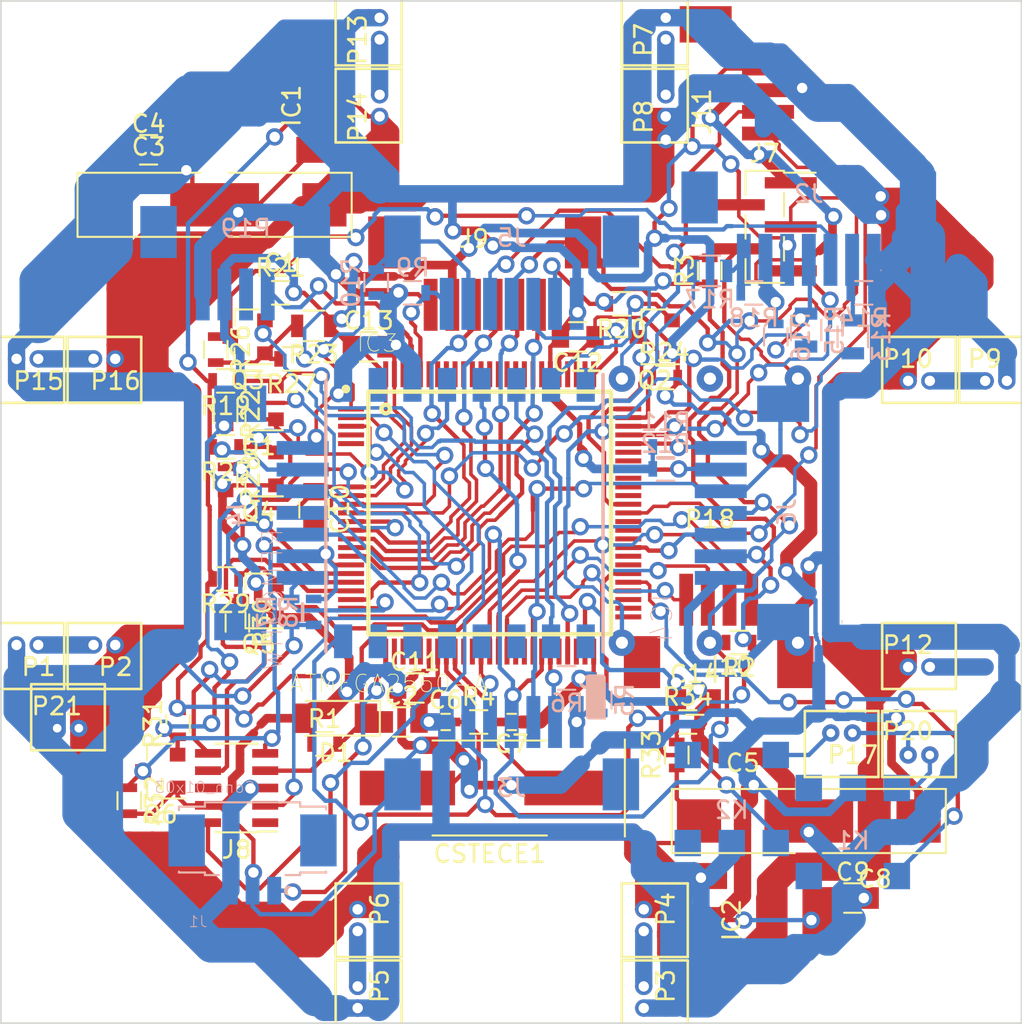
<source format=kicad_pcb>
(kicad_pcb (version 4) (host pcbnew 4.0.7)
  (layers (0 F.Cu signal hide) (31 B.Cu signal hide) (34 B.Paste user hide) (35 F.Paste user hide) (36 B.SilkS user hide) (37 F.SilkS user hide) (38 B.Mask user hide) (39 F.Mask user hide) (44 Edge.Cuts user))
  (net 0 "")
  (net 1 +12V)
  (net 2 GND)
  (net 3 /RST)
  (net 4 /XTAL1)
  (net 5 /XTAL2)
  (net 6 +5V)
  (net 7 /RX)
  (net 8 /TX)
  (net 9 /INT1)
  (net 10 /INT2)
  (net 11 /INT3)
  (net 12 /INT4)
  (net 13 /SS)
  (net 14 /SCK)
  (net 15 /MOSI)
  (net 16 /MISO)
  (net 17 /RFM_INT)
  (net 18 /SERVO)
  (net 19 /LED4)
  (net 20 /SDA)
  (net 21 /SCL)
  (net 22 /TXD-GSM)
  (net 23 /RXD-GSM)
  (net 24 /SLEEP-GSM)
  (net 25 /PWRKEY)
  (net 26 /LED1)
  (net 27 /LED2)
  (net 28 /O2)
  (net 29 /CO2)
  (net 30 /CAM_TRIG)
  (net 31 /FLY_TRIG)
  (net 32 /LED3)
  (net 33 /XSHUT4)
  (net 34 /XSHUT3)
  (net 35 /XSHUT2)
  (net 36 /XSHUT1)
  (net 37 /RFMINT)
  (net 38 +3V3)
  (net 39 "Net-(IC4-Pad12)")
  (net 40 "Net-(IC4-Pad13)")
  (net 41 "Net-(IC4-Pad14)")
  (net 42 "Net-(IC4-Pad15)")
  (net 43 "Net-(J2-Pad1)")
  (net 44 "Net-(J2-Pad4)")
  (net 45 "Net-(J2-Pad5)")
  (net 46 "Net-(J2-Pad6)")
  (net 47 /CAM_PWR)
  (net 48 /FLY_PWR)
  (net 49 "Net-(P1-Pad2)")
  (net 50 "Net-(P3-Pad2)")
  (net 51 "Net-(P5-Pad2)")
  (net 52 "Net-(P7-Pad2)")
  (net 53 "Net-(P10-Pad1)")
  (net 54 "Net-(P11-Pad2)")
  (net 55 "Net-(P13-Pad2)")
  (net 56 "Net-(P15-Pad2)")
  (net 57 "Net-(Q3-Pad1)")
  (net 58 /V_READ)
  (net 59 /PWM1)
  (net 60 /PWM2)
  (net 61 /PWM3)
  (net 62 /PWM4)
  (net 63 /PWM8)
  (net 64 /PWM5)
  (net 65 /PWM6)
  (net 66 /PWM7)
  (net 67 /LED_TOP)
  (net 68 "Net-(IC3-Pad4)")
  (net 69 "Net-(IC3-Pad5)")
  (net 70 "Net-(IC3-Pad27)")
  (net 71 "Net-(IC3-Pad28)")
  (net 72 "Net-(IC3-Pad29)")
  (net 73 "Net-(IC3-Pad35)")
  (net 74 "Net-(IC3-Pad36)")
  (net 75 "Net-(IC3-Pad41)")
  (net 76 "Net-(IC3-Pad42)")
  (net 77 "Net-(IC3-Pad46)")
  (net 78 "Net-(IC3-Pad48)")
  (net 79 "Net-(IC3-Pad51)")
  (net 80 "Net-(IC3-Pad52)")
  (net 81 "Net-(IC3-Pad53)")
  (net 82 "Net-(IC3-Pad54)")
  (net 83 "Net-(IC3-Pad57)")
  (net 84 "Net-(IC3-Pad58)")
  (net 85 "Net-(IC3-Pad60)")
  (net 86 /RX_GPS)
  (net 87 /TX_GPS)
  (net 88 "Net-(IC3-Pad65)")
  (net 89 "Net-(IC3-Pad66)")
  (net 90 "Net-(IC3-Pad67)")
  (net 91 "Net-(IC3-Pad69)")
  (net 92 "Net-(IC3-Pad70)")
  (net 93 "Net-(IC3-Pad77)")
  (net 94 "Net-(IC3-Pad78)")
  (net 95 "Net-(IC3-Pad79)")
  (net 96 "Net-(IC3-Pad82)")
  (net 97 "Net-(IC3-Pad83)")
  (net 98 "Net-(IC3-Pad84)")
  (net 99 "Net-(IC3-Pad85)")
  (net 100 "Net-(IC3-Pad86)")
  (net 101 "Net-(IC3-Pad87)")
  (net 102 "Net-(IC3-Pad88)")
  (net 103 "Net-(IC3-Pad89)")
  (net 104 "Net-(IC3-Pad90)")
  (net 105 "Net-(IC3-Pad91)")
  (net 106 "Net-(IC3-Pad92)")
  (net 107 "Net-(IC3-Pad93)")
  (net 108 "Net-(IC3-Pad94)")
  (net 109 "Net-(IC3-Pad95)")
  (net 110 "Net-(IC3-Pad98)")
  (net 111 "Net-(IC4-Pad1)")
  (net 112 "Net-(IC4-Pad3)")
  (net 113 "Net-(IC4-Pad4)")
  (net 114 "Net-(IC4-Pad5)")
  (net 115 "Net-(IC4-Pad6)")
  (net 116 "Net-(IC4-Pad7)")
  (net 117 "Net-(IC4-Pad10)")
  (net 118 "Net-(IC4-Pad16)")
  (net 119 /DTR)
  (net 120 "Net-(J8-Pad6)")
  (net 121 "Net-(K1-Pad3)")
  (net 122 "Net-(K1-Pad4)")
  (net 123 "Net-(K2-Pad3)")
  (net 124 "Net-(K2-Pad4)")
  (net 125 "Net-(P18-Pad4)")
  (net 126 "Net-(P19-Pad3)")
  (module CanSat:ncp1117 (layer F.Cu) (at 57.85 67.745 270)
    (fp_text reference IC2 (at 0 1.27 270) (layer F.SilkS))
    (fp_text value NCP1117ST50T3G)
    (pad "" smd rect (at 0 -3.81 270) (size 3.8 2) (layers F.Cu F.Paste F.Mask) (net 6 +5V))
    (pad 2 smd rect (at 0 2.54 270) (size 1.5 2) (layers F.Cu F.Paste F.Mask) (net 6 +5V))
    (pad 1 smd rect (at -2.54 2.54 270) (size 1.5 2) (layers F.Cu F.Paste F.Mask) (net 2 GND))
    (pad 3 smd rect (at 2.54 2.54 270) (size 1.5 2) (layers F.Cu F.Paste F.Mask) (net 1 +12V))
  )
  (module CanSat:SMD_6pin_IC (layer B.Cu) (at 63.565 62.665 180)
    (fp_text reference K1 (at 0 -0.5 180) (layer B.SilkS) (effects (justify mirror)))
    (fp_text value HESOP1)
    (pad 2 smd rect (at 0 -2.54 180) (size 1.524 1.524) (layers B.Cu B.Paste B.Mask) (net 2 GND))
    (pad 1 smd rect (at -2.54 -2.54 180) (size 1.524 1.524) (layers B.Cu B.Paste B.Mask) (net 30 /CAM_TRIG))
    (pad 3 smd rect (at 2.54 -2.54 180) (size 1.524 1.524) (layers B.Cu B.Paste B.Mask) (net 121 "Net-(K1-Pad3)"))
    (pad 6 smd rect (at -2.54 2.54 180) (size 1.524 1.524) (layers B.Cu B.Paste B.Mask) (net 47 /CAM_PWR))
    (pad 5 smd rect (at 0 2.54 180) (size 1.524 1.524) (layers B.Cu B.Paste B.Mask) (net 6 +5V))
    (pad 4 smd rect (at 2.54 2.54 180) (size 1.524 1.524) (layers B.Cu B.Paste B.Mask) (net 122 "Net-(K1-Pad4)"))
  )
  (module CanSat:SMD_6pin_IC (layer B.Cu) (at 56.58 60.76 180)
    (fp_text reference K2 (at 0 -0.635 180) (layer B.SilkS) (effects (justify mirror)))
    (fp_text value HESOP1)
    (pad 2 smd rect (at 0 -2.54 180) (size 1.524 1.524) (layers B.Cu B.Paste B.Mask) (net 2 GND))
    (pad 1 smd rect (at -2.54 -2.54 180) (size 1.524 1.524) (layers B.Cu B.Paste B.Mask) (net 31 /FLY_TRIG))
    (pad 3 smd rect (at 2.54 -2.54 180) (size 1.524 1.524) (layers B.Cu B.Paste B.Mask) (net 123 "Net-(K2-Pad3)"))
    (pad 6 smd rect (at -2.54 2.54 180) (size 1.524 1.524) (layers B.Cu B.Paste B.Mask) (net 48 /FLY_PWR))
    (pad 5 smd rect (at 0 2.54 180) (size 1.524 1.524) (layers B.Cu B.Paste B.Mask) (net 6 +5V))
    (pad 4 smd rect (at 2.54 2.54 180) (size 1.524 1.524) (layers B.Cu B.Paste B.Mask) (net 124 "Net-(K2-Pad4)"))
  )
  (module Capacitors_Tantalum_SMD:CP_Tantalum_Case-C_EIA-6032-28_Reflow (layer F.Cu) (at 57.215 62.03)
    (fp_text reference C5 (at 0 -3.35) (layer F.SilkS))
    (fp_text value "47 uF")
    (pad 1 smd rect (at -2.525 0) (size 2.55 2.5) (layers F.Cu F.Paste F.Mask) (net 1 +12V))
    (pad 2 smd rect (at 2.525 0) (size 2.55 2.5) (layers F.Cu F.Paste F.Mask) (net 2 GND))
  )
  (module Capacitors_Tantalum_SMD:CP_Tantalum_Case-C_EIA-6032-28_Reflow (layer F.Cu) (at 64.835 62.03 180)
    (fp_text reference C8 (at 0 -3.35 180) (layer F.SilkS))
    (fp_text value "47 uF")
    (pad 1 smd rect (at -2.525 0 180) (size 2.55 2.5) (layers F.Cu F.Paste F.Mask) (net 6 +5V))
    (pad 2 smd rect (at 2.525 0 180) (size 2.55 2.5) (layers F.Cu F.Paste F.Mask) (net 2 GND))
  )
  (module Capacitors_SMD:C_0805 (layer F.Cu) (at 63.565 66.475)
    (fp_text reference C9 (at 0 -1.5) (layer F.SilkS))
    (fp_text value "100 nF")
    (pad 1 smd rect (at -1 0) (size 1 1.25) (layers F.Cu F.Paste F.Mask) (net 6 +5V))
    (pad 2 smd rect (at 1 0) (size 1 1.25) (layers F.Cu F.Paste F.Mask) (net 2 GND))
  )
  (module CanSat:MOLEX_PicoBlade_2 (layer F.Cu) (at 62.295 56.95)
    (fp_text reference P17 (at 1.27 1.27) (layer F.SilkS))
    (fp_text value CONN_2)
    (pad 1 thru_hole circle (at 0 0) (size 1 1) (drill 0.5) (layers *.Cu *.Mask) (net 48 /FLY_PWR))
    (pad 2 thru_hole circle (at 1.25 0) (size 1 1) (drill 0.5) (layers *.Cu *.Mask) (net 2 GND))
  )
  (module CanSat:MOLEX_PicoBlade_2 (layer F.Cu) (at 68.01 58.22 180)
    (fp_text reference P20 (at 1.27 1.379999 180) (layer F.SilkS))
    (fp_text value CONN_2)
    (pad 1 thru_hole circle (at 0 0 180) (size 1 1) (drill 0.5) (layers *.Cu *.Mask) (net 47 /CAM_PWR))
    (pad 2 thru_hole circle (at 1.25 0 180) (size 1 1) (drill 0.5) (layers *.Cu *.Mask) (net 2 GND))
  )
  (module CanSat:MOLEX_PicoBlade_7 (layer B.Cu) (at 58.485 44.25 270)
    (fp_text reference J6 (at 0 -1.27 270) (layer B.SilkS) (effects (justify mirror)))
    (fp_text value Conn_01x07)
    (pad 4 smd rect (at 0 2.54 270) (size 0.8 3) (layers B.Cu B.Paste B.Mask) (net 21 /SCL))
    (pad 5 smd rect (at 1.25 2.54 270) (size 0.8 3) (layers B.Cu B.Paste B.Mask) (net 19 /LED4))
    (pad 6 smd rect (at 2.5 2.54 270) (size 0.8 3) (layers B.Cu B.Paste B.Mask) (net 38 +3V3))
    (pad 3 smd rect (at -1.25 2.54 270) (size 0.8 3) (layers B.Cu B.Paste B.Mask) (net 20 /SDA))
    (pad 2 smd rect (at -2.5 2.54 270) (size 0.8 3) (layers B.Cu B.Paste B.Mask) (net 12 /INT4))
    (pad "" smd rect (at 6.3 -1.06 270) (size 2.1 3) (layers B.Cu B.Paste B.Mask) (net 2 GND))
    (pad "" smd rect (at -6.3 -1.06 270) (size 2.1 3) (layers B.Cu B.Paste B.Mask) (net 20 /SDA))
    (pad 7 smd rect (at 3.75 2.54 270) (size 0.8 3) (layers B.Cu B.Paste B.Mask) (net 2 GND))
    (pad 1 smd rect (at -3.75 2.54 270) (size 0.8 3) (layers B.Cu B.Paste B.Mask) (net 33 /XSHUT4))
  )
  (module CanSat:MOLEX_PicoBlade_4 (layer F.Cu) (at 57.7 51.8)
    (fp_text reference J10 (at -1.27 1.27) (layer F.SilkS))
    (fp_text value Conn_01x04)
    (pad 4 smd rect (at 0 -2.54) (size 0.8 3) (layers F.Cu F.Paste F.Mask) (net 63 /PWM8))
    (pad 3 smd rect (at -1.25 -2.54) (size 0.8 3) (layers F.Cu F.Paste F.Mask) (net 66 /PWM7))
    (pad 2 smd rect (at -2.5 -2.54) (size 0.8 3) (layers F.Cu F.Paste F.Mask) (net 65 /PWM6))
    (pad "" smd rect (at 2.55 1.06) (size 2.1 3) (layers F.Cu F.Paste F.Mask) (net 2 GND))
    (pad "" smd rect (at -6.3 1.06) (size 2.1 3) (layers F.Cu F.Paste F.Mask) (net 29 /CO2))
    (pad 1 smd rect (at -3.75 -2.54) (size 0.8 3) (layers F.Cu F.Paste F.Mask) (net 64 /PWM5))
  )
  (module CanSat:co2 (layer F.Cu) (at 55.32 44.12)
    (fp_text reference P18 (at 0 0.5) (layer F.SilkS))
    (fp_text value CONN_3X2)
    (pad 1 thru_hole circle (at -5.08 7.62) (size 1.524 1.524) (drill 0.7) (layers *.Cu *.Mask) (net 29 /CO2))
    (pad 3 thru_hole circle (at 0 7.62) (size 1.524 1.524) (drill 0.7) (layers *.Cu *.Mask) (net 21 /SCL))
    (pad 5 thru_hole circle (at 5.08 7.62) (size 1.524 1.524) (drill 0.7) (layers *.Cu *.Mask) (net 2 GND))
    (pad 6 thru_hole circle (at 5.08 -7.62) (size 1.524 1.524) (drill 0.7) (layers *.Cu *.Mask) (net 20 /SDA))
    (pad 4 thru_hole circle (at 0 -7.62) (size 1.524 1.524) (drill 0.7) (layers *.Cu *.Mask) (net 125 "Net-(P18-Pad4)"))
    (pad 2 thru_hole circle (at -5.08 -7.62) (size 1.524 1.524) (drill 0.7) (layers *.Cu *.Mask) (net 38 +3V3))
  )
  (module CanSat:MOLEX_PicoBlade_2 (layer F.Cu) (at 68.01 36.63 180)
    (fp_text reference P10 (at 1.27 1.27 180) (layer F.SilkS))
    (fp_text value CONN_2)
    (pad 1 thru_hole circle (at 0 0 180) (size 1 1) (drill 0.6) (layers *.Cu *.Mask) (net 53 "Net-(P10-Pad1)"))
    (pad 2 thru_hole circle (at 1.25 0 180) (size 1 1) (drill 0.6) (layers *.Cu *.Mask) (net 1 +12V))
  )
  (module CanSat:MOLEX_PicoBlade_4 (layer F.Cu) (at 56.13296 22.3552 270)
    (fp_text reference J11 (at -1.27 1.27 270) (layer F.SilkS))
    (fp_text value Conn_01x04)
    (pad 4 smd rect (at 0 -2.54 270) (size 0.8 3) (layers F.Cu F.Paste F.Mask) (net 86 /RX_GPS))
    (pad 3 smd rect (at -1.25 -2.54 270) (size 0.8 3) (layers F.Cu F.Paste F.Mask) (net 87 /TX_GPS))
    (pad 2 smd rect (at -2.5 -2.54 270) (size 0.8 3) (layers F.Cu F.Paste F.Mask) (net 2 GND))
    (pad "" smd rect (at -6.3 1.06 270) (size 2.1 3) (layers F.Cu F.Paste F.Mask))
    (pad 1 smd rect (at -3.75 -2.54 270) (size 0.8 3) (layers F.Cu F.Paste F.Mask) (net 6 +5V))
  )
  (module CanSat:MOLEX_PicoBlade_7 (layer B.Cu) (at 29.275 44.25 90)
    (fp_text reference J4 (at 0 -1.27 90) (layer B.SilkS) (effects (justify mirror)))
    (fp_text value Conn_01x07)
    (pad 4 smd rect (at 0 2.54 90) (size 0.8 3) (layers B.Cu B.Paste B.Mask) (net 21 /SCL))
    (pad 5 smd rect (at 1.25 2.54 90) (size 0.8 3) (layers B.Cu B.Paste B.Mask) (net 32 /LED3))
    (pad 6 smd rect (at 2.5 2.54 90) (size 0.8 3) (layers B.Cu B.Paste B.Mask) (net 38 +3V3))
    (pad 3 smd rect (at -1.25 2.54 90) (size 0.8 3) (layers B.Cu B.Paste B.Mask) (net 20 /SDA))
    (pad 2 smd rect (at -2.5 2.54 90) (size 0.8 3) (layers B.Cu B.Paste B.Mask) (net 11 /INT3))
    (pad "" smd rect (at 6.3 -1.06 90) (size 2.1 3) (layers B.Cu B.Paste B.Mask) (net 6 +5V))
    (pad "" smd rect (at -6.3 -1.06 90) (size 2.1 3) (layers B.Cu B.Paste B.Mask) (net 14 /SCK))
    (pad 7 smd rect (at 3.75 2.54 90) (size 0.8 3) (layers B.Cu B.Paste B.Mask) (net 2 GND))
    (pad 1 smd rect (at -3.75 2.54 90) (size 0.8 3) (layers B.Cu B.Paste B.Mask) (net 34 /XSHUT3))
  )
  (module CanSat:MOLEX_PicoBlade_2 (layer F.Cu) (at 36.26 15.675 270)
    (fp_text reference P13 (at 1.27 1.27 270) (layer F.SilkS))
    (fp_text value CONN_2)
    (pad 1 thru_hole circle (at 0 0 270) (size 1 1) (drill 0.6) (layers *.Cu *.Mask) (net 2 GND))
    (pad 2 thru_hole circle (at 1.25 0 270) (size 1 1) (drill 0.6) (layers *.Cu *.Mask) (net 55 "Net-(P13-Pad2)"))
  )
  (module Capacitors_SMD:C_0402 (layer F.Cu) (at 40.07 56.315)
    (fp_text reference C6 (at 0 -1.27) (layer F.SilkS))
    (fp_text value "20 pF")
    (pad 1 smd rect (at -0.55 0) (size 0.6 0.5) (layers F.Cu F.Paste F.Mask) (net 2 GND))
    (pad 2 smd rect (at 0.55 0) (size 0.6 0.5) (layers F.Cu F.Paste F.Mask) (net 4 /XTAL1))
  )
  (module Capacitors_SMD:C_0402 (layer F.Cu) (at 43.88 56.315 180)
    (fp_text reference C7 (at 0 -1.27 180) (layer F.SilkS))
    (fp_text value "20 pF")
    (pad 1 smd rect (at -0.55 0 180) (size 0.6 0.5) (layers F.Cu F.Paste F.Mask) (net 2 GND))
    (pad 2 smd rect (at 0.55 0 180) (size 0.6 0.5) (layers F.Cu F.Paste F.Mask) (net 5 /XTAL2))
  )
  (module CanSat:ncp1117 (layer F.Cu) (at 29.91 20.755 90)
    (fp_text reference IC1 (at 0 1.27 90) (layer F.SilkS))
    (fp_text value NCP1117ST33T3G)
    (pad "" smd rect (at 0 -3.81 90) (size 3.8 2) (layers F.Cu F.Paste F.Mask) (net 38 +3V3))
    (pad 2 smd rect (at 0 2.54 90) (size 1.5 2) (layers F.Cu F.Paste F.Mask) (net 38 +3V3))
    (pad 1 smd rect (at -2.54 2.54 90) (size 1.5 2) (layers F.Cu F.Paste F.Mask) (net 2 GND))
    (pad 3 smd rect (at 2.54 2.54 90) (size 1.5 2) (layers F.Cu F.Paste F.Mask) (net 1 +12V))
  )
  (module Pin_Headers:Pin_Header_Straight_2x05_Pitch1.00mm_SMD (layer F.Cu) (at 28.005 60.125 180)
    (fp_text reference J8 (at 0 -3.56 180) (layer F.SilkS))
    (fp_text value Conn_02x05_Counter_Clockwise)
    (pad 1 smd rect (at -1.65 -2 180) (size 1.5 0.5) (layers F.Cu F.Paste F.Mask) (net 119 /DTR))
    (pad 2 smd rect (at 1.65 -2 180) (size 1.5 0.5) (layers F.Cu F.Paste F.Mask) (net 7 /RX))
    (pad 3 smd rect (at -1.65 -1 180) (size 1.5 0.5) (layers F.Cu F.Paste F.Mask) (net 8 /TX))
    (pad 4 smd rect (at 1.65 -1 180) (size 1.5 0.5) (layers F.Cu F.Paste F.Mask) (net 6 +5V))
    (pad 5 smd rect (at -1.65 0 180) (size 1.5 0.5) (layers F.Cu F.Paste F.Mask) (net 2 GND))
    (pad 6 smd rect (at 1.65 0 180) (size 1.5 0.5) (layers F.Cu F.Paste F.Mask) (net 120 "Net-(J8-Pad6)"))
    (pad 7 smd rect (at -1.65 1 180) (size 1.5 0.5) (layers F.Cu F.Paste F.Mask) (net 3 /RST))
    (pad 8 smd rect (at 1.65 1 180) (size 1.5 0.5) (layers F.Cu F.Paste F.Mask) (net 16 /MISO))
    (pad 9 smd rect (at -1.65 2 180) (size 1.5 0.5) (layers F.Cu F.Paste F.Mask) (net 15 /MOSI))
    (pad 10 smd rect (at 1.65 2 180) (size 1.5 0.5) (layers F.Cu F.Paste F.Mask) (net 14 /SCK))
  )
  (module TO_SOT_Packages_SMD:SOT-23 (layer F.Cu) (at 29.275 37.9 180)
    (fp_text reference Q1 (at 0 -2.5 180) (layer F.SilkS))
    (fp_text value BSS138)
    (pad 1 smd rect (at -1 -0.95 180) (size 0.9 0.8) (layers F.Cu F.Paste F.Mask) (net 6 +5V))
    (pad 2 smd rect (at -1 0.95 180) (size 0.9 0.8) (layers F.Cu F.Paste F.Mask) (net 37 /RFMINT))
    (pad 3 smd rect (at 1 0 180) (size 0.9 0.8) (layers F.Cu F.Paste F.Mask) (net 17 /RFM_INT))
  )
  (module TO_SOT_Packages_SMD:SOT-23 (layer F.Cu) (at 52.135 34.09 180)
    (fp_text reference Q2 (at 0 -2.5 180) (layer F.SilkS))
    (fp_text value BSS138)
    (pad 1 smd rect (at -1 -0.95 180) (size 0.9 0.8) (layers F.Cu F.Paste F.Mask) (net 6 +5V))
    (pad 2 smd rect (at -1 0.95 180) (size 0.9 0.8) (layers F.Cu F.Paste F.Mask) (net 42 "Net-(IC4-Pad15)"))
    (pad 3 smd rect (at 1 0 180) (size 0.9 0.8) (layers F.Cu F.Paste F.Mask) (net 13 /SS))
  )
  (module TO_SOT_Packages_SMD:SOT-23 (layer F.Cu) (at 28.64 34.09 180)
    (fp_text reference Q3 (at 0 -2.5 180) (layer F.SilkS))
    (fp_text value BSS138)
    (pad 1 smd rect (at -1 -0.95 180) (size 0.9 0.8) (layers F.Cu F.Paste F.Mask) (net 57 "Net-(Q3-Pad1)"))
    (pad 2 smd rect (at -1 0.95 180) (size 0.9 0.8) (layers F.Cu F.Paste F.Mask) (net 22 /TXD-GSM))
    (pad 3 smd rect (at 1 0 180) (size 0.9 0.8) (layers F.Cu F.Paste F.Mask) (net 45 "Net-(J2-Pad5)"))
  )
  (module TO_SOT_Packages_SMD:SOT-23 (layer F.Cu) (at 29.275 41.71 180)
    (fp_text reference Q4 (at 0 -2.5 180) (layer F.SilkS))
    (fp_text value BSS138)
    (pad 1 smd rect (at -1 -0.95 180) (size 0.9 0.8) (layers F.Cu F.Paste F.Mask) (net 6 +5V))
    (pad 2 smd rect (at -1 0.95 180) (size 0.9 0.8) (layers F.Cu F.Paste F.Mask) (net 39 "Net-(IC4-Pad12)"))
    (pad 3 smd rect (at 1 0 180) (size 0.9 0.8) (layers F.Cu F.Paste F.Mask) (net 14 /SCK))
  )
  (module TO_SOT_Packages_SMD:SOT-23 (layer F.Cu) (at 29.275 49.33 180)
    (fp_text reference Q5 (at 0 -2.5 180) (layer F.SilkS))
    (fp_text value BSS138)
    (pad 1 smd rect (at -1 -0.95 180) (size 0.9 0.8) (layers F.Cu F.Paste F.Mask) (net 6 +5V))
    (pad 2 smd rect (at -1 0.95 180) (size 0.9 0.8) (layers F.Cu F.Paste F.Mask) (net 40 "Net-(IC4-Pad13)"))
    (pad 3 smd rect (at 1 0 180) (size 0.9 0.8) (layers F.Cu F.Paste F.Mask) (net 16 /MISO))
  )
  (module TO_SOT_Packages_SMD:SOT-23 (layer F.Cu) (at 23.6 59.15 180)
    (fp_text reference Q6 (at 0 -2.5 180) (layer F.SilkS))
    (fp_text value BSS138)
    (pad 1 smd rect (at -1 -0.95 180) (size 0.9 0.8) (layers F.Cu F.Paste F.Mask) (net 6 +5V))
    (pad 2 smd rect (at -1 0.95 180) (size 0.9 0.8) (layers F.Cu F.Paste F.Mask) (net 41 "Net-(IC4-Pad14)"))
    (pad 3 smd rect (at 1 0 180) (size 0.9 0.8) (layers F.Cu F.Paste F.Mask) (net 15 /MOSI))
  )
  (module Resistors_SMD:R_0603 (layer F.Cu) (at 33.085 57.585)
    (fp_text reference R1 (at 0 -1.45) (layer F.SilkS))
    (fp_text value 10k)
    (pad 1 smd rect (at -0.75 0) (size 0.5 0.9) (layers F.Cu F.Paste F.Mask) (net 6 +5V))
    (pad 2 smd rect (at 0.75 0) (size 0.5 0.9) (layers F.Cu F.Paste F.Mask) (net 3 /RST))
  )
  (module Resistors_SMD:R_0603 (layer F.Cu) (at 57 51.73 180)
    (fp_text reference R2 (at 0 -1.45 180) (layer F.SilkS))
    (fp_text value 2k)
    (pad 1 smd rect (at -0.75 0 180) (size 0.5 0.9) (layers F.Cu F.Paste F.Mask) (net 38 +3V3))
    (pad 2 smd rect (at 0.75 0 180) (size 0.5 0.9) (layers F.Cu F.Paste F.Mask) (net 21 /SCL))
  )
  (module Resistors_SMD:R_0603 (layer F.Cu) (at 55.31 30.28 90)
    (fp_text reference R3 (at 0 -1.45 90) (layer F.SilkS))
    (fp_text value 2k)
    (pad 1 smd rect (at -0.75 0 90) (size 0.5 0.9) (layers F.Cu F.Paste F.Mask) (net 38 +3V3))
    (pad 2 smd rect (at 0.75 0 90) (size 0.5 0.9) (layers F.Cu F.Paste F.Mask) (net 20 /SDA))
  )
  (module Resistors_SMD:R_0603 (layer F.Cu) (at 41.975 56.315)
    (fp_text reference R4 (at 0 -1.45) (layer F.SilkS))
    (fp_text value 1M)
    (pad 1 smd rect (at -0.75 0) (size 0.5 0.9) (layers F.Cu F.Paste F.Mask) (net 4 /XTAL1))
    (pad 2 smd rect (at 0.75 0) (size 0.5 0.9) (layers F.Cu F.Paste F.Mask) (net 5 /XTAL2))
  )
  (module Resistors_SMD:R_0603 (layer B.Cu) (at 48.96 55.045 90)
    (fp_text reference R5 (at 0 1.45 90) (layer B.SilkS) (effects (justify mirror)))
    (fp_text value 10k)
    (pad 1 smd rect (at -0.75 0 90) (size 0.5 0.9) (layers B.Cu B.Paste B.Mask) (net 36 /XSHUT1))
    (pad 2 smd rect (at 0.75 0 90) (size 0.5 0.9) (layers B.Cu B.Paste B.Mask) (net 2 GND))
  )
  (module Resistors_SMD:R_0603 (layer B.Cu) (at 47.055 53.775)
    (fp_text reference R6 (at 0 1.45) (layer B.SilkS) (effects (justify mirror)))
    (fp_text value 10k)
    (pad 1 smd rect (at -0.75 0) (size 0.5 0.9) (layers B.Cu B.Paste B.Mask) (net 9 /INT1))
    (pad 2 smd rect (at 0.75 0) (size 0.5 0.9) (layers B.Cu B.Paste B.Mask) (net 2 GND))
  )
  (module Resistors_SMD:R_0603 (layer B.Cu) (at 31.18 49.965 270)
    (fp_text reference R7 (at 0 1.45 270) (layer B.SilkS) (effects (justify mirror)))
    (fp_text value 10k)
    (pad 1 smd rect (at -0.75 0 270) (size 0.5 0.9) (layers B.Cu B.Paste B.Mask) (net 34 /XSHUT3))
    (pad 2 smd rect (at 0.75 0 270) (size 0.5 0.9) (layers B.Cu B.Paste B.Mask) (net 2 GND))
  )
  (module Resistors_SMD:R_0603 (layer B.Cu) (at 32.45 49.965 270)
    (fp_text reference R8 (at 0 1.45 270) (layer B.SilkS) (effects (justify mirror)))
    (fp_text value 10k)
    (pad 1 smd rect (at -0.75 0 270) (size 0.5 0.9) (layers B.Cu B.Paste B.Mask) (net 11 /INT3))
    (pad 2 smd rect (at 0.75 0 270) (size 0.5 0.9) (layers B.Cu B.Paste B.Mask) (net 2 GND))
  )
  (module Resistors_SMD:R_0603 (layer B.Cu) (at 38.165 31.55 180)
    (fp_text reference R9 (at 0 1.45 180) (layer B.SilkS) (effects (justify mirror)))
    (fp_text value 10k)
    (pad 1 smd rect (at -0.75 0 180) (size 0.5 0.9) (layers B.Cu B.Paste B.Mask) (net 35 /XSHUT2))
    (pad 2 smd rect (at 0.75 0 180) (size 0.5 0.9) (layers B.Cu B.Paste B.Mask) (net 2 GND))
  )
  (module Resistors_SMD:R_0603 (layer B.Cu) (at 36.06 30.96 270)
    (fp_text reference R10 (at 0 1.45 270) (layer B.SilkS) (effects (justify mirror)))
    (fp_text value 10k)
    (pad 1 smd rect (at -0.75 0 270) (size 0.5 0.9) (layers B.Cu B.Paste B.Mask) (net 10 /INT2))
    (pad 2 smd rect (at 0.75 0 270) (size 0.5 0.9) (layers B.Cu B.Paste B.Mask) (net 2 GND))
  )
  (module Resistors_SMD:R_0603 (layer B.Cu) (at 52.77 40.44 180)
    (fp_text reference R11 (at 0 1.45 180) (layer B.SilkS) (effects (justify mirror)))
    (fp_text value 10k)
    (pad 1 smd rect (at -0.75 0 180) (size 0.5 0.9) (layers B.Cu B.Paste B.Mask) (net 33 /XSHUT4))
    (pad 2 smd rect (at 0.75 0 180) (size 0.5 0.9) (layers B.Cu B.Paste B.Mask) (net 2 GND))
  )
  (module Resistors_SMD:R_0603 (layer B.Cu) (at 52.77 41.71 180)
    (fp_text reference R12 (at 0 1.45 180) (layer B.SilkS) (effects (justify mirror)))
    (fp_text value 10k)
    (pad 1 smd rect (at -0.75 0 180) (size 0.5 0.9) (layers B.Cu B.Paste B.Mask) (net 12 /INT4))
    (pad 2 smd rect (at 0.75 0 180) (size 0.5 0.9) (layers B.Cu B.Paste B.Mask) (net 2 GND))
  )
  (module Resistors_SMD:R_0805 (layer B.Cu) (at 63.565 34.09 90)
    (fp_text reference R13 (at 0 1.65 90) (layer B.SilkS) (effects (justify mirror)))
    (fp_text value 2k2)
    (pad 1 smd rect (at -0.95 0 90) (size 0.7 1.3) (layers B.Cu B.Paste B.Mask) (net 23 /RXD-GSM))
    (pad 2 smd rect (at 0.95 0 90) (size 0.7 1.3) (layers B.Cu B.Paste B.Mask) (net 46 "Net-(J2-Pad6)"))
  )
  (module Resistors_SMD:R_0603 (layer B.Cu) (at 64.2 31.55)
    (fp_text reference R14 (at 0 1.45) (layer B.SilkS) (effects (justify mirror)))
    (fp_text value 2k8)
    (pad 1 smd rect (at -0.75 0) (size 0.5 0.9) (layers B.Cu B.Paste B.Mask) (net 46 "Net-(J2-Pad6)"))
    (pad 2 smd rect (at 0.75 0) (size 0.5 0.9) (layers B.Cu B.Paste B.Mask) (net 2 GND))
  )
  (module Resistors_SMD:R_0805 (layer B.Cu) (at 60.86752 33.69884 90)
    (fp_text reference R15 (at 0 1.65 90) (layer B.SilkS) (effects (justify mirror)))
    (fp_text value 2k2)
    (pad 1 smd rect (at -0.95 0 90) (size 0.7 1.3) (layers B.Cu B.Paste B.Mask) (net 25 /PWRKEY))
    (pad 2 smd rect (at 0.95 0 90) (size 0.7 1.3) (layers B.Cu B.Paste B.Mask) (net 44 "Net-(J2-Pad4)"))
  )
  (module Resistors_SMD:R_0603 (layer B.Cu) (at 59.12 34.09 90)
    (fp_text reference R16 (at 0 1.45 90) (layer B.SilkS) (effects (justify mirror)))
    (fp_text value 2k8)
    (pad 1 smd rect (at -0.75 0 90) (size 0.5 0.9) (layers B.Cu B.Paste B.Mask) (net 44 "Net-(J2-Pad4)"))
    (pad 2 smd rect (at 0.75 0 90) (size 0.5 0.9) (layers B.Cu B.Paste B.Mask) (net 2 GND))
  )
  (module Resistors_SMD:R_0805 (layer B.Cu) (at 55.31 30.28)
    (fp_text reference R17 (at 0 1.65) (layer B.SilkS) (effects (justify mirror)))
    (fp_text value 2k2)
    (pad 1 smd rect (at -0.95 0) (size 0.7 1.3) (layers B.Cu B.Paste B.Mask) (net 24 /SLEEP-GSM))
    (pad 2 smd rect (at 0.95 0) (size 0.7 1.3) (layers B.Cu B.Paste B.Mask) (net 43 "Net-(J2-Pad1)"))
  )
  (module Resistors_SMD:R_0603 (layer B.Cu) (at 57.85 31.55)
    (fp_text reference R18 (at 0 1.45) (layer B.SilkS) (effects (justify mirror)))
    (fp_text value 2k8)
    (pad 1 smd rect (at -0.75 0) (size 0.5 0.9) (layers B.Cu B.Paste B.Mask) (net 43 "Net-(J2-Pad1)"))
    (pad 2 smd rect (at 0.75 0) (size 0.5 0.9) (layers B.Cu B.Paste B.Mask) (net 2 GND))
  )
  (module Resistors_SMD:R_0603 (layer F.Cu) (at 27.37 36.63 180)
    (fp_text reference R19 (at 0 -1.45 180) (layer F.SilkS))
    (fp_text value 10k)
    (pad 1 smd rect (at -0.75 0 180) (size 0.5 0.9) (layers F.Cu F.Paste F.Mask) (net 37 /RFMINT))
    (pad 2 smd rect (at 0.75 0 180) (size 0.5 0.9) (layers F.Cu F.Paste F.Mask) (net 38 +3V3))
  )
  (module Resistors_SMD:R_0603 (layer F.Cu) (at 50.23 32.185 180)
    (fp_text reference R20 (at 0 -1.45 180) (layer F.SilkS))
    (fp_text value 10k)
    (pad 1 smd rect (at -0.75 0 180) (size 0.5 0.9) (layers F.Cu F.Paste F.Mask) (net 42 "Net-(IC4-Pad15)"))
    (pad 2 smd rect (at 0.75 0 180) (size 0.5 0.9) (layers F.Cu F.Paste F.Mask) (net 38 +3V3))
  )
  (module Resistors_SMD:R_0603 (layer F.Cu) (at 30.545 31.55)
    (fp_text reference R21 (at 0 -1.45) (layer F.SilkS))
    (fp_text value 10k)
    (pad 1 smd rect (at -0.75 0) (size 0.5 0.9) (layers F.Cu F.Paste F.Mask) (net 22 /TXD-GSM))
    (pad 2 smd rect (at 0.75 0) (size 0.5 0.9) (layers F.Cu F.Paste F.Mask) (net 6 +5V))
  )
  (module Resistors_SMD:R_0603 (layer F.Cu) (at 27.37 38.535 270)
    (fp_text reference R22 (at 0 -1.45 270) (layer F.SilkS))
    (fp_text value 10k)
    (pad 1 smd rect (at -0.75 0 270) (size 0.5 0.9) (layers F.Cu F.Paste F.Mask) (net 17 /RFM_INT))
    (pad 2 smd rect (at 0.75 0 270) (size 0.5 0.9) (layers F.Cu F.Paste F.Mask) (net 6 +5V))
  )
  (module Resistors_SMD:R_0805 (layer F.Cu) (at 32.45 33.455 180)
    (fp_text reference R23 (at 0 -1.65 180) (layer F.SilkS))
    (fp_text value 2k2)
    (pad 1 smd rect (at -0.95 0 180) (size 0.7 1.3) (layers F.Cu F.Paste F.Mask) (net 6 +5V))
    (pad 2 smd rect (at 0.95 0 180) (size 0.7 1.3) (layers F.Cu F.Paste F.Mask) (net 57 "Net-(Q3-Pad1)"))
  )
  (module Resistors_SMD:R_0603 (layer F.Cu) (at 52.70904 36.43696)
    (fp_text reference R24 (at 0 -1.45) (layer F.SilkS))
    (fp_text value 10k)
    (pad 1 smd rect (at -0.75 0) (size 0.5 0.9) (layers F.Cu F.Paste F.Mask) (net 13 /SS))
    (pad 2 smd rect (at 0.75 0) (size 0.5 0.9) (layers F.Cu F.Paste F.Mask) (net 6 +5V))
  )
  (module Resistors_SMD:R_0603 (layer F.Cu) (at 27.37 40.44 180)
    (fp_text reference R25 (at 0 -1.45 180) (layer F.SilkS))
    (fp_text value 10k)
    (pad 1 smd rect (at -0.75 0 180) (size 0.5 0.9) (layers F.Cu F.Paste F.Mask) (net 39 "Net-(IC4-Pad12)"))
    (pad 2 smd rect (at 0.75 0 180) (size 0.5 0.9) (layers F.Cu F.Paste F.Mask) (net 38 +3V3))
  )
  (module Resistors_SMD:R_0603 (layer F.Cu) (at 26.8 34.825 270)
    (fp_text reference R26 (at 0 -1.45 270) (layer F.SilkS))
    (fp_text value 10k)
    (pad 1 smd rect (at -0.75 0 270) (size 0.5 0.9) (layers F.Cu F.Paste F.Mask) (net 45 "Net-(J2-Pad5)"))
    (pad 2 smd rect (at 0.75 0 270) (size 0.5 0.9) (layers F.Cu F.Paste F.Mask) (net 57 "Net-(Q3-Pad1)"))
  )
  (module Resistors_SMD:R_0603 (layer F.Cu) (at 31.18 35.36 180)
    (fp_text reference R27 (at 0 -1.45 180) (layer F.SilkS))
    (fp_text value 2k8)
    (pad 1 smd rect (at -0.75 0 180) (size 0.5 0.9) (layers F.Cu F.Paste F.Mask) (net 2 GND))
    (pad 2 smd rect (at 0.75 0 180) (size 0.5 0.9) (layers F.Cu F.Paste F.Mask) (net 57 "Net-(Q3-Pad1)"))
  )
  (module Resistors_SMD:R_0603 (layer F.Cu) (at 27.37 42.345 270)
    (fp_text reference R28 (at 0 -1.45 270) (layer F.SilkS))
    (fp_text value 10k)
    (pad 1 smd rect (at -0.75 0 270) (size 0.5 0.9) (layers F.Cu F.Paste F.Mask) (net 14 /SCK))
    (pad 2 smd rect (at 0.75 0 270) (size 0.5 0.9) (layers F.Cu F.Paste F.Mask) (net 6 +5V))
  )
  (module Resistors_SMD:R_0603 (layer F.Cu) (at 27.37 48.06 180)
    (fp_text reference R29 (at 0 -1.45 180) (layer F.SilkS))
    (fp_text value 10k)
    (pad 1 smd rect (at -0.75 0 180) (size 0.5 0.9) (layers F.Cu F.Paste F.Mask) (net 40 "Net-(IC4-Pad13)"))
    (pad 2 smd rect (at 0.75 0 180) (size 0.5 0.9) (layers F.Cu F.Paste F.Mask) (net 38 +3V3))
  )
  (module Resistors_SMD:R_0603 (layer F.Cu) (at 28.05 50.61 270)
    (fp_text reference R30 (at 0 -1.45 270) (layer F.SilkS))
    (fp_text value 10k)
    (pad 1 smd rect (at -0.75 0 270) (size 0.5 0.9) (layers F.Cu F.Paste F.Mask) (net 16 /MISO))
    (pad 2 smd rect (at 0.75 0 270) (size 0.5 0.9) (layers F.Cu F.Paste F.Mask) (net 6 +5V))
  )
  (module Resistors_SMD:R_0603 (layer F.Cu) (at 24.63 56.42 90)
    (fp_text reference R31 (at 0 -1.45 90) (layer F.SilkS))
    (fp_text value 10k)
    (pad 1 smd rect (at -0.75 0 90) (size 0.5 0.9) (layers F.Cu F.Paste F.Mask) (net 41 "Net-(IC4-Pad14)"))
    (pad 2 smd rect (at 0.75 0 90) (size 0.5 0.9) (layers F.Cu F.Paste F.Mask) (net 38 +3V3))
  )
  (module Resistors_SMD:R_0603 (layer F.Cu) (at 21.81 60.86 270)
    (fp_text reference R32 (at 0 -1.45 270) (layer F.SilkS))
    (fp_text value 10k)
    (pad 1 smd rect (at -0.75 0 270) (size 0.5 0.9) (layers F.Cu F.Paste F.Mask) (net 15 /MOSI))
    (pad 2 smd rect (at 0.75 0 270) (size 0.5 0.9) (layers F.Cu F.Paste F.Mask) (net 6 +5V))
  )
  (module Capacitors_Tantalum_SMD:CP_Tantalum_Case-U_EIA-6032-15_Reflow (layer F.Cu) (at 30.545 26.47 180)
    (fp_text reference C1 (at 0 -3.35 180) (layer F.SilkS))
    (fp_text value "47 uF")
    (pad 1 smd rect (at -2.525 0 180) (size 2.55 2.5) (layers F.Cu F.Paste F.Mask) (net 1 +12V))
    (pad 2 smd rect (at 2.525 0 180) (size 2.55 2.5) (layers F.Cu F.Paste F.Mask) (net 2 GND))
  )
  (module Capacitors_SMD:C_0805 (layer F.Cu) (at 37.53 56.315)
    (fp_text reference C2 (at 0 -1.5) (layer F.SilkS))
    (fp_text value "22 pF")
    (pad 1 smd rect (at -1 0) (size 1 1.25) (layers F.Cu F.Paste F.Mask) (net 3 /RST))
    (pad 2 smd rect (at 1 0) (size 1 1.25) (layers F.Cu F.Paste F.Mask) (net 2 GND))
  )
  (module Capacitors_Tantalum_SMD:CP_Tantalum_Case-C_EIA-6032-28_Reflow (layer F.Cu) (at 22.925 26.47)
    (fp_text reference C3 (at 0 -3.35) (layer F.SilkS))
    (fp_text value "47 uF")
    (pad 1 smd rect (at -2.525 0) (size 2.55 2.5) (layers F.Cu F.Paste F.Mask) (net 38 +3V3))
    (pad 2 smd rect (at 2.525 0) (size 2.55 2.5) (layers F.Cu F.Paste F.Mask) (net 2 GND))
  )
  (module Capacitors_SMD:C_0805 (layer F.Cu) (at 22.925 23.295)
    (fp_text reference C4 (at 0 -1.5) (layer F.SilkS))
    (fp_text value "100 nF")
    (pad 1 smd rect (at -1 0) (size 1 1.25) (layers F.Cu F.Paste F.Mask) (net 38 +3V3))
    (pad 2 smd rect (at 1 0) (size 1 1.25) (layers F.Cu F.Paste F.Mask) (net 2 GND))
  )
  (module Capacitors_SMD:C_0805 (layer F.Cu) (at 32.475 44.025 270)
    (fp_text reference C10 (at 0 -1.5 270) (layer F.SilkS))
    (fp_text value "100 nF")
    (pad 1 smd rect (at -1 0 270) (size 1 1.25) (layers F.Cu F.Paste F.Mask) (net 6 +5V))
    (pad 2 smd rect (at 1 0 270) (size 1 1.25) (layers F.Cu F.Paste F.Mask) (net 2 GND))
  )
  (module Capacitors_SMD:C_0805 (layer F.Cu) (at 38.3 54.35)
    (fp_text reference C11 (at 0 -1.5) (layer F.SilkS))
    (fp_text value "100 nF")
    (pad 1 smd rect (at -1 0) (size 1 1.25) (layers F.Cu F.Paste F.Mask) (net 6 +5V))
    (pad 2 smd rect (at 1 0) (size 1 1.25) (layers F.Cu F.Paste F.Mask) (net 2 GND))
  )
  (module Capacitors_SMD:C_0805 (layer F.Cu) (at 47.69 34.09 180)
    (fp_text reference C12 (at 0 -1.5 180) (layer F.SilkS))
    (fp_text value "100 nF")
    (pad 1 smd rect (at -1 0 180) (size 1 1.25) (layers F.Cu F.Paste F.Mask) (net 6 +5V))
    (pad 2 smd rect (at 1 0 180) (size 1 1.25) (layers F.Cu F.Paste F.Mask) (net 2 GND))
  )
  (module Capacitors_SMD:C_0805 (layer F.Cu) (at 35.625 34.66)
    (fp_text reference C13 (at 0 -1.5) (layer F.SilkS))
    (fp_text value "100 nF")
    (pad 1 smd rect (at -1 0) (size 1 1.25) (layers F.Cu F.Paste F.Mask) (net 6 +5V))
    (pad 2 smd rect (at 1 0) (size 1 1.25) (layers F.Cu F.Paste F.Mask) (net 2 GND))
  )
  (module Capacitors_SMD:C_0805 (layer F.Cu) (at 54.45 55.05)
    (fp_text reference C14 (at 0 -1.5) (layer F.SilkS))
    (fp_text value "100 nF")
    (pad 1 smd rect (at -1 0) (size 1 1.25) (layers F.Cu F.Paste F.Mask) (net 58 /V_READ))
    (pad 2 smd rect (at 1 0) (size 1 1.25) (layers F.Cu F.Paste F.Mask) (net 2 GND))
  )
  (module Diodes_SMD:D_MiniMELF (layer F.Cu) (at 33.72 56.1 180)
    (fp_text reference D1 (at 0 -2 180) (layer F.SilkS))
    (fp_text value CD1206-S01575)
    (pad 1 smd rect (at -1.75 0 180) (size 1.3 1.7) (layers F.Cu F.Paste F.Mask) (net 3 /RST))
    (pad 2 smd rect (at 1.75 0 180) (size 1.3 1.7) (layers F.Cu F.Paste F.Mask) (net 6 +5V))
  )
  (module MOLEX_PicoBlade_3:MOLEX_0532610371 (layer B.Cu) (at 28.925 66.05)
    (fp_text reference J1 (at -3.14781 1.78116) (layer B.SilkS) (effects (font (size 0.641713 0.641713) (thickness 0.05)) (justify mirror)))
    (fp_text value Conn_01x03 (at -2.74216 -5.96351) (layer B.SilkS) (effects (font (size 0.642145 0.642145) (thickness 0.05)) (justify mirror)))
    (pad 1 smd rect (at 1.25 0) (size 0.8 1.6) (layers B.Cu B.Paste B.Mask) (net 18 /SERVO))
    (pad 2 smd rect (at 0 0) (size 0.8 1.6) (layers B.Cu B.Paste B.Mask) (net 6 +5V))
    (pad 3 smd rect (at -1.25 0) (size 0.8 1.6) (layers B.Cu B.Paste B.Mask) (net 2 GND))
    (pad 4 smd rect (at -3.8 -2.9) (size 2.1 3) (layers B.Cu B.Paste B.Mask))
    (pad 5 smd rect (at 3.8 -2.9) (size 2.1 3) (layers B.Cu B.Paste B.Mask))
  )
  (module CanSat:MOLEX_PicoBlade_7 (layer B.Cu) (at 61.025 27.105)
    (fp_text reference J2 (at 0 -1.27) (layer B.SilkS) (effects (justify mirror)))
    (fp_text value Conn_01x07)
    (pad 4 smd rect (at 0 2.54) (size 0.8 3) (layers B.Cu B.Paste B.Mask) (net 44 "Net-(J2-Pad4)"))
    (pad 5 smd rect (at 1.25 2.54) (size 0.8 3) (layers B.Cu B.Paste B.Mask) (net 45 "Net-(J2-Pad5)"))
    (pad 6 smd rect (at 2.5 2.54) (size 0.8 3) (layers B.Cu B.Paste B.Mask) (net 46 "Net-(J2-Pad6)"))
    (pad 3 smd rect (at -1.25 2.54) (size 0.8 3) (layers B.Cu B.Paste B.Mask) (net 6 +5V))
    (pad 2 smd rect (at -2.5 2.54) (size 0.8 3) (layers B.Cu B.Paste B.Mask) (net 2 GND))
    (pad "" smd rect (at 6.3 -1.06) (size 2.1 3) (layers B.Cu B.Paste B.Mask) (net 2 GND))
    (pad "" smd rect (at -6.3 -1.06) (size 2.1 3) (layers B.Cu B.Paste B.Mask))
    (pad 7 smd rect (at 3.75 2.54) (size 0.8 3) (layers B.Cu B.Paste B.Mask) (net 2 GND))
    (pad 1 smd rect (at -3.75 2.54) (size 0.8 3) (layers B.Cu B.Paste B.Mask) (net 43 "Net-(J2-Pad1)"))
  )
  (module CanSat:MOLEX_PicoBlade_7 (layer B.Cu) (at 43.88 58.855 180)
    (fp_text reference J3 (at 0 -1.27 180) (layer B.SilkS) (effects (justify mirror)))
    (fp_text value Conn_01x07)
    (pad 4 smd rect (at 0 2.54 180) (size 0.8 3) (layers B.Cu B.Paste B.Mask) (net 21 /SCL))
    (pad 5 smd rect (at 1.25 2.54 180) (size 0.8 3) (layers B.Cu B.Paste B.Mask) (net 26 /LED1))
    (pad 6 smd rect (at 2.5 2.54 180) (size 0.8 3) (layers B.Cu B.Paste B.Mask) (net 38 +3V3))
    (pad 3 smd rect (at -1.25 2.54 180) (size 0.8 3) (layers B.Cu B.Paste B.Mask) (net 20 /SDA))
    (pad 2 smd rect (at -2.5 2.54 180) (size 0.8 3) (layers B.Cu B.Paste B.Mask) (net 9 /INT1))
    (pad "" smd rect (at 6.3 -1.06 180) (size 2.1 3) (layers B.Cu B.Paste B.Mask) (net 6 +5V))
    (pad "" smd rect (at -6.3 -1.06 180) (size 2.1 3) (layers B.Cu B.Paste B.Mask))
    (pad 7 smd rect (at 3.75 2.54 180) (size 0.8 3) (layers B.Cu B.Paste B.Mask) (net 2 GND))
    (pad 1 smd rect (at -3.75 2.54 180) (size 0.8 3) (layers B.Cu B.Paste B.Mask) (net 36 /XSHUT1))
  )
  (module CanSat:MOLEX_PicoBlade_7 (layer B.Cu) (at 43.88 29.645)
    (fp_text reference J5 (at 0 -1.27) (layer B.SilkS) (effects (justify mirror)))
    (fp_text value Conn_01x07)
    (pad 4 smd rect (at 0 2.54) (size 0.8 3) (layers B.Cu B.Paste B.Mask) (net 21 /SCL))
    (pad 5 smd rect (at 1.25 2.54) (size 0.8 3) (layers B.Cu B.Paste B.Mask) (net 27 /LED2))
    (pad 6 smd rect (at 2.5 2.54) (size 0.8 3) (layers B.Cu B.Paste B.Mask) (net 38 +3V3))
    (pad 3 smd rect (at -1.25 2.54) (size 0.8 3) (layers B.Cu B.Paste B.Mask) (net 20 /SDA))
    (pad 2 smd rect (at -2.5 2.54) (size 0.8 3) (layers B.Cu B.Paste B.Mask) (net 10 /INT2))
    (pad "" smd rect (at 6.3 -1.06) (size 2.1 3) (layers B.Cu B.Paste B.Mask))
    (pad "" smd rect (at -6.3 -1.06) (size 2.1 3) (layers B.Cu B.Paste B.Mask) (net 10 /INT2))
    (pad 7 smd rect (at 3.75 2.54) (size 0.8 3) (layers B.Cu B.Paste B.Mask) (net 2 GND))
    (pad 1 smd rect (at -3.75 2.54) (size 0.8 3) (layers B.Cu B.Paste B.Mask) (net 35 /XSHUT2))
  )
  (module Pin_Headers:Pin_Header_Straight_1x05_Pitch1.27mm_SMD_Pin1Right (layer F.Cu) (at 58.485 27.74)
    (fp_text reference J7 (at 0 -4.235) (layer F.SilkS))
    (fp_text value Conn_01x05)
    (pad 2 smd rect (at -1.5 -1.27) (size 3 0.65) (layers F.Cu F.Paste F.Mask) (net 6 +5V))
    (pad 4 smd rect (at -1.5 1.27) (size 3 0.65) (layers F.Cu F.Paste F.Mask) (net 20 /SDA))
    (pad 1 smd rect (at 1.5 -2.54) (size 3 0.65) (layers F.Cu F.Paste F.Mask) (net 2 GND))
    (pad 3 smd rect (at 1.5 0) (size 3 0.65) (layers F.Cu F.Paste F.Mask) (net 21 /SCL))
    (pad 5 smd rect (at 1.5 2.54) (size 3 0.65) (layers F.Cu F.Paste F.Mask) (net 67 /LED_TOP))
  )
  (module CanSat:MOLEX_PicoBlade_2 (layer F.Cu) (at 15.305 51.87)
    (fp_text reference P1 (at 1.27 1.27) (layer F.SilkS))
    (fp_text value CONN_2)
    (pad 1 thru_hole circle (at 0 0) (size 1 1) (drill 0.6) (layers *.Cu *.Mask) (net 2 GND))
    (pad 2 thru_hole circle (at 1.25 0) (size 1 1) (drill 0.6) (layers *.Cu *.Mask) (net 49 "Net-(P1-Pad2)"))
  )
  (module CanSat:MOLEX_PicoBlade_2 (layer F.Cu) (at 19.75 51.87)
    (fp_text reference P2 (at 1.27 1.27) (layer F.SilkS))
    (fp_text value CONN_2)
    (pad 1 thru_hole circle (at 0 0) (size 1 1) (drill 0.6) (layers *.Cu *.Mask) (net 49 "Net-(P1-Pad2)"))
    (pad 2 thru_hole circle (at 1.25 0) (size 1 1) (drill 0.6) (layers *.Cu *.Mask) (net 1 +12V))
  )
  (module CanSat:MOLEX_PicoBlade_2 (layer F.Cu) (at 51.5 72.825 90)
    (fp_text reference P3 (at 1.27 1.27 90) (layer F.SilkS))
    (fp_text value CONN_2)
    (pad 1 thru_hole circle (at 0 0 90) (size 1 1) (drill 0.6) (layers *.Cu *.Mask) (net 2 GND))
    (pad 2 thru_hole circle (at 1.25 0 90) (size 1 1) (drill 0.6) (layers *.Cu *.Mask) (net 50 "Net-(P3-Pad2)"))
  )
  (module CanSat:MOLEX_PicoBlade_2 (layer F.Cu) (at 51.5 68.38 90)
    (fp_text reference P4 (at 1.27 1.27 90) (layer F.SilkS))
    (fp_text value CONN_2)
    (pad 1 thru_hole circle (at 0 0 90) (size 1 1) (drill 0.6) (layers *.Cu *.Mask) (net 50 "Net-(P3-Pad2)"))
    (pad 2 thru_hole circle (at 1.25 0 90) (size 1 1) (drill 0.6) (layers *.Cu *.Mask) (net 1 +12V))
  )
  (module CanSat:MOLEX_PicoBlade_2 (layer F.Cu) (at 34.99 72.825 90)
    (fp_text reference P5 (at 1.27 1.27 90) (layer F.SilkS))
    (fp_text value CONN_2)
    (pad 1 thru_hole circle (at 0 0 90) (size 1 1) (drill 0.6) (layers *.Cu *.Mask) (net 2 GND))
    (pad 2 thru_hole circle (at 1.25 0 90) (size 1 1) (drill 0.6) (layers *.Cu *.Mask) (net 51 "Net-(P5-Pad2)"))
  )
  (module CanSat:MOLEX_PicoBlade_2 (layer F.Cu) (at 34.99 68.38 90)
    (fp_text reference P6 (at 1.27 1.27 90) (layer F.SilkS))
    (fp_text value CONN_2)
    (pad 1 thru_hole circle (at 0 0 90) (size 1 1) (drill 0.6) (layers *.Cu *.Mask) (net 51 "Net-(P5-Pad2)"))
    (pad 2 thru_hole circle (at 1.25 0 90) (size 1 1) (drill 0.6) (layers *.Cu *.Mask) (net 1 +12V))
  )
  (module CanSat:MOLEX_PicoBlade_2 (layer F.Cu) (at 52.77 15.675 270)
    (fp_text reference P7 (at 1.27 1.27 270) (layer F.SilkS))
    (fp_text value CONN_2)
    (pad 1 thru_hole circle (at 0 0 270) (size 1 1) (drill 0.6) (layers *.Cu *.Mask) (net 2 GND))
    (pad 2 thru_hole circle (at 1.25 0 270) (size 1 1) (drill 0.6) (layers *.Cu *.Mask) (net 52 "Net-(P7-Pad2)"))
  )
  (module CanSat:MOLEX_PicoBlade_2 (layer F.Cu) (at 52.77 20.12 270)
    (fp_text reference P8 (at 1.27 1.27 270) (layer F.SilkS))
    (fp_text value CONN_2)
    (pad 1 thru_hole circle (at 0 0 270) (size 1 1) (drill 0.6) (layers *.Cu *.Mask) (net 52 "Net-(P7-Pad2)"))
    (pad 2 thru_hole circle (at 1.25 0 270) (size 1 1) (drill 0.6) (layers *.Cu *.Mask) (net 1 +12V))
  )
  (module CanSat:MOLEX_PicoBlade_2 (layer F.Cu) (at 72.455 36.63 180)
    (fp_text reference P9 (at 1.27 1.27 180) (layer F.SilkS))
    (fp_text value CONN_2)
    (pad 1 thru_hole circle (at 0 0 180) (size 1 1) (drill 0.6) (layers *.Cu *.Mask) (net 2 GND))
    (pad 2 thru_hole circle (at 1.25 0 180) (size 1 1) (drill 0.6) (layers *.Cu *.Mask) (net 53 "Net-(P10-Pad1)"))
  )
  (module CanSat:MOLEX_PicoBlade_2 (layer F.Cu) (at 68.01 53.14 180)
    (fp_text reference P12 (at 1.27 1.27 180) (layer F.SilkS))
    (fp_text value CONN_2)
    (pad 1 thru_hole circle (at 0 0 180) (size 1 1) (drill 0.6) (layers *.Cu *.Mask) (net 54 "Net-(P11-Pad2)"))
    (pad 2 thru_hole circle (at 1.25 0 180) (size 1 1) (drill 0.6) (layers *.Cu *.Mask) (net 1 +12V))
  )
  (module CanSat:MOLEX_PicoBlade_2 (layer F.Cu) (at 36.26 20.12 270)
    (fp_text reference P14 (at 1.27 1.27 270) (layer F.SilkS))
    (fp_text value CONN_2)
    (pad 1 thru_hole circle (at 0 0 270) (size 1 1) (drill 0.6) (layers *.Cu *.Mask) (net 55 "Net-(P13-Pad2)"))
    (pad 2 thru_hole circle (at 1.25 0 270) (size 1 1) (drill 0.6) (layers *.Cu *.Mask) (net 1 +12V))
  )
  (module CanSat:MOLEX_PicoBlade_2 (layer F.Cu) (at 15.305 35.36)
    (fp_text reference P15 (at 1.27 1.27) (layer F.SilkS))
    (fp_text value CONN_2)
    (pad 1 thru_hole circle (at 0 0) (size 1 1) (drill 0.6) (layers *.Cu *.Mask) (net 2 GND))
    (pad 2 thru_hole circle (at 1.25 0) (size 1 1) (drill 0.6) (layers *.Cu *.Mask) (net 56 "Net-(P15-Pad2)"))
  )
  (module CanSat:MOLEX_PicoBlade_2 (layer F.Cu) (at 19.75 35.36)
    (fp_text reference P16 (at 1.27 1.27) (layer F.SilkS))
    (fp_text value CONN_2)
    (pad 1 thru_hole circle (at 0 0) (size 1 1) (drill 0.6) (layers *.Cu *.Mask) (net 56 "Net-(P15-Pad2)"))
    (pad 2 thru_hole circle (at 1.25 0) (size 1 1) (drill 0.6) (layers *.Cu *.Mask) (net 1 +12V))
  )
  (module CanSat:MOLEX_PicoBlade_4 (layer B.Cu) (at 29.8 29.1)
    (fp_text reference P19 (at -1.27 -1.27) (layer B.SilkS) (effects (justify mirror)))
    (fp_text value CONN_O2)
    (pad 4 smd rect (at 0 2.54) (size 0.8 3) (layers B.Cu B.Paste B.Mask) (net 28 /O2))
    (pad 3 smd rect (at -1.25 2.54) (size 0.8 3) (layers B.Cu B.Paste B.Mask) (net 126 "Net-(P19-Pad3)"))
    (pad 2 smd rect (at -2.5 2.54) (size 0.8 3) (layers B.Cu B.Paste B.Mask) (net 6 +5V))
    (pad "" smd rect (at 2.55 -1.06) (size 2.1 3) (layers B.Cu B.Paste B.Mask) (net 2 GND))
    (pad "" smd rect (at -6.3 -1.06) (size 2.1 3) (layers B.Cu B.Paste B.Mask))
    (pad 1 smd rect (at -3.75 2.54) (size 0.8 3) (layers B.Cu B.Paste B.Mask) (net 2 GND))
  )
  (module Resistors_SMD:R_0603 (layer F.Cu) (at 53.405 58.22 90)
    (fp_text reference R33 (at 0 -1.45 90) (layer F.SilkS))
    (fp_text value 20k)
    (pad 1 smd rect (at -0.75 0 90) (size 0.5 0.9) (layers F.Cu F.Paste F.Mask) (net 1 +12V))
    (pad 2 smd rect (at 0.75 0 90) (size 0.5 0.9) (layers F.Cu F.Paste F.Mask) (net 58 /V_READ))
  )
  (module Resistors_SMD:R_0603 (layer F.Cu) (at 54.04 56.315)
    (fp_text reference R34 (at 0 -1.45) (layer F.SilkS))
    (fp_text value 10k)
    (pad 1 smd rect (at -0.75 0) (size 0.5 0.9) (layers F.Cu F.Paste F.Mask) (net 58 /V_READ))
    (pad 2 smd rect (at 0.75 0) (size 0.5 0.9) (layers F.Cu F.Paste F.Mask) (net 2 GND))
  )
  (module CanSat:MOLEX_PicoBlade_6 (layer F.Cu) (at 41.7 29.7 180)
    (fp_text reference J9 (at 0 1.27 180) (layer F.SilkS))
    (fp_text value Conn_01x06)
    (pad 4 smd rect (at 0 -2.54 180) (size 0.8 3) (layers F.Cu F.Paste F.Mask) (net 62 /PWM4))
    (pad 5 smd rect (at 1.25 -2.54 180) (size 0.8 3) (layers F.Cu F.Paste F.Mask) (net 6 +5V))
    (pad 6 smd rect (at 2.5 -2.54 180) (size 0.8 3) (layers F.Cu F.Paste F.Mask) (net 2 GND))
    (pad 3 smd rect (at -1.25 -2.54 180) (size 0.8 3) (layers F.Cu F.Paste F.Mask) (net 61 /PWM3))
    (pad 2 smd rect (at -2.5 -2.54 180) (size 0.8 3) (layers F.Cu F.Paste F.Mask) (net 60 /PWM2))
    (pad "" smd rect (at 5.05 1.06 180) (size 2.1 3) (layers F.Cu F.Paste F.Mask))
    (pad "" smd rect (at -6.3 1.06 180) (size 2.1 3) (layers F.Cu F.Paste F.Mask) (net 21 /SCL))
    (pad 1 smd rect (at -3.75 -2.54 180) (size 0.8 3) (layers F.Cu F.Paste F.Mask) (net 59 /PWM1))
  )
  (module CanSat:Crystal_SMD (layer F.Cu) (at 42.61 60.125 180)
    (fp_text reference CSTECE1 (at 0 -3.8 180) (layer F.SilkS))
    (fp_text value 16MHZ)
    (pad 1 smd rect (at -4.75 0 180) (size 5.5 2) (layers F.Cu F.Paste F.Mask) (net 5 /XTAL2))
    (pad 2 smd rect (at 4.75 0 180) (size 5.5 2) (layers F.Cu F.Paste F.Mask) (net 4 /XTAL1))
  )
  (module CanSat:MOLEX_PicoBlade_2 (layer F.Cu) (at 18.9 56.675 180)
    (fp_text reference P21 (at 1.27 1.27 180) (layer F.SilkS))
    (fp_text value CONN_2)
    (pad 1 thru_hole circle (at 0 0 180) (size 1 1) (drill 0.5) (layers *.Cu *.Mask) (net 1 +12V))
    (pad 2 thru_hole circle (at 1.25 0 180) (size 1 1) (drill 0.5) (layers *.Cu *.Mask) (net 2 GND))
  )
  (module RFM69HW:XCVR_RFM95W-868S2 (layer B.Cu) (at 41.15 44.26 90)
    (fp_text reference IC4 (at -6.08391 11.4047 90) (layer B.SilkS) (effects (font (size 1.20237 1.20237) (thickness 0.05)) (justify mirror)))
    (fp_text value RFM69HW (at -4.99892 -11.0684 90) (layer B.SilkS) (effects (font (size 1.16943 1.16943) (thickness 0.05)) (justify mirror)))
    (pad 1 smd rect (at -7.4 7 90) (size 1.95 1.05) (layers B.Cu B.Paste B.Mask) (net 111 "Net-(IC4-Pad1)"))
    (pad 2 smd rect (at -7.4 5 90) (size 1.95 1.05) (layers B.Cu B.Paste B.Mask) (net 37 /RFMINT))
    (pad 3 smd rect (at -7.4 3 90) (size 1.95 1.05) (layers B.Cu B.Paste B.Mask) (net 112 "Net-(IC4-Pad3)"))
    (pad 4 smd rect (at -7.4 1 90) (size 1.95 1.05) (layers B.Cu B.Paste B.Mask) (net 113 "Net-(IC4-Pad4)"))
    (pad 5 smd rect (at -7.4 -1 90) (size 1.95 1.05) (layers B.Cu B.Paste B.Mask) (net 114 "Net-(IC4-Pad5)"))
    (pad 6 smd rect (at -7.4 -3 90) (size 1.95 1.05) (layers B.Cu B.Paste B.Mask) (net 115 "Net-(IC4-Pad6)"))
    (pad 7 smd rect (at -7.4 -5 90) (size 1.95 1.05) (layers B.Cu B.Paste B.Mask) (net 116 "Net-(IC4-Pad7)"))
    (pad 8 smd rect (at -7.4 -7 90) (size 1.95 1.05) (layers B.Cu B.Paste B.Mask) (net 38 +3V3))
    (pad 9 smd rect (at 7.4 -7 270) (size 1.95 1.05) (layers B.Cu B.Paste B.Mask) (net 2 GND))
    (pad 10 smd rect (at 7.4 -5 270) (size 1.95 1.05) (layers B.Cu B.Paste B.Mask) (net 117 "Net-(IC4-Pad10)"))
    (pad 11 smd rect (at 7.4 -3 270) (size 1.95 1.05) (layers B.Cu B.Paste B.Mask) (net 2 GND))
    (pad 12 smd rect (at 7.4 -1 270) (size 1.95 1.05) (layers B.Cu B.Paste B.Mask) (net 39 "Net-(IC4-Pad12)"))
    (pad 13 smd rect (at 7.4 1 270) (size 1.95 1.05) (layers B.Cu B.Paste B.Mask) (net 40 "Net-(IC4-Pad13)"))
    (pad 14 smd rect (at 7.4 3 270) (size 1.95 1.05) (layers B.Cu B.Paste B.Mask) (net 41 "Net-(IC4-Pad14)"))
    (pad 15 smd rect (at 7.4 5 270) (size 1.95 1.05) (layers B.Cu B.Paste B.Mask) (net 42 "Net-(IC4-Pad15)"))
    (pad 16 smd rect (at 7.4 7 270) (size 1.95 1.05) (layers B.Cu B.Paste B.Mask) (net 118 "Net-(IC4-Pad16)"))
  )
  (module CanSat:AtMega2560-AU (layer F.Cu) (at 42.61 44.25)
    (fp_text reference IC3 (at -6.4784 -9.7977) (layer F.SilkS) (effects (font (size 1.0013 1.0013) (thickness 0.05))))
    (fp_text value ATMEGA2560-A (at -5.84823 9.8473) (layer F.SilkS) (effects (font (size 1.00227 1.00227) (thickness 0.05))))
    (pad 1 smd rect (at -8 -6) (size 1.5 0.29) (layers F.Cu F.Paste F.Mask) (net 10 /INT2))
    (pad 2 smd rect (at -8 -5.5) (size 1.5 0.29) (layers F.Cu F.Paste F.Mask) (net 7 /RX))
    (pad 3 smd rect (at -8 -5) (size 1.5 0.29) (layers F.Cu F.Paste F.Mask) (net 8 /TX))
    (pad 4 smd rect (at -8 -4.5) (size 1.5 0.29) (layers F.Cu F.Paste F.Mask) (net 68 "Net-(IC3-Pad4)"))
    (pad 5 smd rect (at -8 -4) (size 1.5 0.29) (layers F.Cu F.Paste F.Mask) (net 69 "Net-(IC3-Pad5)"))
    (pad 10 smd rect (at -8 -1.5) (size 1.5 0.29) (layers F.Cu F.Paste F.Mask) (net 6 +5V))
    (pad 11 smd rect (at -8 -1) (size 1.5 0.29) (layers F.Cu F.Paste F.Mask) (net 2 GND))
    (pad 12 smd rect (at -8 -0.5) (size 1.5 0.29) (layers F.Cu F.Paste F.Mask) (net 22 /TXD-GSM))
    (pad 13 smd rect (at -8 0) (size 1.5 0.29) (layers F.Cu F.Paste F.Mask) (net 23 /RXD-GSM))
    (pad 14 smd rect (at -8 0.5) (size 1.5 0.29) (layers F.Cu F.Paste F.Mask) (net 32 /LED3))
    (pad 15 smd rect (at -8 1) (size 1.5 0.29) (layers F.Cu F.Paste F.Mask) (net 62 /PWM4))
    (pad 16 smd rect (at -8 1.5) (size 1.5 0.29) (layers F.Cu F.Paste F.Mask) (net 61 /PWM3))
    (pad 17 smd rect (at -8 2) (size 1.5 0.29) (layers F.Cu F.Paste F.Mask) (net 60 /PWM2))
    (pad 18 smd rect (at -8 2.5) (size 1.5 0.29) (layers F.Cu F.Paste F.Mask) (net 59 /PWM1))
    (pad 19 smd rect (at -8 3) (size 1.5 0.29) (layers F.Cu F.Paste F.Mask) (net 11 /INT3))
    (pad 20 smd rect (at -8 3.5) (size 1.5 0.29) (layers F.Cu F.Paste F.Mask) (net 14 /SCK))
    (pad 21 smd rect (at -8 4) (size 1.5 0.29) (layers F.Cu F.Paste F.Mask) (net 15 /MOSI))
    (pad 22 smd rect (at -8 4.5) (size 1.5 0.29) (layers F.Cu F.Paste F.Mask) (net 16 /MISO))
    (pad 23 smd rect (at -8 5) (size 1.5 0.29) (layers F.Cu F.Paste F.Mask) (net 17 /RFM_INT))
    (pad 24 smd rect (at -8 5.5) (size 1.5 0.29) (layers F.Cu F.Paste F.Mask) (net 34 /XSHUT3))
    (pad 25 smd rect (at -8 6) (size 1.5 0.29) (layers F.Cu F.Paste F.Mask) (net 63 /PWM8))
    (pad 26 smd rect (at -6 8) (size 0.29 1.5) (layers F.Cu F.Paste F.Mask) (net 18 /SERVO))
    (pad 27 smd rect (at -5.5 8) (size 0.29 1.5) (layers F.Cu F.Paste F.Mask) (net 70 "Net-(IC3-Pad27)"))
    (pad 28 smd rect (at -5 8) (size 0.29 1.5) (layers F.Cu F.Paste F.Mask) (net 71 "Net-(IC3-Pad28)"))
    (pad 29 smd rect (at -4.5 8) (size 0.29 1.5) (layers F.Cu F.Paste F.Mask) (net 72 "Net-(IC3-Pad29)"))
    (pad 30 smd rect (at -4 8) (size 0.29 1.5) (layers F.Cu F.Paste F.Mask) (net 3 /RST))
    (pad 31 smd rect (at -3.5 8) (size 0.29 1.5) (layers F.Cu F.Paste F.Mask) (net 6 +5V))
    (pad 32 smd rect (at -3 8) (size 0.29 1.5) (layers F.Cu F.Paste F.Mask) (net 2 GND))
    (pad 33 smd rect (at -2.5 8) (size 0.29 1.5) (layers F.Cu F.Paste F.Mask) (net 4 /XTAL1))
    (pad 34 smd rect (at -2 8) (size 0.29 1.5) (layers F.Cu F.Paste F.Mask) (net 5 /XTAL2))
    (pad 35 smd rect (at -1.5 8) (size 0.29 1.5) (layers F.Cu F.Paste F.Mask) (net 73 "Net-(IC3-Pad35)"))
    (pad 36 smd rect (at -1 8) (size 0.29 1.5) (layers F.Cu F.Paste F.Mask) (net 74 "Net-(IC3-Pad36)"))
    (pad 37 smd rect (at -0.5 8) (size 0.29 1.5) (layers F.Cu F.Paste F.Mask) (net 26 /LED1))
    (pad 38 smd rect (at 0 8) (size 0.29 1.5) (layers F.Cu F.Paste F.Mask) (net 66 /PWM7))
    (pad 39 smd rect (at 0.5 8) (size 0.29 1.5) (layers F.Cu F.Paste F.Mask) (net 65 /PWM6))
    (pad 40 smd rect (at 1 8) (size 0.29 1.5) (layers F.Cu F.Paste F.Mask) (net 64 /PWM5))
    (pad 41 smd rect (at 1.5 8) (size 0.29 1.5) (layers F.Cu F.Paste F.Mask) (net 75 "Net-(IC3-Pad41)"))
    (pad 42 smd rect (at 2 8) (size 0.29 1.5) (layers F.Cu F.Paste F.Mask) (net 76 "Net-(IC3-Pad42)"))
    (pad 43 smd rect (at 2.5 8) (size 0.29 1.5) (layers F.Cu F.Paste F.Mask) (net 20 /SDA))
    (pad 44 smd rect (at 3 8) (size 0.29 1.5) (layers F.Cu F.Paste F.Mask) (net 21 /SCL))
    (pad 45 smd rect (at 3.5 8) (size 0.29 1.5) (layers F.Cu F.Paste F.Mask) (net 9 /INT1))
    (pad 46 smd rect (at 4 8) (size 0.29 1.5) (layers F.Cu F.Paste F.Mask) (net 77 "Net-(IC3-Pad46)"))
    (pad 47 smd rect (at 4.5 8) (size 0.29 1.5) (layers F.Cu F.Paste F.Mask) (net 24 /SLEEP-GSM))
    (pad 48 smd rect (at 5 8) (size 0.29 1.5) (layers F.Cu F.Paste F.Mask) (net 78 "Net-(IC3-Pad48)"))
    (pad 49 smd rect (at 5.5 8) (size 0.29 1.5) (layers F.Cu F.Paste F.Mask) (net 58 /V_READ))
    (pad 50 smd rect (at 6 8) (size 0.29 1.5) (layers F.Cu F.Paste F.Mask) (net 36 /XSHUT1))
    (pad 51 smd rect (at 8 6) (size 1.5 0.29) (layers F.Cu F.Paste F.Mask) (net 79 "Net-(IC3-Pad51)"))
    (pad 52 smd rect (at 8 5.5) (size 1.5 0.29) (layers F.Cu F.Paste F.Mask) (net 80 "Net-(IC3-Pad52)"))
    (pad 53 smd rect (at 8 5) (size 1.5 0.29) (layers F.Cu F.Paste F.Mask) (net 81 "Net-(IC3-Pad53)"))
    (pad 54 smd rect (at 8 4.5) (size 1.5 0.29) (layers F.Cu F.Paste F.Mask) (net 82 "Net-(IC3-Pad54)"))
    (pad 55 smd rect (at 8 4) (size 1.5 0.29) (layers F.Cu F.Paste F.Mask) (net 30 /CAM_TRIG))
    (pad 56 smd rect (at 8 3.5) (size 1.5 0.29) (layers F.Cu F.Paste F.Mask) (net 31 /FLY_TRIG))
    (pad 57 smd rect (at 8 3) (size 1.5 0.29) (layers F.Cu F.Paste F.Mask) (net 83 "Net-(IC3-Pad57)"))
    (pad 58 smd rect (at 8 2.5) (size 1.5 0.29) (layers F.Cu F.Paste F.Mask) (net 84 "Net-(IC3-Pad58)"))
    (pad 59 smd rect (at 8 2) (size 1.5 0.29) (layers F.Cu F.Paste F.Mask) (net 19 /LED4))
    (pad 60 smd rect (at 8 1.5) (size 1.5 0.29) (layers F.Cu F.Paste F.Mask) (net 85 "Net-(IC3-Pad60)"))
    (pad 61 smd rect (at 8 1) (size 1.5 0.29) (layers F.Cu F.Paste F.Mask))
    (pad 62 smd rect (at 8 0.5) (size 1.5 0.29) (layers F.Cu F.Paste F.Mask))
    (pad 63 smd rect (at 8 0) (size 1.5 0.29) (layers F.Cu F.Paste F.Mask) (net 86 /RX_GPS))
    (pad 64 smd rect (at 8 -0.5) (size 1.5 0.29) (layers F.Cu F.Paste F.Mask) (net 87 /TX_GPS))
    (pad 65 smd rect (at 8 -1) (size 1.5 0.29) (layers F.Cu F.Paste F.Mask) (net 88 "Net-(IC3-Pad65)"))
    (pad 66 smd rect (at 8 -1.5) (size 1.5 0.29) (layers F.Cu F.Paste F.Mask) (net 89 "Net-(IC3-Pad66)"))
    (pad 67 smd rect (at 8 -2) (size 1.5 0.29) (layers F.Cu F.Paste F.Mask) (net 90 "Net-(IC3-Pad67)"))
    (pad 68 smd rect (at 8 -2.5) (size 1.5 0.29) (layers F.Cu F.Paste F.Mask) (net 12 /INT4))
    (pad 69 smd rect (at 8 -3) (size 1.5 0.29) (layers F.Cu F.Paste F.Mask) (net 91 "Net-(IC3-Pad69)"))
    (pad 70 smd rect (at 8 -3.5) (size 1.5 0.29) (layers F.Cu F.Paste F.Mask) (net 92 "Net-(IC3-Pad70)"))
    (pad 71 smd rect (at 8 -4) (size 1.5 0.29) (layers F.Cu F.Paste F.Mask) (net 33 /XSHUT4))
    (pad 72 smd rect (at 8 -4.5) (size 1.5 0.29) (layers F.Cu F.Paste F.Mask) (net 67 /LED_TOP))
    (pad 73 smd rect (at 8 -5) (size 1.5 0.29) (layers F.Cu F.Paste F.Mask) (net 25 /PWRKEY))
    (pad 74 smd rect (at 8 -5.5) (size 1.5 0.29) (layers F.Cu F.Paste F.Mask) (net 13 /SS))
    (pad 75 smd rect (at 8 -6) (size 1.5 0.29) (layers F.Cu F.Paste F.Mask) (net 29 /CO2))
    (pad 76 smd rect (at 6 -8) (size 0.29 1.5) (layers F.Cu F.Paste F.Mask) (net 27 /LED2))
    (pad 77 smd rect (at 5.5 -8) (size 0.29 1.5) (layers F.Cu F.Paste F.Mask) (net 93 "Net-(IC3-Pad77)"))
    (pad 78 smd rect (at 5 -8) (size 0.29 1.5) (layers F.Cu F.Paste F.Mask) (net 94 "Net-(IC3-Pad78)"))
    (pad 79 smd rect (at 4.5 -8) (size 0.29 1.5) (layers F.Cu F.Paste F.Mask) (net 95 "Net-(IC3-Pad79)"))
    (pad 80 smd rect (at 4 -8) (size 0.29 1.5) (layers F.Cu F.Paste F.Mask) (net 6 +5V))
    (pad 81 smd rect (at 3.5 -8) (size 0.29 1.5) (layers F.Cu F.Paste F.Mask) (net 2 GND))
    (pad 82 smd rect (at 3 -8) (size 0.29 1.5) (layers F.Cu F.Paste F.Mask) (net 96 "Net-(IC3-Pad82)"))
    (pad 83 smd rect (at 2.5 -8) (size 0.29 1.5) (layers F.Cu F.Paste F.Mask) (net 97 "Net-(IC3-Pad83)"))
    (pad 84 smd rect (at 2 -8) (size 0.29 1.5) (layers F.Cu F.Paste F.Mask) (net 98 "Net-(IC3-Pad84)"))
    (pad 85 smd rect (at 1.5 -8) (size 0.29 1.5) (layers F.Cu F.Paste F.Mask) (net 99 "Net-(IC3-Pad85)"))
    (pad 86 smd rect (at 1 -8) (size 0.29 1.5) (layers F.Cu F.Paste F.Mask) (net 100 "Net-(IC3-Pad86)"))
    (pad 87 smd rect (at 0.5 -8) (size 0.29 1.5) (layers F.Cu F.Paste F.Mask) (net 101 "Net-(IC3-Pad87)"))
    (pad 88 smd rect (at 0 -8) (size 0.29 1.5) (layers F.Cu F.Paste F.Mask) (net 102 "Net-(IC3-Pad88)"))
    (pad 89 smd rect (at -0.5 -8) (size 0.29 1.5) (layers F.Cu F.Paste F.Mask) (net 103 "Net-(IC3-Pad89)"))
    (pad 90 smd rect (at -1 -8) (size 0.29 1.5) (layers F.Cu F.Paste F.Mask) (net 104 "Net-(IC3-Pad90)"))
    (pad 91 smd rect (at -1.5 -8) (size 0.29 1.5) (layers F.Cu F.Paste F.Mask) (net 105 "Net-(IC3-Pad91)"))
    (pad 92 smd rect (at -2 -8) (size 0.29 1.5) (layers F.Cu F.Paste F.Mask) (net 106 "Net-(IC3-Pad92)"))
    (pad 93 smd rect (at -2.5 -8) (size 0.29 1.5) (layers F.Cu F.Paste F.Mask) (net 107 "Net-(IC3-Pad93)"))
    (pad 94 smd rect (at -3 -8) (size 0.29 1.5) (layers F.Cu F.Paste F.Mask) (net 108 "Net-(IC3-Pad94)"))
    (pad 95 smd rect (at -3.5 -8) (size 0.29 1.5) (layers F.Cu F.Paste F.Mask) (net 109 "Net-(IC3-Pad95)"))
    (pad 96 smd rect (at -4 -8) (size 0.29 1.5) (layers F.Cu F.Paste F.Mask) (net 35 /XSHUT2))
    (pad 97 smd rect (at -4.5 -8) (size 0.29 1.5) (layers F.Cu F.Paste F.Mask) (net 28 /O2))
    (pad 98 smd rect (at -5 -8) (size 0.29 1.5) (layers F.Cu F.Paste F.Mask) (net 110 "Net-(IC3-Pad98)"))
    (pad 99 smd rect (at -5.5 -8) (size 0.29 1.5) (layers F.Cu F.Paste F.Mask) (net 2 GND))
    (pad 100 smd rect (at -6 -8) (size 0.29 1.5) (layers F.Cu F.Paste F.Mask) (net 6 +5V))
  )
  (gr_line (start 14.4 73.7) (end 73.3 73.7) (angle 90) (layer Edge.Cuts) (width 0.1))
  (gr_line (start 73.3 14.7) (end 73.3 73.7) (angle 90) (layer Edge.Cuts) (width 0.1))
  (gr_line (start 14.4 14.7) (end 73.3 14.7) (angle 90) (layer Edge.Cuts) (width 0.1))
  (gr_line (start 14.4 73.7) (end 14.4 14.7) (angle 90) (layer Edge.Cuts) (width 0.1))
  (gr_line (start 62.925 50.6) (end 62.925 50.475) (angle 90) (layer Edge.Cuts) (width 0.1))
  (segment (start 52.11214 25.78166) (end 52.11214 22.63968) (width 1) (layer F.Cu) (net 1))
  (segment (start 52.11214 22.63968) (end 51.70447 22.23201) (width 1) (layer F.Cu) (net 1))
  (segment (start 52.77 21.37) (end 52.56648 21.37) (width 1) (layer F.Cu) (net 1))
  (segment (start 52.56648 21.37) (end 51.70447 22.23201) (width 1) (layer F.Cu) (net 1))
  (segment (start 51.70447 22.23201) (end 51.4873 22.44918) (width 1) (layer F.Cu) (net 1))
  (segment (start 51.4873 22.44918) (end 51.4873 25.24826) (width 1) (layer F.Cu) (net 1))
  (segment (start 51.4873 25.24826) (end 51.20536 25.24826) (width 1) (layer F.Cu) (net 1))
  (segment (start 54.0019 20.93534) (end 54.0019 19.8533) (width 1) (layer B.Cu) (net 1))
  (segment (start 57.215 19.4342) (end 58.4088 20.628) (width 1) (layer B.Cu) (net 1))
  (segment (start 54.421 19.4342) (end 57.215 19.4342) (width 1) (layer B.Cu) (net 1))
  (segment (start 54.0019 19.8533) (end 54.421 19.4342) (width 1) (layer B.Cu) (net 1))
  (segment (start 51.20536 25.835) (end 51.20536 25.24826) (width 1) (layer F.Cu) (net 1))
  (segment (start 51.20536 25.24826) (end 51.20536 24.28052) (width 1) (layer F.Cu) (net 1))
  (segment (start 54.0019 21.48398) (end 54.0019 20.93534) (width 1) (layer B.Cu) (net 1))
  (segment (start 52.77 22.71588) (end 54.0019 21.48398) (width 1) (layer B.Cu) (net 1))
  (via (at 52.77 22.71588) (size 1) (drill 0.6) (layers F.Cu B.Cu) (net 1))
  (segment (start 51.20536 24.28052) (end 52.77 22.71588) (width 1) (layer F.Cu) (net 1))
  (segment (start 69.8 31.35) (end 69.35432 31.35) (width 1) (layer F.Cu) (net 1))
  (segment (start 68.264 30.25968) (end 68.264 28.0575) (width 1) (layer F.Cu) (net 1))
  (segment (start 69.35432 31.35) (end 68.264 30.25968) (width 1) (layer F.Cu) (net 1))
  (segment (start 68.42275 29.54975) (end 68.42275 31.52275) (width 1) (layer F.Cu) (net 1))
  (segment (start 68.42275 31.52275) (end 69 32.1) (width 1) (layer F.Cu) (net 1))
  (segment (start 68.0227 32.312) (end 68.0227 29.9498) (width 1) (layer F.Cu) (net 1))
  (segment (start 67.43215 31.72145) (end 68.0227 32.312) (width 1) (layer F.Cu) (net 1))
  (segment (start 67.43215 28.33055) (end 67.43215 31.72145) (width 1) (layer F.Cu) (net 1))
  (segment (start 68.0227 29.9498) (end 68.42275 29.54975) (width 1) (layer F.Cu) (net 1))
  (segment (start 68.42275 29.54975) (end 68.53705 29.43545) (width 1) (layer F.Cu) (net 1))
  (segment (start 70.22 30.93) (end 70.0316 30.93) (width 1) (layer F.Cu) (net 1))
  (segment (start 70.0316 30.93) (end 68.53705 29.43545) (width 1) (layer F.Cu) (net 1))
  (segment (start 67.43215 28.33055) (end 67.25 28.1484) (width 1) (layer F.Cu) (net 1))
  (segment (start 66.35 26.67574) (end 66.88224 26.67574) (width 1) (layer F.Cu) (net 1))
  (segment (start 66.88224 26.67574) (end 68.264 28.0575) (width 1) (layer F.Cu) (net 1))
  (segment (start 68.264 28.0575) (end 70.22 30.0135) (width 1) (layer F.Cu) (net 1))
  (segment (start 67.25 33.85) (end 67.25 28.1484) (width 1) (layer F.Cu) (net 1))
  (segment (start 67.25 28.1484) (end 67.25 26.1672) (width 1) (layer F.Cu) (net 1))
  (segment (start 67.25 26.1672) (end 67.06258 25.97978) (width 1) (layer F.Cu) (net 1))
  (segment (start 65.17028 25.97978) (end 65.3049 25.97978) (width 1) (layer F.Cu) (net 1))
  (segment (start 66.35 27.02488) (end 66.35 26.67574) (width 1) (layer F.Cu) (net 1))
  (segment (start 66.35 26.67574) (end 66.35 34.75) (width 1) (layer F.Cu) (net 1))
  (segment (start 65.3049 25.97978) (end 66.35 27.02488) (width 1) (layer F.Cu) (net 1))
  (segment (start 63.08494 24.67168) (end 63.08494 24.9587) (width 1) (layer B.Cu) (net 1))
  (segment (start 63.08494 24.9587) (end 65.19568 27.06944) (width 1) (layer B.Cu) (net 1))
  (segment (start 65.17028 25.97978) (end 65.17028 27.04404) (width 1) (layer F.Cu) (net 1))
  (segment (start 65.17028 27.04404) (end 65.7 27.57376) (width 1) (layer F.Cu) (net 1))
  (segment (start 70.22 28.68) (end 70.18952 28.68) (width 1) (layer F.Cu) (net 1))
  (segment (start 70.18952 28.68) (end 67.4893 25.97978) (width 1) (layer F.Cu) (net 1))
  (segment (start 67.4893 25.97978) (end 67.06258 25.97978) (width 1) (layer F.Cu) (net 1))
  (segment (start 58.4088 20.628) (end 62.45248 24.67168) (width 1) (layer B.Cu) (net 1))
  (segment (start 63.08494 24.67168) (end 62.45248 24.67168) (width 1) (layer B.Cu) (net 1))
  (segment (start 58.4088 22.09104) (end 58.4088 20.628) (width 1) (layer B.Cu) (net 1))
  (segment (start 63.86218 24.67168) (end 63.08494 24.67168) (width 1) (layer B.Cu) (net 1))
  (segment (start 65.17028 25.97978) (end 63.86218 24.67168) (width 1) (layer B.Cu) (net 1))
  (via (at 65.17028 25.97978) (size 1) (drill 0.6) (layers F.Cu B.Cu) (net 1))
  (segment (start 67.06258 25.97978) (end 65.17028 25.97978) (width 1) (layer F.Cu) (net 1))
  (segment (start 65.19568 27.06944) (end 64.4032 27.06944) (width 1) (layer B.Cu) (net 1))
  (via (at 65.19568 27.06944) (size 1) (drill 0.6) (layers F.Cu B.Cu) (net 1))
  (segment (start 65.19568 27.06944) (end 65.7 27.57376) (width 1) (layer F.Cu) (net 1))
  (segment (start 65.7 27.57376) (end 65.7 35.4) (width 1) (layer F.Cu) (net 1))
  (segment (start 64.4032 27.06944) (end 58.4088 21.07504) (width 1) (layer B.Cu) (net 1))
  (segment (start 57.3928 20.05904) (end 58.4088 21.07504) (width 1) (layer B.Cu) (net 1))
  (segment (start 54.8782 20.05904) (end 57.3928 20.05904) (width 1) (layer B.Cu) (net 1))
  (segment (start 54.0019 20.93534) (end 54.8782 20.05904) (width 1) (layer B.Cu) (net 1))
  (segment (start 53.56724 21.37) (end 54.0019 20.93534) (width 1) (layer B.Cu) (net 1))
  (segment (start 52.77 21.37) (end 53.56724 21.37) (width 1) (layer B.Cu) (net 1))
  (segment (start 52.0588 25.835) (end 52.11214 25.78166) (width 1) (layer F.Cu) (net 1))
  (segment (start 52.11214 25.78166) (end 52.77 25.1238) (width 1) (layer F.Cu) (net 1))
  (segment (start 52.77 25.1238) (end 52.77 21.37) (width 1) (layer F.Cu) (net 1))
  (segment (start 50.82436 25.835) (end 51.20536 25.835) (width 1) (layer F.Cu) (net 1))
  (segment (start 51.20536 25.835) (end 52.0588 25.835) (width 1) (layer F.Cu) (net 1))
  (segment (start 50.82436 25.835) (end 50.82436 21.68972) (width 1) (layer F.Cu) (net 1))
  (segment (start 51.14408 21.37) (end 52.77 21.37) (width 1) (layer F.Cu) (net 1))
  (segment (start 50.82436 21.68972) (end 51.14408 21.37) (width 1) (layer F.Cu) (net 1))
  (segment (start 50.82436 25.835) (end 50.47892 25.835) (width 1) (layer F.Cu) (net 1))
  (segment (start 39.05 25.835) (end 50.47892 25.835) (width 1) (layer F.Cu) (net 1))
  (segment (start 25.2364 29.35544) (end 24.34232 29.35544) (width 1) (layer F.Cu) (net 1))
  (segment (start 24.34232 29.35544) (end 21.75152 31.94624) (width 1) (layer F.Cu) (net 1))
  (segment (start 21.75152 32.90128) (end 21.75152 32.84032) (width 1) (layer F.Cu) (net 1))
  (segment (start 21.75152 32.84032) (end 25.2364 29.35544) (width 1) (layer F.Cu) (net 1))
  (segment (start 25.2364 29.35544) (end 25.51072 29.08112) (width 1) (layer F.Cu) (net 1))
  (segment (start 26.72992 29.08112) (end 26.46576 29.08112) (width 1) (layer F.Cu) (net 1))
  (segment (start 26.46576 29.08112) (end 21 34.54688) (width 1) (layer F.Cu) (net 1))
  (segment (start 21.75152 34.73008) (end 21.91408 34.73008) (width 1) (layer F.Cu) (net 1))
  (segment (start 21.91408 34.73008) (end 27.56304 29.08112) (width 1) (layer F.Cu) (net 1))
  (segment (start 21.75152 30.56448) (end 21.75152 31.94624) (width 1) (layer F.Cu) (net 1))
  (segment (start 21.75152 31.94624) (end 21.75152 32.90128) (width 1) (layer F.Cu) (net 1))
  (segment (start 21.75152 32.90128) (end 21.75152 34.73008) (width 1) (layer F.Cu) (net 1))
  (segment (start 21.75152 34.73008) (end 21.75152 35.17712) (width 1) (layer F.Cu) (net 1))
  (segment (start 21.75152 35.17712) (end 21.9344 35.36) (width 1) (layer F.Cu) (net 1))
  (segment (start 28.15232 29.08112) (end 27.56304 29.08112) (width 1) (layer F.Cu) (net 1))
  (segment (start 27.56304 29.08112) (end 26.72992 29.08112) (width 1) (layer F.Cu) (net 1))
  (segment (start 26.72992 29.08112) (end 25.51072 29.08112) (width 1) (layer F.Cu) (net 1))
  (segment (start 25.51072 29.08112) (end 23.23488 29.08112) (width 1) (layer F.Cu) (net 1))
  (segment (start 23.23488 29.08112) (end 21.75152 30.56448) (width 1) (layer F.Cu) (net 1))
  (segment (start 21.75152 30.56448) (end 21 31.316) (width 1) (layer F.Cu) (net 1))
  (segment (start 22.76752 35.36) (end 22.76752 34.46592) (width 1) (layer F.Cu) (net 1))
  (segment (start 22.76752 34.46592) (end 28.15232 29.08112) (width 1) (layer F.Cu) (net 1))
  (segment (start 28.15232 29.08112) (end 28.73144 28.502) (width 1) (layer F.Cu) (net 1))
  (segment (start 29.43248 28.502) (end 29.43248 28.63408) (width 1) (layer F.Cu) (net 1))
  (segment (start 23.58032 34.48624) (end 23.58032 36.03056) (width 1) (layer F.Cu) (net 1))
  (segment (start 29.43248 28.63408) (end 23.58032 34.48624) (width 1) (layer F.Cu) (net 1))
  (segment (start 33.07 26.47) (end 31.79468 26.47) (width 1) (layer F.Cu) (net 1))
  (segment (start 21 30.23904) (end 21 31.316) (width 1) (layer F.Cu) (net 1))
  (segment (start 22.73704 28.502) (end 21 30.23904) (width 1) (layer F.Cu) (net 1))
  (segment (start 28.73144 28.502) (end 22.73704 28.502) (width 1) (layer F.Cu) (net 1))
  (segment (start 21 31.316) (end 21 34.54688) (width 1) (layer F.Cu) (net 1))
  (segment (start 21 34.54688) (end 21 35.36) (width 1) (layer F.Cu) (net 1))
  (segment (start 29.76268 28.502) (end 29.43248 28.502) (width 1) (layer F.Cu) (net 1))
  (segment (start 29.43248 28.502) (end 28.73144 28.502) (width 1) (layer F.Cu) (net 1))
  (segment (start 31.79468 26.47) (end 29.76268 28.502) (width 1) (layer F.Cu) (net 1))
  (segment (start 21.9344 35.36) (end 22.76752 35.36) (width 1) (layer F.Cu) (net 1))
  (segment (start 22.76752 35.36) (end 22.90976 35.36) (width 1) (layer F.Cu) (net 1))
  (segment (start 22.90976 35.36) (end 23.58032 36.03056) (width 1) (layer F.Cu) (net 1))
  (segment (start 23.58032 36.03056) (end 24.81476 37.265) (width 1) (layer F.Cu) (net 1))
  (segment (start 21 35.36) (end 21.9344 35.36) (width 1) (layer F.Cu) (net 1))
  (segment (start 21.9344 35.36) (end 23.8394 37.265) (width 1) (layer F.Cu) (net 1))
  (segment (start 21 35.36) (end 21 35.60416) (width 1) (layer F.Cu) (net 1))
  (segment (start 21 35.60416) (end 22.66084 37.265) (width 1) (layer F.Cu) (net 1))
  (segment (start 21.655 37.265) (end 21.46196 37.265) (width 1) (layer F.Cu) (net 1))
  (segment (start 21.46196 37.265) (end 21 36.80304) (width 1) (layer F.Cu) (net 1))
  (segment (start 21 36.80304) (end 21 35.36) (width 1) (layer F.Cu) (net 1))
  (segment (start 21.655 37.265) (end 22.66084 37.265) (width 1) (layer F.Cu) (net 1))
  (segment (start 22.66084 37.265) (end 23.8394 37.265) (width 1) (layer F.Cu) (net 1))
  (segment (start 23.8394 37.265) (end 24.81476 37.265) (width 1) (layer F.Cu) (net 1))
  (segment (start 24.81476 37.265) (end 25.465 37.265) (width 1) (layer F.Cu) (net 1))
  (segment (start 25.465 37.35) (end 25.465 37.265) (width 1) (layer F.Cu) (net 1))
  (segment (start 50.865 62.665) (end 50.865 63.915) (width 1) (layer F.Cu) (net 1))
  (segment (start 50.865 63.915) (end 51.5 64.55) (width 1) (layer F.Cu) (net 1))
  (segment (start 52.75 66.4) (end 52.75 64.55) (width 1) (layer F.Cu) (net 1))
  (segment (start 52.3 64.1) (end 51.5 63.3) (width 1) (layer F.Cu) (net 1))
  (segment (start 52.75 67.05) (end 52.75 66.4) (width 1) (layer F.Cu) (net 1))
  (segment (start 52.75 66.4) (end 52.75 65.8) (width 1) (layer F.Cu) (net 1))
  (segment (start 52.75 65.8) (end 51.5 64.55) (width 1) (layer F.Cu) (net 1))
  (segment (start 52.75 67.13) (end 52.75 67.05) (width 1) (layer F.Cu) (net 1))
  (segment (start 52.75 67.05) (end 52.75 66.95) (width 1) (layer F.Cu) (net 1))
  (segment (start 52.75 66.95) (end 51.5 65.7) (width 1) (layer F.Cu) (net 1))
  (segment (start 21.67 51.2) (end 21 51.87) (width 1) (layer F.Cu) (net 1))
  (segment (start 21 51.87) (end 21.02 51.87) (width 1) (layer F.Cu) (net 1))
  (segment (start 21.02 51.87) (end 21.925 52.775) (width 1) (layer F.Cu) (net 1))
  (segment (start 22.83 51.87) (end 21.925 52.775) (width 1) (layer F.Cu) (net 1))
  (segment (start 21.925 52.775) (end 21 53.7) (width 1) (layer F.Cu) (net 1))
  (segment (start 20.4875 55.65) (end 20.4875 55.5125) (width 1) (layer F.Cu) (net 1))
  (segment (start 24.13 51.87) (end 24.13 52.57) (width 1) (layer F.Cu) (net 1))
  (segment (start 20.4875 55.5125) (end 24.13 51.87) (width 1) (layer F.Cu) (net 1))
  (segment (start 21 54.575) (end 22.125 54.575) (width 1) (layer F.Cu) (net 1))
  (segment (start 22.125 54.575) (end 24.13 52.57) (width 1) (layer F.Cu) (net 1))
  (segment (start 24.13 52.57) (end 24.725 51.975) (width 1) (layer F.Cu) (net 1))
  (segment (start 18.9 56.675) (end 18.9 54.6) (width 1) (layer F.Cu) (net 1))
  (segment (start 18.9 54.6) (end 21 52.5) (width 1) (layer F.Cu) (net 1))
  (segment (start 21 53.7) (end 20.9 53.7) (width 1) (layer F.Cu) (net 1))
  (segment (start 20.9 53.7) (end 18.9 55.7) (width 1) (layer F.Cu) (net 1))
  (segment (start 18.9 55.7) (end 18.9 56.675) (width 1) (layer F.Cu) (net 1))
  (segment (start 20.4875 55.0875) (end 20.4875 55.65) (width 1) (layer F.Cu) (net 1))
  (segment (start 20.4875 55.65) (end 20.4875 56.5125) (width 1) (layer F.Cu) (net 1))
  (segment (start 19.55 61.35) (end 19.55 56.2) (width 1) (layer F.Cu) (net 1))
  (segment (start 19.85 55.9) (end 19.85 55.725) (width 1) (layer F.Cu) (net 1))
  (segment (start 19.55 56.2) (end 19.85 55.9) (width 1) (layer F.Cu) (net 1))
  (segment (start 18.9 60.2) (end 18.9 60.7) (width 1) (layer F.Cu) (net 1))
  (segment (start 18.9 60.7) (end 19.55 61.35) (width 1) (layer F.Cu) (net 1))
  (segment (start 18.9 56.675) (end 18.9 60.2) (width 1) (layer F.Cu) (net 1))
  (segment (start 18.9 60.2) (end 18.9 61.35) (width 1) (layer F.Cu) (net 1))
  (segment (start 21 51.87) (end 21 52.5) (width 1) (layer F.Cu) (net 1))
  (segment (start 21 52.5) (end 21 53.7) (width 1) (layer F.Cu) (net 1))
  (segment (start 21 53.7) (end 21 54.575) (width 1) (layer F.Cu) (net 1))
  (segment (start 21 54.575) (end 20.4875 55.0875) (width 1) (layer F.Cu) (net 1))
  (segment (start 20.4875 55.0875) (end 19.85 55.725) (width 1) (layer F.Cu) (net 1))
  (segment (start 19.85 55.725) (end 18.9 56.675) (width 1) (layer F.Cu) (net 1))
  (segment (start 51.5 63.3) (end 53.42 63.3) (width 0.25) (layer F.Cu) (net 1))
  (segment (start 53.42 63.3) (end 54.69 62.03) (width 0.25) (layer F.Cu) (net 1))
  (segment (start 50.865 62.665) (end 51.5 63.3) (width 1) (layer F.Cu) (net 1))
  (segment (start 36.895 62.665) (end 50.865 62.665) (width 1) (layer F.Cu) (net 1))
  (segment (start 51.5 63.3) (end 51.5 64.55) (width 1) (layer F.Cu) (net 1))
  (segment (start 51.5 64.55) (end 51.5 65.7) (width 1) (layer F.Cu) (net 1))
  (segment (start 51.5 65.7) (end 51.5 67.13) (width 1) (layer F.Cu) (net 1))
  (segment (start 23.05 51.87) (end 21 51.87) (width 1) (layer F.Cu) (net 1))
  (segment (start 51.5 67.13) (end 52.75 67.13) (width 1) (layer F.Cu) (net 1))
  (segment (start 52.75 67.13) (end 52.77 67.15) (width 1) (layer F.Cu) (net 1))
  (segment (start 52.77 67.15) (end 52.77 68.45) (width 1) (layer F.Cu) (net 1))
  (segment (start 64.13 36.63) (end 64.47 36.63) (width 1) (layer F.Cu) (net 1))
  (segment (start 64.47 36.63) (end 65.7 35.4) (width 1) (layer F.Cu) (net 1))
  (segment (start 36.26 22.45) (end 36.2 22.45) (width 1) (layer F.Cu) (net 1))
  (segment (start 36.2 22.45) (end 33.07 25.58) (width 1) (layer F.Cu) (net 1))
  (segment (start 33.07 25.58) (end 33.07 26.47) (width 1) (layer F.Cu) (net 1))
  (segment (start 36.26 21.37) (end 36.26 22.45) (width 1) (layer F.Cu) (net 1))
  (segment (start 36.26 22.45) (end 36.26 23.28) (width 1) (layer F.Cu) (net 1))
  (segment (start 36.26 23.28) (end 33.07 26.47) (width 1) (layer F.Cu) (net 1))
  (segment (start 36.26 21.37) (end 36.26 21.61) (width 1) (layer F.Cu) (net 1))
  (segment (start 36.26 21.61) (end 36.895 22.245) (width 1) (layer F.Cu) (net 1))
  (segment (start 36.895 22.245) (end 36.895 25.835) (width 1) (layer F.Cu) (net 1))
  (segment (start 39.05 25.835) (end 38.765 25.835) (width 1) (layer F.Cu) (net 1))
  (segment (start 35.11 26.35) (end 35.11 26.47) (width 1) (layer F.Cu) (net 1))
  (segment (start 38.25 26.35) (end 35.11 26.35) (width 1) (layer F.Cu) (net 1))
  (segment (start 38.765 25.835) (end 38.25 26.35) (width 1) (layer F.Cu) (net 1))
  (segment (start 33.07 26.47) (end 33.73 26.47) (width 1) (layer F.Cu) (net 1))
  (segment (start 33.73 26.47) (end 36.26 23.94) (width 1) (layer F.Cu) (net 1))
  (segment (start 70.22 28.68) (end 70.22 30.0135) (width 1) (layer F.Cu) (net 1))
  (segment (start 70.22 30.0135) (end 70.22 30.93) (width 1) (layer F.Cu) (net 1))
  (segment (start 70.22 30.93) (end 69.8 31.35) (width 1) (layer F.Cu) (net 1))
  (segment (start 69.8 31.35) (end 69.8 31.3) (width 1) (layer F.Cu) (net 1))
  (segment (start 69 32.15) (end 69 32.1) (width 1) (layer F.Cu) (net 1))
  (segment (start 69.295 31.855) (end 69 32.15) (width 1) (layer F.Cu) (net 1))
  (segment (start 68.42 32.68) (end 67.72 33.38) (width 1) (layer F.Cu) (net 1))
  (segment (start 67.72 33.38) (end 67.25 33.85) (width 1) (layer F.Cu) (net 1))
  (segment (start 66.895 34.205) (end 66.95 34.15) (width 1) (layer F.Cu) (net 1))
  (segment (start 66.95 34.15) (end 67.25 34.15) (width 1) (layer F.Cu) (net 1))
  (segment (start 67.25 34.15) (end 67.25 33.85) (width 1) (layer F.Cu) (net 1))
  (segment (start 65.7 36.6) (end 65.7 36.4) (width 1) (layer F.Cu) (net 1))
  (segment (start 65.7 36.4) (end 66.76 35.34) (width 1) (layer F.Cu) (net 1))
  (segment (start 65.7 36.63) (end 65.7 36.6) (width 1) (layer F.Cu) (net 1))
  (segment (start 65.7 36.6) (end 65.7 35.4) (width 1) (layer F.Cu) (net 1))
  (segment (start 65.7 35.4) (end 66.35 34.75) (width 1) (layer F.Cu) (net 1))
  (segment (start 66.35 34.75) (end 67.25 33.85) (width 1) (layer F.Cu) (net 1))
  (segment (start 67.25 33.85) (end 69 32.1) (width 1) (layer F.Cu) (net 1))
  (segment (start 69 32.1) (end 69.8 31.3) (width 1) (layer F.Cu) (net 1))
  (segment (start 69.8 31.3) (end 70.6 30.5) (width 1) (layer F.Cu) (net 1))
  (segment (start 64.7 51.235) (end 64.7 51.75) (width 1) (layer F.Cu) (net 1))
  (segment (start 64.7 51.75) (end 66.425 53.475) (width 1) (layer F.Cu) (net 1))
  (segment (start 66.425 53.475) (end 66.76 53.14) (width 1) (layer F.Cu) (net 1))
  (segment (start 63.75 51.235) (end 63.75 51.7) (width 1) (layer F.Cu) (net 1))
  (segment (start 63.75 51.7) (end 65.975 53.925) (width 1) (layer F.Cu) (net 1))
  (segment (start 62.295 51.55) (end 62.75 51.55) (width 1) (layer F.Cu) (net 1))
  (segment (start 62.75 51.55) (end 65.55 54.35) (width 1) (layer F.Cu) (net 1))
  (segment (start 62.295 51.235) (end 62.295 51.55) (width 1) (layer F.Cu) (net 1))
  (segment (start 62.295 51.55) (end 62.295 52.195) (width 1) (layer F.Cu) (net 1))
  (segment (start 62.295 52.195) (end 65 54.9) (width 1) (layer F.Cu) (net 1))
  (segment (start 64.35 64.35) (end 64.35 59.02) (width 1) (layer F.Cu) (net 1))
  (segment (start 64.35 59.02) (end 64.835 58.535) (width 1) (layer F.Cu) (net 1))
  (segment (start 59.98 64.98) (end 64.72 64.98) (width 1) (layer F.Cu) (net 1))
  (segment (start 65.25 60.98) (end 64.835 60.565) (width 1) (layer F.Cu) (net 1))
  (segment (start 65.25 64.45) (end 65.25 60.98) (width 1) (layer F.Cu) (net 1))
  (segment (start 64.72 64.98) (end 65.25 64.45) (width 1) (layer F.Cu) (net 1))
  (segment (start 58.53 66.43) (end 58.53 65.52) (width 1) (layer F.Cu) (net 1))
  (segment (start 59.7 64.35) (end 64.35 64.35) (width 1) (layer F.Cu) (net 1))
  (segment (start 64.35 64.35) (end 64.42 64.35) (width 1) (layer F.Cu) (net 1))
  (segment (start 58.53 65.52) (end 59.7 64.35) (width 1) (layer F.Cu) (net 1))
  (segment (start 55.31 70.285) (end 57.665 70.285) (width 1) (layer F.Cu) (net 1))
  (segment (start 59.3 68.65) (end 59.3 65.66) (width 1) (layer F.Cu) (net 1))
  (segment (start 57.665 70.285) (end 59.3 68.65) (width 1) (layer F.Cu) (net 1))
  (segment (start 53.7 69.6) (end 57.265 69.6) (width 1) (layer F.Cu) (net 1))
  (segment (start 57.2 69.6) (end 57.2 69.665) (width 1) (layer F.Cu) (net 1))
  (segment (start 57.265 69.6) (end 57.2 69.6) (width 1) (layer F.Cu) (net 1))
  (segment (start 53.3 69.2) (end 53.3 65.1) (width 1) (layer F.Cu) (net 1))
  (segment (start 53.3 65.1) (end 52.3 64.1) (width 1) (layer F.Cu) (net 1))
  (segment (start 52.77 68.45) (end 52.77 68.67) (width 1) (layer F.Cu) (net 1))
  (segment (start 52.77 68.67) (end 53.3 69.2) (width 1) (layer F.Cu) (net 1))
  (segment (start 53.3 69.2) (end 53.7 69.6) (width 1) (layer F.Cu) (net 1))
  (segment (start 53.7 69.6) (end 54.385 70.285) (width 1) (layer F.Cu) (net 1))
  (segment (start 54.385 70.285) (end 55.31 70.285) (width 1) (layer F.Cu) (net 1))
  (segment (start 52.75 64.55) (end 52.3 64.1) (width 1) (layer F.Cu) (net 1))
  (segment (start 53.405 58.97) (end 53.405 60.745) (width 0.25) (layer F.Cu) (net 1))
  (segment (start 53.405 60.745) (end 54.69 62.03) (width 0.25) (layer F.Cu) (net 1))
  (segment (start 33.07 26.47) (end 35.11 26.47) (width 1) (layer F.Cu) (net 1))
  (segment (start 35.11 26.47) (end 34.99 26.47) (width 1) (layer F.Cu) (net 1))
  (segment (start 34.99 26.47) (end 36.26 25.2) (width 1) (layer F.Cu) (net 1))
  (segment (start 55.31 70.285) (end 56.58 70.285) (width 1) (layer F.Cu) (net 1))
  (segment (start 56.58 70.285) (end 57.2 69.665) (width 1) (layer F.Cu) (net 1))
  (segment (start 64.835 55.065) (end 65 54.9) (width 1) (layer F.Cu) (net 1))
  (segment (start 64.835 58.535) (end 64.835 55.065) (width 1) (layer F.Cu) (net 1))
  (segment (start 65 54.9) (end 65.55 54.35) (width 1) (layer F.Cu) (net 1))
  (segment (start 65.55 54.35) (end 65.975 53.925) (width 1) (layer F.Cu) (net 1))
  (segment (start 65.975 53.925) (end 66.76 53.14) (width 1) (layer F.Cu) (net 1))
  (segment (start 64.835 60.565) (end 64.835 58.535) (width 1) (layer F.Cu) (net 1))
  (segment (start 64.42 64.35) (end 64.835 63.935) (width 1) (layer F.Cu) (net 1))
  (segment (start 64.835 63.935) (end 64.835 60.565) (width 1) (layer F.Cu) (net 1))
  (segment (start 64.2 64.57) (end 64.42 64.35) (width 1) (layer F.Cu) (net 1))
  (segment (start 59.3 65.66) (end 59.98 64.98) (width 1) (layer F.Cu) (net 1))
  (segment (start 59.98 64.98) (end 60.39 64.57) (width 1) (layer F.Cu) (net 1))
  (segment (start 60.39 64.57) (end 64.2 64.57) (width 1) (layer F.Cu) (net 1))
  (segment (start 57.2 69.665) (end 58.485 68.38) (width 1) (layer F.Cu) (net 1))
  (segment (start 58.485 66.475) (end 58.53 66.43) (width 1) (layer F.Cu) (net 1))
  (segment (start 58.53 66.43) (end 59.3 65.66) (width 1) (layer F.Cu) (net 1))
  (segment (start 58.485 68.38) (end 58.485 66.475) (width 1) (layer F.Cu) (net 1))
  (segment (start 52.77 68.45) (end 52.77 69.65) (width 1) (layer F.Cu) (net 1))
  (segment (start 52.77 69.65) (end 53.405 70.285) (width 1) (layer F.Cu) (net 1))
  (segment (start 53.405 70.285) (end 55.31 70.285) (width 1) (layer F.Cu) (net 1))
  (segment (start 66.76 36.63) (end 65.7 36.63) (width 1) (layer F.Cu) (net 1))
  (segment (start 65.7 36.63) (end 64.13 36.63) (width 1) (layer F.Cu) (net 1))
  (segment (start 64.13 36.63) (end 62.93 36.63) (width 1) (layer F.Cu) (net 1))
  (segment (start 62.93 36.63) (end 62.295 37.265) (width 1) (layer F.Cu) (net 1))
  (segment (start 62.295 37.265) (end 62.295 51.235) (width 1) (layer F.Cu) (net 1))
  (segment (start 62.295 51.235) (end 63.75 51.235) (width 1) (layer F.Cu) (net 1))
  (segment (start 63.75 51.235) (end 64.7 51.235) (width 1) (layer F.Cu) (net 1))
  (segment (start 64.7 51.235) (end 65.47 51.235) (width 1) (layer F.Cu) (net 1))
  (segment (start 65.47 51.235) (end 66.76 52.525) (width 1) (layer F.Cu) (net 1))
  (segment (start 66.76 52.525) (end 66.76 53.14) (width 1) (layer F.Cu) (net 1))
  (segment (start 70.22 28.68) (end 71.185 29.645) (width 1) (layer F.Cu) (net 1))
  (segment (start 71.185 30.915) (end 66.76 35.34) (width 1) (layer F.Cu) (net 1))
  (segment (start 71.185 29.645) (end 71.185 30.915) (width 1) (layer F.Cu) (net 1))
  (segment (start 66.76 35.34) (end 66.76 36.63) (width 1) (layer F.Cu) (net 1))
  (segment (start 36.26 21.37) (end 36.26 23.94) (width 1) (layer F.Cu) (net 1))
  (segment (start 36.26 23.94) (end 36.26 25.2) (width 1) (layer F.Cu) (net 1))
  (segment (start 36.895 25.835) (end 39.05 25.835) (width 1) (layer F.Cu) (net 1))
  (segment (start 36.26 25.2) (end 36.895 25.835) (width 1) (layer F.Cu) (net 1))
  (segment (start 32.45 18.215) (end 33.085 18.215) (width 0.25) (layer F.Cu) (net 1))
  (segment (start 33.085 18.215) (end 34.355 19.485) (width 0.25) (layer F.Cu) (net 1))
  (segment (start 34.355 19.485) (end 34.355 20.12) (width 0.25) (layer F.Cu) (net 1))
  (segment (start 34.355 20.12) (end 35.605 21.37) (width 0.25) (layer F.Cu) (net 1))
  (segment (start 35.605 21.37) (end 36.26 21.37) (width 0.25) (layer F.Cu) (net 1))
  (segment (start 36.26 21.37) (end 36.26 21.39) (width 0.25) (layer F.Cu) (net 1))
  (segment (start 31.315 67.775) (end 33.053704 67.775) (width 1) (layer F.Cu) (net 1))
  (segment (start 33.053704 67.775) (end 33.084539 67.744165) (width 1) (layer F.Cu) (net 1))
  (segment (start 30.985 67.775) (end 31.315 67.775) (width 1) (layer F.Cu) (net 1))
  (segment (start 31.96 67.13) (end 33.7 67.13) (width 1) (layer F.Cu) (net 1))
  (segment (start 31.315 67.775) (end 31.96 67.13) (width 1) (layer F.Cu) (net 1))
  (segment (start 28.105 67.185) (end 30.395 67.185) (width 1) (layer F.Cu) (net 1))
  (segment (start 30.395 67.185) (end 30.985 67.775) (width 1) (layer F.Cu) (net 1))
  (segment (start 23.15 63.14) (end 24.06 63.14) (width 1) (layer F.Cu) (net 1))
  (segment (start 24.06 63.14) (end 28.105 67.185) (width 1) (layer F.Cu) (net 1))
  (segment (start 28.105 67.185) (end 28.695 67.775) (width 1) (layer F.Cu) (net 1))
  (segment (start 21.815 63.14) (end 23.15 63.14) (width 1) (layer F.Cu) (net 1))
  (segment (start 23.15 63.14) (end 27.785 67.775) (width 1) (layer F.Cu) (net 1))
  (segment (start 21.34 63.14) (end 21.815 63.14) (width 1) (layer F.Cu) (net 1))
  (segment (start 21.815 63.14) (end 26.45 67.775) (width 1) (layer F.Cu) (net 1))
  (segment (start 36.895 62.665) (end 36.685 62.665) (width 1) (layer F.Cu) (net 1))
  (segment (start 35.46 63.89) (end 35.46 64.5) (width 1) (layer F.Cu) (net 1))
  (segment (start 36.685 62.665) (end 35.46 63.89) (width 1) (layer F.Cu) (net 1))
  (segment (start 36.895 63.05) (end 36.895 63.065) (width 1) (layer F.Cu) (net 1))
  (segment (start 36.895 63.065) (end 35.46 64.5) (width 1) (layer F.Cu) (net 1))
  (segment (start 35.46 64.5) (end 35.46 65.36) (width 1) (layer F.Cu) (net 1))
  (segment (start 34.99 67.13) (end 34.52 67.13) (width 1) (layer F.Cu) (net 1))
  (segment (start 34.52 67.13) (end 32.98 68.67) (width 1) (layer F.Cu) (net 1))
  (segment (start 32.98 68.67) (end 32.98 69.08) (width 1) (layer F.Cu) (net 1))
  (segment (start 31.425211 69.4) (end 32.66 69.4) (width 1) (layer F.Cu) (net 1))
  (segment (start 33.7 68.36) (end 33.7 67.13) (width 1) (layer F.Cu) (net 1))
  (segment (start 32.98 69.08) (end 33.7 68.36) (width 1) (layer F.Cu) (net 1))
  (segment (start 32.66 69.4) (end 32.98 69.08) (width 1) (layer F.Cu) (net 1))
  (segment (start 34.99 67.13) (end 34.99 66.95) (width 1) (layer F.Cu) (net 1))
  (segment (start 34.99 66.95) (end 35.465 66.475) (width 1) (layer F.Cu) (net 1))
  (segment (start 35.465 66.475) (end 36.895 66.475) (width 1) (layer F.Cu) (net 1))
  (segment (start 34.99 66.95) (end 36.895 65.045) (width 1) (layer F.Cu) (net 1))
  (segment (start 33.7 67.13) (end 33.7 67.12) (width 1) (layer F.Cu) (net 1))
  (segment (start 33.7 67.12) (end 35.46 65.36) (width 1) (layer F.Cu) (net 1))
  (segment (start 35.46 65.36) (end 36.895 63.925) (width 1) (layer F.Cu) (net 1))
  (segment (start 36.87 64.12) (end 36.895 64.12) (width 1) (layer F.Cu) (net 1))
  (segment (start 36.895 64.095) (end 36.87 64.12) (width 1) (layer F.Cu) (net 1))
  (segment (start 36.895 63.925) (end 36.895 64.095) (width 1) (layer F.Cu) (net 1))
  (segment (start 20.4875 57.25) (end 20.7 57.25) (width 1) (layer F.Cu) (net 1))
  (segment (start 20.7 57.25) (end 22.55 55.4) (width 1) (layer F.Cu) (net 1))
  (segment (start 20.4875 58.35) (end 20.5 58.35) (width 1) (layer F.Cu) (net 1))
  (segment (start 20.5 58.35) (end 22.55 56.3) (width 1) (layer F.Cu) (net 1))
  (segment (start 22.55 56.3) (end 22.55 55.4) (width 1) (layer F.Cu) (net 1))
  (segment (start 23.2 54.75) (end 23.2 53.8) (width 1) (layer F.Cu) (net 1))
  (segment (start 22.55 55.4) (end 23.2 54.75) (width 1) (layer F.Cu) (net 1))
  (segment (start 25.465 37.35) (end 25.125 37.35) (width 1) (layer F.Cu) (net 1))
  (segment (start 25.465 51.2) (end 21.67 51.2) (width 1) (layer F.Cu) (net 1))
  (segment (start 23.05 51.87) (end 22.83 51.87) (width 1) (layer F.Cu) (net 1))
  (segment (start 24.725 51.975) (end 24.725 52.275) (width 1) (layer F.Cu) (net 1))
  (segment (start 24.725 52.275) (end 23.2 53.8) (width 1) (layer F.Cu) (net 1))
  (segment (start 23.2 53.8) (end 20.4875 56.5125) (width 1) (layer F.Cu) (net 1))
  (segment (start 24.725 51.975) (end 24.83 51.87) (width 1) (layer F.Cu) (net 1))
  (segment (start 20.4875 56.5125) (end 20.4875 57.25) (width 1) (layer F.Cu) (net 1))
  (segment (start 20.4875 57.25) (end 20.4875 58.35) (width 1) (layer F.Cu) (net 1))
  (segment (start 20.4875 58.35) (end 20.4875 62.4875) (width 1) (layer F.Cu) (net 1))
  (segment (start 20.4875 62.4875) (end 20.8 62.8) (width 1) (layer F.Cu) (net 1))
  (segment (start 20.8 62.8) (end 20.8 62.6) (width 1) (layer F.Cu) (net 1))
  (segment (start 20.8 62.6) (end 21.34 63.14) (width 1) (layer F.Cu) (net 1))
  (segment (start 19.55 61.35) (end 20.8 62.6) (width 1) (layer F.Cu) (net 1))
  (segment (start 25.4 67.775) (end 25.325 67.775) (width 1) (layer F.Cu) (net 1))
  (segment (start 25.325 67.775) (end 18.9 61.35) (width 1) (layer F.Cu) (net 1))
  (segment (start 24.425 67.775) (end 25.4 67.775) (width 1) (layer F.Cu) (net 1))
  (segment (start 25.4 67.775) (end 26.45 67.775) (width 1) (layer F.Cu) (net 1))
  (segment (start 26.45 67.775) (end 27.785 67.775) (width 1) (layer F.Cu) (net 1))
  (segment (start 27.785 67.775) (end 28.695 67.775) (width 1) (layer F.Cu) (net 1))
  (segment (start 28.695 67.775) (end 30.985 67.775) (width 1) (layer F.Cu) (net 1))
  (segment (start 32.438684 68.38866) (end 25.31134 68.38866) (width 1) (layer F.Cu) (net 1))
  (segment (start 25.31134 68.38866) (end 25.175 68.525) (width 1) (layer F.Cu) (net 1))
  (segment (start 25.175 68.525) (end 31.325 68.525) (width 1) (layer F.Cu) (net 1))
  (segment (start 31.325 68.525) (end 31.813014 69.013014) (width 1) (layer F.Cu) (net 1))
  (segment (start 31.813014 69.013014) (end 31.813014 69.013013) (width 1) (layer F.Cu) (net 1))
  (segment (start 18.9 61.35) (end 18.9 62.25) (width 1) (layer F.Cu) (net 1))
  (segment (start 18.9 62.25) (end 24.425 67.775) (width 1) (layer F.Cu) (net 1))
  (segment (start 24.425 67.775) (end 25.175 68.525) (width 1) (layer F.Cu) (net 1))
  (segment (start 26.05 69.4) (end 31.425211 69.4) (width 1) (layer F.Cu) (net 1))
  (segment (start 25.175 68.525) (end 26.05 69.4) (width 1) (layer F.Cu) (net 1))
  (segment (start 34.99 67.13) (end 36.24 67.13) (width 1) (layer F.Cu) (net 1))
  (segment (start 36.895 66.475) (end 36.895 65.045) (width 1) (layer F.Cu) (net 1))
  (segment (start 36.895 65.045) (end 36.895 64.12) (width 1) (layer F.Cu) (net 1))
  (segment (start 36.24 67.13) (end 36.895 66.475) (width 1) (layer F.Cu) (net 1))
  (segment (start 36.895 64.12) (end 36.895 63.05) (width 1) (layer F.Cu) (net 1))
  (segment (start 36.895 63.05) (end 36.895 62.665) (width 1) (layer F.Cu) (net 1))
  (segment (start 25.465 37.35) (end 25.465 51.2) (width 1) (layer F.Cu) (net 1))
  (segment (start 25.465 51.2) (end 25.465 51.235) (width 1) (layer F.Cu) (net 1))
  (segment (start 25.465 51.235) (end 24.83 51.87) (width 1) (layer F.Cu) (net 1))
  (segment (start 24.83 51.87) (end 23.05 51.87) (width 1) (layer F.Cu) (net 1))
  (segment (start 31.325 69.5) (end 31.425211 69.4) (width 1) (layer F.Cu) (net 1))
  (segment (start 31.425211 69.4) (end 31.813014 69.013013) (width 1) (layer F.Cu) (net 1))
  (segment (start 31.813014 69.013013) (end 32.438684 68.38866) (width 1) (layer F.Cu) (net 1))
  (segment (start 32.438684 68.38866) (end 33.084539 67.744165) (width 1) (layer F.Cu) (net 1))
  (segment (start 33.084539 67.744165) (end 33.7 67.13) (width 1) (layer F.Cu) (net 1))
  (segment (start 33.7 67.13) (end 34.99 67.13) (width 1) (layer F.Cu) (net 1))
  (segment (start 52.9475 71.88302) (end 53.86698 71.88302) (width 1) (layer B.Cu) (net 2))
  (segment (start 55.0575 70.6925) (end 55.0575 71.0425) (width 1) (layer B.Cu) (net 2))
  (segment (start 53.86698 71.88302) (end 55.0575 70.6925) (width 1) (layer B.Cu) (net 2))
  (segment (start 52.9475 72.3675) (end 52.9475 71.88302) (width 1) (layer B.Cu) (net 2))
  (segment (start 52.9475 71.88302) (end 52.9475 68.70248) (width 1) (layer B.Cu) (net 2))
  (segment (start 53.9675 72.3675) (end 52.9475 72.3675) (width 1.5) (layer B.Cu) (net 2))
  (segment (start 52.96736 68.68262) (end 52.9475 68.68262) (width 1) (layer B.Cu) (net 2))
  (segment (start 52.9475 68.70248) (end 52.96736 68.68262) (width 1) (layer B.Cu) (net 2))
  (segment (start 52.9475 69.3) (end 52.9475 68.68262) (width 1) (layer B.Cu) (net 2))
  (segment (start 52.9475 69.3) (end 55.05 69.3) (width 1) (layer B.Cu) (net 2))
  (segment (start 52.9475 68.68262) (end 52.9475 66.2975) (width 1) (layer B.Cu) (net 2))
  (segment (start 54.16 52.47) (end 54.16 52.38) (width 0.5) (layer B.Cu) (net 2))
  (segment (start 57.27 52.97) (end 54.66 52.97) (width 0.5) (layer B.Cu) (net 2))
  (segment (start 54.66 52.97) (end 54.16 52.47) (width 0.5) (layer B.Cu) (net 2))
  (segment (start 59.545 50.695) (end 57.65 52.59) (width 0.5) (layer B.Cu) (net 2))
  (segment (start 57.65 52.59) (end 57.27 52.97) (width 0.5) (layer B.Cu) (net 2))
  (segment (start 54.16 52.38) (end 54.06 52.28) (width 0.5) (layer B.Cu) (net 2))
  (segment (start 59.545 50.695) (end 59.545 50.55) (width 0.5) (layer B.Cu) (net 2))
  (segment (start 59.545 50.55) (end 59.545 50.885) (width 0.75) (layer B.Cu) (net 2))
  (segment (start 59.545 50.885) (end 60.4 51.74) (width 0.75) (layer B.Cu) (net 2))
  (segment (start 54.06 49.885) (end 55.945 48) (width 0.5) (layer B.Cu) (net 2))
  (segment (start 54.06 52.28) (end 54.06 49.885) (width 0.5) (layer B.Cu) (net 2))
  (via (at 60.64273 19.72757) (size 1) (drill 0.6) (layers F.Cu B.Cu) (net 2))
  (segment (start 58.67296 19.8552) (end 60.5151 19.8552) (width 0.5) (layer F.Cu) (net 2))
  (segment (start 60.5151 19.8552) (end 60.64273 19.72757) (width 0.203) (layer F.Cu) (net 2))
  (segment (start 58.1548 23.57948) (end 57.48424 23.57948) (width 0.5) (layer B.Cu) (net 2))
  (segment (start 56.94132 19.8552) (end 58.67296 19.8552) (width 0.5) (layer F.Cu) (net 2))
  (segment (start 55.35064 21.44588) (end 56.94132 19.8552) (width 0.5) (layer F.Cu) (net 2))
  (via (at 55.35064 21.44588) (size 1) (drill 0.6) (layers F.Cu B.Cu) (net 2))
  (segment (start 57.48424 23.57948) (end 55.35064 21.44588) (width 0.5) (layer B.Cu) (net 2))
  (via (at 58.1548 23.57948) (size 1) (drill 0.6) (layers F.Cu B.Cu) (net 2))
  (segment (start 59.77532 25.2) (end 58.1548 23.57948) (width 0.5) (layer F.Cu) (net 2))
  (segment (start 62.39152 27.20406) (end 62.44994 27.14564) (width 0.203) (layer F.Cu) (net 2))
  (via (at 62.44994 27.14564) (size 1) (drill 0.6) (layers F.Cu B.Cu) (net 2))
  (segment (start 62.44994 27.14564) (end 58.88378 23.57948) (width 0.5) (layer B.Cu) (net 2))
  (segment (start 58.88378 23.57948) (end 58.1548 23.57948) (width 0.5) (layer B.Cu) (net 2))
  (segment (start 61.64984 29.1243) (end 61.66 29.1243) (width 0.5) (layer F.Cu) (net 2))
  (segment (start 59.12 31.92846) (end 57.97954 30.788) (width 0.203) (layer F.Cu) (net 2))
  (segment (start 57.97954 30.788) (end 57.97954 29.87868) (width 0.203) (layer F.Cu) (net 2))
  (segment (start 57.97954 29.87868) (end 58.21322 29.645) (width 0.203) (layer F.Cu) (net 2))
  (segment (start 58.21322 29.645) (end 61.12914 29.645) (width 0.203) (layer F.Cu) (net 2))
  (segment (start 61.12914 29.645) (end 61.64984 29.1243) (width 0.203) (layer F.Cu) (net 2))
  (via (at 59.12 32.0834) (size 1) (drill 0.6) (layers F.Cu B.Cu) (net 2))
  (segment (start 59.12 31.92846) (end 59.12 32.0834) (width 0.203) (layer F.Cu) (net 2))
  (segment (start 62.39152 28.39278) (end 62.39152 27.25994) (width 0.5) (layer F.Cu) (net 2))
  (segment (start 61.66 29.1243) (end 62.39152 28.39278) (width 0.5) (layer F.Cu) (net 2))
  (segment (start 62.39152 27.25994) (end 62.39152 27.20406) (width 0.203) (layer F.Cu) (net 2))
  (segment (start 66.3209 28.78902) (end 66.3209 28.3369) (width 1) (layer B.Cu) (net 2))
  (segment (start 66.5368 28.121) (end 66.5368 26.8332) (width 1) (layer B.Cu) (net 2))
  (segment (start 66.3209 28.3369) (end 66.5368 28.121) (width 1) (layer B.Cu) (net 2))
  (segment (start 66.5368 26.8332) (end 67.325 26.045) (width 1) (layer B.Cu) (net 2))
  (segment (start 64.95 31.55) (end 64.95 31.25) (width 1) (layer B.Cu) (net 2))
  (segment (start 64.95 31.25) (end 67.9 28.3) (width 1) (layer B.Cu) (net 2))
  (segment (start 64.95 31.55) (end 64.95 32.16538) (width 1) (layer B.Cu) (net 2))
  (segment (start 65.0509 36.1491) (end 64.3 36.9) (width 1) (layer B.Cu) (net 2))
  (segment (start 65.0509 32.26628) (end 65.0509 36.1491) (width 1) (layer B.Cu) (net 2))
  (segment (start 64.95 32.16538) (end 65.0509 32.26628) (width 1) (layer B.Cu) (net 2))
  (segment (start 64.775 29.645) (end 65.35316 29.645) (width 1) (layer B.Cu) (net 2))
  (segment (start 65.35316 29.645) (end 67.9 32.19184) (width 1) (layer B.Cu) (net 2))
  (segment (start 64.775 29.645) (end 65.46492 29.645) (width 1) (layer B.Cu) (net 2))
  (segment (start 67.325 27.78492) (end 67.325 26.045) (width 1) (layer B.Cu) (net 2))
  (segment (start 65.46492 29.645) (end 66.3209 28.78902) (width 1) (layer B.Cu) (net 2))
  (segment (start 66.3209 28.78902) (end 67.325 27.78492) (width 1) (layer B.Cu) (net 2))
  (segment (start 67.325 26.045) (end 67.325 27.73572) (width 1) (layer B.Cu) (net 2))
  (segment (start 67.325 27.73572) (end 67.9 28.31072) (width 1) (layer B.Cu) (net 2))
  (segment (start 67.9 26.62) (end 67.9 28.31072) (width 0.25) (layer B.Cu) (net 2))
  (segment (start 67.9 28.31072) (end 67.9 28.3) (width 0.25) (layer B.Cu) (net 2))
  (segment (start 67.9 28.3) (end 67.9 29.55) (width 2) (layer B.Cu) (net 2))
  (segment (start 67.9 26.62) (end 67.325 26.045) (width 0.25) (layer B.Cu) (net 2))
  (segment (start 63.2602 20.68388) (end 61.59904 20.68388) (width 2) (layer B.Cu) (net 2))
  (segment (start 63.2602 20.68388) (end 67.325 24.74868) (width 2) (layer B.Cu) (net 2))
  (segment (start 61.59904 20.68388) (end 60.64273 19.72757) (width 2) (layer B.Cu) (net 2))
  (segment (start 60.64273 19.72757) (end 59.17588 18.26072) (width 2) (layer B.Cu) (net 2))
  (segment (start 54.44894 15.91122) (end 56.39204 17.85432) (width 1.5) (layer B.Cu) (net 2))
  (segment (start 56.39204 17.85432) (end 56.76288 17.85432) (width 1.5) (layer B.Cu) (net 2))
  (segment (start 56.76288 17.85432) (end 58.76948 17.85432) (width 1.5) (layer B.Cu) (net 2))
  (segment (start 58.76948 17.85432) (end 59.17588 18.26072) (width 1.5) (layer B.Cu) (net 2))
  (segment (start 67.325 26.045) (end 67.325 24.74868) (width 2) (layer B.Cu) (net 2))
  (segment (start 56.41744 16.37096) (end 56.41744 16.32524) (width 1) (layer B.Cu) (net 2))
  (segment (start 53.79616 15.675) (end 52.77 15.675) (width 1) (layer B.Cu) (net 2))
  (segment (start 57.6976 17.65112) (end 56.41744 16.37096) (width 1) (layer B.Cu) (net 2))
  (segment (start 59.43496 17.65112) (end 57.6976 17.65112) (width 1) (layer B.Cu) (net 2))
  (segment (start 61.78192 19.99808) (end 59.43496 17.65112) (width 1) (layer B.Cu) (net 2))
  (segment (start 63.32116 19.99808) (end 61.78192 19.99808) (width 1) (layer B.Cu) (net 2))
  (segment (start 67.325 24.00192) (end 63.32116 19.99808) (width 1) (layer B.Cu) (net 2))
  (segment (start 67.325 26.045) (end 67.325 24.00192) (width 1) (layer B.Cu) (net 2))
  (segment (start 56.41744 16.32524) (end 55.7672 15.675) (width 1) (layer B.Cu) (net 2))
  (segment (start 50.82944 25.48956) (end 50.484 25.835) (width 1) (layer B.Cu) (net 2))
  (segment (start 51.36792 15.675) (end 50.82944 16.21348) (width 1) (layer B.Cu) (net 2))
  (segment (start 50.82944 16.21348) (end 50.82944 25.48956) (width 1) (layer B.Cu) (net 2))
  (segment (start 51.30188 25.835) (end 51.4492 25.68768) (width 1) (layer B.Cu) (net 2))
  (segment (start 51.4492 25.68768) (end 51.4492 16.52336) (width 1) (layer B.Cu) (net 2))
  (segment (start 51.4492 16.52336) (end 51.69304 16.27952) (width 1) (layer B.Cu) (net 2))
  (segment (start 50.484 25.835) (end 51.30188 25.835) (width 1) (layer B.Cu) (net 2))
  (segment (start 52.77 15.675) (end 51.36792 15.675) (width 1) (layer B.Cu) (net 2))
  (segment (start 43.62 25.835) (end 40.46 25.835) (width 1) (layer B.Cu) (net 2))
  (segment (start 50.484 25.835) (end 43.62 25.835) (width 1) (layer B.Cu) (net 2))
  (segment (start 67.805 29.645) (end 67.9 29.55) (width 1) (layer B.Cu) (net 2))
  (segment (start 18.0736 37.31072) (end 15.9781 37.31072) (width 1) (layer B.Cu) (net 2))
  (segment (start 15.9781 37.31072) (end 15.305 36.63762) (width 1) (layer B.Cu) (net 2))
  (segment (start 15.305 36.63762) (end 24.65474 36.63762) (width 1) (layer B.Cu) (net 2))
  (segment (start 24.65474 36.63762) (end 25.32784 37.31072) (width 1) (layer B.Cu) (net 2))
  (segment (start 25.32784 37.31072) (end 18.0736 37.31072) (width 1) (layer B.Cu) (net 2))
  (segment (start 15.305 36.63762) (end 15.305 35.36) (width 1) (layer B.Cu) (net 2))
  (segment (start 25.32784 37.31072) (end 25.465 37.44788) (width 1) (layer B.Cu) (net 2))
  (segment (start 15.305 35.36) (end 15.305 34.60562) (width 1) (layer B.Cu) (net 2))
  (segment (start 15.305 34.60562) (end 16.46578 33.44484) (width 1) (layer B.Cu) (net 2))
  (segment (start 24.83 51.87) (end 25.465 51.235) (width 1) (layer B.Cu) (net 2))
  (segment (start 24.83 51.95) (end 24.83 51.87) (width 0.25) (layer B.Cu) (net 2))
  (segment (start 25.465 51.235) (end 25.465 37.44788) (width 1) (layer B.Cu) (net 2))
  (segment (start 34.38023 24.71977) (end 35.607772 24.71977) (width 2) (layer B.Cu) (net 2))
  (segment (start 36.28 25.391998) (end 36.28 25.22) (width 2) (layer B.Cu) (net 2))
  (segment (start 35.607772 24.71977) (end 36.28 25.391998) (width 2) (layer B.Cu) (net 2))
  (segment (start 34.38023 24.71977) (end 34.38023 23.93745) (width 2) (layer B.Cu) (net 2))
  (segment (start 34.38023 23.93745) (end 31.16778 20.725) (width 2) (layer B.Cu) (net 2))
  (segment (start 28.87876 20.725) (end 31.16778 20.725) (width 2) (layer B.Cu) (net 2))
  (segment (start 31.16778 20.725) (end 31.725 20.725) (width 2) (layer B.Cu) (net 2))
  (segment (start 22.02838 24.85202) (end 24.02482 24.85202) (width 2) (layer B.Cu) (net 2))
  (segment (start 24.02482 24.85202) (end 27.42684 21.45) (width 2) (layer B.Cu) (net 2))
  (segment (start 21.02 26.2541) (end 21.02 25.8604) (width 2) (layer B.Cu) (net 2))
  (segment (start 21.02 25.8604) (end 22.02838 24.85202) (width 2) (layer B.Cu) (net 2))
  (segment (start 22.02838 24.85202) (end 25.11448 21.76592) (width 2) (layer B.Cu) (net 2))
  (segment (start 16.46578 33.44484) (end 16.63596 33.44484) (width 2) (layer B.Cu) (net 2))
  (segment (start 16.63596 33.44484) (end 21.02 29.0608) (width 2) (layer B.Cu) (net 2))
  (segment (start 21.02 29.0608) (end 21.02 26.2541) (width 2) (layer B.Cu) (net 2))
  (segment (start 25.229 19.975) (end 19.65856 25.54544) (width 2) (layer B.Cu) (net 2))
  (segment (start 25.87648 19.975) (end 25.229 19.975) (width 2) (layer B.Cu) (net 2))
  (segment (start 16.47848 33.43214) (end 16.46578 33.44484) (width 2) (layer B.Cu) (net 2))
  (segment (start 16.47848 30.8261) (end 16.47848 33.43214) (width 2) (layer B.Cu) (net 2))
  (segment (start 19.65856 27.64602) (end 16.47848 30.8261) (width 2) (layer B.Cu) (net 2))
  (segment (start 19.65856 25.54544) (end 19.65856 27.64602) (width 2) (layer B.Cu) (net 2))
  (segment (start 21.02 26.2541) (end 21.02 25.76896) (width 2) (layer B.Cu) (net 2))
  (via (at 25.10394 24.47394) (size 1) (drill 0.6) (layers F.Cu B.Cu) (net 2))
  (segment (start 25.10394 24.47394) (end 25.09924 24.47864) (width 0.25) (layer B.Cu) (net 2))
  (segment (start 25.45 26.47) (end 25.45 24.82) (width 0.25) (layer F.Cu) (net 2))
  (segment (start 25.45 24.82) (end 25.10394 24.47394) (width 0.25) (layer F.Cu) (net 2))
  (segment (start 25.10394 24.47394) (end 23.925 23.295) (width 0.25) (layer F.Cu) (net 2))
  (segment (start 59.985 25.2) (end 59.77532 25.2) (width 0.25) (layer F.Cu) (net 2))
  (segment (start 47.88812 40.55684) (end 47.88812 40.53652) (width 0.25) (layer F.Cu) (net 2))
  (segment (start 48.0202 40.68892) (end 47.88812 40.55684) (width 0.5) (layer F.Cu) (net 2))
  (segment (start 46.11 36.25) (end 46.11 37.45) (width 0.25) (layer F.Cu) (net 2))
  (segment (start 46.94 38.28) (end 46.11 37.45) (width 0.5) (layer F.Cu) (net 2))
  (segment (start 48.0202 40.68892) (end 48.0202 41.10548) (width 0.5) (layer F.Cu) (net 2))
  (segment (start 47.8043 39.1443) (end 46.94 38.28) (width 0.3) (layer F.Cu) (net 2))
  (segment (start 47.8043 40.4527) (end 47.8043 39.1443) (width 0.3) (layer F.Cu) (net 2))
  (segment (start 47.88812 40.53652) (end 47.8043 40.4527) (width 0.25) (layer F.Cu) (net 2))
  (segment (start 49.15 41.71) (end 48.62472 41.71) (width 0.5) (layer B.Cu) (net 2))
  (segment (start 48.62472 41.71) (end 48.0202 41.10548) (width 0.5) (layer B.Cu) (net 2))
  (via (at 48.0202 41.10548) (size 1) (drill 0.6) (layers F.Cu B.Cu) (net 2))
  (segment (start 49.15 41.71) (end 52.02 41.71) (width 0.5) (layer B.Cu) (net 2))
  (segment (start 48.0202 41.10548) (end 48.00496 41.09024) (width 0.25) (layer F.Cu) (net 2))
  (segment (start 59.12 33.34) (end 59.12 32.0834) (width 0.25) (layer B.Cu) (net 2))
  (segment (start 59.12 32.07) (end 58.6 31.55) (width 1) (layer B.Cu) (net 2))
  (segment (start 59.12 32.0834) (end 59.12 32.07) (width 1) (layer B.Cu) (net 2))
  (segment (start 67.805 29.645) (end 67.9 29.55) (width 0.203) (layer B.Cu) (net 2))
  (segment (start 34.15 36.86) (end 34.15 35.77328) (width 1) (layer B.Cu) (net 2))
  (segment (start 35.37328 34.55) (end 37.2 34.55) (width 1) (layer B.Cu) (net 2))
  (segment (start 34.15 35.77328) (end 35.37328 34.55) (width 1) (layer B.Cu) (net 2))
  (segment (start 37.11 36.25) (end 37.11 38.318066) (width 0.203) (layer F.Cu) (net 2))
  (segment (start 36.056174 43.25) (end 34.61 43.25) (width 0.203) (layer F.Cu) (net 2))
  (segment (start 36.884442 42.421732) (end 36.056174 43.25) (width 0.203) (layer F.Cu) (net 2))
  (segment (start 36.884442 41.674972) (end 36.884442 42.421732) (width 0.203) (layer F.Cu) (net 2))
  (segment (start 37.32172 41.237694) (end 36.884442 41.674972) (width 0.203) (layer F.Cu) (net 2))
  (segment (start 37.32172 41.100534) (end 37.32172 41.237694) (width 0.203) (layer F.Cu) (net 2))
  (segment (start 38.098562 40.323692) (end 37.32172 41.100534) (width 0.203) (layer F.Cu) (net 2))
  (segment (start 38.098562 39.306628) (end 38.098562 40.323692) (width 0.203) (layer F.Cu) (net 2))
  (segment (start 37.11 38.318066) (end 38.098562 39.306628) (width 0.203) (layer F.Cu) (net 2))
  (segment (start 64.95 31.55) (end 64.95 29.82) (width 0.25) (layer B.Cu) (net 2))
  (segment (start 64.95 29.82) (end 64.775 29.645) (width 0.25) (layer B.Cu) (net 2))
  (segment (start 53.1 64.8975) (end 53.1475 64.8975) (width 1) (layer B.Cu) (net 2))
  (segment (start 52.4025 64.8975) (end 53.1 64.8975) (width 1) (layer B.Cu) (net 2))
  (segment (start 53.1 64.8975) (end 54.3975 64.8975) (width 1) (layer B.Cu) (net 2))
  (segment (start 54.3975 64.8975) (end 54.8 65.3) (width 1) (layer B.Cu) (net 2))
  (segment (start 54.8 65.3) (end 54.8 67.15) (width 1) (layer B.Cu) (net 2))
  (segment (start 54.8 67.15) (end 56.95 69.3) (width 1) (layer B.Cu) (net 2))
  (segment (start 54.8 65.3) (end 55.25 65.3) (width 1) (layer B.Cu) (net 2))
  (segment (start 55.25 65.3) (end 56.58 63.97) (width 1) (layer B.Cu) (net 2))
  (segment (start 56.58 63.97) (end 56.58 63.3) (width 1) (layer B.Cu) (net 2))
  (segment (start 54.8 65.3) (end 54.895 65.205) (width 1) (layer F.Cu) (net 2))
  (via (at 54.8 65.3) (size 1) (drill 0.6) (layers F.Cu B.Cu) (net 2))
  (segment (start 54.175 65.925) (end 54.8 65.3) (width 1) (layer B.Cu) (net 2))
  (segment (start 54.895 65.205) (end 55.31 65.205) (width 1) (layer F.Cu) (net 2))
  (segment (start 63.565 65.205) (end 63.565 65.385) (width 1) (layer B.Cu) (net 2))
  (segment (start 63.565 65.385) (end 62.85 66.1) (width 1) (layer B.Cu) (net 2))
  (segment (start 62.85 68.3) (end 62.1 69.05) (width 1) (layer B.Cu) (net 2))
  (segment (start 62.85 66.1) (end 62.85 68.3) (width 1) (layer B.Cu) (net 2))
  (segment (start 27.775 19.275) (end 25.375 19.275) (width 1) (layer B.Cu) (net 2))
  (segment (start 27.075 19.975) (end 25.87648 19.975) (width 1) (layer B.Cu) (net 2))
  (segment (start 25.87648 19.975) (end 25.775 19.975) (width 1) (layer B.Cu) (net 2))
  (segment (start 30.3 16.75) (end 33.58 16.75) (width 1) (layer B.Cu) (net 2))
  (segment (start 33.58 16.75) (end 34.355 17.525) (width 1) (layer B.Cu) (net 2))
  (segment (start 29.525 17.525) (end 34.355 17.525) (width 1) (layer B.Cu) (net 2))
  (segment (start 34.05 17.5) (end 34.355 17.5) (width 1) (layer B.Cu) (net 2))
  (segment (start 34.355 17.525) (end 34.33 17.5) (width 1) (layer B.Cu) (net 2))
  (segment (start 34.33 17.5) (end 34.05 17.5) (width 1) (layer B.Cu) (net 2))
  (segment (start 28.625 18.425) (end 34.285 18.425) (width 1) (layer B.Cu) (net 2))
  (segment (start 34.285 18.425) (end 34.355 18.495) (width 1) (layer B.Cu) (net 2))
  (segment (start 27.775 19.275) (end 33.575 19.275) (width 1) (layer B.Cu) (net 2))
  (segment (start 33.575 19.275) (end 34.355 18.495) (width 1) (layer B.Cu) (net 2))
  (segment (start 27.075 19.975) (end 34.275 19.975) (width 1) (layer B.Cu) (net 2))
  (segment (start 34.275 19.975) (end 34.355 20.055) (width 1) (layer B.Cu) (net 2))
  (segment (start 62.05 69.05) (end 62.1 69.05) (width 1.5) (layer B.Cu) (net 2))
  (segment (start 62.1 69.05) (end 62.2 69.05) (width 1.5) (layer B.Cu) (net 2))
  (segment (start 62.2 69.05) (end 63.565 67.685) (width 1.5) (layer B.Cu) (net 2))
  (segment (start 66.105 62.665) (end 65.135 62.665) (width 1.5) (layer B.Cu) (net 2))
  (segment (start 63.565 64.235) (end 63.565 65.205) (width 1.5) (layer B.Cu) (net 2))
  (segment (start 65.135 62.665) (end 63.565 64.235) (width 1.5) (layer B.Cu) (net 2))
  (segment (start 60.975 69.625) (end 61.55 69.05) (width 1) (layer B.Cu) (net 2))
  (segment (start 61.55 69.05) (end 62.05 69.05) (width 1) (layer B.Cu) (net 2))
  (segment (start 63.565 67.11) (end 63.565 66.475) (width 1) (layer B.Cu) (net 2))
  (segment (start 63.565 67.685) (end 63.565 67.11) (width 1) (layer B.Cu) (net 2))
  (segment (start 63.565 67.885) (end 63.565 67.685) (width 1) (layer B.Cu) (net 2))
  (segment (start 62.05 69.05) (end 62.4 69.05) (width 1) (layer B.Cu) (net 2))
  (segment (start 30.775 16.275) (end 34.39 16.275) (width 1) (layer B.Cu) (net 2))
  (segment (start 26.325 20.725) (end 27.075 19.975) (width 1) (layer B.Cu) (net 2))
  (segment (start 27.075 19.975) (end 27.775 19.275) (width 1) (layer B.Cu) (net 2))
  (segment (start 27.775 19.275) (end 28.625 18.425) (width 1) (layer B.Cu) (net 2))
  (segment (start 28.625 18.425) (end 29.525 17.525) (width 1) (layer B.Cu) (net 2))
  (segment (start 29.525 17.525) (end 30.3 16.75) (width 1) (layer B.Cu) (net 2))
  (segment (start 30.3 16.75) (end 30.775 16.275) (width 1) (layer B.Cu) (net 2))
  (segment (start 63.565 65.205) (end 61.025 62.665) (width 1) (layer B.Cu) (net 2))
  (segment (start 37.11 36.25) (end 37.11 34.64) (width 0.25) (layer F.Cu) (net 2))
  (segment (start 37.11 34.64) (end 37.2 34.55) (width 0.25) (layer F.Cu) (net 2))
  (segment (start 37.09 34.66) (end 37.2 34.55) (width 0.25) (layer F.Cu) (net 2))
  (segment (start 37.09 34.66) (end 36.625 34.66) (width 0.25) (layer F.Cu) (net 2))
  (segment (start 63.565 66.475) (end 64.2 66.475) (width 0.25) (layer B.Cu) (net 2))
  (via (at 64.2 66.475) (size 1) (drill 0.6) (layers F.Cu B.Cu) (net 2))
  (segment (start 63.565 66.475) (end 63.565 65.205) (width 1) (layer B.Cu) (net 2))
  (segment (start 36.26 15.675) (end 35.625 15.675) (width 1) (layer B.Cu) (net 2))
  (segment (start 34.99 15.675) (end 34.39 16.275) (width 1) (layer B.Cu) (net 2))
  (segment (start 35.625 15.675) (end 34.99 15.675) (width 1) (layer B.Cu) (net 2))
  (segment (start 34.39 16.275) (end 34.355 16.31) (width 1) (layer B.Cu) (net 2))
  (segment (start 34.355 16.31) (end 34.355 17.5) (width 1) (layer B.Cu) (net 2))
  (segment (start 34.355 17.5) (end 34.355 18.495) (width 1) (layer B.Cu) (net 2))
  (segment (start 34.355 18.495) (end 34.355 20.055) (width 1) (layer B.Cu) (net 2))
  (segment (start 34.355 20.055) (end 34.355 21.555) (width 1) (layer B.Cu) (net 2))
  (segment (start 39.085 56.315) (end 38.53 56.315) (width 1) (layer F.Cu) (net 2))
  (segment (start 39.52 56.315) (end 38.53 56.315) (width 1) (layer F.Cu) (net 2))
  (segment (start 38.53 56.315) (end 38.53 55.12) (width 1) (layer F.Cu) (net 2))
  (segment (start 38.53 55.12) (end 39.3 54.35) (width 1) (layer F.Cu) (net 2))
  (segment (start 39.61 52.25) (end 39.61 54.04) (width 0.25) (layer F.Cu) (net 2))
  (segment (start 39.61 54.04) (end 39.3 54.35) (width 0.25) (layer F.Cu) (net 2))
  (segment (start 39.1 56.3) (end 39.085 56.315) (width 1) (layer F.Cu) (net 2))
  (via (at 39.1 56.3) (size 1) (drill 0.6) (layers F.Cu B.Cu) (net 2))
  (segment (start 32.6 38.52) (end 32.6 38.41) (width 0.203) (layer F.Cu) (net 2))
  (segment (start 31.99 40.5) (end 32.6 39.89) (width 0.203) (layer B.Cu) (net 2))
  (via (at 32.6 39.89) (size 1) (drill 0.6) (layers F.Cu B.Cu) (net 2))
  (segment (start 32.6 39.89) (end 32.6 38.52) (width 0.203) (layer F.Cu) (net 2))
  (segment (start 33.88 37.37) (end 34.15 37.1) (width 0.203) (layer B.Cu) (net 2))
  (via (at 33.88 37.37) (size 1) (drill 0.6) (layers F.Cu B.Cu) (net 2))
  (segment (start 33.64 37.37) (end 33.88 37.37) (width 0.203) (layer F.Cu) (net 2))
  (segment (start 32.6 38.41) (end 33.64 37.37) (width 0.203) (layer F.Cu) (net 2))
  (segment (start 34.15 37.1) (end 34.15 36.86) (width 0.203) (layer B.Cu) (net 2))
  (segment (start 31.815 40.5) (end 31.99 40.5) (width 0.203) (layer B.Cu) (net 2))
  (segment (start 31.815 40.5) (end 31.815 40.215) (width 0.203) (layer B.Cu) (net 2))
  (segment (start 20.45 58.05) (end 20.45 63.1) (width 2) (layer B.Cu) (net 2))
  (segment (start 20.55 62.9) (end 20.55 63.2) (width 2) (layer B.Cu) (net 2))
  (segment (start 20.55 63) (end 20.55 62.9) (width 2) (layer B.Cu) (net 2))
  (segment (start 20.45 63.1) (end 20.55 63) (width 2) (layer B.Cu) (net 2))
  (segment (start 47.63 32.185) (end 47.63 29.88) (width 0.5) (layer B.Cu) (net 2))
  (segment (start 46.7 28.95) (end 44.05 28.95) (width 0.5) (layer B.Cu) (net 2))
  (segment (start 44.05 28.95) (end 43.93 28.83) (width 0.5) (layer B.Cu) (net 2))
  (segment (start 43.93 28.83) (end 42.79 28.83) (width 0.5) (layer B.Cu) (net 2))
  (segment (start 40.46 27.94) (end 40.46 25.835) (width 0.5) (layer B.Cu) (net 2))
  (segment (start 40.49 27.97) (end 40.46 27.94) (width 0.25) (layer B.Cu) (net 2))
  (via (at 40.49 27.97) (size 1) (drill 0.6) (layers F.Cu B.Cu) (net 2))
  (segment (start 41.93 27.97) (end 40.49 27.97) (width 0.5) (layer F.Cu) (net 2))
  (segment (start 42.79 28.83) (end 41.93 27.97) (width 0.5) (layer F.Cu) (net 2))
  (via (at 42.79 28.83) (size 1) (drill 0.6) (layers F.Cu B.Cu) (net 2))
  (segment (start 47.63 29.88) (end 46.7 28.95) (width 0.5) (layer B.Cu) (net 2))
  (segment (start 17.35 54.85) (end 17.35 55.15) (width 1) (layer B.Cu) (net 2))
  (segment (start 17.35 55.15) (end 16.775 55.725) (width 1) (layer B.Cu) (net 2))
  (segment (start 16.4 54.85) (end 16.4 55.35) (width 1) (layer B.Cu) (net 2))
  (segment (start 16.4 55.35) (end 16.775 55.725) (width 1) (layer B.Cu) (net 2))
  (segment (start 16.775 55.725) (end 17.65 56.6) (width 1) (layer B.Cu) (net 2))
  (segment (start 17.65 56.6) (end 17.65 56.675) (width 1) (layer B.Cu) (net 2))
  (segment (start 17.65 56.675) (end 17.65 55.55) (width 1) (layer B.Cu) (net 2))
  (segment (start 17.65 55.55) (end 18.35 54.85) (width 1) (layer B.Cu) (net 2))
  (segment (start 16.4 54.85) (end 16.4 54.85) (width 1) (layer B.Cu) (net 2))
  (segment (start 16.4 54.85) (end 16.4 56.8) (width 1) (layer B.Cu) (net 2))
  (segment (start 16.4 56.8) (end 16.45 56.85) (width 1) (layer B.Cu) (net 2))
  (segment (start 15.305 54.85) (end 16.4 54.85) (width 1) (layer B.Cu) (net 2))
  (segment (start 16.4 54.85) (end 17.35 54.85) (width 1) (layer B.Cu) (net 2))
  (segment (start 17.35 54.85) (end 18.35 54.85) (width 1) (layer B.Cu) (net 2))
  (segment (start 18.35 54.85) (end 20.855 54.85) (width 1) (layer B.Cu) (net 2))
  (segment (start 20.855 54.85) (end 21.655 55.65) (width 1) (layer B.Cu) (net 2))
  (segment (start 21.655 55.65) (end 21.655 55.125) (width 1) (layer B.Cu) (net 2))
  (segment (start 21.655 55.125) (end 24.83 51.95) (width 1) (layer B.Cu) (net 2))
  (segment (start 17.65 56.675) (end 17.65 56.8) (width 1) (layer B.Cu) (net 2))
  (segment (start 17.65 56.8) (end 17.025 57.425) (width 1) (layer B.Cu) (net 2))
  (segment (start 15.305 53.775) (end 21.655 53.775) (width 1.5) (layer B.Cu) (net 2))
  (segment (start 15.305 55.68) (end 15.305 54.85) (width 1.5) (layer B.Cu) (net 2))
  (segment (start 15.305 55.705) (end 16.45 56.85) (width 1.5) (layer B.Cu) (net 2))
  (segment (start 15.305 55.68) (end 15.305 55.705) (width 1.5) (layer B.Cu) (net 2))
  (segment (start 15.305 54.85) (end 15.305 53.775) (width 1.5) (layer B.Cu) (net 2))
  (segment (start 15.305 51.87) (end 15.305 53.775) (width 1) (layer B.Cu) (net 2))
  (segment (start 18.95 59.35) (end 18.95 59.55) (width 1.5) (layer B.Cu) (net 2))
  (segment (start 16.45 56.85) (end 17.025 57.425) (width 1.5) (layer B.Cu) (net 2))
  (segment (start 17.025 57.425) (end 18.95 59.35) (width 1.5) (layer B.Cu) (net 2))
  (segment (start 24.83 51.95) (end 23.48 51.95) (width 2) (layer B.Cu) (net 2))
  (segment (start 23.48 51.95) (end 21.655 53.775) (width 2) (layer B.Cu) (net 2))
  (segment (start 18.95 59.55) (end 20.45 58.05) (width 2) (layer B.Cu) (net 2))
  (segment (start 20.45 58.05) (end 21.655 56.845) (width 2) (layer B.Cu) (net 2))
  (segment (start 21.655 56.845) (end 21.655 55.65) (width 2) (layer B.Cu) (net 2))
  (segment (start 21.655 55.65) (end 21.655 53.775) (width 2) (layer B.Cu) (net 2))
  (segment (start 18.95 61.6) (end 18.95 59.55) (width 2) (layer B.Cu) (net 2))
  (segment (start 20.55 63.2) (end 18.95 61.6) (width 2) (layer B.Cu) (net 2))
  (segment (start 25.675 68.325) (end 20.55 63.2) (width 2) (layer B.Cu) (net 2))
  (segment (start 31.18 50.715) (end 31.18 51.77) (width 0.25) (layer B.Cu) (net 2))
  (segment (start 31.18 51.77) (end 31.32 51.91) (width 0.25) (layer B.Cu) (net 2))
  (via (at 31.32 51.91) (size 1) (drill 0.6) (layers F.Cu B.Cu) (net 2))
  (segment (start 31.32 51.91) (end 28.41 54.82) (width 0.25) (layer F.Cu) (net 2))
  (segment (start 28.41 54.82) (end 28.35 54.82) (width 0.25) (layer F.Cu) (net 2))
  (via (at 28.35 54.82) (size 1) (drill 0.6) (layers F.Cu B.Cu) (net 2))
  (segment (start 28.35 54.82) (end 26.77 54.82) (width 0.25) (layer B.Cu) (net 2))
  (segment (start 26.77 54.82) (end 24.83 52.88) (width 0.25) (layer B.Cu) (net 2))
  (segment (start 24.83 52.88) (end 24.83 51.95) (width 0.25) (layer B.Cu) (net 2))
  (segment (start 46.69 34.09) (end 46.69 34.01) (width 0.25) (layer F.Cu) (net 2))
  (segment (start 46.69 34.01) (end 47.68 32.67) (width 0.5) (layer F.Cu) (net 2))
  (segment (start 47.68 32.67) (end 47.61 32.6) (width 0.25) (layer B.Cu) (net 2))
  (via (at 47.68 32.67) (size 1) (drill 0.6) (layers F.Cu B.Cu) (net 2))
  (segment (start 47.61 32.6) (end 47.63 32.185) (width 0.25) (layer B.Cu) (net 2))
  (segment (start 46.11 36.25) (end 46.11 34.67) (width 0.25) (layer F.Cu) (net 2))
  (segment (start 46.11 34.67) (end 46.69 34.09) (width 0.25) (layer F.Cu) (net 2))
  (segment (start 31.18 50.715) (end 32.45 50.715) (width 0.25) (layer B.Cu) (net 2))
  (segment (start 52.02 40.44) (end 52.02 41.71) (width 0.25) (layer B.Cu) (net 2))
  (segment (start 64.2 66.475) (end 64.565 66.475) (width 0.25) (layer F.Cu) (net 2))
  (segment (start 32.45 44.8) (end 33.45 43.8) (width 0.25) (layer F.Cu) (net 2))
  (segment (start 33.45 43.8) (end 33.45 43.55) (width 0.25) (layer F.Cu) (net 2))
  (segment (start 33.45 43.55) (end 33.75 43.25) (width 0.25) (layer F.Cu) (net 2))
  (segment (start 33.75 43.25) (end 34.61 43.25) (width 0.25) (layer F.Cu) (net 2))
  (segment (start 44.43 56.315) (end 45.535 56.315) (width 0.75) (layer F.Cu) (net 2))
  (segment (start 58.6 31.55) (end 58.6 29.72) (width 0.25) (layer B.Cu) (net 2))
  (segment (start 54.79 56.315) (end 54.79 55.71) (width 0.75) (layer F.Cu) (net 2))
  (segment (start 54.6 56.505) (end 54.6 57) (width 0.75) (layer F.Cu) (net 2))
  (segment (start 55.7 58.3) (end 54.6 57.2) (width 0.75) (layer F.Cu) (net 2))
  (segment (start 54.6 57.2) (end 54.6 57) (width 0.75) (layer F.Cu) (net 2))
  (segment (start 59.74 59.64) (end 59.74 62.03) (width 1) (layer F.Cu) (net 2))
  (segment (start 58.4 58.3) (end 56.05 58.3) (width 1) (layer F.Cu) (net 2))
  (segment (start 59.74 59.64) (end 58.4 58.3) (width 1) (layer F.Cu) (net 2))
  (segment (start 56.05 58.3) (end 55.7 58.3) (width 0.75) (layer F.Cu) (net 2))
  (segment (start 54.6 56.505) (end 54.79 56.315) (width 0.75) (layer F.Cu) (net 2))
  (segment (start 58.6 29.72) (end 58.525 29.645) (width 0.25) (layer B.Cu) (net 2))
  (via (at 47.825 53.8) (size 1) (drill 0.6) (layers F.Cu B.Cu) (net 2))
  (segment (start 47.825 53.8) (end 47.805 53.78) (width 0.25) (layer B.Cu) (net 2))
  (segment (start 47.825 54.025) (end 47.825 53.8) (width 0.75) (layer F.Cu) (net 2))
  (segment (start 45.535 56.315) (end 47.825 54.025) (width 0.75) (layer F.Cu) (net 2))
  (segment (start 48.475 53.775) (end 47.805 53.775) (width 0.75) (layer B.Cu) (net 2))
  (segment (start 47.805 53.78) (end 47.805 53.775) (width 0.25) (layer B.Cu) (net 2))
  (segment (start 37.35 31.525) (end 34.785 31.525) (width 0.5) (layer F.Cu) (net 2))
  (segment (start 34.785 31.525) (end 33.74 30.48) (width 0.5) (layer F.Cu) (net 2))
  (segment (start 37.2 34.55) (end 37.2 33.7) (width 1) (layer B.Cu) (net 2))
  (segment (start 37.2 33.7) (end 36.75 33.25) (width 1) (layer B.Cu) (net 2))
  (segment (start 36.75 33.25) (end 36.75 32.215) (width 1) (layer B.Cu) (net 2))
  (segment (start 36.75 32.215) (end 37.415 31.55) (width 1) (layer B.Cu) (net 2))
  (segment (start 38.15 36.86) (end 38.15 35.5) (width 1) (layer B.Cu) (net 2))
  (segment (start 38.15 35.5) (end 37.2 34.55) (width 1) (layer B.Cu) (net 2))
  (segment (start 36.06 31.71) (end 37.255 31.71) (width 0.25) (layer B.Cu) (net 2))
  (segment (start 37.255 31.71) (end 37.415 31.55) (width 0.25) (layer B.Cu) (net 2))
  (segment (start 39.2 32.24) (end 39.09 32.24) (width 0.25) (layer F.Cu) (net 2))
  (segment (start 39.09 32.24) (end 38.475 31.625) (width 0.25) (layer F.Cu) (net 2))
  (segment (start 38.475 31.625) (end 37.775 31.625) (width 0.25) (layer F.Cu) (net 2))
  (segment (start 37.775 31.625) (end 37.675 31.525) (width 0.25) (layer F.Cu) (net 2))
  (segment (start 37.675 31.525) (end 37.35 31.525) (width 0.25) (layer F.Cu) (net 2))
  (via (at 37.35 31.525) (size 1) (drill 0.6) (layers F.Cu B.Cu) (net 2))
  (segment (start 37.35 31.525) (end 37.375 31.55) (width 0.25) (layer B.Cu) (net 2))
  (segment (start 37.375 31.55) (end 37.415 31.55) (width 0.25) (layer B.Cu) (net 2))
  (segment (start 37.2 31.765) (end 37.415 31.55) (width 0.25) (layer B.Cu) (net 2))
  (via (at 37.2 34.55) (size 1) (drill 0.6) (layers F.Cu B.Cu) (net 2))
  (segment (start 37.3 31.665) (end 37.415 31.55) (width 0.25) (layer B.Cu) (net 2))
  (segment (start 62.295 46.84) (end 61.5 46.84) (width 0.75) (layer B.Cu) (net 2))
  (segment (start 60.4 49.84) (end 60.4 51.74) (width 0.75) (layer F.Cu) (net 2))
  (segment (start 61.03 49.21) (end 60.4 49.84) (width 0.75) (layer F.Cu) (net 2))
  (segment (start 61.03 47.31) (end 61.03 49.21) (width 0.75) (layer F.Cu) (net 2))
  (segment (start 61.04 47.3) (end 61.03 47.31) (width 0.75) (layer F.Cu) (net 2))
  (via (at 61.04 47.3) (size 1) (drill 0.6) (layers F.Cu B.Cu) (net 2))
  (segment (start 61.5 46.84) (end 61.04 47.3) (width 0.75) (layer B.Cu) (net 2))
  (segment (start 60.4 51.74) (end 60.25 52.86) (width 0.75) (layer F.Cu) (net 2))
  (segment (start 67.325 33.875) (end 66.5 34.7) (width 2) (layer B.Cu) (net 2))
  (segment (start 68.95 33.2) (end 68.95 30.6) (width 1) (layer B.Cu) (net 2))
  (segment (start 68.95 30.6) (end 67.9 29.55) (width 1) (layer B.Cu) (net 2))
  (segment (start 69.525 30.175) (end 69.525 32.625) (width 1) (layer B.Cu) (net 2))
  (segment (start 69.525 32.625) (end 68.95 33.2) (width 1) (layer B.Cu) (net 2))
  (segment (start 68.95 33.2) (end 68.85 33.3) (width 1) (layer B.Cu) (net 2))
  (segment (start 69.525 30.175) (end 69.65 30.05) (width 1) (layer B.Cu) (net 2))
  (segment (start 72.455 36.63) (end 72.455 35.155) (width 1) (layer B.Cu) (net 2))
  (segment (start 72.3 35) (end 70.6 33.3) (width 1.5) (layer B.Cu) (net 2))
  (segment (start 72.455 35.155) (end 72.3 35) (width 1) (layer B.Cu) (net 2))
  (segment (start 70.6 33.3) (end 70.6 31) (width 1.5) (layer B.Cu) (net 2))
  (segment (start 70.6 31) (end 69.65 30.05) (width 1.5) (layer B.Cu) (net 2))
  (segment (start 67.9 33.3) (end 68.85 33.3) (width 1.5) (layer B.Cu) (net 2))
  (segment (start 68.85 33.3) (end 70.6 33.3) (width 1.5) (layer B.Cu) (net 2))
  (segment (start 68.055 33.455) (end 67.9 33.3) (width 1.5) (layer B.Cu) (net 2))
  (segment (start 66.5 34.7) (end 67.9 33.3) (width 2) (layer B.Cu) (net 2))
  (segment (start 64.3 36.9) (end 66.5 34.7) (width 1.5) (layer B.Cu) (net 2))
  (segment (start 63.15 36.9) (end 64.3 36.9) (width 1.5) (layer B.Cu) (net 2))
  (segment (start 62.295 37.265) (end 62.785 37.265) (width 1) (layer B.Cu) (net 2))
  (segment (start 62.295 46.84) (end 62.295 37.265) (width 1) (layer B.Cu) (net 2))
  (segment (start 62.785 37.265) (end 63.15 36.9) (width 1) (layer B.Cu) (net 2))
  (segment (start 62.295 51.2) (end 62.295 46.84) (width 1) (layer B.Cu) (net 2))
  (segment (start 67.9 33.3) (end 67.9 32.19184) (width 2) (layer B.Cu) (net 2))
  (segment (start 67.9 32.19184) (end 67.9 29.55) (width 2) (layer B.Cu) (net 2))
  (segment (start 62.295 51.2) (end 64 51.2) (width 1) (layer B.Cu) (net 2))
  (segment (start 72.455 51.87) (end 72.455 51.855) (width 1.5) (layer B.Cu) (net 2))
  (segment (start 72.455 51.87) (end 72.455 53.14) (width 1) (layer B.Cu) (net 2))
  (segment (start 72 51.4) (end 64.2 51.4) (width 1.5) (layer B.Cu) (net 2))
  (segment (start 72.455 51.855) (end 72 51.4) (width 1.5) (layer B.Cu) (net 2))
  (segment (start 64 51.2) (end 64.2 51.4) (width 1) (layer B.Cu) (net 2))
  (segment (start 72.455 54.8) (end 72.455 54.995) (width 2) (layer B.Cu) (net 2))
  (segment (start 72.455 54.995) (end 70.4 57.05) (width 2) (layer B.Cu) (net 2))
  (segment (start 72.455 53.14) (end 72.455 54.8) (width 1) (layer B.Cu) (net 2))
  (segment (start 72.455 54.8) (end 72.455 55.68) (width 1) (layer B.Cu) (net 2))
  (segment (start 62.295 51.235) (end 62.295 51.2) (width 1) (layer B.Cu) (net 2))
  (segment (start 69.6 59.4) (end 67.9 61.1) (width 1.5) (layer B.Cu) (net 2))
  (segment (start 67.9 61.1) (end 67.9 61.70896) (width 1.5) (layer B.Cu) (net 2))
  (segment (start 67.9 61.70896) (end 66.94396 62.665) (width 1.5) (layer B.Cu) (net 2))
  (segment (start 66.94396 62.665) (end 66.105 62.665) (width 1.5) (layer B.Cu) (net 2))
  (segment (start 70.4 58.55) (end 69.6 59.35) (width 2) (layer B.Cu) (net 2))
  (segment (start 70.4 57.05) (end 70.4 58.55) (width 2) (layer B.Cu) (net 2))
  (segment (start 69.6 59.35) (end 69.6 59.4) (width 1.5) (layer B.Cu) (net 2))
  (segment (start 66.76 58.22) (end 66.76 56.95) (width 0.25) (layer B.Cu) (net 2))
  (segment (start 66.76 56.95) (end 66.74 56.95) (width 0.25) (layer B.Cu) (net 2))
  (segment (start 66.105 56.95) (end 66.74 56.95) (width 0.25) (layer B.Cu) (net 2))
  (segment (start 63.545 56.95) (end 66.105 56.95) (width 0.25) (layer B.Cu) (net 2))
  (segment (start 66.74 56.95) (end 71.185 56.95) (width 0.25) (layer B.Cu) (net 2))
  (segment (start 71.185 56.95) (end 70.55 56.95) (width 0.25) (layer B.Cu) (net 2))
  (segment (start 62.31 62.03) (end 61.93 62.03) (width 0.25) (layer F.Cu) (net 2))
  (segment (start 61.93 62.03) (end 61.025 61.125) (width 0.25) (layer F.Cu) (net 2))
  (segment (start 61.025 63.175) (end 59.88 62.03) (width 0.25) (layer F.Cu) (net 2))
  (segment (start 61.025 61.125) (end 61.025 63.175) (width 0.25) (layer F.Cu) (net 2))
  (segment (start 59.88 62.03) (end 59.74 62.03) (width 0.25) (layer F.Cu) (net 2))
  (segment (start 62.31 62.03) (end 62.155 62.03) (width 0.25) (layer F.Cu) (net 2))
  (segment (start 62.155 62.03) (end 61.025 60.9) (width 0.25) (layer F.Cu) (net 2))
  (segment (start 62.31 62.03) (end 61.66 62.03) (width 0.25) (layer F.Cu) (net 2))
  (segment (start 61.66 62.03) (end 61.025 62.665) (width 0.25) (layer F.Cu) (net 2))
  (segment (start 59.74 62.03) (end 60.39 62.03) (width 0.25) (layer F.Cu) (net 2))
  (segment (start 60.39 62.03) (end 61.025 62.665) (width 0.25) (layer F.Cu) (net 2))
  (via (at 61.025 62.665) (size 1) (drill 0.6) (layers F.Cu B.Cu) (net 2))
  (segment (start 62.31 62.03) (end 59.74 62.03) (width 0.25) (layer F.Cu) (net 2))
  (segment (start 36.225 72.825) (end 36.2 72.825) (width 1.5) (layer B.Cu) (net 2))
  (segment (start 36.65 72.4) (end 36.65 66.72) (width 1.5) (layer B.Cu) (net 2))
  (segment (start 36.225 72.825) (end 36.65 72.4) (width 1.5) (layer B.Cu) (net 2))
  (segment (start 27.675 66.05) (end 27.675 61.275) (width 1) (layer B.Cu) (net 2))
  (segment (start 28.825 60.125) (end 28.8 60.15) (width 0.25) (layer F.Cu) (net 2))
  (via (at 28.8 60.15) (size 1) (drill 0.6) (layers F.Cu B.Cu) (net 2))
  (segment (start 28.825 60.125) (end 29.655 60.125) (width 0.25) (layer F.Cu) (net 2))
  (segment (start 27.675 61.275) (end 28.8 60.15) (width 1) (layer B.Cu) (net 2))
  (segment (start 25.675 68.325) (end 25.675 68.05) (width 1) (layer B.Cu) (net 2))
  (segment (start 25.675 68.05) (end 27.675 66.05) (width 1) (layer B.Cu) (net 2))
  (segment (start 36.26 72.825) (end 36.2 72.825) (width 1) (layer B.Cu) (net 2))
  (segment (start 36.2 72.825) (end 34.99 72.825) (width 1) (layer B.Cu) (net 2))
  (segment (start 32.55 72.3) (end 30.75 70.5) (width 2) (layer B.Cu) (net 2))
  (segment (start 33.075 72.825) (end 32.55 72.3) (width 1.5) (layer B.Cu) (net 2))
  (segment (start 33.075 72.825) (end 33.875 72.825) (width 1.5) (layer B.Cu) (net 2))
  (segment (start 26.55 69.2) (end 25.675 68.325) (width 2) (layer B.Cu) (net 2))
  (segment (start 29.45 69.2) (end 26.55 69.2) (width 2) (layer B.Cu) (net 2))
  (segment (start 30.75 70.5) (end 29.45 69.2) (width 2) (layer B.Cu) (net 2))
  (segment (start 34.99 72.825) (end 33.875 72.825) (width 1) (layer B.Cu) (net 2))
  (segment (start 33.875 72.825) (end 33.85 72.85) (width 1) (layer B.Cu) (net 2))
  (via (at 31.93 35.36) (size 1) (drill 0.6) (layers F.Cu B.Cu) (net 2))
  (segment (start 33.74 30.48) (end 33.74 31.8) (width 0.203) (layer B.Cu) (net 2))
  (segment (start 31.815 35.475) (end 31.93 35.36) (width 0.25) (layer B.Cu) (net 2))
  (segment (start 31.93 33.61) (end 31.93 35.36) (width 0.203) (layer B.Cu) (net 2))
  (segment (start 33.74 31.8) (end 31.93 33.61) (width 0.203) (layer B.Cu) (net 2))
  (segment (start 28.1 26.9) (end 31.21 26.9) (width 1) (layer B.Cu) (net 2))
  (segment (start 31.21 26.9) (end 32.35 28.04) (width 1) (layer B.Cu) (net 2))
  (segment (start 32.35 28.04) (end 32.35 26.75) (width 1) (layer B.Cu) (net 2))
  (segment (start 32.35 26.75) (end 34.38023 24.71977) (width 1) (layer B.Cu) (net 2))
  (segment (start 34.38023 24.71977) (end 35.08 24.02) (width 1) (layer B.Cu) (net 2))
  (segment (start 33.74 30.48) (end 33.74 30.39) (width 1) (layer B.Cu) (net 2))
  (segment (start 33.74 30.39) (end 32.35 29) (width 1) (layer B.Cu) (net 2))
  (segment (start 32.35 29) (end 32.35 28.04) (width 1) (layer B.Cu) (net 2))
  (via (at 33.74 30.48) (size 1) (drill 0.6) (layers F.Cu B.Cu) (net 2))
  (segment (start 26.05 31.64) (end 26.05 28.95) (width 1) (layer B.Cu) (net 2))
  (segment (start 28.1 26.9) (end 28.02 26.82) (width 1) (layer F.Cu) (net 2))
  (via (at 28.1 26.9) (size 1) (drill 0.6) (layers F.Cu B.Cu) (net 2))
  (segment (start 26.05 28.95) (end 28.1 26.9) (width 1) (layer B.Cu) (net 2))
  (segment (start 28.02 26.82) (end 28.02 26.47) (width 1) (layer F.Cu) (net 2))
  (segment (start 34.355 23.295) (end 34.295 23.295) (width 1) (layer B.Cu) (net 2))
  (segment (start 34.295 23.295) (end 31.725 20.725) (width 1) (layer B.Cu) (net 2))
  (segment (start 31.05 20.725) (end 31.725 20.725) (width 1) (layer B.Cu) (net 2))
  (segment (start 31.725 20.725) (end 32.78 20.725) (width 1) (layer B.Cu) (net 2))
  (segment (start 32.78 20.725) (end 34.355 22.3) (width 1) (layer B.Cu) (net 2))
  (segment (start 30.6 20.725) (end 31.05 20.725) (width 1) (layer B.Cu) (net 2))
  (segment (start 31.05 20.725) (end 33.525 20.725) (width 1) (layer B.Cu) (net 2))
  (segment (start 33.525 20.725) (end 34.2 21.4) (width 1) (layer B.Cu) (net 2))
  (segment (start 25.6 21.45) (end 27.42684 21.45) (width 1) (layer B.Cu) (net 2))
  (segment (start 25.6 21.45) (end 26.325 20.725) (width 1) (layer B.Cu) (net 2))
  (segment (start 27.42684 21.45) (end 29.3 21.45) (width 1) (layer B.Cu) (net 2))
  (segment (start 30.6 20.7) (end 30.6 20.725) (width 1) (layer B.Cu) (net 2))
  (segment (start 30.05 20.7) (end 30.6 20.7) (width 1) (layer B.Cu) (net 2))
  (segment (start 29.3 21.45) (end 30.05 20.7) (width 1) (layer B.Cu) (net 2))
  (segment (start 26.325 20.725) (end 28.87876 20.725) (width 1) (layer B.Cu) (net 2))
  (segment (start 28.87876 20.725) (end 30.6 20.725) (width 1) (layer B.Cu) (net 2))
  (segment (start 34.2 21.4) (end 34.355 21.555) (width 1) (layer B.Cu) (net 2))
  (segment (start 34.355 22.3) (end 34.4 22.3) (width 1) (layer B.Cu) (net 2))
  (segment (start 34.4 22.3) (end 36.895 24.795) (width 1) (layer B.Cu) (net 2))
  (segment (start 36.895 24.795) (end 36.895 25.835) (width 1) (layer B.Cu) (net 2))
  (segment (start 25.45 26.47) (end 25.97 26.47) (width 1) (layer F.Cu) (net 2))
  (segment (start 25.97 26.47) (end 26.725 27.225) (width 1) (layer F.Cu) (net 2))
  (segment (start 26.725 27.225) (end 25.45 26.47) (width 1) (layer F.Cu) (net 2))
  (segment (start 25.45 26.47) (end 25.98 26.47) (width 1) (layer F.Cu) (net 2))
  (segment (start 25.98 26.47) (end 26.725 25.725) (width 1) (layer F.Cu) (net 2))
  (segment (start 26.725 25.725) (end 25.45 26.47) (width 1) (layer F.Cu) (net 2))
  (segment (start 25.45 26.47) (end 28.02 26.47) (width 1) (layer F.Cu) (net 2))
  (segment (start 26.05 32.85) (end 26.05 31.64) (width 0.25) (layer B.Cu) (net 2))
  (segment (start 28.02 26.72) (end 28.02 26.47) (width 0.25) (layer F.Cu) (net 2))
  (segment (start 34.355 21.555) (end 34.355 22.3) (width 1) (layer B.Cu) (net 2))
  (segment (start 34.355 22.3) (end 34.355 23.295) (width 1) (layer B.Cu) (net 2))
  (segment (start 34.355 23.295) (end 35.08 24.02) (width 1) (layer B.Cu) (net 2))
  (segment (start 35.08 24.02) (end 36.28 25.22) (width 1) (layer B.Cu) (net 2))
  (segment (start 36.28 25.22) (end 36.11 25.05) (width 1) (layer B.Cu) (net 2))
  (segment (start 36.11 25.05) (end 36.895 25.835) (width 1) (layer B.Cu) (net 2))
  (segment (start 36.895 25.835) (end 40.46 25.835) (width 1) (layer B.Cu) (net 2))
  (segment (start 28.02 26.47) (end 29.275 26.47) (width 0.25) (layer F.Cu) (net 2))
  (segment (start 29.275 26.47) (end 32.45 23.295) (width 0.25) (layer F.Cu) (net 2))
  (segment (start 54.66 54.44) (end 54.66 54.49) (width 0.5) (layer B.Cu) (net 2))
  (segment (start 49.795 55.13) (end 48.96 54.295) (width 0.5) (layer B.Cu) (net 2))
  (segment (start 54.02 55.13) (end 49.795 55.13) (width 0.5) (layer B.Cu) (net 2))
  (segment (start 54.66 54.49) (end 54.02 55.13) (width 0.5) (layer B.Cu) (net 2))
  (segment (start 55.45 55.05) (end 55.27 55.05) (width 0.5) (layer F.Cu) (net 2))
  (segment (start 55.27 55.05) (end 54.66 54.44) (width 0.5) (layer F.Cu) (net 2))
  (segment (start 54.66 54.44) (end 54.515 54.295) (width 0.5) (layer B.Cu) (net 2))
  (via (at 54.66 54.44) (size 1) (drill 0.6) (layers F.Cu B.Cu) (net 2))
  (segment (start 48.96 54.295) (end 48.96 54.26) (width 0.75) (layer B.Cu) (net 2))
  (segment (start 48.96 54.26) (end 48.475 53.775) (width 0.75) (layer B.Cu) (net 2))
  (segment (start 54.79 55.71) (end 55.45 55.05) (width 0.75) (layer F.Cu) (net 2))
  (segment (start 55.45 54.81) (end 55.45 55.05) (width 0.25) (layer F.Cu) (net 2))
  (segment (start 32.45 45.25) (end 32.45 44.8) (width 0.25) (layer F.Cu) (net 2))
  (segment (start 59.985 25.2) (end 59.58736 25.2) (width 0.203) (layer F.Cu) (net 2))
  (segment (start 36.895 62.665) (end 36.895 64.605) (width 1) (layer B.Cu) (net 2))
  (segment (start 36.895 62.665) (end 39.22 62.665) (width 1) (layer B.Cu) (net 2))
  (segment (start 39.485 62.665) (end 39.22 62.665) (width 1) (layer B.Cu) (net 2))
  (segment (start 36.65 64.85) (end 36.65 66.72) (width 1.5) (layer B.Cu) (net 2))
  (segment (start 36.895 64.605) (end 36.65 64.85) (width 1) (layer B.Cu) (net 2))
  (segment (start 40.13 56.315) (end 39.115 56.315) (width 1) (layer B.Cu) (net 2))
  (segment (start 39.115 56.315) (end 39.1 56.3) (width 1) (layer B.Cu) (net 2))
  (segment (start 40.13 56.315) (end 40.13 57.82) (width 1) (layer B.Cu) (net 2))
  (segment (start 39.8 62.665) (end 39.485 62.665) (width 1) (layer B.Cu) (net 2))
  (segment (start 39.8 58.15) (end 39.8 62.665) (width 1) (layer B.Cu) (net 2))
  (segment (start 40.13 57.82) (end 39.8 58.15) (width 1) (layer B.Cu) (net 2))
  (segment (start 39.485 62.665) (end 50.865 62.665) (width 1) (layer B.Cu) (net 2))
  (segment (start 40.13 56.315) (end 40.13 57.49) (width 0.25) (layer B.Cu) (net 2))
  (segment (start 40.13 56.315) (end 40.13 57.555) (width 0.25) (layer B.Cu) (net 2))
  (segment (start 62.1 69.05) (end 60.15 69.05) (width 1) (layer B.Cu) (net 2))
  (segment (start 60.15 69.05) (end 59.9 69.3) (width 1) (layer B.Cu) (net 2))
  (segment (start 56.95 69.3) (end 59.9 69.3) (width 1) (layer B.Cu) (net 2))
  (segment (start 59.9 69.3) (end 60.225 69.625) (width 1) (layer B.Cu) (net 2))
  (segment (start 60.225 69.625) (end 60.975 69.625) (width 1) (layer B.Cu) (net 2))
  (segment (start 59.4 70.45) (end 60.225 69.625) (width 2) (layer B.Cu) (net 2))
  (segment (start 60.225 69.625) (end 60.25 69.6) (width 2) (layer B.Cu) (net 2))
  (segment (start 53.1475 64.8975) (end 54.175 65.925) (width 1) (layer B.Cu) (net 2))
  (segment (start 51.5 63.9) (end 51.5 63.995) (width 1) (layer B.Cu) (net 2))
  (segment (start 51.5 63.995) (end 52.4025 64.8975) (width 1) (layer B.Cu) (net 2))
  (segment (start 52.4025 64.8975) (end 53.8025 66.2975) (width 1) (layer B.Cu) (net 2))
  (segment (start 52.9475 67.55) (end 52.9475 67.7975) (width 1) (layer B.Cu) (net 2))
  (segment (start 54.45 69.3) (end 54.45 68.7) (width 1) (layer B.Cu) (net 2))
  (segment (start 52.9475 67.7975) (end 54.45 69.3) (width 1) (layer B.Cu) (net 2))
  (segment (start 53.8025 67.0525) (end 53.8025 68.0525) (width 1) (layer B.Cu) (net 2))
  (segment (start 53.8025 68.0525) (end 54.45 68.7) (width 1) (layer B.Cu) (net 2))
  (segment (start 54.45 68.7) (end 55.05 69.3) (width 1) (layer B.Cu) (net 2))
  (segment (start 53.8025 66.2975) (end 53.8025 67.0525) (width 1) (layer B.Cu) (net 2))
  (segment (start 53.8025 67.0525) (end 56.05 69.3) (width 1) (layer B.Cu) (net 2))
  (segment (start 52.9475 66.2975) (end 53.8025 66.2975) (width 1) (layer B.Cu) (net 2))
  (segment (start 53.8025 66.2975) (end 54.175 65.925) (width 1) (layer B.Cu) (net 2))
  (segment (start 55.05 69.3) (end 56.05 69.3) (width 1) (layer B.Cu) (net 2))
  (segment (start 56.05 69.3) (end 56.95 69.3) (width 1) (layer B.Cu) (net 2))
  (segment (start 54.2575 71.4925) (end 54.6075 71.4925) (width 1) (layer B.Cu) (net 2))
  (segment (start 54.6075 71.4925) (end 55.0575 71.0425) (width 1) (layer B.Cu) (net 2))
  (segment (start 55.0575 71.0425) (end 55.4075 70.6925) (width 1) (layer B.Cu) (net 2))
  (segment (start 53.4575 70.6925) (end 55.4075 70.6925) (width 1) (layer B.Cu) (net 2))
  (segment (start 55.4075 70.6925) (end 56.8075 70.6925) (width 1) (layer B.Cu) (net 2))
  (segment (start 56.8075 70.6925) (end 56.715 70.6) (width 1) (layer B.Cu) (net 2))
  (segment (start 56.715 70.6) (end 56.3 70.6) (width 1) (layer B.Cu) (net 2))
  (segment (start 56.3 70.6) (end 56.3 71.2) (width 1) (layer B.Cu) (net 2))
  (segment (start 52.9475 69.85) (end 52.9475 70.1825) (width 1) (layer B.Cu) (net 2))
  (segment (start 52.9475 70.1825) (end 53.4575 70.6925) (width 1) (layer B.Cu) (net 2))
  (segment (start 53.4575 70.6925) (end 54.2575 71.4925) (width 1) (layer B.Cu) (net 2))
  (segment (start 54.2575 71.4925) (end 55.1325 72.3675) (width 1) (layer B.Cu) (net 2))
  (segment (start 52.9475 69.85) (end 56.45 69.85) (width 1) (layer B.Cu) (net 2))
  (segment (start 56.45 69.85) (end 57.05 70.45) (width 1) (layer B.Cu) (net 2))
  (segment (start 53.9675 72.3675) (end 55.1325 72.3675) (width 2) (layer B.Cu) (net 2))
  (segment (start 55.1325 72.3675) (end 56.3 71.2) (width 2) (layer B.Cu) (net 2))
  (segment (start 56.3 71.2) (end 57.05 70.45) (width 2) (layer B.Cu) (net 2))
  (segment (start 57.05 70.45) (end 59.4 70.45) (width 2) (layer B.Cu) (net 2))
  (segment (start 53.9675 72.3675) (end 54 72.4) (width 1.5) (layer B.Cu) (net 2))
  (segment (start 52.77 72.825) (end 53.405 72.825) (width 1) (layer B.Cu) (net 2))
  (segment (start 52.77 72.825) (end 51.5 72.825) (width 1) (layer B.Cu) (net 2))
  (segment (start 51.5 63.3) (end 51.5 63.9) (width 1.5) (layer B.Cu) (net 2))
  (segment (start 51.5 63.9) (end 51.5 64.85) (width 1.5) (layer B.Cu) (net 2))
  (segment (start 51.5 64.85) (end 52.9475 66.2975) (width 1.5) (layer B.Cu) (net 2))
  (segment (start 51.5 63.3) (end 50.865 62.665) (width 1) (layer B.Cu) (net 2))
  (segment (start 52.9475 66.2975) (end 52.77 66.475) (width 0.25) (layer B.Cu) (net 2))
  (segment (start 54.44894 15.675) (end 53.79616 15.675) (width 1) (layer B.Cu) (net 2))
  (segment (start 55.7672 15.675) (end 54.44894 15.675) (width 1) (layer B.Cu) (net 2))
  (segment (start 38.61 52.25) (end 38.61 51.227002) (width 0.25) (layer F.Cu) (net 3))
  (segment (start 35.225 52.125) (end 35.225 55.45) (width 0.25) (layer F.Cu) (net 3))
  (segment (start 35.225 52.125) (end 35.225 52.055) (width 0.25) (layer F.Cu) (net 3))
  (segment (start 36.142998 51.137002) (end 35.225 52.055) (width 0.25) (layer F.Cu) (net 3))
  (segment (start 38.52 51.137002) (end 36.142998 51.137002) (width 0.25) (layer F.Cu) (net 3))
  (segment (start 38.61 51.227002) (end 38.52 51.137002) (width 0.25) (layer F.Cu) (net 3))
  (segment (start 29.655 59.125) (end 32.295 59.125) (width 0.25) (layer F.Cu) (net 3))
  (segment (start 32.295 59.125) (end 33.835 57.585) (width 0.25) (layer F.Cu) (net 3))
  (segment (start 33.835 57.585) (end 33.985 57.585) (width 0.25) (layer F.Cu) (net 3))
  (segment (start 33.985 57.585) (end 35.47 56.1) (width 0.25) (layer F.Cu) (net 3))
  (segment (start 35.47 56.1) (end 35.47 55.695) (width 0.25) (layer F.Cu) (net 3))
  (segment (start 35.47 55.695) (end 35.225 55.45) (width 0.25) (layer F.Cu) (net 3))
  (segment (start 35.685 56.315) (end 35.47 56.1) (width 0.25) (layer F.Cu) (net 3))
  (segment (start 36.53 56.315) (end 35.685 56.315) (width 0.25) (layer F.Cu) (net 3))
  (segment (start 40.11 53.392156) (end 40.11 53.400642) (width 0.25) (layer F.Cu) (net 4))
  (segment (start 40.11 52.25) (end 40.11 53.392156) (width 0.25) (layer F.Cu) (net 4))
  (segment (start 41.225 54.53488) (end 41.225 56.315) (width 0.25) (layer F.Cu) (net 4))
  (segment (start 40.19624 53.50612) (end 41.225 54.53488) (width 0.25) (layer F.Cu) (net 4))
  (segment (start 40.19624 53.486882) (end 40.19624 53.50612) (width 0.25) (layer F.Cu) (net 4))
  (segment (start 40.11 53.400642) (end 40.19624 53.486882) (width 0.25) (layer F.Cu) (net 4))
  (segment (start 40.62 56.315) (end 41.225 56.315) (width 0.25) (layer F.Cu) (net 4))
  (segment (start 37.86 60.125) (end 40.205 60.125) (width 0.25) (layer F.Cu) (net 4))
  (segment (start 40.205 60.125) (end 40.94 59.39) (width 0.25) (layer F.Cu) (net 4))
  (segment (start 41.97 57.06) (end 41.225 56.315) (width 0.25) (layer F.Cu) (net 4))
  (segment (start 41.97 58.95) (end 41.97 57.06) (width 0.25) (layer F.Cu) (net 4))
  (segment (start 41.53 59.39) (end 41.97 58.95) (width 0.25) (layer F.Cu) (net 4))
  (segment (start 40.94 59.39) (end 41.53 59.39) (width 0.25) (layer F.Cu) (net 4))
  (segment (start 37.86 60.125) (end 39.45 60.125) (width 0.25) (layer F.Cu) (net 4))
  (segment (start 42.725 56.315) (end 42.725 57.325) (width 0.25) (layer F.Cu) (net 5))
  (segment (start 42.725 57.325) (end 45.525 60.125) (width 0.25) (layer F.Cu) (net 5))
  (segment (start 45.525 60.125) (end 47.36 60.125) (width 0.25) (layer F.Cu) (net 5))
  (segment (start 40.61 52.25) (end 40.61 53.26) (width 0.25) (layer F.Cu) (net 5))
  (segment (start 42.725 55.375) (end 42.725 56.315) (width 0.25) (layer F.Cu) (net 5))
  (segment (start 40.61 53.26) (end 42.725 55.375) (width 0.25) (layer F.Cu) (net 5))
  (segment (start 42.725 56.315) (end 43.33 56.315) (width 0.25) (layer F.Cu) (net 5))
  (segment (start 34.77 30.07) (end 34.77 30.21098) (width 0.5) (layer F.Cu) (net 6))
  (segment (start 40.45 29.95) (end 38.75 29.95) (width 0.5) (layer F.Cu) (net 6))
  (segment (start 35.3 30.6) (end 37.1 30.6) (width 0.5) (layer F.Cu) (net 6))
  (segment (start 37.85 30.6) (end 37.1 30.6) (width 0.25) (layer F.Cu) (net 6))
  (segment (start 38.1 30.6) (end 38.75 29.95) (width 0.5) (layer F.Cu) (net 6))
  (segment (start 37.85 30.6) (end 38.1 30.6) (width 0.5) (layer F.Cu) (net 6))
  (segment (start 34.77 30.07) (end 34.77 29.74) (width 0.5) (layer F.Cu) (net 6))
  (segment (start 35.15902 30.6) (end 35.3 30.6) (width 0.5) (layer F.Cu) (net 6))
  (segment (start 34.77 30.21098) (end 35.15902 30.6) (width 0.5) (layer F.Cu) (net 6))
  (segment (start 64.15 56) (end 63.84578 56) (width 0.5) (layer B.Cu) (net 6))
  (segment (start 64.225 56.075) (end 64.15 56) (width 0.5) (layer B.Cu) (net 6))
  (segment (start 66.075 56.075) (end 64.225 56.075) (width 0.5) (layer B.Cu) (net 6))
  (segment (start 62.47912 55.85) (end 61.6 55.85) (width 0.5) (layer B.Cu) (net 6))
  (segment (start 62.64476 56.01564) (end 62.47912 55.85) (width 0.5) (layer B.Cu) (net 6))
  (segment (start 63.28738 56.01564) (end 62.64476 56.01564) (width 0.5) (layer B.Cu) (net 6))
  (segment (start 63.34072 55.9623) (end 63.28738 56.01564) (width 0.5) (layer B.Cu) (net 6))
  (segment (start 63.80808 55.9623) (end 63.34072 55.9623) (width 0.5) (layer B.Cu) (net 6))
  (segment (start 63.84578 56) (end 63.80808 55.9623) (width 0.5) (layer B.Cu) (net 6))
  (via (at 54.29908 23.10704) (size 1) (drill 0.6) (layers F.Cu B.Cu) (net 6))
  (segment (start 58.67296 18.6052) (end 56.2406 18.6052) (width 0.25) (layer F.Cu) (net 6))
  (segment (start 54.31432 20.53148) (end 56.2406 18.6052) (width 0.25) (layer F.Cu) (net 6))
  (segment (start 54.31432 23.0918) (end 54.31432 20.53148) (width 0.25) (layer F.Cu) (net 6))
  (segment (start 54.31432 23.0918) (end 54.29908 23.10704) (width 0.25) (layer F.Cu) (net 6))
  (segment (start 52.95034 24.18654) (end 52.95034 26.66812) (width 0.25) (layer B.Cu) (net 6))
  (via (at 52.12484 28.39532) (size 1) (drill 0.6) (layers F.Cu B.Cu) (net 6))
  (segment (start 54.02984 23.10704) (end 52.95034 24.18654) (width 0.25) (layer B.Cu) (net 6))
  (segment (start 55.51828 23.10704) (end 54.29908 23.10704) (width 0.25) (layer B.Cu) (net 6))
  (segment (start 54.29908 23.10704) (end 54.02984 23.10704) (width 0.25) (layer B.Cu) (net 6))
  (segment (start 52.12484 27.50378) (end 52.12484 28.39532) (width 0.25) (layer F.Cu) (net 6))
  (segment (start 52.95542 26.6732) (end 52.12484 27.50378) (width 0.25) (layer F.Cu) (net 6))
  (via (at 52.95542 26.6732) (size 1) (drill 0.6) (layers F.Cu B.Cu) (net 6))
  (segment (start 52.95034 26.66812) (end 52.95542 26.6732) (width 0.25) (layer B.Cu) (net 6))
  (segment (start 53.88506 28.470402) (end 53.71288 28.470402) (width 0.25) (layer B.Cu) (net 6))
  (segment (start 55.325 28.71004) (end 55.085362 28.470402) (width 0.5) (layer B.Cu) (net 6))
  (segment (start 55.085362 28.470402) (end 53.88506 28.470402) (width 0.5) (layer B.Cu) (net 6))
  (segment (start 55.325 28.72) (end 55.325 28.71004) (width 0.5) (layer B.Cu) (net 6))
  (segment (start 52.774198 28.345402) (end 52.774198 28.39532) (width 0.25) (layer B.Cu) (net 6))
  (segment (start 53.58788 28.345402) (end 52.774198 28.345402) (width 0.25) (layer B.Cu) (net 6))
  (segment (start 53.71288 28.470402) (end 53.58788 28.345402) (width 0.25) (layer B.Cu) (net 6))
  (segment (start 52.12484 28.39532) (end 52.774198 28.39532) (width 0.5) (layer B.Cu) (net 6))
  (segment (start 51.75 30.2) (end 51.75 28.77016) (width 0.5) (layer B.Cu) (net 6))
  (segment (start 51.75 28.77016) (end 52.12484 28.39532) (width 0.5) (layer B.Cu) (net 6))
  (segment (start 48.55 30.35) (end 48.55 29) (width 0.5) (layer B.Cu) (net 6))
  (segment (start 48.55 29) (end 47.65 28.1) (width 0.5) (layer B.Cu) (net 6))
  (segment (start 47.65 28.1) (end 44.02 28.1) (width 0.5) (layer B.Cu) (net 6))
  (segment (start 44.02 28.1) (end 43.73 27.81) (width 0.5) (layer B.Cu) (net 6))
  (segment (start 48.97 30.7) (end 48.9 30.7) (width 0.5) (layer B.Cu) (net 6))
  (segment (start 51.45 30.7) (end 48.97 30.7) (width 0.5) (layer B.Cu) (net 6))
  (segment (start 51.75 30.4) (end 51.45 30.7) (width 0.5) (layer B.Cu) (net 6))
  (segment (start 51.75 30.2) (end 51.75 30.4) (width 0.5) (layer B.Cu) (net 6))
  (segment (start 48.9 30.7) (end 48.55 30.35) (width 0.5) (layer B.Cu) (net 6))
  (segment (start 40.45 29.95) (end 40.45 29.93) (width 0.5) (layer F.Cu) (net 6))
  (segment (start 40.45 29.93) (end 41.41 28.97) (width 0.5) (layer F.Cu) (net 6))
  (via (at 41.41 28.97) (size 1) (drill 0.6) (layers F.Cu B.Cu) (net 6))
  (segment (start 41.41 28.97) (end 41.65 28.73) (width 0.25) (layer B.Cu) (net 6))
  (segment (start 41.65 28.73) (end 41.65 28.49) (width 0.5) (layer B.Cu) (net 6))
  (segment (start 41.65 28.49) (end 42.33 27.81) (width 0.5) (layer B.Cu) (net 6))
  (segment (start 42.33 27.81) (end 43.73 27.81) (width 0.5) (layer B.Cu) (net 6))
  (segment (start 52.774198 28.39532) (end 52.72428 28.39532) (width 0.5) (layer B.Cu) (net 6))
  (segment (start 56.985 26.47) (end 56.985 24.57376) (width 0.25) (layer F.Cu) (net 6))
  (segment (start 56.52412 24.11288) (end 55.51828 23.10704) (width 0.25) (layer B.Cu) (net 6))
  (via (at 56.52412 24.11288) (size 1) (drill 0.6) (layers F.Cu B.Cu) (net 6))
  (segment (start 56.985 24.57376) (end 56.52412 24.11288) (width 0.25) (layer F.Cu) (net 6))
  (segment (start 51.56 33.02) (end 51.52728 33.02) (width 0.203) (layer F.Cu) (net 6))
  (segment (start 51.56 33.02) (end 53.135 34.595) (width 0.25) (layer F.Cu) (net 6))
  (segment (start 53.135 35.04) (end 53.135 34.595) (width 0.25) (layer F.Cu) (net 6))
  (segment (start 48.69 33.07984) (end 48.69 34.09) (width 0.203) (layer F.Cu) (net 6))
  (segment (start 48.81776 32.95208) (end 48.69 33.07984) (width 0.203) (layer F.Cu) (net 6))
  (segment (start 50.42304 32.95208) (end 48.81776 32.95208) (width 0.203) (layer F.Cu) (net 6))
  (segment (start 50.44336 32.9724) (end 50.42304 32.95208) (width 0.203) (layer F.Cu) (net 6))
  (segment (start 51.47968 32.9724) (end 50.44336 32.9724) (width 0.203) (layer F.Cu) (net 6))
  (segment (start 51.52728 33.02) (end 51.47968 32.9724) (width 0.203) (layer F.Cu) (net 6))
  (segment (start 59.75 47.63) (end 59.75 46.73404) (width 0.75) (layer F.Cu) (net 6))
  (segment (start 53.25 38) (end 52.74 37.49) (width 0.25) (layer B.Cu) (net 6))
  (via (at 52.74 37.49) (size 1) (drill 0.6) (layers F.Cu B.Cu) (net 6))
  (segment (start 52.74 37.49) (end 53.46 36.77) (width 0.25) (layer F.Cu) (net 6))
  (segment (start 53.46 36.29) (end 53.46 36.77) (width 0.25) (layer F.Cu) (net 6))
  (segment (start 54.25 38) (end 53.37 38) (width 0.25) (layer B.Cu) (net 6))
  (segment (start 56.44 39.15) (end 56.94 39.65) (width 0.25) (layer B.Cu) (net 6))
  (segment (start 56.44 38.91) (end 56.44 39.15) (width 0.25) (layer B.Cu) (net 6))
  (segment (start 55.99 38.46) (end 56.44 38.91) (width 0.25) (layer B.Cu) (net 6))
  (segment (start 54.71 38.46) (end 55.99 38.46) (width 0.25) (layer B.Cu) (net 6))
  (segment (start 54.25 38) (end 54.71 38.46) (width 0.25) (layer B.Cu) (net 6))
  (segment (start 53.37 38) (end 53.25 38) (width 0.25) (layer B.Cu) (net 6))
  (segment (start 58.28 40.63) (end 58.9 41.25) (width 0.75) (layer F.Cu) (net 6))
  (via (at 58.28 40.63) (size 1) (drill 0.6) (layers F.Cu B.Cu) (net 6))
  (segment (start 58.28 39.75) (end 58.28 40.63) (width 0.5) (layer B.Cu) (net 6))
  (segment (start 58.18 39.65) (end 58.28 39.75) (width 0.5) (layer B.Cu) (net 6))
  (segment (start 56.94 39.65) (end 58.18 39.65) (width 0.25) (layer B.Cu) (net 6))
  (via (at 59.75 47.63) (size 1) (drill 0.6) (layers F.Cu B.Cu) (net 6))
  (segment (start 59.75 47.63) (end 60.985 48.865) (width 0.75) (layer B.Cu) (net 6))
  (segment (start 59.79538 41.25) (end 58.9 41.25) (width 0.75) (layer F.Cu) (net 6))
  (segment (start 61.14184 42.59646) (end 59.79538 41.25) (width 0.75) (layer F.Cu) (net 6))
  (segment (start 61.14184 45.3422) (end 61.14184 42.59646) (width 0.75) (layer F.Cu) (net 6))
  (segment (start 59.75 46.73404) (end 61.14184 45.3422) (width 0.75) (layer F.Cu) (net 6))
  (segment (start 37.19472 38.97696) (end 37.17948 38.97696) (width 0.203) (layer F.Cu) (net 6))
  (segment (start 34.61 42.75) (end 35.982 42.75) (width 0.203) (layer F.Cu) (net 6))
  (segment (start 37.69256 39.4748) (end 37.19472 38.97696) (width 0.203) (layer F.Cu) (net 6))
  (segment (start 37.69256 40.15552) (end 37.69256 39.4748) (width 0.203) (layer F.Cu) (net 6))
  (segment (start 36.88484 40.96324) (end 37.69256 40.15552) (width 0.203) (layer F.Cu) (net 6))
  (segment (start 36.88484 41.1004) (end 36.88484 40.96324) (width 0.203) (layer F.Cu) (net 6))
  (segment (start 36.47844 41.5068) (end 36.88484 41.1004) (width 0.203) (layer F.Cu) (net 6))
  (segment (start 36.47844 42.25356) (end 36.47844 41.5068) (width 0.203) (layer F.Cu) (net 6))
  (segment (start 35.982 42.75) (end 36.47844 42.25356) (width 0.203) (layer F.Cu) (net 6))
  (segment (start 36.61 38.40748) (end 36.61 36.25) (width 0.203) (layer F.Cu) (net 6))
  (segment (start 37.17948 38.97696) (end 36.61 38.40748) (width 0.203) (layer F.Cu) (net 6))
  (segment (start 34.07 33.05) (end 34.15 33.05) (width 0.5) (layer B.Cu) (net 6))
  (segment (start 34.15 33.05) (end 34.65 32.55) (width 0.5) (layer B.Cu) (net 6))
  (segment (start 34.65 32.55) (end 34.65 30.85) (width 0.5) (layer B.Cu) (net 6))
  (segment (start 34.65 30.85) (end 34.77 30.73) (width 0.5) (layer B.Cu) (net 6))
  (segment (start 34.77 30.73) (end 34.77 29.74) (width 0.5) (layer B.Cu) (net 6))
  (via (at 34.77 29.74) (size 1) (drill 0.6) (layers F.Cu B.Cu) (net 6))
  (segment (start 33.665 33.455) (end 34.07 33.05) (width 0.25) (layer F.Cu) (net 6))
  (via (at 34.07 33.05) (size 1) (drill 0.6) (layers F.Cu B.Cu) (net 6))
  (segment (start 34.77 30.04) (end 34.77 29.74) (width 0.25) (layer F.Cu) (net 6))
  (segment (start 33.665 33.455) (end 33.4 33.455) (width 0.25) (layer F.Cu) (net 6))
  (segment (start 33.4 33.455) (end 33.4 33.05) (width 0.25) (layer F.Cu) (net 6))
  (segment (start 33.4 33.05) (end 31.9 31.55) (width 0.25) (layer F.Cu) (net 6))
  (segment (start 31.9 31.55) (end 31.295 31.55) (width 0.25) (layer F.Cu) (net 6))
  (via (at 31.3 31.525) (size 1) (drill 0.6) (layers F.Cu B.Cu) (net 6))
  (segment (start 31.3 31.525) (end 31.295 31.53) (width 0.25) (layer F.Cu) (net 6))
  (segment (start 31.295 31.53) (end 31.295 31.55) (width 0.25) (layer F.Cu) (net 6))
  (segment (start 33.4 33.455) (end 33.2 33.455) (width 0.25) (layer F.Cu) (net 6))
  (segment (start 34.625 34.66) (end 35.02 34.66) (width 0.25) (layer F.Cu) (net 6))
  (segment (start 35.02 34.66) (end 36.61 36.25) (width 0.25) (layer F.Cu) (net 6))
  (segment (start 34.625 34.66) (end 34.605 34.66) (width 0.25) (layer F.Cu) (net 6))
  (segment (start 34.605 34.66) (end 33.4 33.455) (width 0.25) (layer F.Cu) (net 6))
  (segment (start 59.8 28.8) (end 59.8 28.69) (width 0.203) (layer F.Cu) (net 6))
  (segment (start 59.775 28.825) (end 59.8 28.8) (width 0.25) (layer B.Cu) (net 6))
  (via (at 59.8 28.8) (size 1) (drill 0.6) (layers F.Cu B.Cu) (net 6))
  (segment (start 56.985 27.12646) (end 56.985 26.47) (width 0.203) (layer F.Cu) (net 6))
  (segment (start 58.23354 28.375) (end 56.985 27.12646) (width 0.203) (layer F.Cu) (net 6))
  (segment (start 59.485 28.375) (end 58.23354 28.375) (width 0.203) (layer F.Cu) (net 6))
  (segment (start 59.8 28.69) (end 59.485 28.375) (width 0.203) (layer F.Cu) (net 6))
  (segment (start 61.6 55.85) (end 61.6 53.1) (width 0.75) (layer B.Cu) (net 6))
  (segment (start 61.6 51.66) (end 61.49 51.55) (width 0.203) (layer B.Cu) (net 6))
  (segment (start 61.6 52.08) (end 61.6 51.66) (width 0.203) (layer B.Cu) (net 6))
  (segment (start 61.6 53.1) (end 61.6 53.09) (width 0.203) (layer B.Cu) (net 6))
  (segment (start 61.6 53.09) (end 61.6 52.08) (width 0.5) (layer B.Cu) (net 6))
  (segment (start 61.49 51.55) (end 61.49 51.46) (width 0.25) (layer B.Cu) (net 6))
  (segment (start 61.41 49.29) (end 60.985 48.865) (width 0.25) (layer B.Cu) (net 6))
  (segment (start 61.41 51.19) (end 61.41 49.29) (width 0.25) (layer B.Cu) (net 6))
  (segment (start 61.45 51.23) (end 61.41 51.19) (width 0.25) (layer B.Cu) (net 6))
  (segment (start 61.45 51.42) (end 61.45 51.23) (width 0.25) (layer B.Cu) (net 6))
  (segment (start 61.49 51.46) (end 61.45 51.42) (width 0.25) (layer B.Cu) (net 6))
  (segment (start 57.95 56.8) (end 56.93 55.78) (width 0.5) (layer B.Cu) (net 6))
  (segment (start 56.63 55.78) (end 56.93 55.78) (width 0.5) (layer B.Cu) (net 6))
  (segment (start 55.36 55.78) (end 56.63 55.78) (width 0.5) (layer B.Cu) (net 6))
  (segment (start 54.7 56.44) (end 55.36 55.78) (width 0.5) (layer B.Cu) (net 6))
  (segment (start 57.65 56.8) (end 57.95 56.8) (width 0.5) (layer B.Cu) (net 6))
  (segment (start 57.95 56.8) (end 57.95 56.78) (width 0.5) (layer B.Cu) (net 6))
  (segment (start 61.6 55.85) (end 61.05 55.85) (width 1) (layer B.Cu) (net 6))
  (segment (start 58.2 56.55) (end 57.95 56.8) (width 1) (layer B.Cu) (net 6))
  (segment (start 60.35 56.55) (end 58.2 56.55) (width 1) (layer B.Cu) (net 6))
  (segment (start 61.05 55.85) (end 60.35 56.55) (width 1) (layer B.Cu) (net 6))
  (segment (start 57.95 56.8) (end 56.58 58.17) (width 1) (layer B.Cu) (net 6))
  (segment (start 56.58 58.17) (end 56.58 58.22) (width 1) (layer B.Cu) (net 6))
  (segment (start 61.75 56) (end 61.6 55.85) (width 0.5) (layer B.Cu) (net 6))
  (segment (start 61.6 55.85) (end 61.55 55.8) (width 0.5) (layer B.Cu) (net 6))
  (segment (start 61.55 56.05) (end 61.55 55.8) (width 0.25) (layer B.Cu) (net 6))
  (segment (start 67.36 60.26) (end 66.1 59) (width 0.5) (layer F.Cu) (net 6))
  (segment (start 67.36 62.03) (end 67.36 60.26) (width 0.5) (layer F.Cu) (net 6))
  (segment (start 65.8 56.35) (end 66.075 56.075) (width 0.5) (layer F.Cu) (net 6))
  (segment (start 65.8 58.7) (end 65.8 56.35) (width 0.5) (layer F.Cu) (net 6))
  (segment (start 66.1 59) (end 65.8 58.7) (width 0.5) (layer F.Cu) (net 6))
  (segment (start 66.075 56.075) (end 66.05 56.05) (width 0.25) (layer B.Cu) (net 6))
  (via (at 66.075 56.075) (size 1) (drill 0.6) (layers F.Cu B.Cu) (net 6))
  (segment (start 65.875 56.275) (end 66.075 56.075) (width 0.25) (layer F.Cu) (net 6))
  (segment (start 57.85 59.95) (end 58.15 59.95) (width 0.5) (layer B.Cu) (net 6))
  (segment (start 62.19 61.5) (end 63.565 60.125) (width 0.5) (layer B.Cu) (net 6))
  (segment (start 59.7 61.5) (end 62.19 61.5) (width 0.5) (layer B.Cu) (net 6))
  (segment (start 58.15 59.95) (end 59.7 61.5) (width 0.5) (layer B.Cu) (net 6))
  (segment (start 57.6 60.8) (end 57.6 60.2) (width 1) (layer F.Cu) (net 6))
  (segment (start 57.2 61.2) (end 57.6 60.8) (width 1) (layer F.Cu) (net 6))
  (segment (start 55.805 67.745) (end 57.2 66.35) (width 1) (layer F.Cu) (net 6))
  (segment (start 57.2 66.35) (end 57.2 62.25) (width 1) (layer F.Cu) (net 6))
  (segment (start 57.2 62.25) (end 57.2 61.2) (width 1) (layer F.Cu) (net 6))
  (segment (start 57.475 59.115) (end 56.58 58.22) (width 1) (layer B.Cu) (net 6))
  (segment (start 57.475 59.575) (end 57.475 59.115) (width 1) (layer B.Cu) (net 6))
  (segment (start 57.85 59.95) (end 57.475 59.575) (width 1) (layer B.Cu) (net 6))
  (via (at 57.85 59.95) (size 1) (drill 0.6) (layers F.Cu B.Cu) (net 6))
  (segment (start 57.6 60.2) (end 57.85 59.95) (width 1) (layer F.Cu) (net 6))
  (segment (start 55.31 67.745) (end 55.805 67.745) (width 1) (layer F.Cu) (net 6))
  (segment (start 61.66 67.745) (end 61.66 67.38) (width 0.25) (layer F.Cu) (net 6))
  (segment (start 61.66 67.38) (end 62.565 66.475) (width 0.25) (layer F.Cu) (net 6))
  (segment (start 62.565 66.475) (end 61.66 67.745) (width 0.25) (layer F.Cu) (net 6))
  (segment (start 55.31 67.745) (end 57.27 67.745) (width 0.25) (layer F.Cu) (net 6))
  (segment (start 61.175 67.75) (end 61.18 67.745) (width 0.25) (layer F.Cu) (net 6))
  (via (at 61.175 67.75) (size 1) (drill 0.6) (layers F.Cu B.Cu) (net 6))
  (segment (start 57.27 67.745) (end 57.275 67.75) (width 0.25) (layer F.Cu) (net 6))
  (segment (start 61.18 67.745) (end 61.66 67.745) (width 0.25) (layer F.Cu) (net 6))
  (segment (start 59.775 28.825) (end 59.775 29.645) (width 0.25) (layer B.Cu) (net 6))
  (segment (start 56.58 58.22) (end 56.62 58.22) (width 0.25) (layer B.Cu) (net 6))
  (segment (start 57.215 58.855) (end 56.58 58.22) (width 0.25) (layer B.Cu) (net 6))
  (segment (start 57.215 58.855) (end 56.58 58.22) (width 0.25) (layer B.Cu) (net 6))
  (segment (start 37.3 54.35) (end 37.3 55.11) (width 0.5) (layer F.Cu) (net 6))
  (segment (start 37.82 57.66) (end 38.66 57.66) (width 0.5) (layer F.Cu) (net 6))
  (segment (start 37.53 57.37) (end 37.82 57.66) (width 0.5) (layer F.Cu) (net 6))
  (segment (start 37.53 55.34) (end 37.53 57.37) (width 0.5) (layer F.Cu) (net 6))
  (segment (start 37.3 55.11) (end 37.53 55.34) (width 0.5) (layer F.Cu) (net 6))
  (segment (start 35.4 53.35) (end 36.75 53.35) (width 0.75) (layer B.Cu) (net 6))
  (segment (start 37.3 53.9) (end 36.75 53.35) (width 1) (layer B.Cu) (net 6))
  (via (at 37.3 54.35) (size 1) (drill 0.6) (layers F.Cu B.Cu) (net 6))
  (segment (start 37.3 54.35) (end 37.3 53.9) (width 1) (layer B.Cu) (net 6))
  (segment (start 34.95 54) (end 34.95 53.8) (width 1) (layer B.Cu) (net 6))
  (segment (start 34.95 53.8) (end 35.4 53.35) (width 1) (layer B.Cu) (net 6))
  (segment (start 34.95 54) (end 34.375 54.575) (width 1) (layer B.Cu) (net 6))
  (segment (start 38.55 53.375) (end 38.525 53.375) (width 0.25) (layer F.Cu) (net 6))
  (segment (start 39.11 52.25) (end 39.11 53.265) (width 0.25) (layer F.Cu) (net 6))
  (segment (start 39 53.375) (end 39.11 53.265) (width 0.25) (layer F.Cu) (net 6))
  (segment (start 38.55 53.375) (end 39 53.375) (width 0.25) (layer F.Cu) (net 6))
  (segment (start 38.25 53.65) (end 37.55 54.35) (width 0.5) (layer F.Cu) (net 6))
  (segment (start 38.525 53.375) (end 38.25 53.65) (width 0.25) (layer F.Cu) (net 6))
  (segment (start 37.3 54.35) (end 37.55 54.35) (width 0.5) (layer F.Cu) (net 6))
  (segment (start 37.55 54.6) (end 37.3 54.35) (width 0.5) (layer F.Cu) (net 6))
  (segment (start 41.12 58.53) (end 41.12 58.52) (width 1) (layer F.Cu) (net 6))
  (segment (start 41.12 58.52) (end 40.26 57.66) (width 1) (layer F.Cu) (net 6))
  (segment (start 40.26 57.66) (end 38.66 57.66) (width 1) (layer F.Cu) (net 6))
  (segment (start 38.93 57.66) (end 38.66 57.66) (width 0.25) (layer F.Cu) (net 6))
  (via (at 41.12 58.53) (size 1) (drill 0.6) (layers F.Cu B.Cu) (net 6))
  (segment (start 41.1 58.51) (end 41.12 58.53) (width 0.25) (layer F.Cu) (net 6))
  (segment (start 35.97 61.525) (end 37.58 59.915) (width 0.25) (layer B.Cu) (net 6))
  (segment (start 35.97 63.77) (end 35.97 61.525) (width 0.25) (layer B.Cu) (net 6))
  (segment (start 37.58 59.915) (end 37.58 58.74) (width 0.25) (layer B.Cu) (net 6))
  (segment (start 37.58 58.74) (end 38.66 57.66) (width 0.25) (layer B.Cu) (net 6))
  (via (at 38.66 57.66) (size 1) (drill 0.6) (layers F.Cu B.Cu) (net 6))
  (segment (start 38.66 57.66) (end 38.65 57.67) (width 0.25) (layer F.Cu) (net 6))
  (segment (start 37.46 54.51) (end 37.3 54.35) (width 0.25) (layer F.Cu) (net 6))
  (segment (start 37.575 54.35) (end 37.3 54.35) (width 0.25) (layer F.Cu) (net 6))
  (segment (start 34.61 42.75) (end 32.95 42.75) (width 0.25) (layer F.Cu) (net 6))
  (segment (start 32.95 42.75) (end 32.45 43.25) (width 0.25) (layer F.Cu) (net 6))
  (segment (start 61.115 48.865) (end 60.985 48.865) (width 0.75) (layer B.Cu) (net 6))
  (segment (start 61.115 48.865) (end 61.1 48.85) (width 0.25) (layer B.Cu) (net 6))
  (segment (start 41.72 59.96) (end 43.86 59.96) (width 0.5) (layer F.Cu) (net 6))
  (segment (start 46.69 59.96) (end 47.9 58.75) (width 1) (layer B.Cu) (net 6))
  (via (at 43.86 59.96) (size 1) (drill 0.6) (layers F.Cu B.Cu) (net 6))
  (segment (start 43.86 59.96) (end 46.69 59.96) (width 1) (layer B.Cu) (net 6))
  (segment (start 41.72 59.96) (end 41.44 60.24) (width 0.5) (layer F.Cu) (net 6))
  (segment (start 41.44 60.24) (end 41.44 58.85) (width 1) (layer B.Cu) (net 6))
  (segment (start 41.44 60.24) (end 41.72 59.96) (width 0.25) (layer F.Cu) (net 6))
  (via (at 41.44 60.24) (size 1) (drill 0.6) (layers F.Cu B.Cu) (net 6))
  (segment (start 41.44 58.85) (end 41.12 58.53) (width 1) (layer B.Cu) (net 6))
  (segment (start 52.3 57.35) (end 52.56 57.35) (width 0.5) (layer B.Cu) (net 6))
  (segment (start 51.5 57.35) (end 49.3 57.35) (width 1) (layer B.Cu) (net 6))
  (segment (start 52.3 57.35) (end 51.5 57.35) (width 1) (layer B.Cu) (net 6))
  (segment (start 49.3 57.35) (end 48.95 57.7) (width 1) (layer B.Cu) (net 6))
  (segment (start 48.95 57.7) (end 48.25 58.4) (width 0.5) (layer B.Cu) (net 6))
  (segment (start 53.47 56.44) (end 54.7 56.44) (width 0.5) (layer B.Cu) (net 6))
  (segment (start 52.56 57.35) (end 53.47 56.44) (width 0.5) (layer B.Cu) (net 6))
  (segment (start 47.9 58.75) (end 48.25 58.4) (width 0.5) (layer B.Cu) (net 6))
  (segment (start 48.25 58.4) (end 48.2 58.45) (width 0.5) (layer B.Cu) (net 6))
  (segment (start 27.28 39.22) (end 26.94 39.56) (width 0.25) (layer B.Cu) (net 6))
  (segment (start 26.3 40.2) (end 26.94 39.56) (width 0.25) (layer B.Cu) (net 6))
  (segment (start 28.215 37.95) (end 28.215 34.995) (width 0.5) (layer B.Cu) (net 6))
  (segment (start 27.3 34.08) (end 27.3 31.64) (width 0.5) (layer B.Cu) (net 6))
  (segment (start 28.215 34.995) (end 27.3 34.08) (width 0.5) (layer B.Cu) (net 6))
  (segment (start 27.28 39.22) (end 27.28 38.885) (width 0.25) (layer B.Cu) (net 6))
  (segment (start 27.28 38.885) (end 28.215 37.95) (width 0.25) (layer B.Cu) (net 6))
  (segment (start 27.28 39.22) (end 27.345 39.285) (width 0.25) (layer F.Cu) (net 6))
  (via (at 27.28 39.22) (size 1) (drill 0.6) (layers F.Cu B.Cu) (net 6))
  (segment (start 27.345 39.285) (end 27.37 39.285) (width 0.25) (layer F.Cu) (net 6))
  (segment (start 27.3 31.64) (end 27.3 30.075) (width 0.25) (layer B.Cu) (net 6))
  (segment (start 27.3 30.075) (end 27.825 29.55) (width 0.5) (layer B.Cu) (net 6))
  (segment (start 27.825 29.55) (end 30.325 29.55) (width 0.5) (layer B.Cu) (net 6))
  (segment (start 30.325 29.55) (end 31.3 30.525) (width 0.5) (layer B.Cu) (net 6))
  (segment (start 31.3 30.525) (end 31.3 31.525) (width 0.5) (layer B.Cu) (net 6))
  (segment (start 27.805 38.85) (end 27.37 39.285) (width 0.25) (layer F.Cu) (net 6))
  (segment (start 57.275 67.75) (end 61.175 67.75) (width 0.25) (layer B.Cu) (net 6))
  (via (at 57.275 67.75) (size 1) (drill 0.6) (layers F.Cu B.Cu) (net 6))
  (segment (start 29.12 47.57) (end 28.35 46.8) (width 0.5) (layer B.Cu) (net 6))
  (segment (start 28.35 46.8) (end 28.35 46.13) (width 0.5) (layer B.Cu) (net 6))
  (segment (start 30.275 50.225) (end 29.25 49.2) (width 0.5) (layer F.Cu) (net 6))
  (via (at 29.12 48.27) (size 1) (drill 0.6) (layers F.Cu B.Cu) (net 6))
  (segment (start 29.25 48.4) (end 29.12 48.27) (width 0.5) (layer F.Cu) (net 6))
  (segment (start 29.25 49.2) (end 29.25 48.4) (width 0.5) (layer F.Cu) (net 6))
  (segment (start 29.12 48.27) (end 29.12 47.57) (width 0.5) (layer B.Cu) (net 6))
  (segment (start 30.275 50.28) (end 30.275 50.225) (width 0.5) (layer F.Cu) (net 6))
  (segment (start 34.5 53) (end 34.5 52.6) (width 0.5) (layer F.Cu) (net 6))
  (segment (start 34.375 54.175) (end 34.5 54.05) (width 0.5) (layer F.Cu) (net 6))
  (segment (start 34.5 54.05) (end 34.5 53) (width 0.5) (layer F.Cu) (net 6))
  (segment (start 34.375 54.575) (end 34.375 54.175) (width 0.5) (layer F.Cu) (net 6))
  (segment (start 32.18 50.28) (end 30.275 50.28) (width 0.5) (layer F.Cu) (net 6))
  (segment (start 34.5 52.6) (end 32.18 50.28) (width 0.5) (layer F.Cu) (net 6))
  (segment (start 29 56.85) (end 29.4 56.45) (width 0.25) (layer F.Cu) (net 6))
  (segment (start 29.75 56.1) (end 29.4 56.45) (width 0.5) (layer F.Cu) (net 6))
  (segment (start 29.925 56.1) (end 31.97 56.1) (width 0.5) (layer F.Cu) (net 6))
  (segment (start 29.925 56.1) (end 29.75 56.1) (width 0.5) (layer F.Cu) (net 6))
  (segment (start 34.375 54.575) (end 33.3 55.65) (width 1) (layer F.Cu) (net 6))
  (segment (start 33.3 55.65) (end 32.42 55.65) (width 1) (layer F.Cu) (net 6))
  (segment (start 32.42 55.65) (end 31.97 56.1) (width 1) (layer F.Cu) (net 6))
  (via (at 34.375 54.575) (size 1) (drill 0.6) (layers F.Cu B.Cu) (net 6))
  (segment (start 30.275 50.28) (end 30.275 50.065) (width 0.25) (layer F.Cu) (net 6))
  (segment (start 28.05 51.36) (end 29.195 51.36) (width 0.25) (layer F.Cu) (net 6))
  (segment (start 29.195 51.36) (end 29.84 50.715) (width 0.25) (layer F.Cu) (net 6))
  (segment (start 29.84 50.715) (end 30.275 50.28) (width 0.25) (layer F.Cu) (net 6))
  (segment (start 32.05 56.1) (end 31.97 56.1) (width 0.25) (layer F.Cu) (net 6))
  (segment (start 32.335 57.585) (end 32.335 56.465) (width 0.25) (layer F.Cu) (net 6))
  (segment (start 32.335 56.465) (end 31.97 56.1) (width 0.25) (layer F.Cu) (net 6))
  (segment (start 40.45 32.24) (end 40.45 29.95) (width 0.5) (layer F.Cu) (net 6))
  (segment (start 53.135 35.04) (end 53.135 34.315) (width 0.5) (layer B.Cu) (net 6))
  (via (at 53.135 35.04) (size 1) (drill 0.6) (layers F.Cu B.Cu) (net 6))
  (segment (start 55.325 32.125) (end 55.325 28.72) (width 0.5) (layer B.Cu) (net 6))
  (segment (start 53.135 34.315) (end 55.325 32.125) (width 0.5) (layer B.Cu) (net 6))
  (segment (start 53.46 36.61) (end 53.46 36.29) (width 0.25) (layer F.Cu) (net 6))
  (segment (start 53.46 36.29) (end 53.46 35.365) (width 0.25) (layer F.Cu) (net 6))
  (segment (start 53.46 35.365) (end 53.135 35.04) (width 0.25) (layer F.Cu) (net 6))
  (segment (start 48.69 34.09) (end 48.69 33.66) (width 0.25) (layer F.Cu) (net 6))
  (segment (start 40.45 32.24) (end 40.45 31) (width 0.25) (layer F.Cu) (net 6))
  (segment (start 55.325 28.72) (end 55.325 28.625) (width 0.25) (layer B.Cu) (net 6))
  (segment (start 53.135 35.04) (end 53.185 35.04) (width 0.25) (layer F.Cu) (net 6))
  (segment (start 46.61 36.25) (end 46.61 35.39) (width 0.25) (layer F.Cu) (net 6))
  (segment (start 46.61 35.39) (end 46.9 35.1) (width 0.25) (layer F.Cu) (net 6))
  (segment (start 46.9 35.1) (end 47.68 35.1) (width 0.25) (layer F.Cu) (net 6))
  (segment (start 47.68 35.1) (end 48.69 34.09) (width 0.25) (layer F.Cu) (net 6))
  (segment (start 26.3 41.45) (end 26.3 41.69) (width 0.25) (layer B.Cu) (net 6))
  (segment (start 26.3 41.69) (end 27.18 42.57) (width 0.25) (layer B.Cu) (net 6))
  (segment (start 27.19 44.2) (end 27.7 44.2) (width 0.25) (layer F.Cu) (net 6))
  (segment (start 27.7 44.2) (end 28.35 44.85) (width 0.25) (layer F.Cu) (net 6))
  (segment (start 28.35 46.13) (end 28.35 44.85) (width 0.25) (layer F.Cu) (net 6))
  (segment (start 29.23 43.97) (end 28.86 44.34) (width 0.25) (layer F.Cu) (net 6))
  (segment (start 28.35 44.85) (end 28.86 44.34) (width 0.25) (layer F.Cu) (net 6))
  (segment (start 29.48 43.97) (end 29.23 43.97) (width 0.25) (layer F.Cu) (net 6))
  (segment (start 31.53 43.97) (end 32.475 43.025) (width 0.25) (layer F.Cu) (net 6))
  (segment (start 29.48 43.97) (end 31.53 43.97) (width 0.25) (layer F.Cu) (net 6))
  (segment (start 27.19 44.94) (end 27.19 44.2) (width 0.5) (layer F.Cu) (net 6))
  (segment (start 27.19 44.2) (end 27.19 43.275) (width 0.5) (layer F.Cu) (net 6))
  (segment (start 27.19 43.275) (end 27.37 43.095) (width 0.5) (layer F.Cu) (net 6))
  (segment (start 28.35 46.13) (end 28.35 46.1) (width 0.5) (layer F.Cu) (net 6))
  (via (at 28.35 46.13) (size 1) (drill 0.6) (layers F.Cu B.Cu) (net 6))
  (segment (start 28.35 46.1) (end 27.19 44.94) (width 0.5) (layer F.Cu) (net 6))
  (segment (start 27.19 44.94) (end 27.19 44.97) (width 0.25) (layer F.Cu) (net 6))
  (segment (start 26.3 40.2) (end 26.3 41.45) (width 0.25) (layer B.Cu) (net 6))
  (segment (start 27.18 42.57) (end 27.18 42.282998) (width 0.25) (layer B.Cu) (net 6))
  (segment (start 27.37 42.76) (end 27.18 42.57) (width 0.25) (layer F.Cu) (net 6))
  (segment (start 27.37 43.095) (end 27.37 42.76) (width 0.25) (layer F.Cu) (net 6))
  (via (at 27.18 42.57) (size 1) (drill 0.6) (layers F.Cu B.Cu) (net 6))
  (segment (start 32.475 43.025) (end 32.315 43.025) (width 0.25) (layer F.Cu) (net 6))
  (segment (start 27.805 42.66) (end 27.37 43.095) (width 0.25) (layer F.Cu) (net 6))
  (segment (start 30.275 42.66) (end 27.805 42.66) (width 0.25) (layer F.Cu) (net 6))
  (segment (start 30.275 38.85) (end 30.275 39.275) (width 0.25) (layer F.Cu) (net 6))
  (segment (start 31.1 41.835) (end 30.275 42.66) (width 0.25) (layer F.Cu) (net 6))
  (segment (start 31.1 40.1) (end 31.1 41.835) (width 0.25) (layer F.Cu) (net 6))
  (segment (start 30.275 39.275) (end 31.1 40.1) (width 0.25) (layer F.Cu) (net 6))
  (segment (start 30.275 38.85) (end 27.805 38.85) (width 0.25) (layer F.Cu) (net 6))
  (segment (start 29 56.95) (end 29 56.85) (width 0.25) (layer F.Cu) (net 6))
  (segment (start 28.2 57.75) (end 29 56.95) (width 0.5) (layer F.Cu) (net 6))
  (segment (start 26.355 61.125) (end 27.275 61.125) (width 0.5) (layer F.Cu) (net 6))
  (segment (start 28.2 59.15) (end 28.2 58.2) (width 0.5) (layer F.Cu) (net 6))
  (segment (start 27.75 59.6) (end 28.2 59.15) (width 0.5) (layer F.Cu) (net 6))
  (segment (start 27.75 60.65) (end 27.75 59.6) (width 0.5) (layer F.Cu) (net 6))
  (segment (start 27.275 61.125) (end 27.75 60.65) (width 0.5) (layer F.Cu) (net 6))
  (segment (start 28.2 58.2) (end 28.2 57.75) (width 0.5) (layer F.Cu) (net 6))
  (segment (start 24.6 60.1) (end 24.6 60.63) (width 0.25) (layer F.Cu) (net 6))
  (segment (start 25.095 61.125) (end 26.355 61.125) (width 0.25) (layer F.Cu) (net 6))
  (segment (start 24.6 60.63) (end 25.095 61.125) (width 0.25) (layer F.Cu) (net 6))
  (segment (start 21.81 61.61) (end 23.09 61.61) (width 0.25) (layer F.Cu) (net 6))
  (segment (start 23.09 61.61) (end 24.6 60.1) (width 0.25) (layer F.Cu) (net 6))
  (segment (start 35.4 64.35) (end 35.4 64.34) (width 0.25) (layer B.Cu) (net 6))
  (segment (start 28.925 66.955) (end 29.38 67.41) (width 0.25) (layer B.Cu) (net 6))
  (segment (start 29.38 67.41) (end 32.34 67.41) (width 0.25) (layer B.Cu) (net 6))
  (segment (start 32.34 67.41) (end 35.4 64.35) (width 0.25) (layer B.Cu) (net 6))
  (segment (start 28.925 66.05) (end 28.925 66.955) (width 0.25) (layer B.Cu) (net 6))
  (segment (start 35.4 64.34) (end 35.97 63.77) (width 0.25) (layer B.Cu) (net 6))
  (segment (start 26.355 61.125) (end 27 61.125) (width 0.25) (layer F.Cu) (net 6))
  (segment (start 26.355 61.125) (end 26.975 61.125) (width 0.25) (layer F.Cu) (net 6))
  (segment (start 26.975 61.125) (end 28.975 63.125) (width 0.25) (layer F.Cu) (net 6))
  (segment (start 28.975 63.125) (end 28.975 65) (width 0.25) (layer F.Cu) (net 6))
  (via (at 28.975 65) (size 1) (drill 0.6) (layers F.Cu B.Cu) (net 6))
  (segment (start 28.975 65) (end 28.925 65.05) (width 0.25) (layer B.Cu) (net 6))
  (segment (start 28.925 65.05) (end 28.925 66.05) (width 0.25) (layer B.Cu) (net 6))
  (segment (start 38.72126 41.292644) (end 38.969384 41.292644) (width 0.203) (layer B.Cu) (net 7))
  (segment (start 39.3 54.425) (end 38.2 55.525) (width 0.25) (layer B.Cu) (net 7))
  (segment (start 40.22 54.425) (end 39.3 54.425) (width 0.25) (layer B.Cu) (net 7))
  (segment (start 40.225 54.425) (end 40.22 54.425) (width 0.25) (layer B.Cu) (net 7))
  (segment (start 35.575 58.675) (end 38.2 56.05) (width 0.25) (layer B.Cu) (net 7))
  (segment (start 38.2 56.05) (end 38.2 55.525) (width 0.25) (layer B.Cu) (net 7))
  (segment (start 33.425 59.825) (end 34.575 58.675) (width 0.25) (layer B.Cu) (net 7))
  (segment (start 34.575 58.675) (end 35.575 58.675) (width 0.25) (layer B.Cu) (net 7))
  (segment (start 26.355 63.755) (end 28.525 65.925) (width 0.25) (layer F.Cu) (net 7))
  (segment (start 28.525 65.925) (end 29.35 65.925) (width 0.25) (layer F.Cu) (net 7))
  (segment (start 29.35 65.925) (end 33.425 61.85) (width 0.25) (layer F.Cu) (net 7))
  (segment (start 33.425 61.85) (end 33.425 59.825) (width 0.25) (layer F.Cu) (net 7))
  (via (at 33.425 59.825) (size 1) (drill 0.6) (layers F.Cu B.Cu) (net 7))
  (segment (start 26.355 63.755) (end 26.355 62.125) (width 0.25) (layer F.Cu) (net 7))
  (segment (start 41.1622 53.4878) (end 40.225 54.425) (width 0.203) (layer B.Cu) (net 7))
  (segment (start 41.1622 50.47808) (end 41.1622 53.4878) (width 0.203) (layer B.Cu) (net 7))
  (segment (start 42.24424 49.39604) (end 41.1622 50.47808) (width 0.203) (layer B.Cu) (net 7))
  (segment (start 42.24424 46.11944) (end 42.24424 49.39604) (width 0.203) (layer B.Cu) (net 7))
  (segment (start 41.95468 45.82988) (end 42.24424 46.11944) (width 0.203) (layer B.Cu) (net 7))
  (segment (start 41.95468 44.96374) (end 41.95468 45.82988) (width 0.203) (layer B.Cu) (net 7))
  (segment (start 39.41722 42.42628) (end 41.95468 44.96374) (width 0.203) (layer B.Cu) (net 7))
  (segment (start 39.41722 41.74048) (end 39.41722 42.42628) (width 0.203) (layer B.Cu) (net 7))
  (segment (start 38.969384 41.292644) (end 39.41722 41.74048) (width 0.203) (layer B.Cu) (net 7))
  (segment (start 36.50892 39.61196) (end 36.546752 39.61196) (width 0.203) (layer B.Cu) (net 7))
  (segment (start 35.72824 38.75) (end 36.50892 39.53068) (width 0.203) (layer F.Cu) (net 7))
  (segment (start 36.50892 39.53068) (end 36.50892 39.61196) (width 0.203) (layer F.Cu) (net 7))
  (via (at 36.50892 39.61196) (size 1) (drill 0.6) (layers F.Cu B.Cu) (net 7))
  (segment (start 34.61 38.75) (end 35.72824 38.75) (width 0.203) (layer F.Cu) (net 7))
  (segment (start 38.227436 41.292644) (end 38.72126 41.292644) (width 0.203) (layer B.Cu) (net 7))
  (segment (start 38.72126 41.292644) (end 38.7238 41.292644) (width 0.203) (layer B.Cu) (net 7))
  (segment (start 36.546752 39.61196) (end 38.227436 41.292644) (width 0.203) (layer B.Cu) (net 7))
  (segment (start 40.7812 48.45116) (end 40.7812 48.41306) (width 0.203) (layer B.Cu) (net 8))
  (segment (start 36.5521 40.74734) (end 37.72304 41.91828) (width 0.203) (layer B.Cu) (net 8))
  (segment (start 37.72304 41.91828) (end 38.19802 41.91828) (width 0.203) (layer B.Cu) (net 8))
  (segment (start 35.61102 39.25) (end 35.61102 39.25508) (width 0.203) (layer F.Cu) (net 8))
  (segment (start 34.61 39.25) (end 35.61102 39.25) (width 0.203) (layer F.Cu) (net 8))
  (via (at 36.07204 40.74734) (size 1) (drill 0.6) (layers F.Cu B.Cu) (net 8))
  (segment (start 35.69104 40.36634) (end 36.07204 40.74734) (width 0.203) (layer F.Cu) (net 8))
  (segment (start 35.69104 39.3351) (end 35.69104 40.36634) (width 0.203) (layer F.Cu) (net 8))
  (segment (start 35.61102 39.25508) (end 35.69104 39.3351) (width 0.203) (layer F.Cu) (net 8))
  (segment (start 36.07204 40.74734) (end 36.5521 40.74734) (width 0.203) (layer B.Cu) (net 8))
  (segment (start 30.69054 61.125) (end 31.31716 60.49838) (width 0.203) (layer F.Cu) (net 8))
  (segment (start 31.31716 60.49838) (end 31.31716 60.07166) (width 0.203) (layer F.Cu) (net 8))
  (via (at 31.31716 60.07166) (size 1) (drill 0.6) (layers F.Cu B.Cu) (net 8))
  (segment (start 31.31716 60.07166) (end 31.30192 60.05642) (width 0.203) (layer B.Cu) (net 8))
  (segment (start 31.30192 60.05642) (end 31.30192 53.3051) (width 0.203) (layer B.Cu) (net 8))
  (segment (start 31.30192 53.3051) (end 33.21454 51.39248) (width 0.203) (layer B.Cu) (net 8))
  (segment (start 33.21454 51.39248) (end 33.21454 50.52126) (width 0.203) (layer B.Cu) (net 8))
  (segment (start 33.21454 50.52126) (end 33.4025 50.3333) (width 0.203) (layer B.Cu) (net 8))
  (segment (start 33.4025 50.3333) (end 40.04968 50.3333) (width 0.203) (layer B.Cu) (net 8))
  (segment (start 40.04968 50.3333) (end 40.7812 49.60178) (width 0.203) (layer B.Cu) (net 8))
  (segment (start 40.7812 49.60178) (end 40.7812 48.45116) (width 0.203) (layer B.Cu) (net 8))
  (segment (start 30.69054 61.125) (end 29.655 61.125) (width 0.203) (layer F.Cu) (net 8))
  (segment (start 38.8381 42.55836) (end 38.19802 41.91828) (width 0.203) (layer B.Cu) (net 8))
  (segment (start 38.8381 43.87154) (end 38.8381 42.55836) (width 0.203) (layer B.Cu) (net 8))
  (segment (start 41.56606 46.5995) (end 38.8381 43.87154) (width 0.203) (layer B.Cu) (net 8))
  (segment (start 41.56606 47.6282) (end 41.56606 46.5995) (width 0.203) (layer B.Cu) (net 8))
  (segment (start 40.7812 48.41306) (end 41.56606 47.6282) (width 0.203) (layer B.Cu) (net 8))
  (segment (start 30.275 61.125) (end 29.655 61.125) (width 0.25) (layer F.Cu) (net 8))
  (segment (start 30.275 61.125) (end 29.655 61.125) (width 0.25) (layer F.Cu) (net 8))
  (via (at 46.305 53.775) (size 1) (drill 0.6) (layers F.Cu B.Cu) (net 9))
  (segment (start 46.305 56.24) (end 46.305 53.775) (width 0.25) (layer B.Cu) (net 9))
  (segment (start 46.11 53.58) (end 46.11 52.25) (width 0.25) (layer F.Cu) (net 9))
  (segment (start 46.305 53.775) (end 46.11 53.58) (width 0.25) (layer F.Cu) (net 9))
  (segment (start 46.305 56.24) (end 46.38 56.315) (width 0.25) (layer B.Cu) (net 9))
  (segment (start 34.61 38.25) (end 34.61 37.82) (width 0.203) (layer F.Cu) (net 10))
  (segment (start 33.91 33.93) (end 33.03 34.81) (width 0.203) (layer B.Cu) (net 10))
  (via (at 33.03 34.81) (size 1) (drill 0.6) (layers F.Cu B.Cu) (net 10))
  (segment (start 34.76 33.93) (end 35.26 33.43) (width 0.203) (layer B.Cu) (net 10))
  (segment (start 34.4 33.93) (end 34.76 33.93) (width 0.203) (layer B.Cu) (net 10))
  (segment (start 34.4 33.93) (end 33.91 33.93) (width 0.203) (layer B.Cu) (net 10))
  (segment (start 33.03 35.18) (end 33.03 34.81) (width 0.203) (layer F.Cu) (net 10))
  (segment (start 34.72 36.87) (end 33.03 35.18) (width 0.203) (layer F.Cu) (net 10))
  (segment (start 34.72 37.71) (end 34.72 36.87) (width 0.203) (layer F.Cu) (net 10))
  (segment (start 34.61 37.82) (end 34.72 37.71) (width 0.203) (layer F.Cu) (net 10))
  (segment (start 36.06 30.21) (end 36.06 30.37) (width 0.25) (layer B.Cu) (net 10))
  (segment (start 36.06 30.37) (end 35.26 31.17) (width 0.25) (layer B.Cu) (net 10))
  (segment (start 35.26 31.17) (end 35.26 33.43) (width 0.25) (layer B.Cu) (net 10))
  (segment (start 35.26 33.43) (end 35.26 33.51) (width 0.25) (layer B.Cu) (net 10))
  (segment (start 36.06 30.21) (end 35.8 30.21) (width 0.25) (layer B.Cu) (net 10))
  (segment (start 41.38 30.32) (end 41.38 32.185) (width 0.25) (layer B.Cu) (net 10))
  (segment (start 36 30.165) (end 37.58 28.585) (width 0.25) (layer B.Cu) (net 10))
  (segment (start 39.645 28.585) (end 41.38 30.32) (width 0.25) (layer B.Cu) (net 10))
  (segment (start 37.58 28.585) (end 39.645 28.585) (width 0.25) (layer B.Cu) (net 10))
  (segment (start 34.61 47.25) (end 33.61 47.25) (width 0.25) (layer F.Cu) (net 11))
  (segment (start 33.15 46.62) (end 33.02 46.75) (width 0.25) (layer B.Cu) (net 11))
  (via (at 33.15 46.62) (size 1) (drill 0.6) (layers F.Cu B.Cu) (net 11))
  (segment (start 33.15 46.79) (end 33.15 46.62) (width 0.25) (layer F.Cu) (net 11))
  (segment (start 33.61 47.25) (end 33.15 46.79) (width 0.25) (layer F.Cu) (net 11))
  (segment (start 33.02 46.75) (end 31.815 46.75) (width 0.25) (layer B.Cu) (net 11))
  (segment (start 32.45 49.215) (end 33.2 49.215) (width 0.25) (layer B.Cu) (net 11))
  (segment (start 33.72 47.425) (end 33.71 47.415) (width 0.25) (layer B.Cu) (net 11))
  (segment (start 33.71 47.415) (end 33.045 46.75) (width 0.25) (layer B.Cu) (net 11))
  (segment (start 33.72 48.695) (end 33.72 47.425) (width 0.25) (layer B.Cu) (net 11))
  (segment (start 33.2 49.215) (end 33.72 48.695) (width 0.25) (layer B.Cu) (net 11))
  (segment (start 33.045 46.75) (end 31.815 46.75) (width 0.25) (layer B.Cu) (net 11))
  (via (at 53.52 41.71) (size 1) (drill 0.6) (layers F.Cu B.Cu) (net 12))
  (segment (start 55.905 41.71) (end 53.52 41.71) (width 0.25) (layer B.Cu) (net 12))
  (segment (start 53.48 41.75) (end 50.61 41.75) (width 0.25) (layer F.Cu) (net 12))
  (segment (start 53.52 41.71) (end 53.48 41.75) (width 0.25) (layer F.Cu) (net 12))
  (segment (start 55.905 41.71) (end 55.945 41.75) (width 0.25) (layer B.Cu) (net 12))
  (segment (start 51.96 36.29) (end 51.96 36.04808) (width 0.203) (layer F.Cu) (net 13))
  (segment (start 51.96 36.04808) (end 52.29756 35.71052) (width 0.203) (layer F.Cu) (net 13))
  (segment (start 52.29756 35.71052) (end 52.29756 34.91804) (width 0.203) (layer F.Cu) (net 13))
  (segment (start 52.29756 34.91804) (end 51.46952 34.09) (width 0.203) (layer F.Cu) (net 13))
  (segment (start 51.46952 34.09) (end 51.135 34.09) (width 0.203) (layer F.Cu) (net 13))
  (segment (start 50.61 38.75) (end 51.62 38.75) (width 0.25) (layer F.Cu) (net 13))
  (segment (start 51.75 36.9) (end 52.02 36.63) (width 0.25) (layer F.Cu) (net 13))
  (segment (start 51.75 38.62) (end 51.75 36.9) (width 0.25) (layer F.Cu) (net 13))
  (segment (start 51.62 38.75) (end 51.75 38.62) (width 0.25) (layer F.Cu) (net 13))
  (segment (start 29.6 44.88) (end 28.2 44.88) (width 0.25) (layer B.Cu) (net 14))
  (segment (start 27.52 47.22) (end 28.215 47.915) (width 0.25) (layer B.Cu) (net 14))
  (segment (start 27.52 45.56) (end 27.52 47.22) (width 0.25) (layer B.Cu) (net 14))
  (segment (start 28.2 44.88) (end 27.52 45.56) (width 0.25) (layer B.Cu) (net 14))
  (segment (start 30.2 45.44) (end 30.16 45.44) (width 0.25) (layer F.Cu) (net 14))
  (segment (start 32.51 47.75) (end 30.932002 46.172002) (width 0.25) (layer F.Cu) (net 14))
  (segment (start 34.61 47.75) (end 33.2 47.75) (width 0.25) (layer F.Cu) (net 14))
  (segment (start 33.2 47.75) (end 33.1 47.75) (width 0.25) (layer F.Cu) (net 14))
  (segment (start 30.932002 46.172002) (end 30.2 45.44) (width 0.25) (layer F.Cu) (net 14))
  (segment (start 33.1 47.75) (end 32.51 47.75) (width 0.25) (layer F.Cu) (net 14))
  (segment (start 29.34 44.43) (end 29.34 42.775) (width 0.25) (layer B.Cu) (net 14))
  (segment (start 29.34 42.775) (end 28.275 41.71) (width 0.25) (layer B.Cu) (net 14))
  (segment (start 29.34 44.62) (end 29.34 44.43) (width 0.25) (layer B.Cu) (net 14))
  (segment (start 29.6 44.88) (end 29.34 44.62) (width 0.25) (layer B.Cu) (net 14))
  (via (at 29.6 44.88) (size 1) (drill 0.6) (layers F.Cu B.Cu) (net 14))
  (segment (start 30.16 45.44) (end 29.6 44.88) (width 0.25) (layer F.Cu) (net 14))
  (segment (start 26.355 53.385) (end 26.45 53.29) (width 0.25) (layer F.Cu) (net 14))
  (via (at 26.45 53.29) (size 1) (drill 0.6) (layers F.Cu B.Cu) (net 14))
  (segment (start 26.45 53.29) (end 27.14 53.98) (width 0.25) (layer B.Cu) (net 14))
  (segment (start 27.14 53.98) (end 28.61 53.98) (width 0.25) (layer B.Cu) (net 14))
  (segment (start 28.61 53.98) (end 29.58 53.01) (width 0.25) (layer B.Cu) (net 14))
  (segment (start 26.355 58.085) (end 25.53 57.26) (width 0.25) (layer F.Cu) (net 14))
  (segment (start 25.53 57.26) (end 25.53 54.57) (width 0.25) (layer F.Cu) (net 14))
  (segment (start 25.53 54.57) (end 26.355 53.745) (width 0.25) (layer F.Cu) (net 14))
  (segment (start 26.355 53.745) (end 26.355 53.385) (width 0.25) (layer F.Cu) (net 14))
  (segment (start 26.355 58.125) (end 26.355 58.085) (width 0.25) (layer F.Cu) (net 14))
  (segment (start 28.215 47.915) (end 28.215 50.55) (width 0.25) (layer B.Cu) (net 14))
  (segment (start 29.58 52.23) (end 29.58 51.64) (width 0.25) (layer B.Cu) (net 14))
  (segment (start 29.58 53.01) (end 29.58 52.23) (width 0.25) (layer B.Cu) (net 14))
  (segment (start 29.58 51.64) (end 28.49 50.55) (width 0.25) (layer B.Cu) (net 14))
  (segment (start 28.49 50.55) (end 28.215 50.55) (width 0.25) (layer B.Cu) (net 14))
  (via (at 28.275 41.71) (size 1) (drill 0.6) (layers F.Cu B.Cu) (net 14))
  (segment (start 27.37 41.595) (end 28.16 41.595) (width 0.25) (layer F.Cu) (net 14))
  (segment (start 30.05 57.25) (end 30.4 56.9) (width 0.25) (layer B.Cu) (net 15))
  (segment (start 30.4 54.62) (end 30.4 56.9) (width 0.25) (layer B.Cu) (net 15))
  (segment (start 30.2 54.42) (end 30.4 54.62) (width 0.25) (layer B.Cu) (net 15))
  (segment (start 30.2 49.21) (end 30.2 54.42) (width 0.25) (layer B.Cu) (net 15))
  (segment (start 30.2 49.2) (end 30.2 49.21) (width 0.25) (layer B.Cu) (net 15))
  (segment (start 29.96 48.96) (end 30.2 49.2) (width 0.25) (layer B.Cu) (net 15))
  (via (at 22.6 59.15) (size 1) (drill 0.6) (layers F.Cu B.Cu) (net 15))
  (segment (start 21.81 59.94) (end 22.6 59.15) (width 0.25) (layer F.Cu) (net 15))
  (segment (start 24.5 57.25) (end 30.05 57.25) (width 0.25) (layer B.Cu) (net 15))
  (segment (start 22.6 59.15) (end 24.5 57.25) (width 0.25) (layer B.Cu) (net 15))
  (segment (start 21.81 60.11) (end 21.81 59.94) (width 0.25) (layer F.Cu) (net 15))
  (segment (start 29.655 57.645) (end 29.655 58.125) (width 0.25) (layer F.Cu) (net 15))
  (via (at 30.05 57.25) (size 1) (drill 0.6) (layers F.Cu B.Cu) (net 15))
  (segment (start 30.05 57.25) (end 29.655 57.645) (width 0.25) (layer F.Cu) (net 15))
  (segment (start 29.725 58.125) (end 29.655 58.125) (width 0.25) (layer F.Cu) (net 15))
  (segment (start 30.39 46.32) (end 29.8 46.32) (width 0.25) (layer F.Cu) (net 15))
  (segment (start 32.32 48.25) (end 34.61 48.25) (width 0.25) (layer F.Cu) (net 15))
  (segment (start 32.32 48.25) (end 30.39 46.32) (width 0.25) (layer F.Cu) (net 15))
  (segment (start 29.8 46.32) (end 29.6 46.12) (width 0.25) (layer F.Cu) (net 15))
  (segment (start 29.96 46.48) (end 29.96 48.96) (width 0.25) (layer B.Cu) (net 15))
  (segment (start 29.6 46.12) (end 29.96 46.48) (width 0.25) (layer B.Cu) (net 15))
  (via (at 29.6 46.12) (size 1) (drill 0.6) (layers F.Cu B.Cu) (net 15))
  (segment (start 28.05 51.98) (end 27.38 51.98) (width 0.25) (layer F.Cu) (net 16))
  (segment (start 28.05 49.86) (end 27.21 50.7) (width 0.25) (layer F.Cu) (net 16))
  (segment (start 27.45 54.47) (end 27.94 53.98) (width 0.25) (layer F.Cu) (net 16))
  (segment (start 27.94 53.98) (end 28.56 53.98) (width 0.25) (layer F.Cu) (net 16))
  (segment (start 28.56 53.98) (end 29.61 52.93) (width 0.25) (layer F.Cu) (net 16))
  (segment (start 29.61 52.93) (end 29.61 52.21) (width 0.25) (layer F.Cu) (net 16))
  (segment (start 29.61 52.21) (end 29.38 51.98) (width 0.25) (layer F.Cu) (net 16))
  (segment (start 29.38 51.98) (end 28.05 51.98) (width 0.25) (layer F.Cu) (net 16))
  (segment (start 27.2 59.125) (end 27.45 58.875) (width 0.25) (layer F.Cu) (net 16))
  (segment (start 27.2 59.125) (end 26.355 59.125) (width 0.25) (layer F.Cu) (net 16))
  (segment (start 27.45 58.875) (end 27.45 54.47) (width 0.25) (layer F.Cu) (net 16))
  (segment (start 27.21 51.81) (end 27.21 50.7) (width 0.25) (layer F.Cu) (net 16))
  (segment (start 27.38 51.98) (end 27.21 51.81) (width 0.25) (layer F.Cu) (net 16))
  (segment (start 30.63 47.27) (end 29.98 47.27) (width 0.25) (layer F.Cu) (net 16))
  (segment (start 32.11 48.75) (end 30.63 47.27) (width 0.25) (layer F.Cu) (net 16))
  (segment (start 28.8 46.96) (end 27.78 46.96) (width 0.25) (layer F.Cu) (net 16))
  (segment (start 27.78 46.96) (end 27.39 47.35) (width 0.25) (layer F.Cu) (net 16))
  (segment (start 27.39 47.35) (end 27.39 48.93) (width 0.25) (layer F.Cu) (net 16))
  (segment (start 27.39 48.93) (end 27.79 49.33) (width 0.25) (layer F.Cu) (net 16))
  (segment (start 28.275 49.33) (end 27.79 49.33) (width 0.25) (layer F.Cu) (net 16))
  (segment (start 32.11 48.75) (end 34.61 48.75) (width 0.25) (layer F.Cu) (net 16))
  (segment (start 29.67 46.96) (end 28.8 46.96) (width 0.25) (layer F.Cu) (net 16))
  (segment (start 29.98 47.27) (end 29.67 46.96) (width 0.25) (layer F.Cu) (net 16))
  (segment (start 33.63 41.83) (end 33.63 42.8138) (width 0.203) (layer B.Cu) (net 17))
  (segment (start 33.63 39.715826) (end 32.756002 38.841828) (width 0.203) (layer B.Cu) (net 17))
  (segment (start 35.61 49.25) (end 35.79 49.07) (width 0.25) (layer F.Cu) (net 17))
  (segment (start 35.79 49.07) (end 35.79 48.71) (width 0.25) (layer F.Cu) (net 17))
  (segment (start 35.79 48.71) (end 36.23 48.27) (width 0.25) (layer F.Cu) (net 17))
  (segment (start 36.23 48.27) (end 38.57 48.27) (width 0.25) (layer F.Cu) (net 17))
  (via (at 38.57 48.27) (size 1) (drill 0.6) (layers F.Cu B.Cu) (net 17))
  (segment (start 38.57 48.27) (end 38.55 48.25) (width 0.25) (layer B.Cu) (net 17))
  (segment (start 38.55 48.25) (end 38.55 45.55) (width 0.203) (layer B.Cu) (net 17))
  (segment (start 38.55 45.55) (end 38 45) (width 0.203) (layer B.Cu) (net 17))
  (segment (start 34.61 49.25) (end 35.61 49.25) (width 0.25) (layer F.Cu) (net 17))
  (segment (start 38 45) (end 38 44.74) (width 0.203) (layer B.Cu) (net 17))
  (segment (start 33.63 41.83) (end 33.63 39.85) (width 0.203) (layer B.Cu) (net 17))
  (segment (start 31.23 37.9) (end 30.75 37.9) (width 0.203) (layer F.Cu) (net 17))
  (segment (start 31.42 37.71) (end 31.23 37.9) (width 0.203) (layer F.Cu) (net 17))
  (via (at 31.42 37.71) (size 1) (drill 0.6) (layers F.Cu B.Cu) (net 17))
  (segment (start 31.624174 37.71) (end 31.42 37.71) (width 0.203) (layer B.Cu) (net 17))
  (segment (start 32.756002 38.841828) (end 31.624174 37.71) (width 0.203) (layer B.Cu) (net 17))
  (segment (start 33.63 39.85) (end 33.63 39.715826) (width 0.203) (layer B.Cu) (net 17))
  (segment (start 37.55064 44.29064) (end 38 44.74) (width 0.203) (layer B.Cu) (net 17))
  (segment (start 35.10684 44.29064) (end 37.55064 44.29064) (width 0.203) (layer B.Cu) (net 17))
  (segment (start 33.63 42.8138) (end 35.10684 44.29064) (width 0.203) (layer B.Cu) (net 17))
  (segment (start 30.75 37.89) (end 30.75 37.9) (width 0.203) (layer F.Cu) (net 17))
  (segment (start 30.75 37.9) (end 28.275 37.9) (width 0.25) (layer F.Cu) (net 17))
  (segment (start 27.37 37.785) (end 28.16 37.785) (width 0.25) (layer F.Cu) (net 17))
  (segment (start 28.16 37.785) (end 28.275 37.9) (width 0.25) (layer F.Cu) (net 17))
  (segment (start 36.61 52.25) (end 36.61 53.315) (width 0.25) (layer F.Cu) (net 18))
  (segment (start 31.175 66.05) (end 30.175 66.05) (width 0.25) (layer B.Cu) (net 18))
  (segment (start 31.25 66.125) (end 31.175 66.05) (width 0.25) (layer B.Cu) (net 18))
  (via (at 31.25 66.125) (size 1) (drill 0.6) (layers F.Cu B.Cu) (net 18))
  (segment (start 33.1 66.125) (end 31.25 66.125) (width 0.25) (layer F.Cu) (net 18))
  (segment (start 34.275 64.95) (end 33.1 66.125) (width 0.25) (layer F.Cu) (net 18))
  (segment (start 34.275 58.775) (end 34.275 64.95) (width 0.25) (layer F.Cu) (net 18))
  (segment (start 35.3 57.75) (end 34.275 58.775) (width 0.25) (layer F.Cu) (net 18))
  (via (at 35.3 57.75) (size 1) (drill 0.6) (layers F.Cu B.Cu) (net 18))
  (segment (start 35.3 55.275) (end 35.3 57.75) (width 0.25) (layer B.Cu) (net 18))
  (segment (start 36.075 54.5) (end 35.3 55.275) (width 0.25) (layer B.Cu) (net 18))
  (via (at 36.075 54.5) (size 1) (drill 0.6) (layers F.Cu B.Cu) (net 18))
  (segment (start 36.075 53.85) (end 36.075 54.5) (width 0.25) (layer F.Cu) (net 18))
  (segment (start 36.61 53.315) (end 36.075 53.85) (width 0.25) (layer F.Cu) (net 18))
  (segment (start 50.61 46.25) (end 51.625 46.25) (width 0.25) (layer F.Cu) (net 19))
  (segment (start 53.875 45.5) (end 55.945 45.5) (width 0.25) (layer B.Cu) (net 19))
  (segment (start 52.95 46.425) (end 53.875 45.5) (width 0.25) (layer B.Cu) (net 19))
  (via (at 52.95 46.425) (size 1) (drill 0.6) (layers F.Cu B.Cu) (net 19))
  (segment (start 52.425 46.425) (end 52.95 46.425) (width 0.25) (layer F.Cu) (net 19))
  (segment (start 51.8 46.425) (end 52.425 46.425) (width 0.25) (layer F.Cu) (net 19))
  (segment (start 51.625 46.25) (end 51.8 46.425) (width 0.25) (layer F.Cu) (net 19))
  (segment (start 39.3083 49.8917) (end 39.35042 49.8917) (width 0.203) (layer B.Cu) (net 20))
  (segment (start 40.049881 49.770219) (end 40.858199 49.770219) (width 0.203) (layer F.Cu) (net 20))
  (segment (start 40.858199 49.770219) (end 43.001558 47.62686) (width 0.203) (layer F.Cu) (net 20))
  (segment (start 43.001558 47.62686) (end 43.001558 46.477048) (width 0.203) (layer F.Cu) (net 20))
  (segment (start 43.001558 46.477048) (end 43.706748 45.771858) (width 0.203) (layer F.Cu) (net 20))
  (segment (start 43.706748 45.771858) (end 44.679702 45.771858) (width 0.203) (layer F.Cu) (net 20))
  (segment (start 44.679702 45.771858) (end 45.1 45.35156) (width 0.203) (layer F.Cu) (net 20))
  (segment (start 45.1 45.35156) (end 45.1 44.1) (width 0.203) (layer F.Cu) (net 20))
  (segment (start 45.35 42.85) (end 45.1 43.1) (width 0.25) (layer F.Cu) (net 20))
  (segment (start 45.1 44.1) (end 45.1 43.1) (width 0.25) (layer F.Cu) (net 20))
  (segment (start 36.897162 48.421422) (end 38.36744 49.8917) (width 0.203) (layer B.Cu) (net 20))
  (segment (start 38.36744 49.8917) (end 39.3083 49.8917) (width 0.203) (layer B.Cu) (net 20))
  (segment (start 36.896422 48.403578) (end 36.896422 48.421422) (width 0.25) (layer B.Cu) (net 20))
  (segment (start 36.442844 47.95) (end 36.896422 48.403578) (width 0.25) (layer B.Cu) (net 20))
  (segment (start 33.975 45.5) (end 31.815 45.5) (width 0.25) (layer B.Cu) (net 20))
  (segment (start 33.975 45.5) (end 36.425 47.95) (width 0.25) (layer B.Cu) (net 20))
  (segment (start 36.425 47.95) (end 36.442844 47.95) (width 0.25) (layer B.Cu) (net 20))
  (segment (start 36.896422 48.421422) (end 36.897162 48.421422) (width 0.203) (layer B.Cu) (net 20))
  (segment (start 39.960459 49.770219) (end 40.049881 49.770219) (width 0.203) (layer F.Cu) (net 20))
  (segment (start 39.71618 49.52594) (end 39.960459 49.770219) (width 0.203) (layer F.Cu) (net 20))
  (via (at 39.71618 49.52594) (size 1) (drill 0.6) (layers F.Cu B.Cu) (net 20))
  (segment (start 39.35042 49.8917) (end 39.71618 49.52594) (width 0.203) (layer B.Cu) (net 20))
  (segment (start 52.97828 30.02092) (end 52.98336 30.02092) (width 0.25) (layer F.Cu) (net 20))
  (segment (start 51.95142 29.53254) (end 52.4398 30.02092) (width 0.25) (layer F.Cu) (net 20))
  (segment (start 52.4398 30.02092) (end 52.97828 30.02092) (width 0.25) (layer F.Cu) (net 20))
  (segment (start 50.10046 27.67904) (end 50.10046 27.5495) (width 0.25) (layer F.Cu) (net 20))
  (segment (start 42.63 30.37) (end 43.1 29.9) (width 0.203) (layer B.Cu) (net 20))
  (segment (start 43.1 29.9) (end 43.54 29.9) (width 0.203) (layer B.Cu) (net 20))
  (via (at 43.54 29.9) (size 1) (drill 0.6) (layers F.Cu B.Cu) (net 20))
  (segment (start 43.54 29.9) (end 46.63 26.81) (width 0.203) (layer F.Cu) (net 20))
  (segment (start 42.63 32.185) (end 42.63 30.37) (width 0.203) (layer B.Cu) (net 20))
  (segment (start 51.95142 29.53) (end 50.10046 27.67904) (width 0.25) (layer F.Cu) (net 20))
  (segment (start 46.63218 26.80782) (end 46.63 26.81) (width 0.25) (layer F.Cu) (net 20))
  (segment (start 49.35878 26.80782) (end 46.63218 26.80782) (width 0.25) (layer F.Cu) (net 20))
  (segment (start 50.10046 27.5495) (end 49.35878 26.80782) (width 0.25) (layer F.Cu) (net 20))
  (segment (start 51.95142 29.53) (end 51.95142 29.53254) (width 0.25) (layer F.Cu) (net 20))
  (segment (start 54.17024 29.53) (end 55.31 29.53) (width 0.25) (layer F.Cu) (net 20))
  (segment (start 53.62852 30.07172) (end 54.17024 29.53) (width 0.25) (layer F.Cu) (net 20))
  (segment (start 53.03416 30.07172) (end 53.62852 30.07172) (width 0.25) (layer F.Cu) (net 20))
  (segment (start 52.98336 30.02092) (end 53.03416 30.07172) (width 0.25) (layer F.Cu) (net 20))
  (segment (start 59.38924 39.42908) (end 59.38924 38.10576) (width 0.25) (layer B.Cu) (net 20))
  (segment (start 59.38924 38.10576) (end 59.545 37.95) (width 0.25) (layer B.Cu) (net 20))
  (segment (start 55.945 43) (end 57.30422 43) (width 0.25) (layer B.Cu) (net 20))
  (segment (start 57.30422 43) (end 59.38924 40.91498) (width 0.25) (layer B.Cu) (net 20))
  (segment (start 59.38924 40.91498) (end 59.38924 39.42908) (width 0.25) (layer B.Cu) (net 20))
  (segment (start 59.38924 39.42908) (end 59.38924 39.42146) (width 0.25) (layer B.Cu) (net 20))
  (segment (start 55.945 43) (end 54.78136 43) (width 0.203) (layer B.Cu) (net 20))
  (segment (start 54.78136 43) (end 54.33464 42.55328) (width 0.203) (layer B.Cu) (net 20))
  (segment (start 48.32172 42.55328) (end 48.025 42.85) (width 0.203) (layer B.Cu) (net 20))
  (segment (start 54.33464 42.55328) (end 48.32172 42.55328) (width 0.203) (layer B.Cu) (net 20))
  (segment (start 56.15 33.225) (end 56.15 33.25868) (width 0.203) (layer F.Cu) (net 20))
  (segment (start 56.15 33.25868) (end 57.12356 34.23224) (width 0.203) (layer F.Cu) (net 20))
  (segment (start 57.12356 34.23224) (end 57.56806 34.23224) (width 0.203) (layer F.Cu) (net 20))
  (segment (start 57.56806 34.23224) (end 58.27672 34.9409) (width 0.203) (layer F.Cu) (net 20))
  (segment (start 58.27672 34.9409) (end 58.27672 35.13648) (width 0.203) (layer F.Cu) (net 20))
  (segment (start 58.27672 35.13648) (end 58.79996 35.65972) (width 0.203) (layer F.Cu) (net 20))
  (segment (start 58.79996 35.65972) (end 59.55972 35.65972) (width 0.203) (layer F.Cu) (net 20))
  (segment (start 59.55972 35.65972) (end 60.4 36.5) (width 0.203) (layer F.Cu) (net 20))
  (segment (start 56.15 33.225) (end 56.15 30.52056) (width 0.25) (layer F.Cu) (net 20))
  (segment (start 56.15 30.52056) (end 56.15 29.845) (width 0.25) (layer F.Cu) (net 20))
  (segment (start 56.985 29.01) (end 56.15 29.845) (width 0.25) (layer F.Cu) (net 20))
  (segment (start 56.985 29.01) (end 55.83 29.01) (width 0.25) (layer F.Cu) (net 20))
  (segment (start 55.83 29.01) (end 55.31 29.53) (width 0.25) (layer F.Cu) (net 20))
  (segment (start 45.11 52.25) (end 45.11 50.17) (width 0.25) (layer F.Cu) (net 20))
  (segment (start 45.35 49.94) (end 45.35 50.05) (width 0.25) (layer B.Cu) (net 20))
  (segment (start 45.34 49.94) (end 45.35 49.94) (width 0.25) (layer B.Cu) (net 20))
  (via (at 45.34 49.94) (size 1) (drill 0.6) (layers F.Cu B.Cu) (net 20))
  (segment (start 45.11 50.17) (end 45.34 49.94) (width 0.25) (layer F.Cu) (net 20))
  (segment (start 55.97 42.975) (end 55.945 43) (width 0.25) (layer B.Cu) (net 20))
  (segment (start 59.545 37.95) (end 59.545 37.355) (width 0.25) (layer B.Cu) (net 20))
  (segment (start 59.545 37.355) (end 60.4 36.5) (width 0.25) (layer B.Cu) (net 20))
  (segment (start 45.35 50.05) (end 45.35 43.775) (width 0.25) (layer B.Cu) (net 20))
  (segment (start 45.35 43.775) (end 45.35 42.85) (width 0.25) (layer B.Cu) (net 20))
  (via (at 45.35 42.85) (size 1) (drill 0.6) (layers F.Cu B.Cu) (net 20))
  (segment (start 48.025 42.85) (end 48.15 42.725) (width 0.25) (layer B.Cu) (net 20))
  (via (at 48.025 42.85) (size 1) (drill 0.6) (layers F.Cu B.Cu) (net 20))
  (segment (start 45.35 42.85) (end 48.025 42.85) (width 0.25) (layer F.Cu) (net 20))
  (segment (start 55.67 42.725) (end 55.945 43) (width 0.25) (layer B.Cu) (net 20))
  (segment (start 55.695 42.75) (end 55.945 43) (width 0.25) (layer B.Cu) (net 20))
  (segment (start 45.13 56.315) (end 45.13 53.42) (width 0.25) (layer B.Cu) (net 20))
  (segment (start 45.13 53.42) (end 45.225 53.325) (width 0.25) (layer B.Cu) (net 20))
  (segment (start 45.225 53.325) (end 45.225 50.175) (width 0.25) (layer B.Cu) (net 20))
  (segment (start 45.225 50.175) (end 45.35 50.05) (width 0.25) (layer B.Cu) (net 20))
  (segment (start 60.39 36.63) (end 60.39 37.105) (width 0.25) (layer B.Cu) (net 20))
  (segment (start 60.39 37.105) (end 59.545 37.95) (width 0.25) (layer B.Cu) (net 20))
  (segment (start 60.39 36.63) (end 60.39 36.61) (width 0.25) (layer F.Cu) (net 20))
  (segment (start 43.3 53.3) (end 43.3 53.29772) (width 0.25) (layer B.Cu) (net 21))
  (segment (start 43.3 53.3) (end 43.95 53.95) (width 0.25) (layer B.Cu) (net 21))
  (segment (start 43.95 54.8) (end 43.95 53.95) (width 0.25) (layer B.Cu) (net 21))
  (segment (start 43.19344 45.86468) (end 42.81828 45.48952) (width 0.25) (layer B.Cu) (net 21))
  (segment (start 43.19344 53.19116) (end 43.19344 45.86468) (width 0.25) (layer B.Cu) (net 21))
  (segment (start 43.3 53.29772) (end 43.19344 53.19116) (width 0.25) (layer B.Cu) (net 21))
  (segment (start 38.85512 49.16018) (end 38.90846 49.16018) (width 0.203) (layer B.Cu) (net 21))
  (segment (start 38.90846 49.16018) (end 39.8127 48.25594) (width 0.203) (layer B.Cu) (net 21))
  (segment (start 39.8127 48.25594) (end 39.82032 48.25594) (width 0.203) (layer B.Cu) (net 21))
  (via (at 39.82032 48.25594) (size 1) (drill 0.6) (layers F.Cu B.Cu) (net 21))
  (segment (start 39.82032 48.25594) (end 40.479822 48.915442) (width 0.203) (layer F.Cu) (net 21))
  (segment (start 40.479822 48.915442) (end 40.613022 48.915442) (width 0.203) (layer F.Cu) (net 21))
  (segment (start 33.375 44.25) (end 33.50044 44.25) (width 0.203) (layer B.Cu) (net 21))
  (segment (start 33.375 44.25) (end 31.815 44.25) (width 0.25) (layer B.Cu) (net 21))
  (segment (start 38.26584 49.16018) (end 38.85512 49.16018) (width 0.203) (layer B.Cu) (net 21))
  (segment (start 37.67656 48.5709) (end 38.26584 49.16018) (width 0.203) (layer B.Cu) (net 21))
  (segment (start 37.67656 48.42612) (end 37.67656 48.5709) (width 0.203) (layer B.Cu) (net 21))
  (segment (start 33.50044 44.25) (end 37.67656 48.42612) (width 0.203) (layer B.Cu) (net 21))
  (segment (start 42.595556 47.458688) (end 42.595556 46.80016) (width 0.203) (layer F.Cu) (net 21))
  (segment (start 40.613022 48.915442) (end 41.138802 48.915442) (width 0.203) (layer F.Cu) (net 21))
  (segment (start 41.138802 48.915442) (end 42.595556 47.458688) (width 0.203) (layer F.Cu) (net 21))
  (via (at 42.81828 45.48952) (size 1) (drill 0.6) (layers F.Cu B.Cu) (net 21))
  (segment (start 42.59476 45.71304) (end 42.81828 45.48952) (width 0.203) (layer F.Cu) (net 21))
  (segment (start 42.59476 46.799364) (end 42.59476 45.71304) (width 0.203) (layer F.Cu) (net 21))
  (segment (start 42.595556 46.80016) (end 42.59476 46.799364) (width 0.203) (layer F.Cu) (net 21))
  (segment (start 55.37 57.14) (end 55.37 57.11566) (width 0.203) (layer B.Cu) (net 21))
  (segment (start 56.3 55.97) (end 56.3 52.72) (width 0.25) (layer F.Cu) (net 21))
  (segment (start 55.32 51.74) (end 56.3 52.72) (width 0.25) (layer F.Cu) (net 21))
  (segment (start 43.88 58.53) (end 42.96 59.45) (width 0.25) (layer B.Cu) (net 21))
  (segment (start 42.96 59.45) (end 42.96 60.42) (width 0.25) (layer B.Cu) (net 21))
  (segment (start 42.96 60.42) (end 44.31 61.77) (width 0.25) (layer B.Cu) (net 21))
  (segment (start 44.31 61.77) (end 51.45 61.77) (width 0.25) (layer B.Cu) (net 21))
  (segment (start 51.45 61.77) (end 53.43 59.79) (width 0.25) (layer B.Cu) (net 21))
  (segment (start 53.43 59.79) (end 54.66 59.79) (width 0.25) (layer B.Cu) (net 21))
  (segment (start 54.66 59.79) (end 55.37 59.08) (width 0.25) (layer B.Cu) (net 21))
  (segment (start 55.37 59.08) (end 55.37 57.14) (width 0.25) (layer B.Cu) (net 21))
  (segment (start 43.88 58.53) (end 43.88 56.315) (width 0.25) (layer B.Cu) (net 21))
  (segment (start 56.3 56.33298) (end 56.3 55.97) (width 0.203) (layer F.Cu) (net 21))
  (segment (start 55.88582 56.74716) (end 56.3 56.33298) (width 0.203) (layer F.Cu) (net 21))
  (via (at 55.88582 56.74716) (size 1) (drill 0.6) (layers F.Cu B.Cu) (net 21))
  (segment (start 55.7385 56.74716) (end 55.88582 56.74716) (width 0.203) (layer B.Cu) (net 21))
  (segment (start 55.37 57.11566) (end 55.7385 56.74716) (width 0.203) (layer B.Cu) (net 21))
  (segment (start 58.88 46.97) (end 58.88 46.01146) (width 0.203) (layer B.Cu) (net 21))
  (segment (start 57.91 47.98) (end 57.91 47.94) (width 0.25) (layer B.Cu) (net 21))
  (segment (start 55.32 51.74) (end 55.32 50.16) (width 0.25) (layer B.Cu) (net 21))
  (segment (start 57.91 48.52) (end 57.91 47.98) (width 0.25) (layer B.Cu) (net 21))
  (segment (start 57.7 48.73) (end 57.91 48.52) (width 0.25) (layer B.Cu) (net 21))
  (segment (start 56.75 48.73) (end 57.7 48.73) (width 0.25) (layer B.Cu) (net 21))
  (segment (start 55.32 50.16) (end 56.75 48.73) (width 0.25) (layer B.Cu) (net 21))
  (segment (start 57.91 47.94) (end 58.88 46.97) (width 0.25) (layer B.Cu) (net 21))
  (segment (start 58.55104 43.6277) (end 58.39102 43.6277) (width 0.203) (layer F.Cu) (net 21))
  (segment (start 59.9074 44.98406) (end 58.55104 43.6277) (width 0.203) (layer F.Cu) (net 21))
  (via (at 59.9074 44.98406) (size 1) (drill 0.6) (layers F.Cu B.Cu) (net 21))
  (segment (start 58.88 46.01146) (end 59.9074 44.98406) (width 0.203) (layer B.Cu) (net 21))
  (segment (start 61.30694 26.07122) (end 60.53986 26.07122) (width 0.203) (layer F.Cu) (net 21))
  (segment (start 63.0824 32.22818) (end 63.77582 31.53476) (width 0.203) (layer F.Cu) (net 21))
  (segment (start 63.77582 31.53476) (end 63.77582 27.01102) (width 0.203) (layer F.Cu) (net 21))
  (segment (start 63.77582 27.01102) (end 62.83602 26.07122) (width 0.203) (layer F.Cu) (net 21))
  (segment (start 62.83602 26.07122) (end 61.30694 26.07122) (width 0.203) (layer F.Cu) (net 21))
  (segment (start 57.61 33.17) (end 59.20942 33.17) (width 0.203) (layer F.Cu) (net 21))
  (segment (start 59.20942 33.17) (end 59.9455 32.43392) (width 0.203) (layer F.Cu) (net 21))
  (segment (start 59.9455 32.43392) (end 59.9455 32.28152) (width 0.203) (layer F.Cu) (net 21))
  (segment (start 59.9455 32.28152) (end 60.30364 31.92338) (width 0.203) (layer F.Cu) (net 21))
  (segment (start 60.30364 31.92338) (end 61.16724 31.92338) (width 0.203) (layer F.Cu) (net 21))
  (segment (start 61.16724 31.92338) (end 61.45934 32.21548) (width 0.203) (layer F.Cu) (net 21))
  (segment (start 61.45934 32.21548) (end 61.45934 32.32724) (width 0.203) (layer F.Cu) (net 21))
  (segment (start 61.45934 32.32724) (end 61.93178 32.79968) (width 0.203) (layer F.Cu) (net 21))
  (segment (start 61.93178 32.79968) (end 62.6887 32.79968) (width 0.203) (layer F.Cu) (net 21))
  (segment (start 62.6887 32.79968) (end 63.0824 32.40598) (width 0.203) (layer F.Cu) (net 21))
  (segment (start 63.0824 32.40598) (end 63.0824 32.22818) (width 0.203) (layer F.Cu) (net 21))
  (segment (start 59.985 26.62608) (end 59.985 27.74) (width 0.203) (layer F.Cu) (net 21))
  (segment (start 60.53986 26.07122) (end 59.985 26.62608) (width 0.203) (layer F.Cu) (net 21))
  (segment (start 55.19 33.65) (end 55.19 33.62202) (width 0.25) (layer F.Cu) (net 21))
  (segment (start 55.19 34.43) (end 55.19 33.65) (width 0.25) (layer F.Cu) (net 21))
  (via (at 55.19 34.43) (size 1) (drill 0.6) (layers F.Cu B.Cu) (net 21))
  (segment (start 49.6204 31.32648) (end 49.175 30.88108) (width 0.25) (layer F.Cu) (net 21))
  (segment (start 51.43904 31.32648) (end 49.6204 31.32648) (width 0.25) (layer F.Cu) (net 21))
  (segment (start 51.77686 31.6643) (end 51.43904 31.32648) (width 0.25) (layer F.Cu) (net 21))
  (segment (start 52.3255 31.6643) (end 51.77686 31.6643) (width 0.25) (layer F.Cu) (net 21))
  (segment (start 52.98844 32.32724) (end 52.3255 31.6643) (width 0.25) (layer F.Cu) (net 21))
  (segment (start 53.89522 32.32724) (end 52.98844 32.32724) (width 0.25) (layer F.Cu) (net 21))
  (segment (start 55.19 33.62202) (end 53.89522 32.32724) (width 0.25) (layer F.Cu) (net 21))
  (via (at 58.39102 43.6277) (size 1) (drill 0.6) (layers F.Cu B.Cu) (net 21))
  (segment (start 55.2 41.51872) (end 57.30898 43.6277) (width 0.25) (layer F.Cu) (net 21))
  (segment (start 57.30898 43.6277) (end 58.39102 43.6277) (width 0.25) (layer F.Cu) (net 21))
  (segment (start 56.88226 35.0679) (end 56.88988 35.07552) (width 0.203) (layer F.Cu) (net 21))
  (via (at 56.88226 35.0679) (size 1) (drill 0.6) (layers F.Cu B.Cu) (net 21))
  (segment (start 55.92 38.24) (end 55.96822 38.24) (width 0.203) (layer F.Cu) (net 21))
  (segment (start 55.2 40.22) (end 54.7 39.72) (width 0.25) (layer F.Cu) (net 21))
  (segment (start 54.7 39.72) (end 54.7 39.04) (width 0.25) (layer F.Cu) (net 21))
  (segment (start 54.7 39.04) (end 55.5 38.24) (width 0.25) (layer F.Cu) (net 21))
  (segment (start 55.5 38.24) (end 55.92 38.24) (width 0.25) (layer F.Cu) (net 21))
  (segment (start 55.2 40.22) (end 55.2 40.48) (width 0.25) (layer F.Cu) (net 21))
  (segment (start 56.88988 37.31834) (end 56.88988 35.64012) (width 0.203) (layer F.Cu) (net 21))
  (segment (start 55.96822 38.24) (end 56.88988 37.31834) (width 0.203) (layer F.Cu) (net 21))
  (segment (start 56.88988 35.64012) (end 56.88988 35.07552) (width 0.203) (layer F.Cu) (net 21))
  (segment (start 55.2 40.48) (end 55.2 41.51872) (width 0.25) (layer F.Cu) (net 21))
  (segment (start 57.76872 44.25) (end 55.945 44.25) (width 0.25) (layer B.Cu) (net 21))
  (segment (start 58.39102 43.6277) (end 57.76872 44.25) (width 0.25) (layer B.Cu) (net 21))
  (segment (start 56.88226 35.0679) (end 56.88226 33.89774) (width 0.203) (layer B.Cu) (net 21))
  (segment (start 56.88226 33.89774) (end 57.61 33.17) (width 0.203) (layer B.Cu) (net 21))
  (segment (start 55.19 34.43) (end 55.99 34.43) (width 0.25) (layer B.Cu) (net 21))
  (segment (start 56.24436 34.43) (end 55.99 34.43) (width 0.203) (layer B.Cu) (net 21))
  (segment (start 56.88226 35.0679) (end 56.24436 34.43) (width 0.203) (layer B.Cu) (net 21))
  (via (at 57.61 33.17) (size 1) (drill 0.6) (layers F.Cu B.Cu) (net 21))
  (segment (start 57.61 33.17) (end 57.62 33.18) (width 0.25) (layer F.Cu) (net 21))
  (segment (start 57.62 33.18) (end 57.61 33.18) (width 0.25) (layer F.Cu) (net 21))
  (segment (start 56.45 33.17) (end 57.61 33.17) (width 0.25) (layer B.Cu) (net 21))
  (segment (start 55.19 34.43) (end 56.45 33.17) (width 0.25) (layer B.Cu) (net 21))
  (segment (start 49.175 30.95) (end 49.175 30.88108) (width 0.25) (layer F.Cu) (net 21))
  (segment (start 49.175 30.88108) (end 49.175 29.815) (width 0.25) (layer F.Cu) (net 21))
  (segment (start 48 28.64) (end 49.175 29.815) (width 0.25) (layer F.Cu) (net 21))
  (segment (start 48 28.64) (end 46.06 28.64) (width 0.25) (layer F.Cu) (net 21))
  (segment (start 44.9 29.925) (end 43.88 30.945) (width 0.25) (layer B.Cu) (net 21))
  (via (at 44.9 29.925) (size 1) (drill 0.6) (layers F.Cu B.Cu) (net 21))
  (segment (start 44.9 29.8) (end 44.9 29.925) (width 0.25) (layer F.Cu) (net 21))
  (segment (start 46.06 28.64) (end 44.9 29.8) (width 0.25) (layer F.Cu) (net 21))
  (segment (start 43.88 30.945) (end 43.88 32.185) (width 0.25) (layer B.Cu) (net 21))
  (segment (start 43.88 56.315) (end 43.88 54.87) (width 0.25) (layer B.Cu) (net 21))
  (segment (start 43.88 54.87) (end 43.95 54.8) (width 0.25) (layer B.Cu) (net 21))
  (via (at 43.95 54.8) (size 1) (drill 0.6) (layers F.Cu B.Cu) (net 21))
  (segment (start 43.95 54.8) (end 44.825 53.925) (width 0.25) (layer F.Cu) (net 21))
  (segment (start 44.825 53.925) (end 45 53.925) (width 0.25) (layer F.Cu) (net 21))
  (segment (start 45 53.925) (end 45.61 53.315) (width 0.25) (layer F.Cu) (net 21))
  (segment (start 45.61 53.315) (end 45.61 52.25) (width 0.25) (layer F.Cu) (net 21))
  (segment (start 56.25 51.73) (end 55.33 51.73) (width 0.203) (layer F.Cu) (net 21))
  (segment (start 55.33 51.73) (end 55.32 51.74) (width 0.203) (layer F.Cu) (net 21))
  (segment (start 40.01158 40.93022) (end 40.01158 41.18422) (width 0.203) (layer F.Cu) (net 22))
  (segment (start 39.968002 40.886642) (end 40.01158 40.93022) (width 0.203) (layer B.Cu) (net 22))
  (segment (start 38.57 43.75) (end 38.89614 43.75) (width 0.203) (layer F.Cu) (net 22))
  (segment (start 34.61 43.75) (end 38.57 43.75) (width 0.203) (layer F.Cu) (net 22))
  (via (at 40.01158 40.93022) (size 1) (drill 0.6) (layers F.Cu B.Cu) (net 22))
  (segment (start 39.968002 40.886642) (end 39.45532 40.886642) (width 0.203) (layer B.Cu) (net 22))
  (segment (start 39.41722 43.22892) (end 38.89614 43.75) (width 0.203) (layer F.Cu) (net 22))
  (segment (start 39.41722 41.77858) (end 39.41722 43.22892) (width 0.203) (layer F.Cu) (net 22))
  (segment (start 40.01158 41.18422) (end 39.41722 41.77858) (width 0.203) (layer F.Cu) (net 22))
  (segment (start 32.6 38.06) (end 32.6 38.0754) (width 0.203) (layer B.Cu) (net 22))
  (segment (start 32.6 38.06) (end 32.6 37.67) (width 0.203) (layer B.Cu) (net 22))
  (segment (start 29.64 33.14) (end 29.64 33.78) (width 0.203) (layer F.Cu) (net 22))
  (segment (start 29.53 33.89) (end 29.64 33.78) (width 0.203) (layer F.Cu) (net 22))
  (via (at 29.53 33.89) (size 1) (drill 0.6) (layers F.Cu B.Cu) (net 22))
  (segment (start 30.79 35.15) (end 29.53 33.89) (width 0.203) (layer B.Cu) (net 22))
  (segment (start 30.79 35.86) (end 30.79 35.15) (width 0.203) (layer B.Cu) (net 22))
  (segment (start 32.6 37.67) (end 30.79 35.86) (width 0.203) (layer B.Cu) (net 22))
  (segment (start 38.395608 40.886642) (end 39.45532 40.886642) (width 0.203) (layer B.Cu) (net 22))
  (segment (start 39.45532 40.886642) (end 39.470958 40.886642) (width 0.203) (layer B.Cu) (net 22))
  (segment (start 37.675178 40.166212) (end 38.395608 40.886642) (width 0.203) (layer B.Cu) (net 22))
  (segment (start 37.675178 38.9922) (end 37.675178 40.166212) (width 0.203) (layer B.Cu) (net 22))
  (segment (start 37.317038 38.63406) (end 37.675178 38.9922) (width 0.203) (layer B.Cu) (net 22))
  (segment (start 33.15866 38.63406) (end 37.317038 38.63406) (width 0.203) (layer B.Cu) (net 22))
  (segment (start 32.6 38.0754) (end 33.15866 38.63406) (width 0.203) (layer B.Cu) (net 22))
  (segment (start 29.64 33.14) (end 29.64 31.705) (width 0.25) (layer F.Cu) (net 22))
  (segment (start 29.64 31.705) (end 29.795 31.55) (width 0.25) (layer F.Cu) (net 22))
  (segment (start 45.58 41.15) (end 45.58 40.74152) (width 0.25) (layer F.Cu) (net 23))
  (segment (start 59.86558 38.45) (end 60.517 39.10142) (width 0.203) (layer F.Cu) (net 23))
  (segment (start 60.517 39.10142) (end 60.517 39.73134) (width 0.203) (layer F.Cu) (net 23))
  (via (at 60.517 39.73134) (size 1) (drill 0.6) (layers F.Cu B.Cu) (net 23))
  (segment (start 60.517 39.73134) (end 60.72782 39.52052) (width 0.203) (layer B.Cu) (net 23))
  (segment (start 60.72782 39.52052) (end 61.18248 39.52052) (width 0.203) (layer B.Cu) (net 23))
  (segment (start 61.47 39.233) (end 61.18248 39.52052) (width 0.203) (layer B.Cu) (net 23))
  (segment (start 39.85 44.25) (end 39.9049 44.25) (width 0.203) (layer F.Cu) (net 23))
  (via (at 45.07 41.66) (size 1) (drill 0.6) (layers F.Cu B.Cu) (net 23))
  (segment (start 45.07 41.66) (end 45.58 41.15) (width 0.203) (layer F.Cu) (net 23))
  (segment (start 44.19 40.78) (end 45.07 41.66) (width 0.203) (layer B.Cu) (net 23))
  (segment (start 48.54 38.73) (end 50.54 38.73) (width 0.203) (layer B.Cu) (net 23))
  (segment (start 50.54 38.73) (end 51.85 37.42) (width 0.203) (layer B.Cu) (net 23))
  (segment (start 51.85 37.42) (end 51.85 36.95) (width 0.203) (layer B.Cu) (net 23))
  (segment (start 51.85 36.95) (end 52.28 36.52) (width 0.203) (layer B.Cu) (net 23))
  (segment (start 52.28 36.52) (end 53.54 36.52) (width 0.203) (layer B.Cu) (net 23))
  (segment (start 53.54 36.52) (end 54.76 37.74) (width 0.203) (layer B.Cu) (net 23))
  (segment (start 54.76 37.74) (end 56.36 37.74) (width 0.203) (layer B.Cu) (net 23))
  (segment (start 56.36 37.74) (end 57.32 38.7) (width 0.203) (layer B.Cu) (net 23))
  (segment (start 57.32 38.7) (end 57.32 38.8) (width 0.203) (layer B.Cu) (net 23))
  (via (at 57.32 38.8) (size 1) (drill 0.6) (layers F.Cu B.Cu) (net 23))
  (segment (start 57.32 38.8) (end 57.67 38.45) (width 0.203) (layer F.Cu) (net 23))
  (segment (start 57.67 38.45) (end 59.65 38.45) (width 0.203) (layer F.Cu) (net 23))
  (segment (start 39.85 44.25) (end 34.61 44.25) (width 0.203) (layer F.Cu) (net 23))
  (segment (start 41.62484 40.78) (end 44.19 40.78) (width 0.203) (layer B.Cu) (net 23))
  (segment (start 40.2859 42.11894) (end 41.62484 40.78) (width 0.203) (layer B.Cu) (net 23))
  (via (at 40.2859 42.11894) (size 1) (drill 0.6) (layers F.Cu B.Cu) (net 23))
  (segment (start 40.2859 43.869) (end 40.2859 42.11894) (width 0.203) (layer F.Cu) (net 23))
  (segment (start 39.9049 44.25) (end 40.2859 43.869) (width 0.203) (layer F.Cu) (net 23))
  (segment (start 59.65 38.45) (end 59.86558 38.45) (width 0.203) (layer F.Cu) (net 23))
  (segment (start 47.85822 38.73) (end 48.54 38.73) (width 0.25) (layer B.Cu) (net 23))
  (segment (start 46.90768 39.68054) (end 47.85822 38.73) (width 0.25) (layer B.Cu) (net 23))
  (via (at 46.90768 39.68054) (size 1) (drill 0.6) (layers F.Cu B.Cu) (net 23))
  (segment (start 46.64098 39.68054) (end 46.90768 39.68054) (width 0.25) (layer F.Cu) (net 23))
  (segment (start 45.58 40.74152) (end 46.64098 39.68054) (width 0.25) (layer F.Cu) (net 23))
  (segment (start 61.47 36.89) (end 61.73 36.63) (width 0.203) (layer B.Cu) (net 23))
  (segment (start 61.73 36.63) (end 61.73 36.25) (width 0.203) (layer B.Cu) (net 23))
  (segment (start 62.94 35.04) (end 61.73 36.25) (width 0.203) (layer B.Cu) (net 23))
  (segment (start 61.47 39.27) (end 61.47 39.233) (width 0.203) (layer B.Cu) (net 23))
  (segment (start 61.47 39.233) (end 61.47 36.89) (width 0.203) (layer B.Cu) (net 23))
  (segment (start 62.94 35.04) (end 63.565 35.04) (width 0.203) (layer B.Cu) (net 23))
  (segment (start 63.565 35.04) (end 63.25 35.04) (width 0.25) (layer B.Cu) (net 23))
  (segment (start 52.262 35.07552) (end 52.262 33.96808) (width 0.203) (layer B.Cu) (net 24))
  (segment (start 54.36 30.28) (end 54.36 31.09) (width 0.25) (layer B.Cu) (net 24))
  (segment (start 51.36 36.69888) (end 52.262 35.79688) (width 0.203) (layer B.Cu) (net 24))
  (segment (start 52.262 35.79688) (end 52.262 35.07552) (width 0.203) (layer B.Cu) (net 24))
  (segment (start 46.54 42.09) (end 46.539962 42.09) (width 0.25) (layer B.Cu) (net 24))
  (segment (start 46.54 42.09) (end 46.68 42.23) (width 0.25) (layer B.Cu) (net 24))
  (segment (start 46.68 42.23) (end 46.68 43.58) (width 0.25) (layer B.Cu) (net 24))
  (segment (start 46.68 43.58) (end 46.38 43.88) (width 0.25) (layer B.Cu) (net 24))
  (segment (start 46.38 43.88) (end 46.38 48.99) (width 0.25) (layer B.Cu) (net 24))
  (segment (start 46.38 48.99) (end 47.225 49.835) (width 0.25) (layer B.Cu) (net 24))
  (segment (start 47.225 49.835) (end 47.225 50.05) (width 0.25) (layer B.Cu) (net 24))
  (segment (start 46.05932 39.31068) (end 46.73 38.64) (width 0.25) (layer B.Cu) (net 24))
  (segment (start 46.05932 40.02852) (end 46.05932 39.31068) (width 0.25) (layer B.Cu) (net 24))
  (segment (start 45.92724 40.1606) (end 46.05932 40.02852) (width 0.25) (layer B.Cu) (net 24))
  (segment (start 45.92724 40.688358) (end 45.92724 40.1606) (width 0.25) (layer B.Cu) (net 24))
  (segment (start 46.353002 41.11412) (end 45.92724 40.688358) (width 0.25) (layer B.Cu) (net 24))
  (segment (start 46.353002 41.90304) (end 46.353002 41.11412) (width 0.25) (layer B.Cu) (net 24))
  (segment (start 46.539962 42.09) (end 46.353002 41.90304) (width 0.25) (layer B.Cu) (net 24))
  (segment (start 49.47 37.78) (end 49.34 37.78) (width 0.25) (layer B.Cu) (net 24))
  (segment (start 50.67 37.78) (end 51.36 37.09) (width 0.25) (layer B.Cu) (net 24))
  (segment (start 49.47 37.78) (end 50.67 37.78) (width 0.25) (layer B.Cu) (net 24))
  (segment (start 47.18 38.19) (end 46.73 38.64) (width 0.25) (layer B.Cu) (net 24))
  (segment (start 48.93 38.19) (end 47.18 38.19) (width 0.25) (layer B.Cu) (net 24))
  (segment (start 49.34 37.78) (end 48.93 38.19) (width 0.25) (layer B.Cu) (net 24))
  (segment (start 51.36 37.09) (end 51.36 36.69888) (width 0.203) (layer B.Cu) (net 24))
  (segment (start 54.36 31.87008) (end 54.36 31.09) (width 0.203) (layer B.Cu) (net 24))
  (segment (start 52.262 33.96808) (end 54.36 31.87008) (width 0.203) (layer B.Cu) (net 24))
  (segment (start 47.11 52.25) (end 47.11 50.165) (width 0.25) (layer F.Cu) (net 24))
  (segment (start 47.225 50.05) (end 47.25 50.025) (width 0.25) (layer B.Cu) (net 24))
  (via (at 47.225 50.05) (size 1) (drill 0.6) (layers F.Cu B.Cu) (net 24))
  (segment (start 47.11 50.165) (end 47.225 50.05) (width 0.25) (layer F.Cu) (net 24))
  (segment (start 55.79 35.4) (end 56.03834 35.4) (width 0.203) (layer B.Cu) (net 25))
  (segment (start 54.44 35.4) (end 54.37 35.33) (width 0.25) (layer B.Cu) (net 25))
  (via (at 54.37 35.33) (size 1) (drill 0.6) (layers F.Cu B.Cu) (net 25))
  (segment (start 55.04 35.4) (end 55.79 35.4) (width 0.25) (layer B.Cu) (net 25))
  (segment (start 55.04 35.4) (end 54.44 35.4) (width 0.25) (layer B.Cu) (net 25))
  (segment (start 54.37 35.33) (end 54.13 35.57) (width 0.25) (layer F.Cu) (net 25))
  (segment (start 54.13 35.57) (end 54.13 35.68) (width 0.25) (layer F.Cu) (net 25))
  (segment (start 54.13 35.68) (end 54.13 36.94) (width 0.25) (layer F.Cu) (net 25))
  (segment (start 51.95 39.25) (end 52.13 39.25) (width 0.25) (layer F.Cu) (net 25))
  (segment (start 54.13 36.94) (end 54.13 37.33) (width 0.25) (layer F.Cu) (net 25))
  (segment (start 50.61 39.25) (end 51.94 39.25) (width 0.25) (layer F.Cu) (net 25))
  (segment (start 51.94 39.25) (end 51.95 39.25) (width 0.25) (layer F.Cu) (net 25))
  (segment (start 54.13 38.2) (end 54.13 37.33) (width 0.25) (layer F.Cu) (net 25))
  (segment (start 53.89 38.44) (end 54.13 38.2) (width 0.25) (layer F.Cu) (net 25))
  (segment (start 52.94 38.44) (end 53.89 38.44) (width 0.25) (layer F.Cu) (net 25))
  (segment (start 52.13 39.25) (end 52.94 38.44) (width 0.25) (layer F.Cu) (net 25))
  (segment (start 57.74332 34.84692) (end 58.18528 34.40496) (width 0.203) (layer B.Cu) (net 25))
  (segment (start 57.74332 35.36) (end 57.74332 34.84692) (width 0.203) (layer B.Cu) (net 25))
  (segment (start 57.21754 35.88578) (end 57.74332 35.36) (width 0.203) (layer B.Cu) (net 25))
  (segment (start 56.52412 35.88578) (end 57.21754 35.88578) (width 0.203) (layer B.Cu) (net 25))
  (segment (start 56.03834 35.4) (end 56.52412 35.88578) (width 0.203) (layer B.Cu) (net 25))
  (segment (start 59.96832 33.98332) (end 60.51696 33.98332) (width 0.203) (layer B.Cu) (net 25))
  (segment (start 58.18528 34.40496) (end 58.60692 33.98332) (width 0.203) (layer B.Cu) (net 25))
  (segment (start 58.60692 33.98332) (end 59.96832 33.98332) (width 0.203) (layer B.Cu) (net 25))
  (segment (start 60.51696 33.98332) (end 61.0885 34.55486) (width 0.203) (layer B.Cu) (net 25))
  (segment (start 42.63 56.315) (end 42.63 54.105) (width 0.25) (layer B.Cu) (net 26))
  (segment (start 42.11 53.585) (end 42.11 52.25) (width 0.25) (layer F.Cu) (net 26))
  (segment (start 42.625 54.1) (end 42.11 53.585) (width 0.25) (layer F.Cu) (net 26))
  (via (at 42.625 54.1) (size 1) (drill 0.6) (layers F.Cu B.Cu) (net 26))
  (segment (start 42.63 54.105) (end 42.625 54.1) (width 0.25) (layer B.Cu) (net 26))
  (segment (start 49.9 34.96) (end 49.9 33.76508) (width 0.203) (layer F.Cu) (net 27))
  (segment (start 48.61 36.25) (end 49.9 34.96) (width 0.25) (layer F.Cu) (net 27))
  (segment (start 45.72 34.06) (end 45.13 33.47) (width 0.25) (layer B.Cu) (net 27))
  (segment (start 45.82112 34.16112) (end 45.72 34.06) (width 0.203) (layer B.Cu) (net 27))
  (segment (start 49.50356 34.16112) (end 45.82112 34.16112) (width 0.203) (layer B.Cu) (net 27))
  (segment (start 49.8998 33.76488) (end 49.50356 34.16112) (width 0.203) (layer B.Cu) (net 27))
  (via (at 49.8998 33.76488) (size 1) (drill 0.6) (layers F.Cu B.Cu) (net 27))
  (segment (start 49.9 33.76508) (end 49.8998 33.76488) (width 0.203) (layer F.Cu) (net 27))
  (segment (start 45.13 32.185) (end 45.13 33.47) (width 0.25) (layer B.Cu) (net 27))
  (segment (start 45.13 32.185) (end 45.13 33.45) (width 0.25) (layer B.Cu) (net 27))
  (segment (start 38.11 34.85) (end 38.11 34.61524) (width 0.25) (layer F.Cu) (net 28))
  (segment (start 36.04 32.16) (end 37.28 33.4) (width 0.25) (layer F.Cu) (net 28))
  (segment (start 38.11 36.25) (end 38.11 34.85) (width 0.25) (layer F.Cu) (net 28))
  (segment (start 32.73 31.15) (end 33.74 32.16) (width 0.25) (layer F.Cu) (net 28))
  (via (at 32.73 31.15) (size 1) (drill 0.6) (layers F.Cu B.Cu) (net 28))
  (segment (start 32.73 31.35) (end 32.73 31.15) (width 0.25) (layer B.Cu) (net 28))
  (segment (start 31.7 32.38) (end 32.73 31.35) (width 0.25) (layer B.Cu) (net 28))
  (segment (start 30.82 32.38) (end 31.7 32.38) (width 0.25) (layer B.Cu) (net 28))
  (segment (start 30.82 32.38) (end 30.08 31.64) (width 0.25) (layer B.Cu) (net 28))
  (segment (start 33.74 32.16) (end 36.04 32.16) (width 0.25) (layer F.Cu) (net 28))
  (segment (start 37.86198 33.98198) (end 37.28 33.4) (width 0.25) (layer F.Cu) (net 28))
  (segment (start 37.86198 34.03956) (end 37.86198 33.98198) (width 0.25) (layer F.Cu) (net 28))
  (segment (start 38.03724 34.21482) (end 37.86198 34.03956) (width 0.25) (layer F.Cu) (net 28))
  (segment (start 38.03724 34.54248) (end 38.03724 34.21482) (width 0.25) (layer F.Cu) (net 28))
  (segment (start 38.11 34.61524) (end 38.03724 34.54248) (width 0.25) (layer F.Cu) (net 28))
  (segment (start 29.8 31.64) (end 30.08 31.64) (width 0.25) (layer B.Cu) (net 28))
  (segment (start 51.4 52.86) (end 51.36 52.86) (width 0.25) (layer F.Cu) (net 29))
  (segment (start 51.36 52.86) (end 50.24 51.74) (width 0.25) (layer F.Cu) (net 29))
  (segment (start 48.23504 39.58) (end 48.2452 39.58) (width 0.25) (layer B.Cu) (net 29))
  (segment (start 47.15 40.66504) (end 48.23504 39.58) (width 0.25) (layer B.Cu) (net 29))
  (segment (start 50.61 38.25) (end 49.53 38.25) (width 0.25) (layer F.Cu) (net 29))
  (segment (start 47.15 40.66504) (end 47.15 42.27) (width 0.25) (layer B.Cu) (net 29))
  (segment (start 49.214 38.566) (end 49.53 38.25) (width 0.25) (layer F.Cu) (net 29))
  (segment (start 49.214 39.4748) (end 49.214 38.566) (width 0.25) (layer F.Cu) (net 29))
  (segment (start 49.14796 39.54084) (end 49.214 39.4748) (width 0.25) (layer F.Cu) (net 29))
  (via (at 49.14796 39.54084) (size 1) (drill 0.6) (layers F.Cu B.Cu) (net 29))
  (segment (start 48.28436 39.54084) (end 49.14796 39.54084) (width 0.25) (layer B.Cu) (net 29))
  (segment (start 48.2452 39.58) (end 48.28436 39.54084) (width 0.25) (layer B.Cu) (net 29))
  (segment (start 50.24 49.81) (end 50.24 49.62702) (width 0.203) (layer B.Cu) (net 29))
  (segment (start 46.98 46.69) (end 46.98 43.99) (width 0.25) (layer B.Cu) (net 29))
  (segment (start 46.98 43.99) (end 47.15 43.82) (width 0.25) (layer B.Cu) (net 29))
  (segment (start 47.15 42.27) (end 47.15 43.82) (width 0.25) (layer B.Cu) (net 29))
  (segment (start 50.24 49.81) (end 50.24 51.74) (width 0.25) (layer B.Cu) (net 29))
  (segment (start 46.98 47.99008) (end 46.98 46.69) (width 0.203) (layer B.Cu) (net 29))
  (segment (start 47.50966 48.51974) (end 46.98 47.99008) (width 0.203) (layer B.Cu) (net 29))
  (segment (start 48.56122 48.51974) (end 47.50966 48.51974) (width 0.203) (layer B.Cu) (net 29))
  (segment (start 49.43752 49.39604) (end 48.56122 48.51974) (width 0.203) (layer B.Cu) (net 29))
  (segment (start 50.00902 49.39604) (end 49.43752 49.39604) (width 0.203) (layer B.Cu) (net 29))
  (segment (start 50.24 49.62702) (end 50.00902 49.39604) (width 0.203) (layer B.Cu) (net 29))
  (segment (start 47.15 42.27) (end 47.15 42.23) (width 0.25) (layer B.Cu) (net 29))
  (segment (start 47.15 42.27) (end 47.15 42.24) (width 0.25) (layer B.Cu) (net 29))
  (segment (start 52.8 50.975) (end 52.8 50.25154) (width 0.203) (layer B.Cu) (net 30))
  (segment (start 52.8 51.94) (end 54.29 53.43) (width 0.25) (layer B.Cu) (net 30))
  (segment (start 57.48 53.9) (end 58.75 55.17) (width 0.25) (layer B.Cu) (net 30))
  (segment (start 58.75 55.17) (end 59.85 55.17) (width 0.25) (layer B.Cu) (net 30))
  (segment (start 66.65 55) (end 63.1 55) (width 0.25) (layer B.Cu) (net 30))
  (segment (start 66.925 55.275) (end 66.65 55) (width 0.25) (layer F.Cu) (net 30))
  (via (at 66.65 55) (size 1) (drill 0.6) (layers F.Cu B.Cu) (net 30))
  (segment (start 66.105 65.02) (end 69.4037 61.74588) (width 0.25) (layer B.Cu) (net 30))
  (segment (start 67.575 55.275) (end 67.55 55.275) (width 0.25) (layer F.Cu) (net 30))
  (segment (start 69.6 57.3) (end 67.575 55.275) (width 0.25) (layer F.Cu) (net 30))
  (segment (start 69.6287 61.52088) (end 69.6 57.3) (width 0.25) (layer F.Cu) (net 30))
  (segment (start 69.4037 61.74588) (end 69.6287 61.52088) (width 0.25) (layer F.Cu) (net 30))
  (via (at 69.4037 61.74588) (size 1) (drill 0.6) (layers F.Cu B.Cu) (net 30))
  (segment (start 67.55 55.275) (end 66.925 55.275) (width 0.25) (layer F.Cu) (net 30))
  (via (at 59.85 55.17) (size 1) (drill 0.6) (layers F.Cu B.Cu) (net 30))
  (segment (start 62.93 55.17) (end 59.85 55.17) (width 0.25) (layer F.Cu) (net 30))
  (segment (start 63.05 55.05) (end 62.93 55.17) (width 0.25) (layer F.Cu) (net 30))
  (via (at 63.05 55.05) (size 1) (drill 0.6) (layers F.Cu B.Cu) (net 30))
  (segment (start 63.1 55) (end 63.05 55.05) (width 0.25) (layer B.Cu) (net 30))
  (segment (start 57.17 53.59) (end 57.48 53.9) (width 0.25) (layer B.Cu) (net 30))
  (segment (start 54.45 53.59) (end 57.17 53.59) (width 0.25) (layer B.Cu) (net 30))
  (segment (start 54.29 53.43) (end 54.45 53.59) (width 0.25) (layer B.Cu) (net 30))
  (segment (start 52.8 50.975) (end 52.8 51.94) (width 0.25) (layer B.Cu) (net 30))
  (segment (start 51.6519 48.25) (end 50.61 48.25) (width 0.203) (layer F.Cu) (net 30))
  (segment (start 51.84544 48.44354) (end 51.6519 48.25) (width 0.203) (layer F.Cu) (net 30))
  (segment (start 51.84544 49.29698) (end 51.84544 48.44354) (width 0.203) (layer F.Cu) (net 30))
  (segment (start 52.47028 49.92182) (end 51.84544 49.29698) (width 0.203) (layer F.Cu) (net 30))
  (via (at 52.47028 49.92182) (size 1) (drill 0.6) (layers F.Cu B.Cu) (net 30))
  (segment (start 52.8 50.25154) (end 52.47028 49.92182) (width 0.203) (layer B.Cu) (net 30))
  (segment (start 66.105 65.205) (end 66.105 65.02) (width 0.25) (layer B.Cu) (net 30))
  (segment (start 66.105 65.205) (end 66.105 65.095) (width 0.25) (layer B.Cu) (net 30))
  (segment (start 49.10656 52.24882) (end 49.10656 48.30656) (width 0.25) (layer F.Cu) (net 31))
  (segment (start 50.61 47.75) (end 49.65 47.75) (width 0.25) (layer F.Cu) (net 31))
  (segment (start 49.65 47.75) (end 49.125 48.275) (width 0.25) (layer F.Cu) (net 31))
  (segment (start 49.1 48.3) (end 49.125 48.275) (width 0.25) (layer F.Cu) (net 31))
  (segment (start 49.74808 55.25) (end 49.34786 54.84978) (width 0.25) (layer F.Cu) (net 31))
  (segment (start 49.34786 54.84978) (end 49.34786 52.7111) (width 0.25) (layer F.Cu) (net 31))
  (segment (start 49.34786 52.7111) (end 49.10656 52.4698) (width 0.25) (layer F.Cu) (net 31))
  (segment (start 49.10656 52.4698) (end 49.10656 52.24882) (width 0.25) (layer F.Cu) (net 31))
  (segment (start 50.05 55.25) (end 49.9 55.25) (width 0.25) (layer F.Cu) (net 31))
  (segment (start 52.775 58.225) (end 52.5 57.95) (width 0.25) (layer F.Cu) (net 31))
  (segment (start 52.5 57.95) (end 52.5 56.1) (width 0.25) (layer F.Cu) (net 31))
  (segment (start 52.5 56.1) (end 51.65 55.25) (width 0.25) (layer F.Cu) (net 31))
  (segment (start 51.65 55.25) (end 50.05 55.25) (width 0.25) (layer F.Cu) (net 31))
  (segment (start 56.275 59.95) (end 59.12 62.795) (width 0.25) (layer B.Cu) (net 31))
  (via (at 56.275 59.95) (size 1) (drill 0.6) (layers F.Cu B.Cu) (net 31))
  (segment (start 54.55 58.225) (end 56.275 59.95) (width 0.25) (layer F.Cu) (net 31))
  (segment (start 54.55 58.225) (end 52.775 58.225) (width 0.25) (layer F.Cu) (net 31))
  (segment (start 49.9 55.25) (end 49.74808 55.25) (width 0.25) (layer F.Cu) (net 31))
  (segment (start 49.10656 48.30656) (end 49.1 48.3) (width 0.25) (layer F.Cu) (net 31))
  (segment (start 59.12 62.795) (end 59.12 63.3) (width 0.25) (layer B.Cu) (net 31))
  (segment (start 59.12 63.58) (end 59.12 63.3) (width 0.25) (layer B.Cu) (net 31))
  (segment (start 31.815 43) (end 33.19898 43) (width 0.203) (layer B.Cu) (net 32))
  (segment (start 33.19898 43) (end 35.29898 45.1) (width 0.203) (layer B.Cu) (net 32))
  (segment (start 35.29898 45.1) (end 37.15 45.1) (width 0.203) (layer B.Cu) (net 32))
  (segment (start 34.61 44.75) (end 36.8 44.75) (width 0.25) (layer F.Cu) (net 32))
  (via (at 37.15 45.1) (size 1) (drill 0.6) (layers F.Cu B.Cu) (net 32))
  (segment (start 36.8 44.75) (end 37.15 45.1) (width 0.25) (layer F.Cu) (net 32))
  (segment (start 50.61 40.25) (end 53.275 40.25) (width 0.25) (layer F.Cu) (net 33))
  (segment (start 53.5 40.475) (end 53.52 40.455) (width 0.25) (layer B.Cu) (net 33))
  (via (at 53.5 40.475) (size 1) (drill 0.6) (layers F.Cu B.Cu) (net 33))
  (segment (start 53.275 40.25) (end 53.5 40.475) (width 0.25) (layer F.Cu) (net 33))
  (segment (start 53.52 40.455) (end 53.52 40.44) (width 0.25) (layer B.Cu) (net 33))
  (segment (start 53.52 40.44) (end 55.885 40.44) (width 0.25) (layer B.Cu) (net 33))
  (segment (start 55.885 40.44) (end 55.945 40.5) (width 0.25) (layer B.Cu) (net 33))
  (segment (start 55.885 40.44) (end 55.945 40.5) (width 0.25) (layer B.Cu) (net 33))
  (segment (start 36.225 49.75) (end 34.61 49.75) (width 0.25) (layer F.Cu) (net 34))
  (segment (start 36.575 49.4) (end 36.225 49.75) (width 0.25) (layer F.Cu) (net 34))
  (via (at 36.575 49.4) (size 1) (drill 0.6) (layers F.Cu B.Cu) (net 34))
  (segment (start 36.475 49.875) (end 36.575 49.4) (width 0.25) (layer B.Cu) (net 34))
  (segment (start 31.55 49.875) (end 36.475 49.875) (width 0.25) (layer B.Cu) (net 34))
  (segment (start 31.18 49.505) (end 31.55 49.875) (width 0.25) (layer B.Cu) (net 34))
  (segment (start 31.18 49.215) (end 31.18 49.505) (width 0.25) (layer B.Cu) (net 34))
  (segment (start 31.18 49.215) (end 31.18 48.635) (width 0.25) (layer B.Cu) (net 34))
  (segment (start 31.18 48.635) (end 31.815 48) (width 0.25) (layer B.Cu) (net 34))
  (segment (start 38.61 34.1818) (end 38.61 34.13734) (width 0.203) (layer F.Cu) (net 35))
  (segment (start 38.61 34.13734) (end 38.44618 33.97352) (width 0.203) (layer F.Cu) (net 35))
  (segment (start 38.61 36.25) (end 38.61 34.1818) (width 0.25) (layer F.Cu) (net 35))
  (segment (start 38.08 33.25936) (end 38.314381 33.493741) (width 0.25) (layer F.Cu) (net 35))
  (segment (start 38.314381 33.493741) (end 38.314381 33.841721) (width 0.203) (layer F.Cu) (net 35))
  (segment (start 38.314381 33.841721) (end 38.44618 33.97352) (width 0.203) (layer F.Cu) (net 35))
  (via (at 38.08 32.67) (size 1) (drill 0.6) (layers F.Cu B.Cu) (net 35))
  (segment (start 38.08 32.67) (end 38.915 31.685) (width 0.25) (layer B.Cu) (net 35))
  (segment (start 38.08 32.67) (end 38.08 33.25936) (width 0.25) (layer F.Cu) (net 35))
  (segment (start 38.915 31.685) (end 38.915 31.55) (width 0.25) (layer B.Cu) (net 35))
  (segment (start 38.915 31.55) (end 39.495 31.55) (width 0.25) (layer B.Cu) (net 35))
  (segment (start 39.495 31.55) (end 40.13 32.185) (width 0.25) (layer B.Cu) (net 35))
  (segment (start 48.65 55.295) (end 48.65 54.42242) (width 0.25) (layer F.Cu) (net 36))
  (segment (start 47.63 56.315) (end 48.65 55.295) (width 0.25) (layer F.Cu) (net 36))
  (segment (start 48.96 55.795) (end 48.15 55.795) (width 0.25) (layer B.Cu) (net 36))
  (segment (start 48.15 55.795) (end 47.63 56.315) (width 0.25) (layer B.Cu) (net 36))
  (via (at 47.63 56.315) (size 1) (drill 0.6) (layers F.Cu B.Cu) (net 36))
  (segment (start 48.61 53.47692) (end 48.61 52.25) (width 0.25) (layer F.Cu) (net 36))
  (segment (start 48.6646 53.53152) (end 48.61 53.47692) (width 0.25) (layer F.Cu) (net 36))
  (segment (start 48.6646 54.40782) (end 48.6646 53.53152) (width 0.25) (layer F.Cu) (net 36))
  (segment (start 48.65 54.42242) (end 48.6646 54.40782) (width 0.25) (layer F.Cu) (net 36))
  (segment (start 39.64582 40.1225) (end 39.72456 40.1225) (width 0.25) (layer B.Cu) (net 37))
  (segment (start 46.21 42.44) (end 45.9 42.13) (width 0.25) (layer B.Cu) (net 37))
  (segment (start 46.21 43.37) (end 46.21 42.44) (width 0.25) (layer B.Cu) (net 37))
  (segment (start 45.92 43.66) (end 46.21 43.37) (width 0.25) (layer B.Cu) (net 37))
  (segment (start 45.92 49.24) (end 45.92 43.66) (width 0.25) (layer B.Cu) (net 37))
  (segment (start 46.23 49.55) (end 45.92 49.24) (width 0.25) (layer B.Cu) (net 37))
  (segment (start 46.23 50.23) (end 46.23 49.55) (width 0.25) (layer B.Cu) (net 37))
  (segment (start 46.15 50.31) (end 46.23 50.23) (width 0.25) (layer B.Cu) (net 37))
  (segment (start 46.15 51.66) (end 46.15 50.31) (width 0.25) (layer B.Cu) (net 37))
  (segment (start 33.05 37.89294) (end 33.34662 38.18956) (width 0.203) (layer B.Cu) (net 37))
  (segment (start 33.34662 38.18956) (end 37.5046 38.18956) (width 0.203) (layer B.Cu) (net 37))
  (segment (start 37.5046 38.18956) (end 38.08118 38.76614) (width 0.203) (layer B.Cu) (net 37))
  (segment (start 38.08118 38.76614) (end 38.08118 39.99804) (width 0.203) (layer B.Cu) (net 37))
  (segment (start 38.08118 39.99804) (end 38.56378 40.48064) (width 0.203) (layer B.Cu) (net 37))
  (segment (start 38.56378 40.48064) (end 39.28768 40.48064) (width 0.203) (layer B.Cu) (net 37))
  (segment (start 39.28768 40.48064) (end 39.64582 40.1225) (width 0.203) (layer B.Cu) (net 37))
  (segment (start 32.89 36.34) (end 32.89 37.23) (width 0.203) (layer B.Cu) (net 37))
  (via (at 32.89 36.34) (size 1) (drill 0.6) (layers F.Cu B.Cu) (net 37))
  (segment (start 32.89 36.34) (end 32.74 36.19) (width 0.203) (layer F.Cu) (net 37))
  (segment (start 32.74 36.19) (end 31.035 36.19) (width 0.203) (layer F.Cu) (net 37))
  (segment (start 31.035 36.19) (end 30.275 36.95) (width 0.203) (layer F.Cu) (net 37))
  (segment (start 33.05 37.39) (end 33.05 37.82) (width 0.203) (layer B.Cu) (net 37))
  (segment (start 32.89 37.23) (end 33.05 37.39) (width 0.203) (layer B.Cu) (net 37))
  (segment (start 33.05 37.82) (end 33.05 37.89294) (width 0.203) (layer B.Cu) (net 37))
  (segment (start 45.9 41.30176) (end 45.9 42.13) (width 0.25) (layer B.Cu) (net 37))
  (segment (start 45.39892 40.80068) (end 45.9 41.30176) (width 0.25) (layer B.Cu) (net 37))
  (segment (start 45.10174 40.80068) (end 45.39892 40.80068) (width 0.25) (layer B.Cu) (net 37))
  (segment (start 44.44388 40.14282) (end 45.10174 40.80068) (width 0.25) (layer B.Cu) (net 37))
  (segment (start 41.77434 40.14282) (end 44.44388 40.14282) (width 0.25) (layer B.Cu) (net 37))
  (segment (start 41.70576 40.07424) (end 41.77434 40.14282) (width 0.25) (layer B.Cu) (net 37))
  (segment (start 39.77282 40.07424) (end 41.70576 40.07424) (width 0.25) (layer B.Cu) (net 37))
  (segment (start 39.72456 40.1225) (end 39.77282 40.07424) (width 0.25) (layer B.Cu) (net 37))
  (segment (start 28.12 36.63) (end 29.955 36.63) (width 0.25) (layer F.Cu) (net 37))
  (segment (start 29.955 36.63) (end 30.275 36.95) (width 0.25) (layer F.Cu) (net 37))
  (segment (start 58.03212 49.07382) (end 58.15618 49.07382) (width 0.25) (layer B.Cu) (net 38))
  (segment (start 57.922938 49.183002) (end 58.03212 49.07382) (width 0.203) (layer B.Cu) (net 38))
  (segment (start 57.24 49.57) (end 57.24 49.53828) (width 0.25) (layer B.Cu) (net 38))
  (segment (start 57.24 51.5) (end 57.24 49.57) (width 0.25) (layer B.Cu) (net 38))
  (segment (start 57.75 51.73) (end 57.47 51.73) (width 0.203) (layer F.Cu) (net 38))
  (segment (start 57.47 51.73) (end 57.24 51.5) (width 0.203) (layer F.Cu) (net 38))
  (via (at 57.24 51.5) (size 1) (drill 0.6) (layers F.Cu B.Cu) (net 38))
  (segment (start 57.595278 49.183002) (end 57.67652 49.183002) (width 0.25) (layer B.Cu) (net 38))
  (segment (start 57.24 49.53828) (end 57.595278 49.183002) (width 0.25) (layer B.Cu) (net 38))
  (segment (start 57.67652 49.183002) (end 57.922938 49.183002) (width 0.203) (layer B.Cu) (net 38))
  (segment (start 58.15618 49.07382) (end 58.82 48.41) (width 0.25) (layer B.Cu) (net 38))
  (segment (start 51.15 56.1) (end 52.4385 56.1) (width 0.203) (layer B.Cu) (net 38))
  (segment (start 57.29 53.28) (end 57.75 52.82) (width 0.25) (layer F.Cu) (net 38))
  (segment (start 57.75 52.82) (end 57.75 51.73) (width 0.25) (layer F.Cu) (net 38))
  (segment (start 57.29 54.59) (end 57.29 53.28) (width 0.25) (layer F.Cu) (net 38))
  (segment (start 57.14 54.74) (end 57.29 54.59) (width 0.203) (layer F.Cu) (net 38))
  (via (at 57.14 54.74) (size 1) (drill 0.6) (layers F.Cu B.Cu) (net 38))
  (segment (start 56.7178 55.1622) (end 57.14 54.74) (width 0.203) (layer B.Cu) (net 38))
  (segment (start 55.12382 55.1622) (end 56.7178 55.1622) (width 0.203) (layer B.Cu) (net 38))
  (segment (start 54.49136 55.79466) (end 55.12382 55.1622) (width 0.203) (layer B.Cu) (net 38))
  (segment (start 52.74384 55.79466) (end 54.49136 55.79466) (width 0.203) (layer B.Cu) (net 38))
  (segment (start 52.4385 56.1) (end 52.74384 55.79466) (width 0.203) (layer B.Cu) (net 38))
  (segment (start 21.925 23.295) (end 21.925 23.01484) (width 0.25) (layer F.Cu) (net 38))
  (segment (start 21.925 23.01484) (end 24.18484 20.755) (width 0.25) (layer F.Cu) (net 38))
  (segment (start 24.18484 20.755) (end 26.1 20.755) (width 0.25) (layer F.Cu) (net 38))
  (segment (start 20.4 26.47) (end 20.4 24.82) (width 0.25) (layer F.Cu) (net 38))
  (segment (start 20.4 24.82) (end 21.925 23.295) (width 0.25) (layer F.Cu) (net 38))
  (segment (start 53.755 31.03) (end 52.77832 31.03) (width 0.25) (layer F.Cu) (net 38))
  (segment (start 55.31 31.03) (end 53.755 31.03) (width 0.25) (layer F.Cu) (net 38))
  (segment (start 52.175 31.3) (end 51.81496 31.3) (width 0.25) (layer B.Cu) (net 38))
  (segment (start 52.17672 31.3) (end 52.175 31.3) (width 0.25) (layer B.Cu) (net 38))
  (segment (start 52.61252 30.8642) (end 52.17672 31.3) (width 0.25) (layer B.Cu) (net 38))
  (via (at 52.61252 30.8642) (size 1) (drill 0.6) (layers F.Cu B.Cu) (net 38))
  (segment (start 52.77832 31.03) (end 52.61252 30.8642) (width 0.25) (layer F.Cu) (net 38))
  (segment (start 50.24 35.248534) (end 50.24 35.136774) (width 0.203) (layer B.Cu) (net 38))
  (segment (start 50.24 35.136774) (end 51.113522 34.263252) (width 0.203) (layer B.Cu) (net 38))
  (segment (start 51.113522 34.263252) (end 51.113522 33.203938) (width 0.203) (layer B.Cu) (net 38))
  (segment (start 50.24 35.248534) (end 50.24 36.5) (width 0.203) (layer B.Cu) (net 38))
  (segment (start 51.81496 31.3) (end 51.81496 32.5025) (width 0.203) (layer B.Cu) (net 38))
  (segment (start 51.113522 33.203938) (end 51.81496 32.5025) (width 0.203) (layer B.Cu) (net 38))
  (segment (start 58.74916 44.83928) (end 58.74916 44.82404) (width 0.25) (layer F.Cu) (net 38))
  (segment (start 54.36 40.11) (end 54.13 39.88) (width 0.25) (layer F.Cu) (net 38))
  (segment (start 54.13 39.88) (end 54.13 38.87) (width 0.25) (layer F.Cu) (net 38))
  (segment (start 54.13 38.87) (end 54.36 38.64) (width 0.25) (layer F.Cu) (net 38))
  (segment (start 56.05 35.025) (end 56.05 35.67) (width 0.25) (layer F.Cu) (net 38))
  (segment (start 56.05 35.025) (end 56.05 33.825) (width 0.25) (layer F.Cu) (net 38))
  (segment (start 56.05 33.825) (end 55.31 33.085) (width 0.25) (layer F.Cu) (net 38))
  (segment (start 55.31 31.03) (end 55.31 33.085) (width 0.25) (layer F.Cu) (net 38))
  (segment (start 54.36 38.64) (end 55.39 37.61) (width 0.25) (layer F.Cu) (net 38))
  (segment (start 55.39 37.61) (end 55.8 37.61) (width 0.25) (layer F.Cu) (net 38))
  (segment (start 55.8 37.61) (end 56.11 37.3) (width 0.25) (layer F.Cu) (net 38))
  (segment (start 56.43 36.98) (end 56.11 37.3) (width 0.25) (layer F.Cu) (net 38))
  (segment (start 56.43 36.05) (end 56.43 36.98) (width 0.25) (layer F.Cu) (net 38))
  (segment (start 56.05 35.67) (end 56.43 36.05) (width 0.25) (layer F.Cu) (net 38))
  (segment (start 58.1424 46.65) (end 59.00824 45.78416) (width 0.25) (layer F.Cu) (net 38))
  (segment (start 59.00824 45.78416) (end 59.00824 45.09836) (width 0.25) (layer F.Cu) (net 38))
  (segment (start 59.00824 45.09836) (end 58.74916 44.83928) (width 0.25) (layer F.Cu) (net 38))
  (segment (start 58.1424 46.65) (end 58.01 46.65) (width 0.25) (layer F.Cu) (net 38))
  (segment (start 54.36 42.47704) (end 54.36 40.11) (width 0.25) (layer F.Cu) (net 38))
  (segment (start 56.47078 44.58782) (end 54.36 42.47704) (width 0.25) (layer F.Cu) (net 38))
  (segment (start 58.51294 44.58782) (end 56.47078 44.58782) (width 0.25) (layer F.Cu) (net 38))
  (segment (start 58.74916 44.82404) (end 58.51294 44.58782) (width 0.25) (layer F.Cu) (net 38))
  (segment (start 58.01 46.65) (end 58.2059 46.65) (width 0.203) (layer F.Cu) (net 38))
  (segment (start 25.2 34.55) (end 25.2 35.55) (width 0.25) (layer B.Cu) (net 38))
  (via (at 25.2 35.55) (size 1) (drill 0.6) (layers F.Cu B.Cu) (net 38))
  (via (at 30.2 22.55) (size 1) (drill 0.6) (layers F.Cu B.Cu) (net 38))
  (segment (start 30.2 22.55) (end 25.2 27.55) (width 0.25) (layer B.Cu) (net 38))
  (segment (start 25.2 27.55) (end 25.2 34.55) (width 0.25) (layer B.Cu) (net 38))
  (segment (start 30.2 22.55) (end 31.995 20.755) (width 0.25) (layer F.Cu) (net 38))
  (segment (start 26.1 20.755) (end 32.45 20.755) (width 0.25) (layer F.Cu) (net 38))
  (segment (start 32.45 20.755) (end 31.995 20.755) (width 0.25) (layer F.Cu) (net 38))
  (segment (start 58.01 46.65) (end 57.91 46.65) (width 0.25) (layer F.Cu) (net 38))
  (segment (start 50.24 36.5) (end 50.24 36.14) (width 0.25) (layer B.Cu) (net 38))
  (segment (start 58.82 48.41) (end 58.82 47.46) (width 0.25) (layer F.Cu) (net 38))
  (segment (start 58.82 47.46) (end 58.01 46.65) (width 0.25) (layer F.Cu) (net 38))
  (segment (start 57.91 46.75) (end 55.945 46.75) (width 0.25) (layer B.Cu) (net 38))
  (via (at 58.01 46.65) (size 1) (drill 0.6) (layers F.Cu B.Cu) (net 38))
  (segment (start 58.01 46.65) (end 57.91 46.75) (width 0.25) (layer B.Cu) (net 38))
  (segment (start 58.652156 48.41) (end 58.82 48.41) (width 0.25) (layer B.Cu) (net 38))
  (via (at 58.82 48.41) (size 1) (drill 0.6) (layers F.Cu B.Cu) (net 38))
  (segment (start 58.82 48.41) (end 58.83 48.41) (width 0.25) (layer F.Cu) (net 38))
  (segment (start 49.2 32.05) (end 49.85 32.05) (width 0.25) (layer B.Cu) (net 38))
  (segment (start 49.335 32.185) (end 49.2 32.05) (width 0.25) (layer F.Cu) (net 38))
  (via (at 49.2 32.05) (size 1) (drill 0.6) (layers F.Cu B.Cu) (net 38))
  (segment (start 50.6 31.3) (end 51.81496 31.3) (width 0.25) (layer B.Cu) (net 38))
  (segment (start 49.85 32.05) (end 50.6 31.3) (width 0.25) (layer B.Cu) (net 38))
  (segment (start 49.48 32.185) (end 49.335 32.185) (width 0.25) (layer F.Cu) (net 38))
  (segment (start 57.325 46.625) (end 57.2 46.75) (width 0.25) (layer B.Cu) (net 38))
  (segment (start 57.2 46.75) (end 55.945 46.75) (width 0.25) (layer B.Cu) (net 38))
  (segment (start 49.48 32.185) (end 48.385 32.185) (width 0.25) (layer F.Cu) (net 38))
  (segment (start 46.38 30.18) (end 46.38 32.185) (width 0.25) (layer B.Cu) (net 38))
  (segment (start 46.2 30) (end 46.38 30.18) (width 0.25) (layer B.Cu) (net 38))
  (via (at 46.2 30) (size 1) (drill 0.6) (layers F.Cu B.Cu) (net 38))
  (segment (start 48.385 32.185) (end 46.2 30) (width 0.25) (layer F.Cu) (net 38))
  (segment (start 54.75 46.75) (end 55.945 46.75) (width 0.25) (layer B.Cu) (net 38))
  (segment (start 29.5 55.31) (end 29.26 55.31) (width 0.25) (layer F.Cu) (net 38))
  (segment (start 29.5 55.31) (end 31.14 53.67) (width 0.25) (layer F.Cu) (net 38))
  (segment (start 31.14 53.67) (end 33.46 53.67) (width 0.25) (layer F.Cu) (net 38))
  (via (at 33.46 53.67) (size 1) (drill 0.6) (layers F.Cu B.Cu) (net 38))
  (segment (start 33.46 53.67) (end 33.45 53.66) (width 0.25) (layer B.Cu) (net 38))
  (segment (start 32.49 53.66) (end 33.45 53.66) (width 0.25) (layer B.Cu) (net 38))
  (segment (start 27.73 55.44) (end 24.66 55.44) (width 0.25) (layer B.Cu) (net 38))
  (segment (start 28.43 56.14) (end 27.73 55.44) (width 0.25) (layer B.Cu) (net 38))
  (via (at 28.43 56.14) (size 1) (drill 0.6) (layers F.Cu B.Cu) (net 38))
  (segment (start 29.26 55.31) (end 28.43 56.14) (width 0.25) (layer F.Cu) (net 38))
  (segment (start 35.14 62.1) (end 34.97 62.1) (width 0.25) (layer B.Cu) (net 38))
  (segment (start 32.49 60.22) (end 32.49 53.66) (width 0.25) (layer B.Cu) (net 38))
  (segment (start 33.13 60.86) (end 32.49 60.22) (width 0.25) (layer B.Cu) (net 38))
  (segment (start 33.73 60.86) (end 33.13 60.86) (width 0.25) (layer B.Cu) (net 38))
  (segment (start 34.25 61.38) (end 33.73 60.86) (width 0.25) (layer B.Cu) (net 38))
  (segment (start 34.97 62.1) (end 34.25 61.38) (width 0.25) (layer B.Cu) (net 38))
  (segment (start 35.14 62.1) (end 35.06 62.18) (width 0.25) (layer B.Cu) (net 38))
  (via (at 35.14 62.1) (size 1) (drill 0.6) (layers F.Cu B.Cu) (net 38))
  (segment (start 35.58 61.66) (end 35.14 62.1) (width 0.25) (layer F.Cu) (net 38))
  (segment (start 41.33 61.66) (end 35.58 61.66) (width 0.25) (layer F.Cu) (net 38))
  (segment (start 32.49 53.66) (end 32.49 52.835) (width 0.25) (layer B.Cu) (net 38))
  (segment (start 33.15 52.175) (end 33.675 51.65) (width 0.25) (layer B.Cu) (net 38))
  (segment (start 33.675 51.65) (end 34.34 51.65) (width 0.25) (layer B.Cu) (net 38))
  (segment (start 32.49 52.835) (end 33.15 52.175) (width 0.25) (layer B.Cu) (net 38))
  (segment (start 34.34 51.65) (end 34.34 52.165) (width 0.25) (layer B.Cu) (net 38))
  (segment (start 34.34 51.935) (end 34.34 51.65) (width 0.25) (layer B.Cu) (net 38))
  (segment (start 50.61 56.64) (end 50.61 57.85) (width 0.25) (layer F.Cu) (net 38))
  (via (at 51.15 56.1) (size 1) (drill 0.6) (layers F.Cu B.Cu) (net 38))
  (segment (start 50.61 56.64) (end 51.15 56.1) (width 0.25) (layer F.Cu) (net 38))
  (segment (start 51.41 55.84) (end 51.15 56.1) (width 0.25) (layer B.Cu) (net 38))
  (segment (start 42.35 58.96) (end 42.35 58.55) (width 0.25) (layer B.Cu) (net 38))
  (segment (start 42.35 61.07) (end 42.35 58.96) (width 0.25) (layer B.Cu) (net 38))
  (via (at 42.35 61.07) (size 1) (drill 0.6) (layers F.Cu B.Cu) (net 38))
  (segment (start 42.35 58.55) (end 41.38 57.58) (width 0.25) (layer B.Cu) (net 38))
  (segment (start 41.38 57.58) (end 41.38 56.315) (width 0.25) (layer B.Cu) (net 38))
  (segment (start 42.35 61.07) (end 41.92 61.07) (width 0.25) (layer F.Cu) (net 38))
  (segment (start 41.92 61.07) (end 41.33 61.66) (width 0.25) (layer F.Cu) (net 38))
  (segment (start 42.97 61.69) (end 42.35 61.07) (width 0.25) (layer F.Cu) (net 38))
  (segment (start 50.61 61.27) (end 50.61 57.85) (width 0.25) (layer F.Cu) (net 38))
  (segment (start 50.19 61.69) (end 50.61 61.27) (width 0.25) (layer F.Cu) (net 38))
  (segment (start 42.97 61.69) (end 50.19 61.69) (width 0.25) (layer F.Cu) (net 38))
  (segment (start 50.61 57.85) (end 50.61 57.84) (width 0.25) (layer F.Cu) (net 38))
  (segment (start 41.38 54.955) (end 41.38 56.315) (width 0.25) (layer B.Cu) (net 38))
  (segment (start 26.45 44.06) (end 26.45 43.872998) (width 0.25) (layer F.Cu) (net 38))
  (segment (start 26.35 40.71) (end 26.62 40.44) (width 0.25) (layer F.Cu) (net 38))
  (segment (start 26.35 43.772998) (end 26.35 40.71) (width 0.25) (layer F.Cu) (net 38))
  (segment (start 26.45 43.872998) (end 26.35 43.772998) (width 0.25) (layer F.Cu) (net 38))
  (segment (start 24.58 55.52) (end 24.63 55.57) (width 0.25) (layer F.Cu) (net 38))
  (via (at 24.58 55.52) (size 1) (drill 0.6) (layers F.Cu B.Cu) (net 38))
  (segment (start 24.66 55.44) (end 24.58 55.52) (width 0.25) (layer B.Cu) (net 38))
  (segment (start 24.63 55.57) (end 24.63 55.67) (width 0.25) (layer F.Cu) (net 38))
  (segment (start 25.92 52.56) (end 25.92 51.98) (width 0.25) (layer F.Cu) (net 38))
  (segment (start 26.32 48.36) (end 26.62 48.06) (width 0.25) (layer F.Cu) (net 38))
  (segment (start 26.32 51.58) (end 26.32 48.36) (width 0.25) (layer F.Cu) (net 38))
  (segment (start 25.92 51.98) (end 26.32 51.58) (width 0.25) (layer F.Cu) (net 38))
  (segment (start 24.63 55.67) (end 24.63 53.85) (width 0.25) (layer F.Cu) (net 38))
  (segment (start 24.63 53.85) (end 25.92 52.56) (width 0.25) (layer F.Cu) (net 38))
  (segment (start 26.62 40.44) (end 26.98 40.44) (width 0.25) (layer F.Cu) (net 38))
  (segment (start 26.98 40.44) (end 27.16 40.62) (width 0.25) (layer F.Cu) (net 38))
  (via (at 27.16 40.62) (size 1) (drill 0.6) (layers F.Cu B.Cu) (net 38))
  (segment (start 27.16 40.62) (end 27.29 40.75) (width 0.25) (layer B.Cu) (net 38))
  (segment (start 27.29 40.75) (end 28.775 40.75) (width 0.25) (layer B.Cu) (net 38))
  (segment (start 29.775 41.75) (end 31.815 41.75) (width 0.25) (layer B.Cu) (net 38))
  (segment (start 28.775 40.75) (end 29.775 41.75) (width 0.25) (layer B.Cu) (net 38))
  (segment (start 26.45 44.42) (end 26.45 44.06) (width 0.25) (layer F.Cu) (net 38))
  (segment (start 26.45 44.06) (end 26.45 44.05) (width 0.25) (layer F.Cu) (net 38))
  (segment (start 26.45 47.55) (end 26.45 44.42) (width 0.25) (layer F.Cu) (net 38))
  (segment (start 26.62 47.72) (end 26.45 47.55) (width 0.25) (layer F.Cu) (net 38))
  (segment (start 26.28 36.63) (end 25.2 35.55) (width 0.25) (layer F.Cu) (net 38))
  (segment (start 26.62 36.63) (end 26.28 36.63) (width 0.25) (layer F.Cu) (net 38))
  (segment (start 26.62 40.44) (end 26.59 40.44) (width 0.25) (layer F.Cu) (net 38))
  (segment (start 26.59 40.44) (end 26.45 40.3) (width 0.25) (layer F.Cu) (net 38))
  (segment (start 26.45 40.3) (end 26.45 36.8) (width 0.25) (layer F.Cu) (net 38))
  (segment (start 26.45 36.8) (end 26.62 36.63) (width 0.25) (layer F.Cu) (net 38))
  (segment (start 26.45 40.61) (end 26.62 40.44) (width 0.25) (layer F.Cu) (net 38))
  (segment (start 26.62 48.06) (end 26.62 47.72) (width 0.25) (layer F.Cu) (net 38))
  (segment (start 37.71034 42.92666) (end 37.71034 42.4466) (width 0.203) (layer F.Cu) (net 39))
  (segment (start 40.15 36.86) (end 40.15 38.85) (width 0.25) (layer B.Cu) (net 39))
  (segment (start 39.64 39.36) (end 40.15 38.85) (width 0.25) (layer B.Cu) (net 39))
  (segment (start 36.68672 41.90304) (end 35.65548 41.90304) (width 0.203) (layer B.Cu) (net 39))
  (via (at 37.71034 42.92666) (size 1) (drill 0.6) (layers F.Cu B.Cu) (net 39))
  (segment (start 36.68672 41.90304) (end 37.71034 42.92666) (width 0.203) (layer B.Cu) (net 39))
  (segment (start 39.20944 39.36) (end 39.64 39.36) (width 0.203) (layer B.Cu) (net 39))
  (segment (start 38.91176 39.65768) (end 39.20944 39.36) (width 0.203) (layer B.Cu) (net 39))
  (via (at 38.91176 39.65768) (size 1) (drill 0.6) (layers F.Cu B.Cu) (net 39))
  (segment (start 38.91176 40.084668) (end 38.91176 39.65768) (width 0.203) (layer F.Cu) (net 39))
  (segment (start 37.7459 41.250528) (end 38.91176 40.084668) (width 0.203) (layer F.Cu) (net 39))
  (segment (start 37.7459 41.41028) (end 37.7459 41.250528) (width 0.203) (layer F.Cu) (net 39))
  (segment (start 37.35982 41.79636) (end 37.7459 41.41028) (width 0.203) (layer F.Cu) (net 39))
  (segment (start 37.35982 42.09608) (end 37.35982 41.79636) (width 0.203) (layer F.Cu) (net 39))
  (segment (start 37.71034 42.4466) (end 37.35982 42.09608) (width 0.203) (layer F.Cu) (net 39))
  (segment (start 32.65 40.85) (end 34.5618 40.85) (width 0.203) (layer F.Cu) (net 39))
  (segment (start 32.65 40.85) (end 32.06 40.85) (width 0.203) (layer F.Cu) (net 39))
  (segment (start 31.53 39.34) (end 31.56 39.37) (width 0.203) (layer F.Cu) (net 39))
  (segment (start 31.56 40.35) (end 31.56 39.37) (width 0.203) (layer F.Cu) (net 39))
  (segment (start 32.06 40.85) (end 31.56 40.35) (width 0.203) (layer F.Cu) (net 39))
  (segment (start 35.65548 41.90304) (end 35.68088 41.92844) (width 0.203) (layer B.Cu) (net 39))
  (via (at 35.65548 41.90304) (size 1) (drill 0.6) (layers F.Cu B.Cu) (net 39))
  (segment (start 35.31004 41.5576) (end 35.65548 41.90304) (width 0.203) (layer F.Cu) (net 39))
  (segment (start 35.2694 41.5576) (end 35.31004 41.5576) (width 0.203) (layer F.Cu) (net 39))
  (segment (start 34.5618 40.85) (end 35.2694 41.5576) (width 0.203) (layer F.Cu) (net 39))
  (segment (start 31.44 39.64) (end 31.44 39.43) (width 0.203) (layer F.Cu) (net 39))
  (segment (start 30.3 39.53) (end 30.3 39.52) (width 0.203) (layer B.Cu) (net 39))
  (segment (start 30.31 39.52) (end 30.3 39.53) (width 0.203) (layer B.Cu) (net 39))
  (segment (start 31.35 39.52) (end 30.31 39.52) (width 0.203) (layer B.Cu) (net 39))
  (segment (start 31.53 39.34) (end 31.35 39.52) (width 0.203) (layer B.Cu) (net 39))
  (via (at 31.53 39.34) (size 1) (drill 0.6) (layers F.Cu B.Cu) (net 39))
  (segment (start 31.44 39.43) (end 31.53 39.34) (width 0.203) (layer F.Cu) (net 39))
  (segment (start 28.76 40.44) (end 29.28 39.92) (width 0.25) (layer F.Cu) (net 39))
  (via (at 29.28 39.92) (size 1) (drill 0.6) (layers F.Cu B.Cu) (net 39))
  (segment (start 29.28 39.92) (end 29.68 39.52) (width 0.25) (layer B.Cu) (net 39))
  (segment (start 29.68 39.52) (end 30.3 39.52) (width 0.25) (layer B.Cu) (net 39))
  (segment (start 30.3 39.52) (end 30.19 39.52) (width 0.25) (layer B.Cu) (net 39))
  (segment (start 28.12 40.44) (end 28.76 40.44) (width 0.25) (layer F.Cu) (net 39))
  (segment (start 28.12 40.44) (end 29.955 40.44) (width 0.25) (layer F.Cu) (net 39))
  (segment (start 29.955 40.44) (end 30.275 40.76) (width 0.25) (layer F.Cu) (net 39))
  (segment (start 35.09 50.91) (end 35.729358 50.91) (width 0.25) (layer F.Cu) (net 40))
  (segment (start 32.57 49.68) (end 33.49 50.6) (width 0.25) (layer F.Cu) (net 40))
  (segment (start 33.76 50.91) (end 35.09 50.91) (width 0.25) (layer F.Cu) (net 40))
  (segment (start 33.49 50.64) (end 33.76 50.91) (width 0.25) (layer F.Cu) (net 40))
  (segment (start 33.49 50.6) (end 33.49 50.64) (width 0.25) (layer F.Cu) (net 40))
  (segment (start 44.19 43.77) (end 44.19 46.97) (width 0.25) (layer B.Cu) (net 40))
  (segment (start 44.24 47.02) (end 44.19 46.97) (width 0.25) (layer B.Cu) (net 40))
  (via (at 44.24 47.02) (size 1) (drill 0.6) (layers F.Cu B.Cu) (net 40))
  (segment (start 44.24 47.57) (end 44.24 47.02) (width 0.25) (layer F.Cu) (net 40))
  (segment (start 41.12 50.69) (end 44.24 47.57) (width 0.25) (layer F.Cu) (net 40))
  (segment (start 31.31 49.68) (end 30.275 48.645) (width 0.25) (layer F.Cu) (net 40))
  (segment (start 31.31 49.68) (end 32.57 49.68) (width 0.25) (layer F.Cu) (net 40))
  (segment (start 40.78546 51.02454) (end 41.12 50.69) (width 0.25) (layer F.Cu) (net 40))
  (segment (start 39.04818 51.02454) (end 40.78546 51.02454) (width 0.25) (layer F.Cu) (net 40))
  (segment (start 38.70764 50.684) (end 39.04818 51.02454) (width 0.25) (layer F.Cu) (net 40))
  (segment (start 35.955358 50.684) (end 38.70764 50.684) (width 0.25) (layer F.Cu) (net 40))
  (segment (start 35.729358 50.91) (end 35.955358 50.684) (width 0.25) (layer F.Cu) (net 40))
  (segment (start 30.275 48.38) (end 30.275 48.215) (width 0.25) (layer F.Cu) (net 40))
  (segment (start 30.275 48.38) (end 30.275 48.645) (width 0.25) (layer F.Cu) (net 40))
  (segment (start 30.275 48.215) (end 29.52 47.46) (width 0.25) (layer F.Cu) (net 40))
  (segment (start 28.75 47.43) (end 28.12 48.06) (width 0.25) (layer F.Cu) (net 40))
  (segment (start 29.33 47.43) (end 28.75 47.43) (width 0.25) (layer F.Cu) (net 40))
  (segment (start 29.36 47.46) (end 29.33 47.43) (width 0.25) (layer F.Cu) (net 40))
  (segment (start 29.52 47.46) (end 29.36 47.46) (width 0.25) (layer F.Cu) (net 40))
  (segment (start 42.15 36.86) (end 42.15 38.12) (width 0.25) (layer B.Cu) (net 40))
  (segment (start 42.15 38.12) (end 42.3 38.27) (width 0.25) (layer B.Cu) (net 40))
  (segment (start 44.16 43.47) (end 44.16 43.74) (width 0.25) (layer B.Cu) (net 40))
  (segment (start 42.37 41.68) (end 44.16 43.47) (width 0.25) (layer B.Cu) (net 40))
  (via (at 42.37 41.68) (size 1) (drill 0.6) (layers F.Cu B.Cu) (net 40))
  (segment (start 42.34 41.65) (end 42.37 41.68) (width 0.25) (layer F.Cu) (net 40))
  (segment (start 42.34 39.34) (end 42.34 41.65) (width 0.25) (layer F.Cu) (net 40))
  (segment (start 42.3 39.3) (end 42.34 39.34) (width 0.25) (layer F.Cu) (net 40))
  (via (at 42.3 39.3) (size 1) (drill 0.6) (layers F.Cu B.Cu) (net 40))
  (segment (start 42.3 38.27) (end 42.3 39.3) (width 0.25) (layer B.Cu) (net 40))
  (segment (start 44.16 43.74) (end 44.19 43.77) (width 0.25) (layer B.Cu) (net 40))
  (segment (start 44.19 43.77) (end 44.16 43.74) (width 0.25) (layer B.Cu) (net 40))
  (segment (start 26.9 52.14) (end 26.54668 52.14) (width 0.203) (layer B.Cu) (net 41))
  (segment (start 43.23 44.36406) (end 42.92242 44.67164) (width 0.203) (layer F.Cu) (net 41))
  (segment (start 42.92242 44.67164) (end 42.48046 44.67164) (width 0.203) (layer F.Cu) (net 41))
  (segment (start 42.48046 44.67164) (end 41.99786 45.15424) (width 0.203) (layer F.Cu) (net 41))
  (segment (start 41.99786 45.15424) (end 41.99786 46.0153) (width 0.203) (layer F.Cu) (net 41))
  (segment (start 41.99786 46.0153) (end 41.66512 46.34804) (width 0.203) (layer F.Cu) (net 41))
  (segment (start 38.62642 44.78) (end 38.62642 44.97558) (width 0.203) (layer B.Cu) (net 41))
  (segment (start 37.731058 43.884638) (end 38.62642 44.78) (width 0.203) (layer B.Cu) (net 41))
  (segment (start 33.36 41.73) (end 34.29372 41.73) (width 0.203) (layer F.Cu) (net 41))
  (segment (start 29.9 43.49) (end 30.41 43.49) (width 0.25) (layer F.Cu) (net 41))
  (segment (start 30.41 43.49) (end 30.93 43.49) (width 0.25) (layer F.Cu) (net 41))
  (segment (start 31.11 43.31) (end 31.11 42.54) (width 0.25) (layer F.Cu) (net 41))
  (segment (start 30.93 43.49) (end 31.11 43.31) (width 0.25) (layer F.Cu) (net 41))
  (segment (start 33.36 41.73) (end 31.92 41.73) (width 0.25) (layer F.Cu) (net 41))
  (segment (start 31.11 42.54) (end 31.92 41.73) (width 0.25) (layer F.Cu) (net 41))
  (segment (start 27.28 53.79) (end 27.54 53.53) (width 0.25) (layer F.Cu) (net 41))
  (segment (start 26.73 54.34) (end 27.28 53.79) (width 0.25) (layer F.Cu) (net 41))
  (segment (start 26.73 55.74) (end 26.73 54.34) (width 0.25) (layer F.Cu) (net 41))
  (segment (start 27.6 52.84) (end 26.9 52.14) (width 0.25) (layer B.Cu) (net 41))
  (via (at 27.6 52.84) (size 1) (drill 0.6) (layers F.Cu B.Cu) (net 41))
  (segment (start 27.54 52.9) (end 27.6 52.84) (width 0.25) (layer F.Cu) (net 41))
  (segment (start 27.54 53.53) (end 27.54 52.9) (width 0.25) (layer F.Cu) (net 41))
  (segment (start 27.91 43.75) (end 28.27 43.75) (width 0.25) (layer B.Cu) (net 41))
  (segment (start 27.36 44.3) (end 27.91 43.75) (width 0.25) (layer B.Cu) (net 41))
  (segment (start 28.76 43.49) (end 29.9 43.49) (width 0.25) (layer F.Cu) (net 41))
  (segment (start 27.03 44.68) (end 27.36 44.35) (width 0.25) (layer B.Cu) (net 41))
  (segment (start 26.73 56.23) (end 26.56 56.4) (width 0.25) (layer F.Cu) (net 41))
  (via (at 26.56 56.4) (size 1) (drill 0.6) (layers F.Cu B.Cu) (net 41))
  (segment (start 26.56 56.4) (end 26.39 56.57) (width 0.25) (layer B.Cu) (net 41))
  (segment (start 26.39 56.57) (end 25.9 56.57) (width 0.25) (layer B.Cu) (net 41))
  (segment (start 24.3 57.17) (end 23.81 56.68) (width 0.25) (layer F.Cu) (net 41))
  (segment (start 23.92 56.57) (end 25.9 56.57) (width 0.25) (layer B.Cu) (net 41))
  (segment (start 23.81 56.68) (end 23.92 56.57) (width 0.25) (layer B.Cu) (net 41))
  (via (at 23.81 56.68) (size 1) (drill 0.6) (layers F.Cu B.Cu) (net 41))
  (segment (start 26.73 55.74) (end 26.73 56.23) (width 0.25) (layer F.Cu) (net 41))
  (segment (start 27.03 48.34) (end 27.03 46.46) (width 0.25) (layer B.Cu) (net 41))
  (segment (start 27.03 46.46) (end 27.03 44.68) (width 0.25) (layer B.Cu) (net 41))
  (segment (start 27.36 44.35) (end 27.36 44.3) (width 0.25) (layer B.Cu) (net 41))
  (segment (start 28.53 43.49) (end 28.76 43.49) (width 0.25) (layer F.Cu) (net 41))
  (segment (start 28.51 43.51) (end 28.53 43.49) (width 0.25) (layer F.Cu) (net 41))
  (via (at 28.51 43.51) (size 1) (drill 0.6) (layers F.Cu B.Cu) (net 41))
  (segment (start 28.27 43.75) (end 28.51 43.51) (width 0.25) (layer B.Cu) (net 41))
  (segment (start 35.315518 43.884638) (end 37.52492 43.884638) (width 0.203) (layer B.Cu) (net 41))
  (segment (start 34.44644 43.01556) (end 35.315518 43.884638) (width 0.203) (layer B.Cu) (net 41))
  (segment (start 34.44644 42.75648) (end 34.44644 43.01556) (width 0.203) (layer B.Cu) (net 41))
  (segment (start 34.44644 41.88272) (end 34.44644 42.75648) (width 0.203) (layer B.Cu) (net 41))
  (via (at 34.44644 41.88272) (size 1) (drill 0.6) (layers F.Cu B.Cu) (net 41))
  (segment (start 34.29372 41.73) (end 34.44644 41.88272) (width 0.203) (layer F.Cu) (net 41))
  (segment (start 37.52492 43.884638) (end 37.731058 43.884638) (width 0.203) (layer B.Cu) (net 41))
  (segment (start 40.68214 47.33102) (end 41.66512 46.34804) (width 0.203) (layer F.Cu) (net 41))
  (via (at 40.68214 47.33102) (size 1) (drill 0.6) (layers F.Cu B.Cu) (net 41))
  (segment (start 40.53736 47.18624) (end 40.68214 47.33102) (width 0.203) (layer B.Cu) (net 41))
  (segment (start 39.44008 47.18624) (end 40.53736 47.18624) (width 0.203) (layer B.Cu) (net 41))
  (segment (start 39.05908 46.80524) (end 39.44008 47.18624) (width 0.203) (layer B.Cu) (net 41))
  (segment (start 39.05908 45.40824) (end 39.05908 46.80524) (width 0.203) (layer B.Cu) (net 41))
  (segment (start 38.62642 44.97558) (end 39.05908 45.40824) (width 0.203) (layer B.Cu) (net 41))
  (segment (start 43.23 44.35) (end 44.48 43.1) (width 0.25) (layer F.Cu) (net 41))
  (segment (start 44.48 43.1) (end 44.48 42.34) (width 0.25) (layer F.Cu) (net 41))
  (segment (start 44.48 42.34) (end 44.16 42.02) (width 0.25) (layer F.Cu) (net 41))
  (segment (start 44.16 42.02) (end 44.16 41.33408) (width 0.25) (layer F.Cu) (net 41))
  (segment (start 43.23 44.35) (end 43.23 44.36406) (width 0.203) (layer F.Cu) (net 41))
  (segment (start 27.03 48.53676) (end 27.03 48.34) (width 0.203) (layer B.Cu) (net 41))
  (segment (start 26.34308 49.22368) (end 27.03 48.53676) (width 0.203) (layer B.Cu) (net 41))
  (segment (start 26.34308 51.9364) (end 26.34308 49.22368) (width 0.203) (layer B.Cu) (net 41))
  (segment (start 26.54668 52.14) (end 26.34308 51.9364) (width 0.203) (layer B.Cu) (net 41))
  (segment (start 44.16 41.33408) (end 44.16 40.75182) (width 0.25) (layer F.Cu) (net 41))
  (segment (start 44.16 40.75182) (end 45.20842 39.7034) (width 0.25) (layer F.Cu) (net 41))
  (via (at 45.20842 39.7034) (size 1) (drill 0.6) (layers F.Cu B.Cu) (net 41))
  (segment (start 45.20842 39.7034) (end 45.18502 39.68) (width 0.25) (layer B.Cu) (net 41))
  (segment (start 45.18502 39.68) (end 45.06 39.68) (width 0.25) (layer B.Cu) (net 41))
  (segment (start 44.15 38.77) (end 44.15 36.86) (width 0.25) (layer B.Cu) (net 41))
  (segment (start 44.15 38.77) (end 45.06 39.68) (width 0.25) (layer B.Cu) (net 41))
  (segment (start 44.16 41.33408) (end 44.16 41.31) (width 0.25) (layer F.Cu) (net 41))
  (segment (start 24.63 57.17) (end 24.3 57.17) (width 0.25) (layer F.Cu) (net 41))
  (segment (start 24.6 58.2) (end 24.6 57.2) (width 0.25) (layer F.Cu) (net 41))
  (segment (start 24.6 57.2) (end 24.63 57.17) (width 0.25) (layer F.Cu) (net 41))
  (segment (start 48.81268 34.67928) (end 49.54928 34.67928) (width 0.203) (layer B.Cu) (net 42))
  (segment (start 48.30196 35.19) (end 48.81268 34.67928) (width 0.203) (layer B.Cu) (net 42))
  (segment (start 46.21 36.66) (end 47.68 35.19) (width 0.25) (layer B.Cu) (net 42))
  (segment (start 47.68 35.19) (end 48.30196 35.19) (width 0.203) (layer B.Cu) (net 42))
  (segment (start 50.70752 34.09508) (end 50.70752 32.46248) (width 0.203) (layer B.Cu) (net 42))
  (segment (start 50.21984 34.58276) (end 50.70752 34.09508) (width 0.203) (layer B.Cu) (net 42))
  (segment (start 49.6458 34.58276) (end 50.21984 34.58276) (width 0.203) (layer B.Cu) (net 42))
  (segment (start 49.54928 34.67928) (end 49.6458 34.58276) (width 0.203) (layer B.Cu) (net 42))
  (segment (start 50.70752 32.46248) (end 51.01 32.16) (width 0.203) (layer B.Cu) (net 42))
  (segment (start 50.985 32.185) (end 51.01 32.16) (width 0.25) (layer F.Cu) (net 42))
  (via (at 51.01 32.16) (size 1) (drill 0.6) (layers F.Cu B.Cu) (net 42))
  (segment (start 50.70752 32.46248) (end 51.01 32.16) (width 0.203) (layer B.Cu) (net 42))
  (segment (start 46.34 36.85) (end 46.34 36.46) (width 0.25) (layer B.Cu) (net 42))
  (segment (start 46.21 36.86) (end 46.21 36.66) (width 0.25) (layer B.Cu) (net 42))
  (segment (start 50.985 32.185) (end 50.98 32.185) (width 0.25) (layer F.Cu) (net 42))
  (segment (start 50.98 32.185) (end 52.18 32.185) (width 0.25) (layer F.Cu) (net 42))
  (segment (start 52.18 32.185) (end 53.135 33.14) (width 0.25) (layer F.Cu) (net 42))
  (segment (start 56.26 30.28) (end 56.64 30.28) (width 0.25) (layer B.Cu) (net 43))
  (segment (start 56.64 30.28) (end 57.275 29.645) (width 0.25) (layer B.Cu) (net 43))
  (segment (start 57.1 31.55) (end 57.1 29.82) (width 0.25) (layer B.Cu) (net 43))
  (segment (start 57.1 29.82) (end 57.275 29.645) (width 0.25) (layer B.Cu) (net 43))
  (segment (start 61.0885 32.65486) (end 61.0885 29.7085) (width 0.25) (layer B.Cu) (net 44))
  (segment (start 61.0885 29.7085) (end 61.025 29.645) (width 0.25) (layer B.Cu) (net 44))
  (segment (start 60.02494 33.93506) (end 60.11314 33.93506) (width 0.203) (layer F.Cu) (net 44))
  (via (at 59.12 34.84) (size 1) (drill 0.6) (layers F.Cu B.Cu) (net 44))
  (segment (start 59.325 34.84) (end 59.12 34.84) (width 0.25) (layer B.Cu) (net 44))
  (segment (start 59.12 34.84) (end 60.02494 33.93506) (width 0.203) (layer F.Cu) (net 44))
  (segment (start 60.53986 33.02828) (end 60.91328 32.65486) (width 0.203) (layer B.Cu) (net 44))
  (via (at 60.53986 33.02828) (size 1) (drill 0.6) (layers F.Cu B.Cu) (net 44))
  (segment (start 60.53986 33.50834) (end 60.53986 33.02828) (width 0.203) (layer F.Cu) (net 44))
  (segment (start 60.11314 33.93506) (end 60.53986 33.50834) (width 0.203) (layer F.Cu) (net 44))
  (segment (start 60.91328 32.65486) (end 61.0885 32.65486) (width 0.203) (layer B.Cu) (net 44))
  (segment (start 32.7151 28.3) (end 34.82752 28.3) (width 0.25) (layer F.Cu) (net 45))
  (segment (start 35.97 27.08) (end 35.97 27.03) (width 0.25) (layer B.Cu) (net 45))
  (segment (start 53.08242 27.8924) (end 52.70142 27.5114) (width 0.25) (layer B.Cu) (net 45))
  (segment (start 52.70142 27.5114) (end 52.4314 27.5114) (width 0.25) (layer B.Cu) (net 45))
  (segment (start 52.4314 27.5114) (end 51.68 26.76) (width 0.25) (layer B.Cu) (net 45))
  (segment (start 56.5927 27.7) (end 56.29742 27.7) (width 0.25) (layer B.Cu) (net 45))
  (segment (start 47.84 27.1) (end 48.18 26.76) (width 0.203) (layer B.Cu) (net 45))
  (segment (start 48.18 26.76) (end 51.68 26.76) (width 0.203) (layer B.Cu) (net 45))
  (segment (start 35.97 27.03) (end 36.28 26.72) (width 0.25) (layer B.Cu) (net 45))
  (segment (start 36.28 26.72) (end 39.02 26.72) (width 0.25) (layer B.Cu) (net 45))
  (segment (start 39.02 26.72) (end 39.46 27.16) (width 0.25) (layer B.Cu) (net 45))
  (via (at 39.46 27.16) (size 1) (drill 0.6) (layers F.Cu B.Cu) (net 45))
  (segment (start 39.46 27.16) (end 39.52 27.1) (width 0.25) (layer F.Cu) (net 45))
  (segment (start 39.52 27.1) (end 44.74 27.1) (width 0.25) (layer F.Cu) (net 45))
  (via (at 44.74 27.1) (size 1) (drill 0.6) (layers F.Cu B.Cu) (net 45))
  (segment (start 44.74 27.1) (end 47.84 27.1) (width 0.203) (layer B.Cu) (net 45))
  (segment (start 56.10502 27.8924) (end 53.38468 27.8924) (width 0.25) (layer B.Cu) (net 45))
  (segment (start 56.29742 27.7) (end 56.10502 27.8924) (width 0.25) (layer B.Cu) (net 45))
  (segment (start 53.38468 27.8924) (end 53.08242 27.8924) (width 0.25) (layer B.Cu) (net 45))
  (segment (start 32.7151 28.3) (end 30.7251 30.29) (width 0.25) (layer F.Cu) (net 45))
  (segment (start 30.7251 30.29) (end 29.27 30.29) (width 0.25) (layer F.Cu) (net 45))
  (segment (start 29.27 30.29) (end 29.08 30.29) (width 0.25) (layer F.Cu) (net 45))
  (segment (start 29.08 30.29) (end 27.64 31.73) (width 0.25) (layer F.Cu) (net 45))
  (segment (start 27.64 31.73) (end 27.64 31.92) (width 0.25) (layer F.Cu) (net 45))
  (segment (start 27.64 31.92) (end 27.64 34.09) (width 0.25) (layer F.Cu) (net 45))
  (segment (start 35.97 27.27268) (end 35.97 27.08) (width 0.25) (layer B.Cu) (net 45))
  (segment (start 34.8851 28.35758) (end 35.97 27.27268) (width 0.25) (layer B.Cu) (net 45))
  (via (at 34.8851 28.35758) (size 1) (drill 0.6) (layers F.Cu B.Cu) (net 45))
  (segment (start 34.82752 28.3) (end 34.8851 28.35758) (width 0.203) (layer F.Cu) (net 45))
  (segment (start 61.7 27.7) (end 62.275 28.275) (width 0.203) (layer B.Cu) (net 45))
  (segment (start 56.5927 27.7) (end 61.7 27.7) (width 0.203) (layer B.Cu) (net 45))
  (segment (start 56.59 27.7) (end 56.5927 27.7) (width 0.203) (layer B.Cu) (net 45))
  (segment (start 62.275 28.275) (end 62.275 29.645) (width 0.203) (layer B.Cu) (net 45))
  (segment (start 26.8 34.075) (end 27.625 34.075) (width 0.25) (layer F.Cu) (net 45))
  (segment (start 27.625 34.075) (end 27.64 34.09) (width 0.25) (layer F.Cu) (net 45))
  (segment (start 63.45 31.55) (end 63.45 29.72) (width 0.25) (layer B.Cu) (net 46))
  (segment (start 63.45 29.72) (end 63.525 29.645) (width 0.25) (layer B.Cu) (net 46))
  (segment (start 63.565 33.14) (end 63.565 31.665) (width 0.25) (layer B.Cu) (net 46))
  (segment (start 63.565 31.665) (end 63.45 31.55) (width 0.25) (layer B.Cu) (net 46))
  (segment (start 66.105 60.125) (end 67.125 60.125) (width 0.25) (layer B.Cu) (net 47))
  (segment (start 68.01 59.24) (end 68.01 58.22) (width 0.25) (layer B.Cu) (net 47))
  (segment (start 67.125 60.125) (end 68.01 59.24) (width 0.25) (layer B.Cu) (net 47))
  (segment (start 61.025 58.22) (end 62.295 56.95) (width 0.25) (layer B.Cu) (net 48))
  (segment (start 59.12 58.22) (end 61.025 58.22) (width 0.25) (layer B.Cu) (net 48))
  (segment (start 16.555 51.87) (end 19.75 51.87) (width 1) (layer B.Cu) (net 49))
  (segment (start 51.5 71.575) (end 51.5 68.38) (width 1) (layer B.Cu) (net 50))
  (segment (start 34.99 71.575) (end 34.99 68.38) (width 1) (layer B.Cu) (net 51))
  (segment (start 52.77 20.12) (end 52.77 16.925) (width 1) (layer B.Cu) (net 52))
  (segment (start 68.01 36.63) (end 71.205 36.63) (width 1) (layer B.Cu) (net 53))
  (segment (start 68.01 53.14) (end 71.205 53.14) (width 1) (layer B.Cu) (net 54))
  (segment (start 36.26 20.12) (end 36.26 16.925) (width 1) (layer B.Cu) (net 55))
  (segment (start 16.555 35.36) (end 19.75 35.36) (width 1) (layer B.Cu) (net 56))
  (segment (start 26.8 35.575) (end 29.105 35.575) (width 0.25) (layer F.Cu) (net 57))
  (segment (start 29.105 35.575) (end 29.64 35.04) (width 0.25) (layer F.Cu) (net 57))
  (segment (start 31.5 33.455) (end 31.225 33.455) (width 0.25) (layer F.Cu) (net 57))
  (segment (start 31.225 33.455) (end 29.64 35.04) (width 0.25) (layer F.Cu) (net 57))
  (segment (start 30.43 35.36) (end 29.96 35.36) (width 0.25) (layer F.Cu) (net 57))
  (segment (start 29.96 35.36) (end 29.64 35.04) (width 0.25) (layer F.Cu) (net 57))
  (segment (start 53.405 57.47) (end 53.405 56.43) (width 0.25) (layer F.Cu) (net 58))
  (segment (start 53.405 56.43) (end 53.29 56.315) (width 0.25) (layer F.Cu) (net 58))
  (segment (start 49.52 53.32) (end 52.64 53.32) (width 0.25) (layer B.Cu) (net 58))
  (segment (start 48.11 49.5) (end 48.25 49.36) (width 0.25) (layer F.Cu) (net 58))
  (via (at 48.25 49.36) (size 1) (drill 0.6) (layers F.Cu B.Cu) (net 58))
  (segment (start 48.25 49.36) (end 49.1 50.21) (width 0.25) (layer B.Cu) (net 58))
  (segment (start 49.1 50.21) (end 49.1 52.9) (width 0.25) (layer B.Cu) (net 58))
  (segment (start 49.1 52.9) (end 49.52 53.32) (width 0.25) (layer B.Cu) (net 58))
  (segment (start 48.11 52.25) (end 48.11 49.5) (width 0.25) (layer F.Cu) (net 58))
  (segment (start 53.45 54.13) (end 53.45 55.05) (width 0.25) (layer F.Cu) (net 58))
  (segment (start 53.36 54.04) (end 53.45 54.13) (width 0.25) (layer F.Cu) (net 58))
  (via (at 53.36 54.04) (size 1) (drill 0.6) (layers F.Cu B.Cu) (net 58))
  (segment (start 52.64 53.32) (end 53.36 54.04) (width 0.25) (layer B.Cu) (net 58))
  (segment (start 53.29 56.315) (end 53.29 55.21) (width 0.25) (layer F.Cu) (net 58))
  (segment (start 53.29 55.21) (end 53.45 55.05) (width 0.25) (layer F.Cu) (net 58))
  (segment (start 39.3715 47.425) (end 39.41976 47.425) (width 0.203) (layer F.Cu) (net 59))
  (segment (start 43.39 43.49) (end 43.7 43.18) (width 0.25) (layer F.Cu) (net 59))
  (segment (start 43.7 43.18) (end 43.7 40.125) (width 0.25) (layer F.Cu) (net 59))
  (segment (start 43.7 40.125) (end 45.18 38.5) (width 0.25) (layer F.Cu) (net 59))
  (segment (start 45.34 34.5) (end 45.45 32.24) (width 0.25) (layer F.Cu) (net 59))
  (segment (start 45.14 34.7) (end 45.34 34.5) (width 0.25) (layer F.Cu) (net 59))
  (via (at 45.14 34.7) (size 1) (drill 0.6) (layers F.Cu B.Cu) (net 59))
  (segment (start 45.08 38.4) (end 45.14 34.7) (width 0.25) (layer B.Cu) (net 59))
  (segment (start 45.18 38.5) (end 45.08 38.4) (width 0.25) (layer B.Cu) (net 59))
  (via (at 45.18 38.5) (size 1) (drill 0.6) (layers F.Cu B.Cu) (net 59))
  (segment (start 42.614362 44.265638) (end 43.39 43.49) (width 0.203) (layer F.Cu) (net 59))
  (segment (start 42.312288 44.265638) (end 42.614362 44.265638) (width 0.203) (layer F.Cu) (net 59))
  (segment (start 41.591858 44.986068) (end 42.312288 44.265638) (width 0.203) (layer F.Cu) (net 59))
  (segment (start 41.591858 45.847128) (end 41.591858 44.986068) (width 0.203) (layer F.Cu) (net 59))
  (segment (start 40.930993 46.507993) (end 41.591858 45.847128) (width 0.203) (layer F.Cu) (net 59))
  (segment (start 40.336767 46.507993) (end 40.930993 46.507993) (width 0.203) (layer F.Cu) (net 59))
  (segment (start 39.41976 47.425) (end 40.336767 46.507993) (width 0.203) (layer F.Cu) (net 59))
  (segment (start 36.3 47.425) (end 39.3715 47.425) (width 0.25) (layer F.Cu) (net 59))
  (segment (start 39.3715 47.425) (end 39.375 47.425) (width 0.25) (layer F.Cu) (net 59))
  (segment (start 34.61 46.75) (end 35.625 46.75) (width 0.25) (layer F.Cu) (net 59))
  (segment (start 35.625 46.75) (end 35.925 47.05) (width 0.25) (layer F.Cu) (net 59))
  (segment (start 35.925 47.05) (end 36.3 47.425) (width 0.25) (layer F.Cu) (net 59))
  (segment (start 39.2 46.925) (end 39.345586 46.925) (width 0.203) (layer F.Cu) (net 60))
  (segment (start 43.3 35.03) (end 43.24 35.09) (width 0.25) (layer B.Cu) (net 60))
  (segment (start 43.24 35.09) (end 43.24 38.54) (width 0.25) (layer B.Cu) (net 60))
  (segment (start 43.24 38.54) (end 43.24 42.88) (width 0.25) (layer F.Cu) (net 60))
  (segment (start 43.12 43) (end 43.24 42.88) (width 0.25) (layer F.Cu) (net 60))
  (segment (start 36.2 46.675) (end 36.425 46.9) (width 0.25) (layer F.Cu) (net 60))
  (segment (start 35.775 46.25) (end 36.2 46.675) (width 0.25) (layer F.Cu) (net 60))
  (segment (start 34.61 46.25) (end 35.775 46.25) (width 0.25) (layer F.Cu) (net 60))
  (segment (start 36.45 46.925) (end 39.2 46.925) (width 0.25) (layer F.Cu) (net 60))
  (segment (start 36.425 46.9) (end 36.45 46.925) (width 0.25) (layer F.Cu) (net 60))
  (via (at 43.24 38.54) (size 1) (drill 0.6) (layers F.Cu B.Cu) (net 60))
  (segment (start 44.2 34.01) (end 44.2 32.24) (width 0.25) (layer F.Cu) (net 60))
  (segment (start 43.75 34.46) (end 43.3 34.91) (width 0.25) (layer B.Cu) (net 60))
  (via (at 43.75 34.46) (size 1) (drill 0.6) (layers F.Cu B.Cu) (net 60))
  (segment (start 44.2 34.01) (end 43.75 34.46) (width 0.25) (layer F.Cu) (net 60))
  (segment (start 43.3 34.91) (end 43.3 35.03) (width 0.25) (layer B.Cu) (net 60))
  (segment (start 42.260364 43.859636) (end 43.12 43) (width 0.203) (layer F.Cu) (net 60))
  (segment (start 42.144116 43.859636) (end 42.260364 43.859636) (width 0.203) (layer F.Cu) (net 60))
  (segment (start 41.185856 44.817896) (end 42.144116 43.859636) (width 0.203) (layer F.Cu) (net 60))
  (segment (start 41.185856 45.678956) (end 41.185856 44.817896) (width 0.203) (layer F.Cu) (net 60))
  (segment (start 40.762821 46.101991) (end 41.185856 45.678956) (width 0.203) (layer F.Cu) (net 60))
  (segment (start 40.168595 46.101991) (end 40.762821 46.101991) (width 0.203) (layer F.Cu) (net 60))
  (segment (start 39.345586 46.925) (end 40.168595 46.101991) (width 0.203) (layer F.Cu) (net 60))
  (segment (start 39 46.45) (end 39.246412 46.45) (width 0.203) (layer F.Cu) (net 61))
  (segment (start 36.5 46.325) (end 36.625 46.45) (width 0.25) (layer F.Cu) (net 61))
  (segment (start 35.925 45.75) (end 36.5 46.325) (width 0.25) (layer F.Cu) (net 61))
  (segment (start 34.61 45.75) (end 35.925 45.75) (width 0.25) (layer F.Cu) (net 61))
  (segment (start 36.625 46.45) (end 39 46.45) (width 0.25) (layer F.Cu) (net 61))
  (segment (start 41.12 39.48594) (end 41.12 38.73) (width 0.203) (layer F.Cu) (net 61))
  (segment (start 41.52796 39.8939) (end 41.12 39.48594) (width 0.203) (layer F.Cu) (net 61))
  (segment (start 41.52796 42.0275) (end 41.52796 39.8939) (width 0.203) (layer F.Cu) (net 61))
  (segment (start 41.848 42.34754) (end 41.52796 42.0275) (width 0.203) (layer F.Cu) (net 61))
  (segment (start 41.848 43.581578) (end 41.848 42.34754) (width 0.203) (layer F.Cu) (net 61))
  (segment (start 40.779854 44.649724) (end 41.848 43.581578) (width 0.203) (layer F.Cu) (net 61))
  (segment (start 40.779854 45.510784) (end 40.779854 44.649724) (width 0.203) (layer F.Cu) (net 61))
  (segment (start 40.594649 45.695989) (end 40.779854 45.510784) (width 0.203) (layer F.Cu) (net 61))
  (segment (start 40.000423 45.695989) (end 40.594649 45.695989) (width 0.203) (layer F.Cu) (net 61))
  (segment (start 39.246412 46.45) (end 40.000423 45.695989) (width 0.203) (layer F.Cu) (net 61))
  (segment (start 41.35 35.575) (end 42.25 34.675) (width 0.25) (layer B.Cu) (net 61))
  (segment (start 42.25 34.675) (end 42.25 34.45) (width 0.25) (layer B.Cu) (net 61))
  (via (at 42.25 34.45) (size 1) (drill 0.6) (layers F.Cu B.Cu) (net 61))
  (segment (start 42.25 34.45) (end 42.95 33.75) (width 0.25) (layer F.Cu) (net 61))
  (segment (start 42.95 32.24) (end 42.95 33.75) (width 0.25) (layer F.Cu) (net 61))
  (segment (start 41.14 35.785) (end 41.35 35.575) (width 0.25) (layer B.Cu) (net 61))
  (segment (start 41.14 38.71) (end 41.14 35.785) (width 0.25) (layer B.Cu) (net 61))
  (segment (start 41.12 38.73) (end 41.14 38.71) (width 0.25) (layer B.Cu) (net 61))
  (via (at 41.12 38.73) (size 1) (drill 0.6) (layers F.Cu B.Cu) (net 61))
  (segment (start 41.35 38.96) (end 41.12 38.73) (width 0.25) (layer F.Cu) (net 61))
  (segment (start 42.95 32.24) (end 42.95 33.625) (width 0.25) (layer F.Cu) (net 61))
  (segment (start 38.8 45.96) (end 39.162238 45.96) (width 0.203) (layer F.Cu) (net 62))
  (via (at 40.81 34.46) (size 1) (drill 0.6) (layers F.Cu B.Cu) (net 62))
  (segment (start 40.81 34.46) (end 40.54 34.73) (width 0.25) (layer B.Cu) (net 62))
  (segment (start 40.54 34.73) (end 40.18 34.73) (width 0.25) (layer B.Cu) (net 62))
  (segment (start 40.18 34.73) (end 39.25 35.66) (width 0.25) (layer B.Cu) (net 62))
  (segment (start 39.25 35.66) (end 39.25 38.47) (width 0.25) (layer B.Cu) (net 62))
  (segment (start 39.25 38.47) (end 39.29 38.51) (width 0.25) (layer B.Cu) (net 62))
  (via (at 39.29 38.51) (size 1) (drill 0.6) (layers F.Cu B.Cu) (net 62))
  (segment (start 39.29 38.51) (end 40.87 40.09) (width 0.25) (layer F.Cu) (net 62))
  (segment (start 38.8 45.96) (end 36.81 45.96) (width 0.25) (layer F.Cu) (net 62))
  (segment (start 36.81 45.96) (end 36.1 45.25) (width 0.25) (layer F.Cu) (net 62))
  (segment (start 34.61 45.25) (end 36.1 45.25) (width 0.25) (layer F.Cu) (net 62))
  (segment (start 40.81 34.46) (end 41.7 33.57) (width 0.25) (layer F.Cu) (net 62))
  (segment (start 41.121958 40.341958) (end 40.87 40.09) (width 0.203) (layer F.Cu) (net 62))
  (segment (start 41.121958 42.195672) (end 41.121958 40.341958) (width 0.203) (layer F.Cu) (net 62))
  (segment (start 41.441998 42.515712) (end 41.121958 42.195672) (width 0.203) (layer F.Cu) (net 62))
  (segment (start 41.441998 43.413406) (end 41.441998 42.515712) (width 0.203) (layer F.Cu) (net 62))
  (segment (start 40.373852 44.481552) (end 41.441998 43.413406) (width 0.203) (layer F.Cu) (net 62))
  (segment (start 40.373852 44.748386) (end 40.373852 44.481552) (width 0.203) (layer F.Cu) (net 62))
  (segment (start 39.162238 45.96) (end 40.373852 44.748386) (width 0.203) (layer F.Cu) (net 62))
  (segment (start 41.7 32.24) (end 41.7 33.57) (width 0.25) (layer F.Cu) (net 62))
  (segment (start 41.7 32.24) (end 41.7 33.475) (width 0.25) (layer F.Cu) (net 62))
  (segment (start 40.972592 50.23) (end 40.939358 50.23) (width 0.203) (layer F.Cu) (net 63))
  (segment (start 53.68948 44.64878) (end 53.48628 44.64878) (width 0.203) (layer B.Cu) (net 63))
  (segment (start 40.972592 50.23) (end 43.40756 47.795032) (width 0.203) (layer F.Cu) (net 63))
  (segment (start 43.40756 47.795032) (end 43.40756 46.64522) (width 0.203) (layer F.Cu) (net 63))
  (segment (start 43.40756 46.64522) (end 43.87492 46.17786) (width 0.203) (layer F.Cu) (net 63))
  (segment (start 43.87492 46.17786) (end 45.814732 46.17786) (width 0.203) (layer F.Cu) (net 63))
  (segment (start 46.612292 45.3803) (end 45.814732 46.17786) (width 0.203) (layer F.Cu) (net 63))
  (segment (start 47.50204 45.3803) (end 46.612292 45.3803) (width 0.203) (layer F.Cu) (net 63))
  (segment (start 47.83732 45.04502) (end 47.50204 45.3803) (width 0.203) (layer F.Cu) (net 63))
  (via (at 47.83732 45.04502) (size 1) (drill 0.6) (layers F.Cu B.Cu) (net 63))
  (segment (start 51.24346 45.04502) (end 47.83732 45.04502) (width 0.203) (layer B.Cu) (net 63))
  (segment (start 51.60668 44.6818) (end 51.24346 45.04502) (width 0.203) (layer B.Cu) (net 63))
  (segment (start 52.44488 44.6818) (end 51.60668 44.6818) (width 0.203) (layer B.Cu) (net 63))
  (segment (start 52.67348 44.9104) (end 52.44488 44.6818) (width 0.203) (layer B.Cu) (net 63))
  (segment (start 53.22466 44.9104) (end 52.67348 44.9104) (width 0.203) (layer B.Cu) (net 63))
  (segment (start 53.48628 44.64878) (end 53.22466 44.9104) (width 0.203) (layer B.Cu) (net 63))
  (segment (start 35.595022 50.25) (end 35.614024 50.230998) (width 0.25) (layer F.Cu) (net 63))
  (segment (start 35.614024 50.230998) (end 38.89528 50.230998) (width 0.25) (layer F.Cu) (net 63))
  (segment (start 38.89528 50.230998) (end 39.23582 50.571538) (width 0.25) (layer F.Cu) (net 63))
  (segment (start 39.23582 50.571538) (end 40.59782 50.571538) (width 0.25) (layer F.Cu) (net 63))
  (segment (start 40.59782 50.571538) (end 40.703929 50.465429) (width 0.25) (layer F.Cu) (net 63))
  (segment (start 35.38532 50.25) (end 34.61 50.25) (width 0.203) (layer F.Cu) (net 63))
  (segment (start 35.38532 50.25) (end 35.595022 50.25) (width 0.25) (layer F.Cu) (net 63))
  (segment (start 40.939358 50.23) (end 40.703929 50.465429) (width 0.203) (layer F.Cu) (net 63))
  (segment (start 56.65 46.85) (end 56.3225 46.85) (width 0.203) (layer F.Cu) (net 63))
  (segment (start 57.7 47.9) (end 56.65 46.85) (width 0.25) (layer F.Cu) (net 63))
  (segment (start 53.68948 44.64878) (end 53.532398 44.491698) (width 0.203) (layer B.Cu) (net 63))
  (via (at 53.68948 44.64878) (size 1) (drill 0.6) (layers F.Cu B.Cu) (net 63))
  (segment (start 54.12128 44.64878) (end 53.68948 44.64878) (width 0.203) (layer F.Cu) (net 63))
  (segment (start 56.3225 46.85) (end 54.12128 44.64878) (width 0.203) (layer F.Cu) (net 63))
  (segment (start 57.7 47.9) (end 57.7 49.26) (width 0.25) (layer F.Cu) (net 63))
  (segment (start 57.7 49.26) (end 57.7 47.95) (width 0.25) (layer F.Cu) (net 63))
  (segment (start 57.7 49.26) (end 57.7 48.1) (width 0.25) (layer F.Cu) (net 63))
  (segment (start 57.7 49.26) (end 57.7 48) (width 0.25) (layer F.Cu) (net 63))
  (segment (start 47.98972 48.37242) (end 47.98972 48.22256) (width 0.203) (layer F.Cu) (net 64))
  (segment (start 53.25626 49.26) (end 52.73444 48.73818) (width 0.203) (layer F.Cu) (net 64))
  (via (at 52.73444 48.73818) (size 1) (drill 0.6) (layers F.Cu B.Cu) (net 64))
  (segment (start 52.73444 48.73818) (end 52.71158 48.76104) (width 0.203) (layer B.Cu) (net 64))
  (segment (start 52.71158 48.76104) (end 50.4713 48.76104) (width 0.203) (layer B.Cu) (net 64))
  (segment (start 53.95 49.26) (end 53.25626 49.26) (width 0.203) (layer F.Cu) (net 64))
  (segment (start 43.61 50.23754) (end 44.73344 49.1141) (width 0.203) (layer F.Cu) (net 64))
  (segment (start 44.73344 49.1141) (end 47.24804 49.1141) (width 0.203) (layer F.Cu) (net 64))
  (segment (start 47.24804 49.1141) (end 47.98972 48.37242) (width 0.203) (layer F.Cu) (net 64))
  (segment (start 43.61 50.415) (end 43.61 52.25) (width 0.25) (layer F.Cu) (net 64))
  (segment (start 43.61 50.415) (end 43.61 50.23754) (width 0.203) (layer F.Cu) (net 64))
  (segment (start 49.56452 48.76104) (end 50.4713 48.76104) (width 0.203) (layer B.Cu) (net 64))
  (segment (start 48.50788 47.7044) (end 49.56452 48.76104) (width 0.203) (layer B.Cu) (net 64))
  (via (at 48.50788 47.7044) (size 1) (drill 0.6) (layers F.Cu B.Cu) (net 64))
  (segment (start 47.98972 48.22256) (end 48.50788 47.7044) (width 0.203) (layer F.Cu) (net 64))
  (segment (start 53.95 49.26) (end 53.95 48.15) (width 0.25) (layer F.Cu) (net 64))
  (segment (start 53.95 49.26) (end 53.95 48.175) (width 0.25) (layer F.Cu) (net 64))
  (segment (start 52.3255 47.57486) (end 49.5442 47.57486) (width 0.203) (layer B.Cu) (net 65))
  (segment (start 55.2 47.4547) (end 55.06108 47.31578) (width 0.203) (layer F.Cu) (net 65))
  (segment (start 55.06108 47.31578) (end 52.58458 47.31578) (width 0.203) (layer F.Cu) (net 65))
  (segment (start 52.58458 47.31578) (end 52.3255 47.57486) (width 0.203) (layer F.Cu) (net 65))
  (via (at 52.3255 47.57486) (size 1) (drill 0.6) (layers F.Cu B.Cu) (net 65))
  (segment (start 43.11 52.25) (end 43.11 50.215) (width 0.25) (layer F.Cu) (net 65))
  (segment (start 55.2 47.475) (end 55.2 49.26) (width 0.25) (layer F.Cu) (net 65))
  (segment (start 55.2 47.475) (end 55.2 47.4547) (width 0.203) (layer F.Cu) (net 65))
  (segment (start 43.11 50.0619) (end 43.11 50.215) (width 0.203) (layer F.Cu) (net 65))
  (segment (start 44.463802 48.708098) (end 43.11 50.0619) (width 0.203) (layer F.Cu) (net 65))
  (segment (start 45.812542 48.708098) (end 44.463802 48.708098) (width 0.203) (layer F.Cu) (net 65))
  (segment (start 47.83732 46.68332) (end 45.812542 48.708098) (width 0.203) (layer F.Cu) (net 65))
  (via (at 47.83732 46.68332) (size 1) (drill 0.6) (layers F.Cu B.Cu) (net 65))
  (segment (start 48.02782 46.87382) (end 47.83732 46.68332) (width 0.203) (layer B.Cu) (net 65))
  (segment (start 48.84316 46.87382) (end 48.02782 46.87382) (width 0.203) (layer B.Cu) (net 65))
  (segment (start 49.5442 47.57486) (end 48.84316 46.87382) (width 0.203) (layer B.Cu) (net 65))
  (segment (start 52.12738 45.50222) (end 51.4492 45.50222) (width 0.203) (layer B.Cu) (net 66))
  (segment (start 56.45 47.69886) (end 54.25336 45.50222) (width 0.203) (layer F.Cu) (net 66))
  (segment (start 54.25336 45.50222) (end 52.12738 45.50222) (width 0.203) (layer F.Cu) (net 66))
  (via (at 52.12738 45.50222) (size 1) (drill 0.6) (layers F.Cu B.Cu) (net 66))
  (segment (start 42.61 52.25) (end 42.61 49.99) (width 0.25) (layer F.Cu) (net 66))
  (segment (start 56.45 47.69886) (end 56.45 49.26) (width 0.203) (layer F.Cu) (net 66))
  (segment (start 42.61 49.87864) (end 42.61 49.99) (width 0.203) (layer F.Cu) (net 66))
  (segment (start 44.29656 48.19208) (end 42.61 49.87864) (width 0.203) (layer F.Cu) (net 66))
  (segment (start 45.17032 48.19208) (end 44.29656 48.19208) (width 0.203) (layer F.Cu) (net 66))
  (segment (start 47.49442 45.86798) (end 45.17032 48.19208) (width 0.203) (layer F.Cu) (net 66))
  (segment (start 48.91174 45.86798) (end 47.49442 45.86798) (width 0.203) (layer F.Cu) (net 66))
  (segment (start 49.14034 46.09658) (end 48.91174 45.86798) (width 0.203) (layer F.Cu) (net 66))
  (via (at 49.14034 46.09658) (size 1) (drill 0.6) (layers F.Cu B.Cu) (net 66))
  (segment (start 50.85484 46.09658) (end 49.14034 46.09658) (width 0.203) (layer B.Cu) (net 66))
  (segment (start 51.4492 45.50222) (end 50.85484 46.09658) (width 0.203) (layer B.Cu) (net 66))
  (segment (start 56.45 49.26) (end 56.45 48) (width 0.25) (layer F.Cu) (net 66))
  (segment (start 56.95 37.95) (end 56.95926 37.95) (width 0.203) (layer F.Cu) (net 67))
  (segment (start 56.25 38.65) (end 56.95 37.95) (width 0.25) (layer F.Cu) (net 67))
  (via (at 55.62 39.39) (size 1) (drill 0.6) (layers F.Cu B.Cu) (net 67))
  (segment (start 55.62 39.39) (end 55.85 39.39) (width 0.25) (layer F.Cu) (net 67))
  (segment (start 56.25 38.99) (end 55.85 39.39) (width 0.25) (layer F.Cu) (net 67))
  (segment (start 56.25 38.99) (end 56.25 38.65) (width 0.25) (layer F.Cu) (net 67))
  (segment (start 62.10704 33.64296) (end 62.25 33.5) (width 0.203) (layer B.Cu) (net 67))
  (segment (start 62.10704 35.11616) (end 62.10704 33.64296) (width 0.203) (layer B.Cu) (net 67))
  (segment (start 61.84796 35.37524) (end 62.10704 35.11616) (width 0.203) (layer B.Cu) (net 67))
  (segment (start 59.91756 35.37524) (end 61.84796 35.37524) (width 0.203) (layer B.Cu) (net 67))
  (segment (start 59.5772 35.7156) (end 59.91756 35.37524) (width 0.203) (layer B.Cu) (net 67))
  (segment (start 58.57644 35.7156) (end 59.5772 35.7156) (width 0.203) (layer B.Cu) (net 67))
  (segment (start 58.13194 36.1601) (end 58.57644 35.7156) (width 0.203) (layer B.Cu) (net 67))
  (via (at 58.13194 36.1601) (size 1) (drill 0.6) (layers F.Cu B.Cu) (net 67))
  (segment (start 57.53758 36.75446) (end 58.13194 36.1601) (width 0.203) (layer F.Cu) (net 67))
  (segment (start 57.53758 37.37168) (end 57.53758 36.75446) (width 0.203) (layer F.Cu) (net 67))
  (segment (start 56.95926 37.95) (end 57.53758 37.37168) (width 0.203) (layer F.Cu) (net 67))
  (segment (start 52.76 39.75) (end 52.82 39.75) (width 0.25) (layer F.Cu) (net 67))
  (segment (start 50.61 39.75) (end 52.25 39.75) (width 0.25) (layer F.Cu) (net 67))
  (segment (start 52.25 39.75) (end 52.43 39.75) (width 0.25) (layer F.Cu) (net 67))
  (segment (start 52.43 39.75) (end 52.76 39.75) (width 0.25) (layer F.Cu) (net 67))
  (segment (start 53.4 39.39) (end 55.62 39.39) (width 0.25) (layer B.Cu) (net 67))
  (segment (start 53.29 39.28) (end 53.4 39.39) (width 0.25) (layer B.Cu) (net 67))
  (via (at 53.29 39.28) (size 1) (drill 0.6) (layers F.Cu B.Cu) (net 67))
  (segment (start 52.82 39.75) (end 53.29 39.28) (width 0.25) (layer F.Cu) (net 67))
  (segment (start 55.62 39.39) (end 55.45 39.22) (width 0.25) (layer B.Cu) (net 67))
  (segment (start 62.25 31.975) (end 60.555 30.28) (width 0.25) (layer F.Cu) (net 67))
  (segment (start 62.25 33.5) (end 62.25 31.975) (width 0.25) (layer B.Cu) (net 67))
  (via (at 62.25 31.975) (size 1) (drill 0.6) (layers F.Cu B.Cu) (net 67))
  (segment (start 60.555 30.28) (end 59.985 30.28) (width 0.25) (layer F.Cu) (net 67))
  (segment (start 59.985 30.28) (end 60.405 30.28) (width 0.25) (layer F.Cu) (net 67))
  (segment (start 59.31 23.2564) (end 59.31 22.99224) (width 0.203) (layer F.Cu) (net 86))
  (segment (start 59.628 43.96806) (end 58.1548 45.44126) (width 0.25) (layer B.Cu) (net 86))
  (segment (start 57.93382 45.42348) (end 58.13702 45.42348) (width 0.25) (layer F.Cu) (net 86))
  (segment (start 56.45046 45.42348) (end 57.93382 45.42348) (width 0.203) (layer F.Cu) (net 86))
  (via (at 58.1548 45.44126) (size 1) (drill 0.6) (layers F.Cu B.Cu) (net 86))
  (segment (start 58.13702 45.42348) (end 58.1548 45.44126) (width 0.25) (layer F.Cu) (net 86))
  (segment (start 60.21982 43.16034) (end 59.628 43.75216) (width 0.203) (layer B.Cu) (net 86))
  (segment (start 60.21982 41.71508) (end 60.21982 43.16034) (width 0.203) (layer B.Cu) (net 86))
  (segment (start 61.02754 40.90736) (end 60.21982 41.71508) (width 0.203) (layer B.Cu) (net 86))
  (segment (start 59.628 43.75216) (end 59.628 43.96806) (width 0.25) (layer B.Cu) (net 86))
  (segment (start 61.44156 39.45448) (end 61.44156 40.49334) (width 0.203) (layer F.Cu) (net 86))
  (segment (start 59.31 23.2564) (end 60.3646 24.311) (width 0.203) (layer F.Cu) (net 86))
  (segment (start 60.3646 24.311) (end 62.21372 24.311) (width 0.203) (layer F.Cu) (net 86))
  (segment (start 62.21372 24.311) (end 64.28128 26.37856) (width 0.203) (layer F.Cu) (net 86))
  (segment (start 64.28128 26.37856) (end 64.28128 33.73694) (width 0.203) (layer F.Cu) (net 86))
  (segment (start 64.28128 33.73694) (end 61.6092 36.40902) (width 0.203) (layer F.Cu) (net 86))
  (segment (start 61.6092 36.40902) (end 61.6092 36.75192) (width 0.203) (layer F.Cu) (net 86))
  (segment (start 61.6092 36.75192) (end 61.44156 36.91956) (width 0.203) (layer F.Cu) (net 86))
  (segment (start 61.44156 36.91956) (end 61.44156 39.45448) (width 0.203) (layer F.Cu) (net 86))
  (via (at 61.02754 40.90736) (size 1) (drill 0.6) (layers F.Cu B.Cu) (net 86))
  (segment (start 61.44156 40.49334) (end 61.02754 40.90736) (width 0.203) (layer F.Cu) (net 86))
  (segment (start 59.31 22.99224) (end 58.67296 22.3552) (width 0.203) (layer F.Cu) (net 86))
  (segment (start 52.07404 43.87154) (end 52.86906 43.87154) (width 0.203) (layer F.Cu) (net 86))
  (segment (start 52.07404 43.87154) (end 51.69558 44.25) (width 0.203) (layer F.Cu) (net 86))
  (segment (start 50.61 44.25) (end 51.69558 44.25) (width 0.203) (layer F.Cu) (net 86))
  (segment (start 54.72326 43.69628) (end 56.45046 45.42348) (width 0.203) (layer F.Cu) (net 86))
  (segment (start 53.04432 43.69628) (end 54.72326 43.69628) (width 0.203) (layer F.Cu) (net 86))
  (segment (start 52.86906 43.87154) (end 53.04432 43.69628) (width 0.203) (layer F.Cu) (net 86))
  (segment (start 56.45046 45.42348) (end 56.4657 45.43872) (width 0.203) (layer F.Cu) (net 86))
  (segment (start 55.8688 22.9394) (end 55.8688 22.20788) (width 0.203) (layer F.Cu) (net 87))
  (segment (start 49.156829 37.982529) (end 49.161951 37.982529) (width 0.203) (layer F.Cu) (net 87))
  (segment (start 49.161951 37.982529) (end 49.39942 37.74506) (width 0.203) (layer F.Cu) (net 87))
  (segment (start 53.47612 29.42148) (end 53.26784 29.2132) (width 0.25) (layer B.Cu) (net 87))
  (via (at 53.26784 29.2132) (size 1) (drill 0.6) (layers F.Cu B.Cu) (net 87))
  (segment (start 53.26784 29.2132) (end 53.9257 28.55534) (width 0.25) (layer F.Cu) (net 87))
  (segment (start 53.9257 28.55534) (end 53.9257 24.8825) (width 0.25) (layer F.Cu) (net 87))
  (segment (start 53.9257 24.8825) (end 55.8688 22.9394) (width 0.25) (layer F.Cu) (net 87))
  (segment (start 52.72174 32.312) (end 52.72174 32.23326) (width 0.25) (layer B.Cu) (net 87))
  (segment (start 51.98006 33.09178) (end 51.58636 33.48548) (width 0.203) (layer B.Cu) (net 87))
  (segment (start 51.58636 33.48548) (end 51.58636 35.05012) (width 0.203) (layer B.Cu) (net 87))
  (segment (start 51.58636 35.05012) (end 51.3476 35.28888) (width 0.203) (layer B.Cu) (net 87))
  (segment (start 51.373 36.66048) (end 51.373 35.31428) (width 0.203) (layer F.Cu) (net 87))
  (segment (start 49.39942 37.74506) (end 50.61608 37.74506) (width 0.203) (layer F.Cu) (net 87))
  (segment (start 50.61608 37.74506) (end 51.28664 37.0745) (width 0.203) (layer F.Cu) (net 87))
  (segment (start 51.28664 37.0745) (end 51.28664 36.74684) (width 0.203) (layer F.Cu) (net 87))
  (segment (start 51.28664 36.74684) (end 51.373 36.66048) (width 0.203) (layer F.Cu) (net 87))
  (segment (start 52.72174 32.312) (end 51.98006 33.05368) (width 0.203) (layer B.Cu) (net 87))
  (via (at 51.3476 35.28888) (size 1) (drill 0.6) (layers F.Cu B.Cu) (net 87))
  (segment (start 51.373 35.31428) (end 51.3476 35.28888) (width 0.203) (layer F.Cu) (net 87))
  (segment (start 51.98006 33.05368) (end 51.98006 33.09178) (width 0.203) (layer B.Cu) (net 87))
  (segment (start 53.47612 31.47888) (end 53.47612 29.8355) (width 0.25) (layer B.Cu) (net 87))
  (segment (start 52.72174 32.23326) (end 53.47612 31.47888) (width 0.25) (layer B.Cu) (net 87))
  (segment (start 53.47612 29.8355) (end 53.47612 29.42148) (width 0.25) (layer B.Cu) (net 87))
  (segment (start 56.97148 21.1052) (end 58.67296 21.1052) (width 0.203) (layer F.Cu) (net 87))
  (segment (start 55.8688 22.20788) (end 56.97148 21.1052) (width 0.203) (layer F.Cu) (net 87))
  (segment (start 49.156829 37.982529) (end 49.174609 37.964749) (width 0.25) (layer F.Cu) (net 87))
  (segment (start 50.61 43.75) (end 49.56236 43.75) (width 0.25) (layer F.Cu) (net 87))
  (segment (start 48.31484 38.824518) (end 49.156829 37.982529) (width 0.25) (layer F.Cu) (net 87))
  (segment (start 48.31484 39.8812) (end 48.31484 38.824518) (width 0.25) (layer F.Cu) (net 87))
  (segment (start 49.20892 40.77528) (end 48.31484 39.8812) (width 0.25) (layer F.Cu) (net 87))
  (segment (start 49.20892 43.39656) (end 49.20892 40.77528) (width 0.25) (layer F.Cu) (net 87))
  (segment (start 49.56236 43.75) (end 49.20892 43.39656) (width 0.25) (layer F.Cu) (net 87))
)
</source>
